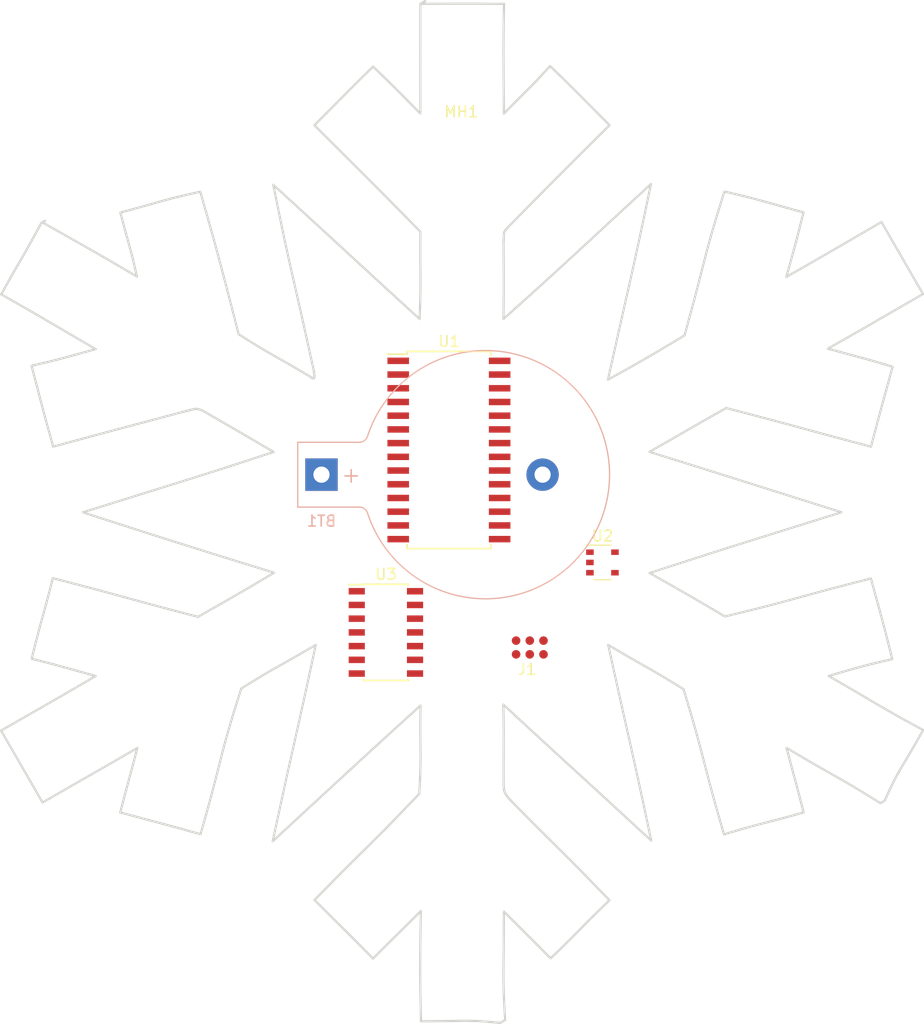
<source format=kicad_pcb>
(kicad_pcb (version 20171130) (host pcbnew 5.1.4)
  (layers (0 F.Cu signal) (31 B.Cu signal) (34 B.Paste user) (35 F.Paste user) (36 B.SilkS user) (37 F.SilkS user) (38 B.Mask user) (39 F.Mask user) (44 Edge.Cuts user))
  (net 0 "")
  (net 1 "Net-(BT1-Pad2)")
  (net 2 "Net-(BT1-Pad1)")
  (net 3 "Net-(J1-Pad1)")
  (net 4 "Net-(J1-Pad3)")
  (net 5 "Net-(J1-Pad5)")
  (net 6 "Net-(J1-Pad6)")
  (net 7 "Net-(J1-Pad4)")
  (net 8 "Net-(J1-Pad2)")
  (net 9 "Net-(U1-Pad1)")
  (net 10 "Net-(U1-Pad2)")
  (net 11 "Net-(U1-Pad3)")
  (net 12 "Net-(U1-Pad4)")
  (net 13 "Net-(U1-Pad5)")
  (net 14 "Net-(U1-Pad6)")
  (net 15 "Net-(U1-Pad7)")
  (net 16 "Net-(U1-Pad8)")
  (net 17 "Net-(U1-Pad9)")
  (net 18 "Net-(U1-Pad10)")
  (net 19 "Net-(U1-Pad11)")
  (net 20 "Net-(U1-Pad12)")
  (net 21 "Net-(U1-Pad13)")
  (net 22 "Net-(U1-Pad14)")
  (net 23 "Net-(U1-Pad15)")
  (net 24 "Net-(U1-Pad16)")
  (net 25 "Net-(U1-Pad17)")
  (net 26 "Net-(U1-Pad18)")
  (net 27 "Net-(U1-Pad19)")
  (net 28 "Net-(U1-Pad20)")
  (net 29 "Net-(U1-Pad21)")
  (net 30 "Net-(U1-Pad22)")
  (net 31 "Net-(U1-Pad23)")
  (net 32 "Net-(U1-Pad24)")
  (net 33 "Net-(U1-Pad25)")
  (net 34 "Net-(U1-Pad26)")
  (net 35 "Net-(U1-Pad27)")
  (net 36 "Net-(U1-Pad28)")
  (net 37 "Net-(U2-Pad1)")
  (net 38 "Net-(U2-Pad2)")
  (net 39 "Net-(U2-Pad3)")
  (net 40 "Net-(U2-Pad4)")
  (net 41 "Net-(U2-Pad5)")
  (net 42 "Net-(U3-Pad1)")
  (net 43 "Net-(U3-Pad2)")
  (net 44 "Net-(U3-Pad3)")
  (net 45 "Net-(U3-Pad4)")
  (net 46 "Net-(U3-Pad5)")
  (net 47 "Net-(U3-Pad6)")
  (net 48 "Net-(U3-Pad7)")
  (net 49 "Net-(U3-Pad8)")
  (net 50 "Net-(U3-Pad9)")
  (net 51 "Net-(U3-Pad10)")
  (net 52 "Net-(U3-Pad11)")
  (net 53 "Net-(U3-Pad12)")
  (net 54 "Net-(U3-Pad13)")
  (net 55 "Net-(U3-Pad14)")
  (module MountingHole:MountingHole_2.5mm (layer F.Cu) (at 154.686 46.101)
    (fp_text reference MH1 (at 0 -3.5) (layer F.SilkS))
    (fp_text value MountingHole)
    (pad 1 np_thru_hole circle (at 0 0) (size 2.5 2.5) (drill 2.5) (layers *.Cu *.Mask))
  )
  (module Battery:BatteryHolder_Keystone_103_1x20mm (layer B.Cu) (at 141.732 76.2)
    (fp_text reference BT1 (at 0 4.3) (layer B.SilkS) (effects (justify mirror)))
    (fp_text value Battery_Cell)
    (fp_text user + (at 2.75 0) (layer B.SilkS) (effects (font (size 1.5 1.5)) (justify mirror)))
    (pad 2 thru_hole circle (at 20.49 0) (size 3 3) (drill 1.5) (layers *.Cu *.Mask) (net 1 "Net-(BT1-Pad2)"))
    (pad 1 thru_hole rect (at 0 0) (size 3 3) (drill 1.5) (layers *.Cu *.Mask) (net 2 "Net-(BT1-Pad1)"))
  )
  (module "toolbox_connector:Tag Connect" (layer F.Cu) (at 158.496 92.202)
    (fp_text reference J1 (at 2.286 2.032) (layer F.SilkS))
    (fp_text value Conn_01x06)
    (pad "" np_thru_hole circle (at 0 0) (size 1 1) (drill 1) (layers *.Cu *.Mask))
    (pad "" np_thru_hole circle (at 5.08 -1.016) (size 1 1) (drill 1) (layers *.Cu *.Mask))
    (pad "" np_thru_hole circle (at 5.08 1.016) (size 1 1) (drill 1) (layers *.Cu *.Mask))
    (pad 1 smd circle (at 1.27 0.635) (size 0.8 0.8) (layers F.Cu F.Paste F.Mask) (net 3 "Net-(J1-Pad1)"))
    (pad 3 smd circle (at 2.54 0.635) (size 0.8 0.8) (layers F.Cu F.Paste F.Mask) (net 4 "Net-(J1-Pad3)"))
    (pad 5 smd circle (at 3.81 0.635) (size 0.8 0.8) (layers F.Cu F.Paste F.Mask) (net 5 "Net-(J1-Pad5)"))
    (pad 6 smd circle (at 3.81 -0.635) (size 0.8 0.8) (layers F.Cu F.Paste F.Mask) (net 6 "Net-(J1-Pad6)"))
    (pad 4 smd circle (at 2.54 -0.635) (size 0.8 0.8) (layers F.Cu F.Paste F.Mask) (net 7 "Net-(J1-Pad4)"))
    (pad 2 smd circle (at 1.27 -0.635) (size 0.8 0.8) (layers F.Cu F.Paste F.Mask) (net 8 "Net-(J1-Pad2)"))
  )
  (module Package_SO:SOIC-28W_7.5x17.9mm_P1.27mm (layer F.Cu) (at 153.543 73.914)
    (fp_text reference U1 (at 0 -10.05) (layer F.SilkS))
    (fp_text value TLC59116F)
    (pad 1 smd rect (at -4.7 -8.255) (size 2 0.6) (layers F.Cu F.Paste F.Mask) (net 9 "Net-(U1-Pad1)"))
    (pad 2 smd rect (at -4.7 -6.985) (size 2 0.6) (layers F.Cu F.Paste F.Mask) (net 10 "Net-(U1-Pad2)"))
    (pad 3 smd rect (at -4.7 -5.715) (size 2 0.6) (layers F.Cu F.Paste F.Mask) (net 11 "Net-(U1-Pad3)"))
    (pad 4 smd rect (at -4.7 -4.445) (size 2 0.6) (layers F.Cu F.Paste F.Mask) (net 12 "Net-(U1-Pad4)"))
    (pad 5 smd rect (at -4.7 -3.175) (size 2 0.6) (layers F.Cu F.Paste F.Mask) (net 13 "Net-(U1-Pad5)"))
    (pad 6 smd rect (at -4.7 -1.905) (size 2 0.6) (layers F.Cu F.Paste F.Mask) (net 14 "Net-(U1-Pad6)"))
    (pad 7 smd rect (at -4.7 -0.635) (size 2 0.6) (layers F.Cu F.Paste F.Mask) (net 15 "Net-(U1-Pad7)"))
    (pad 8 smd rect (at -4.7 0.635) (size 2 0.6) (layers F.Cu F.Paste F.Mask) (net 16 "Net-(U1-Pad8)"))
    (pad 9 smd rect (at -4.7 1.905) (size 2 0.6) (layers F.Cu F.Paste F.Mask) (net 17 "Net-(U1-Pad9)"))
    (pad 10 smd rect (at -4.7 3.175) (size 2 0.6) (layers F.Cu F.Paste F.Mask) (net 18 "Net-(U1-Pad10)"))
    (pad 11 smd rect (at -4.7 4.445) (size 2 0.6) (layers F.Cu F.Paste F.Mask) (net 19 "Net-(U1-Pad11)"))
    (pad 12 smd rect (at -4.7 5.715) (size 2 0.6) (layers F.Cu F.Paste F.Mask) (net 20 "Net-(U1-Pad12)"))
    (pad 13 smd rect (at -4.7 6.985) (size 2 0.6) (layers F.Cu F.Paste F.Mask) (net 21 "Net-(U1-Pad13)"))
    (pad 14 smd rect (at -4.7 8.255) (size 2 0.6) (layers F.Cu F.Paste F.Mask) (net 22 "Net-(U1-Pad14)"))
    (pad 15 smd rect (at 4.7 8.255) (size 2 0.6) (layers F.Cu F.Paste F.Mask) (net 23 "Net-(U1-Pad15)"))
    (pad 16 smd rect (at 4.7 6.985) (size 2 0.6) (layers F.Cu F.Paste F.Mask) (net 24 "Net-(U1-Pad16)"))
    (pad 17 smd rect (at 4.7 5.715) (size 2 0.6) (layers F.Cu F.Paste F.Mask) (net 25 "Net-(U1-Pad17)"))
    (pad 18 smd rect (at 4.7 4.445) (size 2 0.6) (layers F.Cu F.Paste F.Mask) (net 26 "Net-(U1-Pad18)"))
    (pad 19 smd rect (at 4.7 3.175) (size 2 0.6) (layers F.Cu F.Paste F.Mask) (net 27 "Net-(U1-Pad19)"))
    (pad 20 smd rect (at 4.7 1.905) (size 2 0.6) (layers F.Cu F.Paste F.Mask) (net 28 "Net-(U1-Pad20)"))
    (pad 21 smd rect (at 4.7 0.635) (size 2 0.6) (layers F.Cu F.Paste F.Mask) (net 29 "Net-(U1-Pad21)"))
    (pad 22 smd rect (at 4.7 -0.635) (size 2 0.6) (layers F.Cu F.Paste F.Mask) (net 30 "Net-(U1-Pad22)"))
    (pad 23 smd rect (at 4.7 -1.905) (size 2 0.6) (layers F.Cu F.Paste F.Mask) (net 31 "Net-(U1-Pad23)"))
    (pad 24 smd rect (at 4.7 -3.175) (size 2 0.6) (layers F.Cu F.Paste F.Mask) (net 32 "Net-(U1-Pad24)"))
    (pad 25 smd rect (at 4.7 -4.445) (size 2 0.6) (layers F.Cu F.Paste F.Mask) (net 33 "Net-(U1-Pad25)"))
    (pad 26 smd rect (at 4.7 -5.715) (size 2 0.6) (layers F.Cu F.Paste F.Mask) (net 34 "Net-(U1-Pad26)"))
    (pad 27 smd rect (at 4.7 -6.985) (size 2 0.6) (layers F.Cu F.Paste F.Mask) (net 35 "Net-(U1-Pad27)"))
    (pad 28 smd rect (at 4.7 -8.255) (size 2 0.6) (layers F.Cu F.Paste F.Mask) (net 36 "Net-(U1-Pad28)"))
  )
  (module Package_SO:TSOP-5_1.65x3.05mm_P0.95mm (layer F.Cu) (at 167.767 84.328)
    (fp_text reference U2 (at 0 -2.45) (layer F.SilkS))
    (fp_text value XC9142)
    (pad 1 smd rect (at -1.16 -0.95) (size 0.7 0.51) (layers F.Cu F.Paste F.Mask) (net 37 "Net-(U2-Pad1)"))
    (pad 2 smd rect (at -1.16 0) (size 0.7 0.51) (layers F.Cu F.Paste F.Mask) (net 38 "Net-(U2-Pad2)"))
    (pad 3 smd rect (at -1.16 0.95) (size 0.7 0.51) (layers F.Cu F.Paste F.Mask) (net 39 "Net-(U2-Pad3)"))
    (pad 4 smd rect (at 1.16 0.95) (size 0.7 0.51) (layers F.Cu F.Paste F.Mask) (net 40 "Net-(U2-Pad4)"))
    (pad 5 smd rect (at 1.16 -0.95) (size 0.7 0.51) (layers F.Cu F.Paste F.Mask) (net 41 "Net-(U2-Pad5)"))
  )
  (module Package_SO:SOIC-14_3.9x8.7mm_P1.27mm (layer F.Cu) (at 147.701 90.805)
    (fp_text reference U3 (at 0 -5.375) (layer F.SilkS))
    (fp_text value PIC16F15325)
    (pad 1 smd rect (at -2.7 -3.81) (size 1.5 0.6) (layers F.Cu F.Paste F.Mask) (net 42 "Net-(U3-Pad1)"))
    (pad 2 smd rect (at -2.7 -2.54) (size 1.5 0.6) (layers F.Cu F.Paste F.Mask) (net 43 "Net-(U3-Pad2)"))
    (pad 3 smd rect (at -2.7 -1.27) (size 1.5 0.6) (layers F.Cu F.Paste F.Mask) (net 44 "Net-(U3-Pad3)"))
    (pad 4 smd rect (at -2.7 0) (size 1.5 0.6) (layers F.Cu F.Paste F.Mask) (net 45 "Net-(U3-Pad4)"))
    (pad 5 smd rect (at -2.7 1.27) (size 1.5 0.6) (layers F.Cu F.Paste F.Mask) (net 46 "Net-(U3-Pad5)"))
    (pad 6 smd rect (at -2.7 2.54) (size 1.5 0.6) (layers F.Cu F.Paste F.Mask) (net 47 "Net-(U3-Pad6)"))
    (pad 7 smd rect (at -2.7 3.81) (size 1.5 0.6) (layers F.Cu F.Paste F.Mask) (net 48 "Net-(U3-Pad7)"))
    (pad 8 smd rect (at 2.7 3.81) (size 1.5 0.6) (layers F.Cu F.Paste F.Mask) (net 49 "Net-(U3-Pad8)"))
    (pad 9 smd rect (at 2.7 2.54) (size 1.5 0.6) (layers F.Cu F.Paste F.Mask) (net 50 "Net-(U3-Pad9)"))
    (pad 10 smd rect (at 2.7 1.27) (size 1.5 0.6) (layers F.Cu F.Paste F.Mask) (net 51 "Net-(U3-Pad10)"))
    (pad 11 smd rect (at 2.7 0) (size 1.5 0.6) (layers F.Cu F.Paste F.Mask) (net 52 "Net-(U3-Pad11)"))
    (pad 12 smd rect (at 2.7 -1.27) (size 1.5 0.6) (layers F.Cu F.Paste F.Mask) (net 53 "Net-(U3-Pad12)"))
    (pad 13 smd rect (at 2.7 -2.54) (size 1.5 0.6) (layers F.Cu F.Paste F.Mask) (net 54 "Net-(U3-Pad13)"))
    (pad 14 smd rect (at 2.7 -3.81) (size 1.5 0.6) (layers F.Cu F.Paste F.Mask) (net 55 "Net-(U3-Pad14)"))
  )
  (gr_line (start 121.101006 55.799349) (end 121.287428 55.906331) (layer Edge.Cuts) (width 0.2))
  (gr_line (start 130.981275 51.679455) (end 131.061235 51.959072) (layer Edge.Cuts) (width 0.2))
  (gr_line (start 130.901163 51.39988) (end 130.981275 51.679455) (layer Edge.Cuts) (width 0.2))
  (gr_line (start 130.820923 51.120341) (end 130.901163 51.39988) (layer Edge.Cuts) (width 0.2))
  (gr_line (start 130.740581 50.84083) (end 130.820923 51.120341) (layer Edge.Cuts) (width 0.2))
  (gr_line (start 130.660163 50.56134) (end 130.740581 50.84083) (layer Edge.Cuts) (width 0.2))
  (gr_line (start 131.37904 53.078104) (end 131.457855 53.358039) (layer Edge.Cuts) (width 0.2))
  (gr_line (start 131.299945 52.798247) (end 131.37904 53.078104) (layer Edge.Cuts) (width 0.2))
  (gr_line (start 131.220596 52.518461) (end 131.299945 52.798247) (layer Edge.Cuts) (width 0.2))
  (gr_line (start 131.141017 52.238738) (end 131.220596 52.518461) (layer Edge.Cuts) (width 0.2))
  (gr_line (start 131.061235 51.959072) (end 131.141017 52.238738) (layer Edge.Cuts) (width 0.2))
  (gr_line (start 124.039115 51.67562) (end 124.196049 51.632356) (layer Edge.Cuts) (width 0.2))
  (gr_line (start 123.88217 51.718838) (end 124.039115 51.67562) (layer Edge.Cuts) (width 0.2))
  (gr_line (start 123.725215 51.762018) (end 123.88217 51.718838) (layer Edge.Cuts) (width 0.2))
  (gr_line (start 117.922865 53.996265) (end 118.11 54.102) (layer Edge.Cuts) (width 0.2))
  (gr_line (start 116.051317 52.939291) (end 116.238481 53.044971) (layer Edge.Cuts) (width 0.2))
  (gr_line (start 118.484254 54.3135) (end 118.671373 54.419267) (layer Edge.Cuts) (width 0.2))
  (gr_line (start 118.29713 54.207744) (end 118.484254 54.3135) (layer Edge.Cuts) (width 0.2))
  (gr_line (start 120.54119 55.479356) (end 120.72788 55.585874) (layer Edge.Cuts) (width 0.2))
  (gr_line (start 118.671373 54.419267) (end 118.858484 54.525047) (layer Edge.Cuts) (width 0.2))
  (gr_line (start 121.287428 55.906331) (end 121.473746 56.013494) (layer Edge.Cuts) (width 0.2))
  (gr_line (start 122.217877 56.444112) (end 122.403641 56.552232) (layer Edge.Cuts) (width 0.2))
  (gr_line (start 120.354425 55.372969) (end 120.54119 55.479356) (layer Edge.Cuts) (width 0.2))
  (gr_line (start 121.659952 56.120849) (end 121.84604 56.228408) (layer Edge.Cuts) (width 0.2))
  (gr_line (start 119.9807 55.160534) (end 120.167593 55.266699) (layer Edge.Cuts) (width 0.2))
  (gr_line (start 122.403641 56.552232) (end 122.589313 56.660512) (layer Edge.Cuts) (width 0.2))
  (gr_line (start 115.886039 106.556922) (end 112.042223 99.899278) (layer Edge.Cuts) (width 0.2))
  (gr_line (start 115.699199 53.022362) (end 115.775739 52.880048) (layer Edge.Cuts) (width 0.2))
  (gr_line (start 115.622635 53.164661) (end 115.699199 53.022362) (layer Edge.Cuts) (width 0.2))
  (gr_line (start 115.546025 53.306935) (end 115.622635 53.164661) (layer Edge.Cuts) (width 0.2))
  (gr_line (start 115.469345 53.449169) (end 115.546025 53.306935) (layer Edge.Cuts) (width 0.2))
  (gr_line (start 115.392571 53.59135) (end 115.469345 53.449169) (layer Edge.Cuts) (width 0.2))
  (gr_line (start 115.31568 53.733466) (end 115.392571 53.59135) (layer Edge.Cuts) (width 0.2))
  (gr_line (start 115.238648 53.875502) (end 115.31568 53.733466) (layer Edge.Cuts) (width 0.2))
  (gr_line (start 115.161453 54.017447) (end 115.238648 53.875502) (layer Edge.Cuts) (width 0.2))
  (gr_line (start 115.08407 54.159286) (end 115.161453 54.017447) (layer Edge.Cuts) (width 0.2))
  (gr_line (start 115.006477 54.301007) (end 115.08407 54.159286) (layer Edge.Cuts) (width 0.2))
  (gr_line (start 114.92865 54.442596) (end 115.006477 54.301007) (layer Edge.Cuts) (width 0.2))
  (gr_line (start 114.850565 54.58404) (end 114.92865 54.442596) (layer Edge.Cuts) (width 0.2))
  (gr_line (start 114.7722 54.725327) (end 114.850565 54.58404) (layer Edge.Cuts) (width 0.2))
  (gr_line (start 114.69353 54.866442) (end 114.7722 54.725327) (layer Edge.Cuts) (width 0.2))
  (gr_line (start 114.614533 55.007374) (end 114.69353 54.866442) (layer Edge.Cuts) (width 0.2))
  (gr_line (start 114.535184 55.148108) (end 114.614533 55.007374) (layer Edge.Cuts) (width 0.2))
  (gr_line (start 114.455486 55.288645) (end 114.535184 55.148108) (layer Edge.Cuts) (width 0.2))
  (gr_line (start 114.375473 55.429005) (end 114.455486 55.288645) (layer Edge.Cuts) (width 0.2))
  (gr_line (start 114.295185 55.569211) (end 114.375473 55.429005) (layer Edge.Cuts) (width 0.2))
  (gr_line (start 114.21466 55.709284) (end 114.295185 55.569211) (layer Edge.Cuts) (width 0.2))
  (gr_line (start 114.133937 55.849246) (end 114.21466 55.709284) (layer Edge.Cuts) (width 0.2))
  (gr_line (start 114.053056 55.989119) (end 114.133937 55.849246) (layer Edge.Cuts) (width 0.2))
  (gr_line (start 113.972055 56.128926) (end 114.053056 55.989119) (layer Edge.Cuts) (width 0.2))
  (gr_line (start 113.890973 56.268687) (end 113.972055 56.128926) (layer Edge.Cuts) (width 0.2))
  (gr_line (start 113.809849 56.408425) (end 113.890973 56.268687) (layer Edge.Cuts) (width 0.2))
  (gr_line (start 113.728722 56.548163) (end 113.809849 56.408425) (layer Edge.Cuts) (width 0.2))
  (gr_line (start 113.647631 56.687921) (end 113.728722 56.548163) (layer Edge.Cuts) (width 0.2))
  (gr_line (start 113.566615 56.827722) (end 113.647631 56.687921) (layer Edge.Cuts) (width 0.2))
  (gr_line (start 113.485714 56.967588) (end 113.566615 56.827722) (layer Edge.Cuts) (width 0.2))
  (gr_line (start 113.404964 57.10754) (end 113.485714 56.967588) (layer Edge.Cuts) (width 0.2))
  (gr_line (start 113.324407 57.247602) (end 113.404964 57.10754) (layer Edge.Cuts) (width 0.2))
  (gr_line (start 113.244077 57.387792) (end 113.324407 57.247602) (layer Edge.Cuts) (width 0.2))
  (gr_line (start 113.163981 57.528115) (end 113.244077 57.387792) (layer Edge.Cuts) (width 0.2))
  (gr_line (start 113.084102 57.66856) (end 113.163981 57.528115) (layer Edge.Cuts) (width 0.2))
  (gr_line (start 113.004424 57.80912) (end 113.084102 57.66856) (layer Edge.Cuts) (width 0.2))
  (gr_line (start 112.924934 57.949786) (end 113.004424 57.80912) (layer Edge.Cuts) (width 0.2))
  (gr_line (start 112.845614 58.090548) (end 112.924934 57.949786) (layer Edge.Cuts) (width 0.2))
  (gr_line (start 112.76645 58.231399) (end 112.845614 58.090548) (layer Edge.Cuts) (width 0.2))
  (gr_line (start 112.687425 58.372328) (end 112.76645 58.231399) (layer Edge.Cuts) (width 0.2))
  (gr_line (start 112.608525 58.513329) (end 112.687425 58.372328) (layer Edge.Cuts) (width 0.2))
  (gr_line (start 112.529734 58.65439) (end 112.608525 58.513329) (layer Edge.Cuts) (width 0.2))
  (gr_line (start 112.451036 58.795505) (end 112.529734 58.65439) (layer Edge.Cuts) (width 0.2))
  (gr_line (start 112.372416 58.936663) (end 112.451036 58.795505) (layer Edge.Cuts) (width 0.2))
  (gr_line (start 112.293858 59.077857) (end 112.372416 58.936663) (layer Edge.Cuts) (width 0.2))
  (gr_line (start 112.215346 59.219077) (end 112.293858 59.077857) (layer Edge.Cuts) (width 0.2))
  (gr_line (start 112.136865 59.360315) (end 112.215346 59.219077) (layer Edge.Cuts) (width 0.2))
  (gr_line (start 112.058401 59.501561) (end 112.136865 59.360315) (layer Edge.Cuts) (width 0.2))
  (gr_line (start 112.245437 59.608033) (end 112.058401 59.501561) (layer Edge.Cuts) (width 0.2))
  (gr_line (start 112.432468 59.714515) (end 112.245437 59.608033) (layer Edge.Cuts) (width 0.2))
  (gr_line (start 112.619488 59.821016) (end 112.432468 59.714515) (layer Edge.Cuts) (width 0.2))
  (gr_line (start 112.806491 59.927547) (end 112.619488 59.821016) (layer Edge.Cuts) (width 0.2))
  (gr_line (start 112.993471 60.034116) (end 112.806491 59.927547) (layer Edge.Cuts) (width 0.2))
  (gr_line (start 113.180423 60.140734) (end 112.993471 60.034116) (layer Edge.Cuts) (width 0.2))
  (gr_line (start 113.367342 60.247411) (end 113.180423 60.140734) (layer Edge.Cuts) (width 0.2))
  (gr_line (start 113.554221 60.354156) (end 113.367342 60.247411) (layer Edge.Cuts) (width 0.2))
  (gr_line (start 113.741055 60.460979) (end 113.554221 60.354156) (layer Edge.Cuts) (width 0.2))
  (gr_line (start 113.927838 60.567889) (end 113.741055 60.460979) (layer Edge.Cuts) (width 0.2))
  (gr_line (start 114.114566 60.674897) (end 113.927838 60.567889) (layer Edge.Cuts) (width 0.2))
  (gr_line (start 114.301231 60.782013) (end 114.114566 60.674897) (layer Edge.Cuts) (width 0.2))
  (gr_line (start 114.487828 60.889245) (end 114.301231 60.782013) (layer Edge.Cuts) (width 0.2))
  (gr_line (start 114.674353 60.996604) (end 114.487828 60.889245) (layer Edge.Cuts) (width 0.2))
  (gr_line (start 114.860799 61.104099) (end 114.674353 60.996604) (layer Edge.Cuts) (width 0.2))
  (gr_line (start 115.04716 61.21174) (end 114.860799 61.104099) (layer Edge.Cuts) (width 0.2))
  (gr_line (start 115.233436 61.31953) (end 115.04716 61.21174) (layer Edge.Cuts) (width 0.2))
  (gr_line (start 115.419633 61.427457) (end 115.233436 61.31953) (layer Edge.Cuts) (width 0.2))
  (gr_line (start 115.605756 61.53551) (end 115.419633 61.427457) (layer Edge.Cuts) (width 0.2))
  (gr_line (start 115.791812 61.64368) (end 115.605756 61.53551) (layer Edge.Cuts) (width 0.2))
  (gr_line (start 115.977808 61.751954) (end 115.791812 61.64368) (layer Edge.Cuts) (width 0.2))
  (gr_line (start 116.16375 61.860321) (end 115.977808 61.751954) (layer Edge.Cuts) (width 0.2))
  (gr_line (start 116.349645 61.968771) (end 116.16375 61.860321) (layer Edge.Cuts) (width 0.2))
  (gr_line (start 116.535498 62.077292) (end 116.349645 61.968771) (layer Edge.Cuts) (width 0.2))
  (gr_line (start 116.721317 62.185873) (end 116.535498 62.077292) (layer Edge.Cuts) (width 0.2))
  (gr_line (start 116.907107 62.294503) (end 116.721317 62.185873) (layer Edge.Cuts) (width 0.2))
  (gr_line (start 117.092875 62.403171) (end 116.907107 62.294503) (layer Edge.Cuts) (width 0.2))
  (gr_line (start 117.278628 62.511866) (end 117.092875 62.403171) (layer Edge.Cuts) (width 0.2))
  (gr_line (start 117.464371 62.620577) (end 117.278628 62.511866) (layer Edge.Cuts) (width 0.2))
  (gr_line (start 117.650112 62.729292) (end 117.464371 62.620577) (layer Edge.Cuts) (width 0.2))
  (gr_line (start 117.835856 62.838) (end 117.650112 62.729292) (layer Edge.Cuts) (width 0.2))
  (gr_line (start 118.02161 62.946692) (end 117.835856 62.838) (layer Edge.Cuts) (width 0.2))
  (gr_line (start 118.207376 63.055363) (end 118.02161 62.946692) (layer Edge.Cuts) (width 0.2))
  (gr_line (start 118.393153 63.164015) (end 118.207376 63.055363) (layer Edge.Cuts) (width 0.2))
  (gr_line (start 118.578939 63.27265) (end 118.393153 63.164015) (layer Edge.Cuts) (width 0.2))
  (gr_line (start 118.764735 63.381268) (end 118.578939 63.27265) (layer Edge.Cuts) (width 0.2))
  (gr_line (start 118.95054 63.489872) (end 118.764735 63.381268) (layer Edge.Cuts) (width 0.2))
  (gr_line (start 119.136352 63.598462) (end 118.95054 63.489872) (layer Edge.Cuts) (width 0.2))
  (gr_line (start 119.322172 63.707039) (end 119.136352 63.598462) (layer Edge.Cuts) (width 0.2))
  (gr_line (start 119.507997 63.815606) (end 119.322172 63.707039) (layer Edge.Cuts) (width 0.2))
  (gr_line (start 119.693828 63.924163) (end 119.507997 63.815606) (layer Edge.Cuts) (width 0.2))
  (gr_line (start 119.879664 64.032712) (end 119.693828 63.924163) (layer Edge.Cuts) (width 0.2))
  (gr_line (start 120.065504 64.141254) (end 119.879664 64.032712) (layer Edge.Cuts) (width 0.2))
  (gr_line (start 120.251346 64.249791) (end 120.065504 64.141254) (layer Edge.Cuts) (width 0.2))
  (gr_line (start 120.437191 64.358324) (end 120.251346 64.249791) (layer Edge.Cuts) (width 0.2))
  (gr_line (start 120.623038 64.466854) (end 120.437191 64.358324) (layer Edge.Cuts) (width 0.2))
  (gr_line (start 120.808886 64.575382) (end 120.623038 64.466854) (layer Edge.Cuts) (width 0.2))
  (gr_line (start 120.682873 64.610085) (end 120.808886 64.575382) (layer Edge.Cuts) (width 0.2))
  (gr_line (start 120.55686 64.644787) (end 120.682873 64.610085) (layer Edge.Cuts) (width 0.2))
  (gr_line (start 120.430846 64.679488) (end 120.55686 64.644787) (layer Edge.Cuts) (width 0.2))
  (gr_line (start 120.304832 64.714187) (end 120.430846 64.679488) (layer Edge.Cuts) (width 0.2))
  (gr_line (start 120.178817 64.748884) (end 120.304832 64.714187) (layer Edge.Cuts) (width 0.2))
  (gr_line (start 120.0528 64.783579) (end 120.178817 64.748884) (layer Edge.Cuts) (width 0.2))
  (gr_line (start 119.926782 64.818271) (end 120.0528 64.783579) (layer Edge.Cuts) (width 0.2))
  (gr_line (start 119.800762 64.852959) (end 119.926782 64.818271) (layer Edge.Cuts) (width 0.2))
  (gr_line (start 119.67474 64.887643) (end 119.800762 64.852959) (layer Edge.Cuts) (width 0.2))
  (gr_line (start 119.548715 64.922323) (end 119.67474 64.887643) (layer Edge.Cuts) (width 0.2))
  (gr_line (start 119.422688 64.956998) (end 119.548715 64.922323) (layer Edge.Cuts) (width 0.2))
  (gr_line (start 119.296658 64.991667) (end 119.422688 64.956998) (layer Edge.Cuts) (width 0.2))
  (gr_line (start 119.170625 65.026329) (end 119.296658 64.991667) (layer Edge.Cuts) (width 0.2))
  (gr_line (start 119.044588 65.060986) (end 119.170625 65.026329) (layer Edge.Cuts) (width 0.2))
  (gr_line (start 118.918548 65.095635) (end 119.044588 65.060986) (layer Edge.Cuts) (width 0.2))
  (gr_line (start 118.792504 65.130276) (end 118.918548 65.095635) (layer Edge.Cuts) (width 0.2))
  (gr_line (start 118.666454 65.164901) (end 118.792504 65.130276) (layer Edge.Cuts) (width 0.2))
  (gr_line (start 118.540392 65.199489) (end 118.666454 65.164901) (layer Edge.Cuts) (width 0.2))
  (gr_line (start 118.414313 65.234016) (end 118.540392 65.199489) (layer Edge.Cuts) (width 0.2))
  (gr_line (start 118.288213 65.26846) (end 118.414313 65.234016) (layer Edge.Cuts) (width 0.2))
  (gr_line (start 118.162084 65.302799) (end 118.288213 65.26846) (layer Edge.Cuts) (width 0.2))
  (gr_line (start 118.035923 65.337011) (end 118.162084 65.302799) (layer Edge.Cuts) (width 0.2))
  (gr_line (start 117.909722 65.371073) (end 118.035923 65.337011) (layer Edge.Cuts) (width 0.2))
  (gr_line (start 117.783478 65.404962) (end 117.909722 65.371073) (layer Edge.Cuts) (width 0.2))
  (gr_line (start 117.657184 65.438657) (end 117.783478 65.404962) (layer Edge.Cuts) (width 0.2))
  (gr_line (start 117.530836 65.472135) (end 117.657184 65.438657) (layer Edge.Cuts) (width 0.2))
  (gr_line (start 117.404426 65.505373) (end 117.530836 65.472135) (layer Edge.Cuts) (width 0.2))
  (gr_line (start 117.277951 65.538349) (end 117.404426 65.505373) (layer Edge.Cuts) (width 0.2))
  (gr_line (start 117.151405 65.571041) (end 117.277951 65.538349) (layer Edge.Cuts) (width 0.2))
  (gr_line (start 117.024782 65.603426) (end 117.151405 65.571041) (layer Edge.Cuts) (width 0.2))
  (gr_line (start 116.898076 65.635481) (end 117.024782 65.603426) (layer Edge.Cuts) (width 0.2))
  (gr_line (start 116.771284 65.667188) (end 116.898076 65.635481) (layer Edge.Cuts) (width 0.2))
  (gr_line (start 116.644406 65.69855) (end 116.771284 65.667188) (layer Edge.Cuts) (width 0.2))
  (gr_line (start 116.517448 65.729592) (end 116.644406 65.69855) (layer Edge.Cuts) (width 0.2))
  (gr_line (start 116.390415 65.760335) (end 116.517448 65.729592) (layer Edge.Cuts) (width 0.2))
  (gr_line (start 116.263314 65.790804) (end 116.390415 65.760335) (layer Edge.Cuts) (width 0.2))
  (gr_line (start 116.13615 65.82102) (end 116.263314 65.790804) (layer Edge.Cuts) (width 0.2))
  (gr_line (start 116.008929 65.851007) (end 116.13615 65.82102) (layer Edge.Cuts) (width 0.2))
  (gr_line (start 115.881657 65.880787) (end 116.008929 65.851007) (layer Edge.Cuts) (width 0.2))
  (gr_line (start 115.754339 65.910384) (end 115.881657 65.880787) (layer Edge.Cuts) (width 0.2))
  (gr_line (start 115.626981 65.939821) (end 115.754339 65.910384) (layer Edge.Cuts) (width 0.2))
  (gr_line (start 115.499588 65.96912) (end 115.626981 65.939821) (layer Edge.Cuts) (width 0.2))
  (gr_line (start 115.372167 65.998304) (end 115.499588 65.96912) (layer Edge.Cuts) (width 0.2))
  (gr_line (start 115.244724 66.027397) (end 115.372167 65.998304) (layer Edge.Cuts) (width 0.2))
  (gr_line (start 115.117263 66.05642) (end 115.244724 66.027397) (layer Edge.Cuts) (width 0.2))
  (gr_line (start 114.989791 66.085398) (end 115.117263 66.05642) (layer Edge.Cuts) (width 0.2))
  (gr_line (start 114.862313 66.114353) (end 114.989791 66.085398) (layer Edge.Cuts) (width 0.2))
  (gr_line (start 114.904483 66.273968) (end 114.862313 66.114353) (layer Edge.Cuts) (width 0.2))
  (gr_line (start 114.946651 66.433583) (end 114.904483 66.273968) (layer Edge.Cuts) (width 0.2))
  (gr_line (start 114.988813 66.5932) (end 114.946651 66.433583) (layer Edge.Cuts) (width 0.2))
  (gr_line (start 115.030967 66.752819) (end 114.988813 66.5932) (layer Edge.Cuts) (width 0.2))
  (gr_line (start 115.07311 66.912441) (end 115.030967 66.752819) (layer Edge.Cuts) (width 0.2))
  (gr_line (start 115.11524 67.072067) (end 115.07311 66.912441) (layer Edge.Cuts) (width 0.2))
  (gr_line (start 115.157354 67.231697) (end 115.11524 67.072067) (layer Edge.Cuts) (width 0.2))
  (gr_line (start 115.199448 67.391333) (end 115.157354 67.231697) (layer Edge.Cuts) (width 0.2))
  (gr_line (start 115.241521 67.550974) (end 115.199448 67.391333) (layer Edge.Cuts) (width 0.2))
  (gr_line (start 115.28357 67.710622) (end 115.241521 67.550974) (layer Edge.Cuts) (width 0.2))
  (gr_line (start 115.325592 67.870277) (end 115.28357 67.710622) (layer Edge.Cuts) (width 0.2))
  (gr_line (start 115.367584 68.02994) (end 115.325592 67.870277) (layer Edge.Cuts) (width 0.2))
  (gr_line (start 115.409543 68.189613) (end 115.367584 68.02994) (layer Edge.Cuts) (width 0.2))
  (gr_line (start 115.451468 68.349294) (end 115.409543 68.189613) (layer Edge.Cuts) (width 0.2))
  (gr_line (start 115.493354 68.508987) (end 115.451468 68.349294) (layer Edge.Cuts) (width 0.2))
  (gr_line (start 115.535201 68.66869) (end 115.493354 68.508987) (layer Edge.Cuts) (width 0.2))
  (gr_line (start 115.577011 68.828403) (end 115.535201 68.66869) (layer Edge.Cuts) (width 0.2))
  (gr_line (start 115.6188 68.988121) (end 115.577011 68.828403) (layer Edge.Cuts) (width 0.2))
  (gr_line (start 115.660584 69.147842) (end 115.6188 68.988121) (layer Edge.Cuts) (width 0.2))
  (gr_line (start 115.70238 69.307559) (end 115.660584 69.147842) (layer Edge.Cuts) (width 0.2))
  (gr_line (start 115.744203 69.467269) (end 115.70238 69.307559) (layer Edge.Cuts) (width 0.2))
  (gr_line (start 115.786069 69.626967) (end 115.744203 69.467269) (layer Edge.Cuts) (width 0.2))
  (gr_line (start 115.827995 69.786649) (end 115.786069 69.626967) (layer Edge.Cuts) (width 0.2))
  (gr_line (start 115.869997 69.94631) (end 115.827995 69.786649) (layer Edge.Cuts) (width 0.2))
  (gr_line (start 115.91209 70.105947) (end 115.869997 69.94631) (layer Edge.Cuts) (width 0.2))
  (gr_line (start 115.954291 70.265554) (end 115.91209 70.105947) (layer Edge.Cuts) (width 0.2))
  (gr_line (start 115.996616 70.425128) (end 115.954291 70.265554) (layer Edge.Cuts) (width 0.2))
  (gr_line (start 116.039082 70.584664) (end 115.996616 70.425128) (layer Edge.Cuts) (width 0.2))
  (gr_line (start 116.081703 70.744157) (end 116.039082 70.584664) (layer Edge.Cuts) (width 0.2))
  (gr_line (start 116.124496 70.903604) (end 116.081703 70.744157) (layer Edge.Cuts) (width 0.2))
  (gr_line (start 116.167478 71.063) (end 116.124496 70.903604) (layer Edge.Cuts) (width 0.2))
  (gr_line (start 116.210662 71.22234) (end 116.167478 71.063) (layer Edge.Cuts) (width 0.2))
  (gr_line (start 116.254048 71.381627) (end 116.210662 71.22234) (layer Edge.Cuts) (width 0.2))
  (gr_line (start 116.29762 71.540862) (end 116.254048 71.381627) (layer Edge.Cuts) (width 0.2))
  (gr_line (start 116.341367 71.70005) (end 116.29762 71.540862) (layer Edge.Cuts) (width 0.2))
  (gr_line (start 116.385275 71.859195) (end 116.341367 71.70005) (layer Edge.Cuts) (width 0.2))
  (gr_line (start 116.42933 72.018299) (end 116.385275 71.859195) (layer Edge.Cuts) (width 0.2))
  (gr_line (start 116.473519 72.177367) (end 116.42933 72.018299) (layer Edge.Cuts) (width 0.2))
  (gr_line (start 116.517829 72.336403) (end 116.473519 72.177367) (layer Edge.Cuts) (width 0.2))
  (gr_line (start 116.562246 72.495409) (end 116.517829 72.336403) (layer Edge.Cuts) (width 0.2))
  (gr_line (start 116.606756 72.654391) (end 116.562246 72.495409) (layer Edge.Cuts) (width 0.2))
  (gr_line (start 116.651347 72.81335) (end 116.606756 72.654391) (layer Edge.Cuts) (width 0.2))
  (gr_line (start 116.696005 72.972291) (end 116.651347 72.81335) (layer Edge.Cuts) (width 0.2))
  (gr_line (start 116.740716 73.131217) (end 116.696005 72.972291) (layer Edge.Cuts) (width 0.2))
  (gr_line (start 116.785468 73.290133) (end 116.740716 73.131217) (layer Edge.Cuts) (width 0.2))
  (gr_line (start 116.830247 73.449042) (end 116.785468 73.290133) (layer Edge.Cuts) (width 0.2))
  (gr_line (start 116.875039 73.607946) (end 116.830247 73.449042) (layer Edge.Cuts) (width 0.2))
  (gr_line (start 117.133307 73.537511) (end 116.875039 73.607946) (layer Edge.Cuts) (width 0.2))
  (gr_line (start 117.391578 73.467083) (end 117.133307 73.537511) (layer Edge.Cuts) (width 0.2))
  (gr_line (start 117.649852 73.396669) (end 117.391578 73.467083) (layer Edge.Cuts) (width 0.2))
  (gr_line (start 117.908133 73.326278) (end 117.649852 73.396669) (layer Edge.Cuts) (width 0.2))
  (gr_line (start 118.166421 73.255916) (end 117.908133 73.326278) (layer Edge.Cuts) (width 0.2))
  (gr_line (start 118.42472 73.185591) (end 118.166421 73.255916) (layer Edge.Cuts) (width 0.2))
  (gr_line (start 118.68303 73.11531) (end 118.42472 73.185591) (layer Edge.Cuts) (width 0.2))
  (gr_line (start 118.941354 73.04508) (end 118.68303 73.11531) (layer Edge.Cuts) (width 0.2))
  (gr_line (start 119.199694 72.97491) (end 118.941354 73.04508) (layer Edge.Cuts) (width 0.2))
  (gr_line (start 119.458051 72.904805) (end 119.199694 72.97491) (layer Edge.Cuts) (width 0.2))
  (gr_line (start 119.716429 72.834774) (end 119.458051 72.904805) (layer Edge.Cuts) (width 0.2))
  (gr_line (start 119.974828 72.764824) (end 119.716429 72.834774) (layer Edge.Cuts) (width 0.2))
  (gr_line (start 120.233251 72.694962) (end 119.974828 72.764824) (layer Edge.Cuts) (width 0.2))
  (gr_line (start 120.4917 72.625196) (end 120.233251 72.694962) (layer Edge.Cuts) (width 0.2))
  (gr_line (start 120.750176 72.555532) (end 120.4917 72.625196) (layer Edge.Cuts) (width 0.2))
  (gr_line (start 121.008682 72.485979) (end 120.750176 72.555532) (layer Edge.Cuts) (width 0.2))
  (gr_line (start 121.267218 72.416537) (end 121.008682 72.485979) (layer Edge.Cuts) (width 0.2))
  (gr_line (start 121.525782 72.347199) (end 121.267218 72.416537) (layer Edge.Cuts) (width 0.2))
  (gr_line (start 121.784372 72.277955) (end 121.525782 72.347199) (layer Edge.Cuts) (width 0.2))
  (gr_line (start 122.042984 72.208797) (end 121.784372 72.277955) (layer Edge.Cuts) (width 0.2))
  (gr_line (start 122.301617 72.139715) (end 122.042984 72.208797) (layer Edge.Cuts) (width 0.2))
  (gr_line (start 122.560268 72.070702) (end 122.301617 72.139715) (layer Edge.Cuts) (width 0.2))
  (gr_line (start 122.818935 72.001747) (end 122.560268 72.070702) (layer Edge.Cuts) (width 0.2))
  (gr_line (start 123.077616 71.932843) (end 122.818935 72.001747) (layer Edge.Cuts) (width 0.2))
  (gr_line (start 123.336308 71.86398) (end 123.077616 71.932843) (layer Edge.Cuts) (width 0.2))
  (gr_line (start 123.595008 71.795149) (end 123.336308 71.86398) (layer Edge.Cuts) (width 0.2))
  (gr_line (start 123.853715 71.726342) (end 123.595008 71.795149) (layer Edge.Cuts) (width 0.2))
  (gr_line (start 124.112426 71.657549) (end 123.853715 71.726342) (layer Edge.Cuts) (width 0.2))
  (gr_line (start 124.371138 71.588763) (end 124.112426 71.657549) (layer Edge.Cuts) (width 0.2))
  (gr_line (start 124.62985 71.519973) (end 124.371138 71.588763) (layer Edge.Cuts) (width 0.2))
  (gr_line (start 124.888558 71.451172) (end 124.62985 71.519973) (layer Edge.Cuts) (width 0.2))
  (gr_line (start 125.147261 71.38235) (end 124.888558 71.451172) (layer Edge.Cuts) (width 0.2))
  (gr_line (start 125.405957 71.313505) (end 125.147261 71.38235) (layer Edge.Cuts) (width 0.2))
  (gr_line (start 125.664648 71.24464) (end 125.405957 71.313505) (layer Edge.Cuts) (width 0.2))
  (gr_line (start 125.923334 71.175754) (end 125.664648 71.24464) (layer Edge.Cuts) (width 0.2))
  (gr_line (start 126.182015 71.106851) (end 125.923334 71.175754) (layer Edge.Cuts) (width 0.2))
  (gr_line (start 126.440691 71.03793) (end 126.182015 71.106851) (layer Edge.Cuts) (width 0.2))
  (gr_line (start 126.699363 70.968995) (end 126.440691 71.03793) (layer Edge.Cuts) (width 0.2))
  (gr_line (start 126.958032 70.900046) (end 126.699363 70.968995) (layer Edge.Cuts) (width 0.2))
  (gr_line (start 127.216697 70.831085) (end 126.958032 70.900046) (layer Edge.Cuts) (width 0.2))
  (gr_line (start 127.475359 70.762113) (end 127.216697 70.831085) (layer Edge.Cuts) (width 0.2))
  (gr_line (start 127.734019 70.693132) (end 127.475359 70.762113) (layer Edge.Cuts) (width 0.2))
  (gr_line (start 127.992677 70.624144) (end 127.734019 70.693132) (layer Edge.Cuts) (width 0.2))
  (gr_line (start 128.251333 70.555149) (end 127.992677 70.624144) (layer Edge.Cuts) (width 0.2))
  (gr_line (start 128.509988 70.48615) (end 128.251333 70.555149) (layer Edge.Cuts) (width 0.2))
  (gr_line (start 128.768643 70.417148) (end 128.509988 70.48615) (layer Edge.Cuts) (width 0.2))
  (gr_line (start 129.027297 70.348144) (end 128.768643 70.417148) (layer Edge.Cuts) (width 0.2))
  (gr_line (start 129.062488 70.340296) (end 129.027297 70.348144) (layer Edge.Cuts) (width 0.2))
  (gr_line (start 129.097683 70.332435) (end 129.062488 70.340296) (layer Edge.Cuts) (width 0.2))
  (gr_line (start 129.132885 70.324548) (end 129.097683 70.332435) (layer Edge.Cuts) (width 0.2))
  (gr_line (start 129.168098 70.316622) (end 129.132885 70.324548) (layer Edge.Cuts) (width 0.2))
  (gr_line (start 129.203325 70.308644) (end 129.168098 70.316622) (layer Edge.Cuts) (width 0.2))
  (gr_line (start 129.238569 70.3006) (end 129.203325 70.308644) (layer Edge.Cuts) (width 0.2))
  (gr_line (start 129.273835 70.292478) (end 129.238569 70.3006) (layer Edge.Cuts) (width 0.2))
  (gr_line (start 129.309125 70.284265) (end 129.273835 70.292478) (layer Edge.Cuts) (width 0.2))
  (gr_line (start 129.344443 70.275947) (end 129.309125 70.284265) (layer Edge.Cuts) (width 0.2))
  (gr_line (start 129.379792 70.267513) (end 129.344443 70.275947) (layer Edge.Cuts) (width 0.2))
  (gr_line (start 129.415177 70.258947) (end 129.379792 70.267513) (layer Edge.Cuts) (width 0.2))
  (gr_line (start 129.450601 70.250239) (end 129.415177 70.258947) (layer Edge.Cuts) (width 0.2))
  (gr_line (start 129.486066 70.241374) (end 129.450601 70.250239) (layer Edge.Cuts) (width 0.2))
  (gr_line (start 129.521578 70.232339) (end 129.486066 70.241374) (layer Edge.Cuts) (width 0.2))
  (gr_line (start 129.557138 70.223122) (end 129.521578 70.232339) (layer Edge.Cuts) (width 0.2))
  (gr_line (start 129.592751 70.21371) (end 129.557138 70.223122) (layer Edge.Cuts) (width 0.2))
  (gr_line (start 129.628416 70.204132) (end 129.592751 70.21371) (layer Edge.Cuts) (width 0.2))
  (gr_line (start 129.664126 70.194492) (end 129.628416 70.204132) (layer Edge.Cuts) (width 0.2))
  (gr_line (start 129.699874 70.184898) (end 129.664126 70.194492) (layer Edge.Cuts) (width 0.2))
  (gr_line (start 129.735651 70.175463) (end 129.699874 70.184898) (layer Edge.Cuts) (width 0.2))
  (gr_line (start 129.77145 70.166294) (end 129.735651 70.175463) (layer Edge.Cuts) (width 0.2))
  (gr_line (start 129.807263 70.157503) (end 129.77145 70.166294) (layer Edge.Cuts) (width 0.2))
  (gr_line (start 129.843083 70.149198) (end 129.807263 70.157503) (layer Edge.Cuts) (width 0.2))
  (gr_line (start 129.8789 70.141492) (end 129.843083 70.149198) (layer Edge.Cuts) (width 0.2))
  (gr_line (start 129.914709 70.134492) (end 129.8789 70.141492) (layer Edge.Cuts) (width 0.2))
  (gr_line (start 129.9505 70.12831) (end 129.914709 70.134492) (layer Edge.Cuts) (width 0.2))
  (gr_line (start 129.986266 70.123055) (end 129.9505 70.12831) (layer Edge.Cuts) (width 0.2))
  (gr_line (start 130.022 70.118837) (end 129.986266 70.123055) (layer Edge.Cuts) (width 0.2))
  (gr_line (start 130.057693 70.115767) (end 130.022 70.118837) (layer Edge.Cuts) (width 0.2))
  (gr_line (start 130.093338 70.113954) (end 130.057693 70.115767) (layer Edge.Cuts) (width 0.2))
  (gr_line (start 130.128926 70.113508) (end 130.093338 70.113954) (layer Edge.Cuts) (width 0.2))
  (gr_line (start 130.164452 70.114537) (end 130.128926 70.113508) (layer Edge.Cuts) (width 0.2))
  (gr_line (start 130.199911 70.117056) (end 130.164452 70.114537) (layer Edge.Cuts) (width 0.2))
  (gr_line (start 130.235308 70.120971) (end 130.199911 70.117056) (layer Edge.Cuts) (width 0.2))
  (gr_line (start 130.270648 70.126184) (end 130.235308 70.120971) (layer Edge.Cuts) (width 0.2))
  (gr_line (start 130.305935 70.132595) (end 130.270648 70.126184) (layer Edge.Cuts) (width 0.2))
  (gr_line (start 130.341173 70.140103) (end 130.305935 70.132595) (layer Edge.Cuts) (width 0.2))
  (gr_line (start 130.376367 70.148608) (end 130.341173 70.140103) (layer Edge.Cuts) (width 0.2))
  (gr_line (start 130.411522 70.158012) (end 130.376367 70.148608) (layer Edge.Cuts) (width 0.2))
  (gr_line (start 130.446641 70.168214) (end 130.411522 70.158012) (layer Edge.Cuts) (width 0.2))
  (gr_line (start 130.481729 70.179114) (end 130.446641 70.168214) (layer Edge.Cuts) (width 0.2))
  (gr_line (start 130.51679 70.190613) (end 130.481729 70.179114) (layer Edge.Cuts) (width 0.2))
  (gr_line (start 130.551829 70.202611) (end 130.51679 70.190613) (layer Edge.Cuts) (width 0.2))
  (gr_line (start 130.586851 70.215008) (end 130.551829 70.202611) (layer Edge.Cuts) (width 0.2))
  (gr_line (start 130.62186 70.227705) (end 130.586851 70.215008) (layer Edge.Cuts) (width 0.2))
  (gr_line (start 130.656859 70.240601) (end 130.62186 70.227705) (layer Edge.Cuts) (width 0.2))
  (gr_line (start 130.691855 70.253596) (end 130.656859 70.240601) (layer Edge.Cuts) (width 0.2))
  (gr_line (start 130.832694 70.335063) (end 130.691855 70.253596) (layer Edge.Cuts) (width 0.2))
  (gr_line (start 130.973532 70.41653) (end 130.832694 70.335063) (layer Edge.Cuts) (width 0.2))
  (gr_line (start 131.11437 70.497999) (end 130.973532 70.41653) (layer Edge.Cuts) (width 0.2))
  (gr_line (start 131.255205 70.579472) (end 131.11437 70.497999) (layer Edge.Cuts) (width 0.2))
  (gr_line (start 131.396038 70.660949) (end 131.255205 70.579472) (layer Edge.Cuts) (width 0.2))
  (gr_line (start 131.536867 70.742432) (end 131.396038 70.660949) (layer Edge.Cuts) (width 0.2))
  (gr_line (start 131.677693 70.823922) (end 131.536867 70.742432) (layer Edge.Cuts) (width 0.2))
  (gr_line (start 131.818514 70.90542) (end 131.677693 70.823922) (layer Edge.Cuts) (width 0.2))
  (gr_line (start 131.95933 70.986926) (end 131.818514 70.90542) (layer Edge.Cuts) (width 0.2))
  (gr_line (start 132.10014 71.068443) (end 131.95933 70.986926) (layer Edge.Cuts) (width 0.2))
  (gr_line (start 132.240943 71.14997) (end 132.10014 71.068443) (layer Edge.Cuts) (width 0.2))
  (gr_line (start 132.38174 71.23151) (end 132.240943 71.14997) (layer Edge.Cuts) (width 0.2))
  (gr_line (start 132.522528 71.313064) (end 132.38174 71.23151) (layer Edge.Cuts) (width 0.2))
  (gr_line (start 132.663308 71.394632) (end 132.522528 71.313064) (layer Edge.Cuts) (width 0.2))
  (gr_line (start 132.80408 71.476216) (end 132.663308 71.394632) (layer Edge.Cuts) (width 0.2))
  (gr_line (start 132.944841 71.557816) (end 132.80408 71.476216) (layer Edge.Cuts) (width 0.2))
  (gr_line (start 133.085592 71.639435) (end 132.944841 71.557816) (layer Edge.Cuts) (width 0.2))
  (gr_line (start 133.226333 71.721071) (end 133.085592 71.639435) (layer Edge.Cuts) (width 0.2))
  (gr_line (start 133.367063 71.802725) (end 133.226333 71.721071) (layer Edge.Cuts) (width 0.2))
  (gr_line (start 133.507782 71.884398) (end 133.367063 71.802725) (layer Edge.Cuts) (width 0.2))
  (gr_line (start 133.648491 71.966091) (end 133.507782 71.884398) (layer Edge.Cuts) (width 0.2))
  (gr_line (start 133.789188 72.047802) (end 133.648491 71.966091) (layer Edge.Cuts) (width 0.2))
  (gr_line (start 133.929873 72.129534) (end 133.789188 72.047802) (layer Edge.Cuts) (width 0.2))
  (gr_line (start 134.070547 72.211285) (end 133.929873 72.129534) (layer Edge.Cuts) (width 0.2))
  (gr_line (start 134.211209 72.293057) (end 134.070547 72.211285) (layer Edge.Cuts) (width 0.2))
  (gr_line (start 134.351859 72.374849) (end 134.211209 72.293057) (layer Edge.Cuts) (width 0.2))
  (gr_line (start 134.492497 72.456663) (end 134.351859 72.374849) (layer Edge.Cuts) (width 0.2))
  (gr_line (start 134.633122 72.538498) (end 134.492497 72.456663) (layer Edge.Cuts) (width 0.2))
  (gr_line (start 134.773735 72.620355) (end 134.633122 72.538498) (layer Edge.Cuts) (width 0.2))
  (gr_line (start 134.914334 72.702234) (end 134.773735 72.620355) (layer Edge.Cuts) (width 0.2))
  (gr_line (start 135.054921 72.784135) (end 134.914334 72.702234) (layer Edge.Cuts) (width 0.2))
  (gr_line (start 135.195494 72.866059) (end 135.054921 72.784135) (layer Edge.Cuts) (width 0.2))
  (gr_line (start 135.336054 72.948005) (end 135.195494 72.866059) (layer Edge.Cuts) (width 0.2))
  (gr_line (start 135.476603 73.029972) (end 135.336054 72.948005) (layer Edge.Cuts) (width 0.2))
  (gr_line (start 135.61714 73.111957) (end 135.476603 73.029972) (layer Edge.Cuts) (width 0.2))
  (gr_line (start 135.757668 73.19396) (end 135.61714 73.111957) (layer Edge.Cuts) (width 0.2))
  (gr_line (start 135.898186 73.27598) (end 135.757668 73.19396) (layer Edge.Cuts) (width 0.2))
  (gr_line (start 136.038695 73.358013) (end 135.898186 73.27598) (layer Edge.Cuts) (width 0.2))
  (gr_line (start 136.179196 73.44006) (end 136.038695 73.358013) (layer Edge.Cuts) (width 0.2))
  (gr_line (start 136.319691 73.522119) (end 136.179196 73.44006) (layer Edge.Cuts) (width 0.2))
  (gr_line (start 136.46018 73.604188) (end 136.319691 73.522119) (layer Edge.Cuts) (width 0.2))
  (gr_line (start 136.600664 73.686266) (end 136.46018 73.604188) (layer Edge.Cuts) (width 0.2))
  (gr_line (start 136.741143 73.768351) (end 136.600664 73.686266) (layer Edge.Cuts) (width 0.2))
  (gr_line (start 136.881619 73.850441) (end 136.741143 73.768351) (layer Edge.Cuts) (width 0.2))
  (gr_line (start 137.022093 73.932537) (end 136.881619 73.850441) (layer Edge.Cuts) (width 0.2))
  (gr_line (start 137.162565 74.014635) (end 137.022093 73.932537) (layer Edge.Cuts) (width 0.2))
  (gr_line (start 137.303036 74.096734) (end 137.162565 74.014635) (layer Edge.Cuts) (width 0.2))
  (gr_line (start 136.927975 74.219372) (end 137.303036 74.096734) (layer Edge.Cuts) (width 0.2))
  (gr_line (start 136.552907 74.341986) (end 136.927975 74.219372) (layer Edge.Cuts) (width 0.2))
  (gr_line (start 136.177823 74.464551) (end 136.552907 74.341986) (layer Edge.Cuts) (width 0.2))
  (gr_line (start 135.802717 74.587045) (end 136.177823 74.464551) (layer Edge.Cuts) (width 0.2))
  (gr_line (start 135.42758 74.709444) (end 135.802717 74.587045) (layer Edge.Cuts) (width 0.2))
  (gr_line (start 135.052405 74.831723) (end 135.42758 74.709444) (layer Edge.Cuts) (width 0.2))
  (gr_line (start 134.677184 74.953858) (end 135.052405 74.831723) (layer Edge.Cuts) (width 0.2))
  (gr_line (start 134.30191 75.075827) (end 134.677184 74.953858) (layer Edge.Cuts) (width 0.2))
  (gr_line (start 133.926575 75.197604) (end 134.30191 75.075827) (layer Edge.Cuts) (width 0.2))
  (gr_line (start 133.551172 75.319166) (end 133.926575 75.197604) (layer Edge.Cuts) (width 0.2))
  (gr_line (start 133.175692 75.440489) (end 133.551172 75.319166) (layer Edge.Cuts) (width 0.2))
  (gr_line (start 132.800129 75.561549) (end 133.175692 75.440489) (layer Edge.Cuts) (width 0.2))
  (gr_line (start 132.424474 75.682322) (end 132.800129 75.561549) (layer Edge.Cuts) (width 0.2))
  (gr_line (start 132.04872 75.802784) (end 132.424474 75.682322) (layer Edge.Cuts) (width 0.2))
  (gr_line (start 131.672859 75.922912) (end 132.04872 75.802784) (layer Edge.Cuts) (width 0.2))
  (gr_line (start 131.296884 76.042682) (end 131.672859 75.922912) (layer Edge.Cuts) (width 0.2))
  (gr_line (start 130.920793 76.162089) (end 131.296884 76.042682) (layer Edge.Cuts) (width 0.2))
  (gr_line (start 130.544595 76.281156) (end 130.920793 76.162089) (layer Edge.Cuts) (width 0.2))
  (gr_line (start 130.168297 76.399912) (end 130.544595 76.281156) (layer Edge.Cuts) (width 0.2))
  (gr_line (start 129.791908 76.518382) (end 130.168297 76.399912) (layer Edge.Cuts) (width 0.2))
  (gr_line (start 129.415436 76.636593) (end 129.791908 76.518382) (layer Edge.Cuts) (width 0.2))
  (gr_line (start 129.038891 76.754572) (end 129.415436 76.636593) (layer Edge.Cuts) (width 0.2))
  (gr_line (start 128.66228 76.872345) (end 129.038891 76.754572) (layer Edge.Cuts) (width 0.2))
  (gr_line (start 128.285613 76.98994) (end 128.66228 76.872345) (layer Edge.Cuts) (width 0.2))
  (gr_line (start 127.908897 77.107383) (end 128.285613 76.98994) (layer Edge.Cuts) (width 0.2))
  (gr_line (start 127.532141 77.2247) (end 127.908897 77.107383) (layer Edge.Cuts) (width 0.2))
  (gr_line (start 127.155354 77.341919) (end 127.532141 77.2247) (layer Edge.Cuts) (width 0.2))
  (gr_line (start 126.778545 77.459065) (end 127.155354 77.341919) (layer Edge.Cuts) (width 0.2))
  (gr_line (start 126.401721 77.576166) (end 126.778545 77.459065) (layer Edge.Cuts) (width 0.2))
  (gr_line (start 126.024892 77.693249) (end 126.401721 77.576166) (layer Edge.Cuts) (width 0.2))
  (gr_line (start 125.648065 77.810339) (end 126.024892 77.693249) (layer Edge.Cuts) (width 0.2))
  (gr_line (start 125.271249 77.927463) (end 125.648065 77.810339) (layer Edge.Cuts) (width 0.2))
  (gr_line (start 124.894447 78.044628) (end 125.271249 77.927463) (layer Edge.Cuts) (width 0.2))
  (gr_line (start 124.517658 78.161833) (end 124.894447 78.044628) (layer Edge.Cuts) (width 0.2))
  (gr_line (start 124.14088 78.279073) (end 124.517658 78.161833) (layer Edge.Cuts) (width 0.2))
  (gr_line (start 123.764113 78.396348) (end 124.14088 78.279073) (layer Edge.Cuts) (width 0.2))
  (gr_line (start 123.387357 78.513652) (end 123.764113 78.396348) (layer Edge.Cuts) (width 0.2))
  (gr_line (start 123.010609 78.630985) (end 123.387357 78.513652) (layer Edge.Cuts) (width 0.2))
  (gr_line (start 122.63387 78.748342) (end 123.010609 78.630985) (layer Edge.Cuts) (width 0.2))
  (gr_line (start 122.257138 78.865722) (end 122.63387 78.748342) (layer Edge.Cuts) (width 0.2))
  (gr_line (start 121.880412 78.983122) (end 122.257138 78.865722) (layer Edge.Cuts) (width 0.2))
  (gr_line (start 121.503691 79.100538) (end 121.880412 78.983122) (layer Edge.Cuts) (width 0.2))
  (gr_line (start 121.126976 79.217968) (end 121.503691 79.100538) (layer Edge.Cuts) (width 0.2))
  (gr_line (start 120.750263 79.335409) (end 121.126976 79.217968) (layer Edge.Cuts) (width 0.2))
  (gr_line (start 120.373554 79.452859) (end 120.750263 79.335409) (layer Edge.Cuts) (width 0.2))
  (gr_line (start 119.996846 79.570314) (end 120.373554 79.452859) (layer Edge.Cuts) (width 0.2))
  (gr_line (start 119.62014 79.687771) (end 119.996846 79.570314) (layer Edge.Cuts) (width 0.2))
  (gr_line (start 119.996494 79.809004) (end 119.62014 79.687771) (layer Edge.Cuts) (width 0.2))
  (gr_line (start 120.372852 79.930229) (end 119.996494 79.809004) (layer Edge.Cuts) (width 0.2))
  (gr_line (start 120.749214 80.051436) (end 120.372852 79.930229) (layer Edge.Cuts) (width 0.2))
  (gr_line (start 121.125585 80.172619) (end 120.749214 80.051436) (layer Edge.Cuts) (width 0.2))
  (gr_line (start 121.501967 80.293768) (end 121.125585 80.172619) (layer Edge.Cuts) (width 0.2))
  (gr_line (start 121.878362 80.414875) (end 121.501967 80.293768) (layer Edge.Cuts) (width 0.2))
  (gr_line (start 122.254774 80.535931) (end 121.878362 80.414875) (layer Edge.Cuts) (width 0.2))
  (gr_line (start 122.631204 80.656929) (end 122.254774 80.535931) (layer Edge.Cuts) (width 0.2))
  (gr_line (start 123.007655 80.77786) (end 122.631204 80.656929) (layer Edge.Cuts) (width 0.2))
  (gr_line (start 123.384131 80.898715) (end 123.007655 80.77786) (layer Edge.Cuts) (width 0.2))
  (gr_line (start 123.760634 81.019486) (end 123.384131 80.898715) (layer Edge.Cuts) (width 0.2))
  (gr_line (start 124.137167 81.140165) (end 123.760634 81.019486) (layer Edge.Cuts) (width 0.2))
  (gr_line (start 124.513732 81.260743) (end 124.137167 81.140165) (layer Edge.Cuts) (width 0.2))
  (gr_line (start 124.890332 81.381212) (end 124.513732 81.260743) (layer Edge.Cuts) (width 0.2))
  (gr_line (start 125.266969 81.501563) (end 124.890332 81.381212) (layer Edge.Cuts) (width 0.2))
  (gr_line (start 125.643647 81.621788) (end 125.266969 81.501563) (layer Edge.Cuts) (width 0.2))
  (gr_line (start 126.020368 81.741882) (end 125.643647 81.621788) (layer Edge.Cuts) (width 0.2))
  (gr_line (start 126.397131 81.861839) (end 126.020368 81.741882) (layer Edge.Cuts) (width 0.2))
  (gr_line (start 126.773939 81.981659) (end 126.397131 81.861839) (layer Edge.Cuts) (width 0.2))
  (gr_line (start 127.150792 82.101338) (end 126.773939 81.981659) (layer Edge.Cuts) (width 0.2))
  (gr_line (start 127.52769 82.220873) (end 127.150792 82.101338) (layer Edge.Cuts) (width 0.2))
  (gr_line (start 127.904635 82.340262) (end 127.52769 82.220873) (layer Edge.Cuts) (width 0.2))
  (gr_line (start 128.281626 82.459501) (end 127.904635 82.340262) (layer Edge.Cuts) (width 0.2))
  (gr_line (start 128.658666 82.578588) (end 128.281626 82.459501) (layer Edge.Cuts) (width 0.2))
  (gr_line (start 129.035755 82.697521) (end 128.658666 82.578588) (layer Edge.Cuts) (width 0.2))
  (gr_line (start 129.412893 82.816295) (end 129.035755 82.697521) (layer Edge.Cuts) (width 0.2))
  (gr_line (start 129.790082 82.934909) (end 129.412893 82.816295) (layer Edge.Cuts) (width 0.2))
  (gr_line (start 130.167322 83.053359) (end 129.790082 82.934909) (layer Edge.Cuts) (width 0.2))
  (gr_line (start 130.544614 83.171643) (end 130.167322 83.053359) (layer Edge.Cuts) (width 0.2))
  (gr_line (start 130.921959 83.289758) (end 130.544614 83.171643) (layer Edge.Cuts) (width 0.2))
  (gr_line (start 131.299357 83.407701) (end 130.921959 83.289758) (layer Edge.Cuts) (width 0.2))
  (gr_line (start 131.67681 83.52547) (end 131.299357 83.407701) (layer Edge.Cuts) (width 0.2))
  (gr_line (start 132.054314 83.643071) (end 131.67681 83.52547) (layer Edge.Cuts) (width 0.2))
  (gr_line (start 132.431868 83.760515) (end 132.054314 83.643071) (layer Edge.Cuts) (width 0.2))
  (gr_line (start 132.809467 83.877813) (end 132.431868 83.760515) (layer Edge.Cuts) (width 0.2))
  (gr_line (start 133.187107 83.994977) (end 132.809467 83.877813) (layer Edge.Cuts) (width 0.2))
  (gr_line (start 133.564787 84.112017) (end 133.187107 83.994977) (layer Edge.Cuts) (width 0.2))
  (gr_line (start 133.9425 84.228945) (end 133.564787 84.112017) (layer Edge.Cuts) (width 0.2))
  (gr_line (start 134.320246 84.345773) (end 133.9425 84.228945) (layer Edge.Cuts) (width 0.2))
  (gr_line (start 134.698019 84.46251) (end 134.320246 84.345773) (layer Edge.Cuts) (width 0.2))
  (gr_line (start 135.075817 84.579169) (end 134.698019 84.46251) (layer Edge.Cuts) (width 0.2))
  (gr_line (start 135.453635 84.695761) (end 135.075817 84.579169) (layer Edge.Cuts) (width 0.2))
  (gr_line (start 135.831471 84.812297) (end 135.453635 84.695761) (layer Edge.Cuts) (width 0.2))
  (gr_line (start 136.209321 84.928788) (end 135.831471 84.812297) (layer Edge.Cuts) (width 0.2))
  (gr_line (start 136.587181 85.045245) (end 136.209321 84.928788) (layer Edge.Cuts) (width 0.2))
  (gr_line (start 136.965049 85.16168) (end 136.587181 85.045245) (layer Edge.Cuts) (width 0.2))
  (gr_line (start 137.34292 85.278103) (end 136.965049 85.16168) (layer Edge.Cuts) (width 0.2))
  (gr_line (start 137.193804 85.366815) (end 137.34292 85.278103) (layer Edge.Cuts) (width 0.2))
  (gr_line (start 137.044682 85.455517) (end 137.193804 85.366815) (layer Edge.Cuts) (width 0.2))
  (gr_line (start 136.895551 85.544201) (end 137.044682 85.455517) (layer Edge.Cuts) (width 0.2))
  (gr_line (start 136.746403 85.632858) (end 136.895551 85.544201) (layer Edge.Cuts) (width 0.2))
  (gr_line (start 136.597234 85.721479) (end 136.746403 85.632858) (layer Edge.Cuts) (width 0.2))
  (gr_line (start 136.448038 85.810054) (end 136.597234 85.721479) (layer Edge.Cuts) (width 0.2))
  (gr_line (start 136.298811 85.898575) (end 136.448038 85.810054) (layer Edge.Cuts) (width 0.2))
  (gr_line (start 136.149546 85.987033) (end 136.298811 85.898575) (layer Edge.Cuts) (width 0.2))
  (gr_line (start 136.000239 86.075417) (end 136.149546 85.987033) (layer Edge.Cuts) (width 0.2))
  (gr_line (start 135.850883 86.163721) (end 136.000239 86.075417) (layer Edge.Cuts) (width 0.2))
  (gr_line (start 135.701475 86.251933) (end 135.850883 86.163721) (layer Edge.Cuts) (width 0.2))
  (gr_line (start 135.552008 86.340046) (end 135.701475 86.251933) (layer Edge.Cuts) (width 0.2))
  (gr_line (start 135.402478 86.428049) (end 135.552008 86.340046) (layer Edge.Cuts) (width 0.2))
  (gr_line (start 135.252878 86.515935) (end 135.402478 86.428049) (layer Edge.Cuts) (width 0.2))
  (gr_line (start 135.103204 86.603694) (end 135.252878 86.515935) (layer Edge.Cuts) (width 0.2))
  (gr_line (start 134.95345 86.691316) (end 135.103204 86.603694) (layer Edge.Cuts) (width 0.2))
  (gr_line (start 134.803614 86.7788) (end 134.95345 86.691316) (layer Edge.Cuts) (width 0.2))
  (gr_line (start 134.6537 86.866149) (end 134.803614 86.7788) (layer Edge.Cuts) (width 0.2))
  (gr_line (start 134.50371 86.953369) (end 134.6537 86.866149) (layer Edge.Cuts) (width 0.2))
  (gr_line (start 134.35365 87.040468) (end 134.50371 86.953369) (layer Edge.Cuts) (width 0.2))
  (gr_line (start 134.203521 87.12745) (end 134.35365 87.040468) (layer Edge.Cuts) (width 0.2))
  (gr_line (start 134.053328 87.214321) (end 134.203521 87.12745) (layer Edge.Cuts) (width 0.2))
  (gr_line (start 133.903074 87.301088) (end 134.053328 87.214321) (layer Edge.Cuts) (width 0.2))
  (gr_line (start 133.752763 87.387756) (end 133.903074 87.301088) (layer Edge.Cuts) (width 0.2))
  (gr_line (start 133.602398 87.474331) (end 133.752763 87.387756) (layer Edge.Cuts) (width 0.2))
  (gr_line (start 133.451982 87.56082) (end 133.602398 87.474331) (layer Edge.Cuts) (width 0.2))
  (gr_line (start 133.301521 87.647228) (end 133.451982 87.56082) (layer Edge.Cuts) (width 0.2))
  (gr_line (start 133.151016 87.733562) (end 133.301521 87.647228) (layer Edge.Cuts) (width 0.2))
  (gr_line (start 133.000471 87.819826) (end 133.151016 87.733562) (layer Edge.Cuts) (width 0.2))
  (gr_line (start 132.849891 87.906027) (end 133.000471 87.819826) (layer Edge.Cuts) (width 0.2))
  (gr_line (start 132.699278 87.992171) (end 132.849891 87.906027) (layer Edge.Cuts) (width 0.2))
  (gr_line (start 132.548636 88.078264) (end 132.699278 87.992171) (layer Edge.Cuts) (width 0.2))
  (gr_line (start 132.397968 88.16431) (end 132.548636 88.078264) (layer Edge.Cuts) (width 0.2))
  (gr_line (start 132.247275 88.250312) (end 132.397968 88.16431) (layer Edge.Cuts) (width 0.2))
  (gr_line (start 132.096559 88.336274) (end 132.247275 88.250312) (layer Edge.Cuts) (width 0.2))
  (gr_line (start 131.945822 88.422197) (end 132.096559 88.336274) (layer Edge.Cuts) (width 0.2))
  (gr_line (start 131.795065 88.508087) (end 131.945822 88.422197) (layer Edge.Cuts) (width 0.2))
  (gr_line (start 131.644291 88.593945) (end 131.795065 88.508087) (layer Edge.Cuts) (width 0.2))
  (gr_line (start 131.4935 88.679774) (end 131.644291 88.593945) (layer Edge.Cuts) (width 0.2))
  (gr_line (start 131.342696 88.765579) (end 131.4935 88.679774) (layer Edge.Cuts) (width 0.2))
  (gr_line (start 131.191879 88.851361) (end 131.342696 88.765579) (layer Edge.Cuts) (width 0.2))
  (gr_line (start 131.041052 88.937125) (end 131.191879 88.851361) (layer Edge.Cuts) (width 0.2))
  (gr_line (start 130.890215 89.022873) (end 131.041052 88.937125) (layer Edge.Cuts) (width 0.2))
  (gr_line (start 130.739372 89.108609) (end 130.890215 89.022873) (layer Edge.Cuts) (width 0.2))
  (gr_line (start 130.588524 89.194335) (end 130.739372 89.108609) (layer Edge.Cuts) (width 0.2))
  (gr_line (start 130.437671 89.280055) (end 130.588524 89.194335) (layer Edge.Cuts) (width 0.2))
  (gr_line (start 130.286818 89.365771) (end 130.437671 89.280055) (layer Edge.Cuts) (width 0.2))
  (gr_line (start 130.000361 89.290746) (end 130.286818 89.365771) (layer Edge.Cuts) (width 0.2))
  (gr_line (start 129.71391 89.215703) (end 130.000361 89.290746) (layer Edge.Cuts) (width 0.2))
  (gr_line (start 129.427468 89.140625) (end 129.71391 89.215703) (layer Edge.Cuts) (width 0.2))
  (gr_line (start 129.14104 89.065493) (end 129.427468 89.140625) (layer Edge.Cuts) (width 0.2))
  (gr_line (start 128.854631 88.990292) (end 129.14104 89.065493) (layer Edge.Cuts) (width 0.2))
  (gr_line (start 128.568246 88.915002) (end 128.854631 88.990292) (layer Edge.Cuts) (width 0.2))
  (gr_line (start 128.281889 88.839606) (end 128.568246 88.915002) (layer Edge.Cuts) (width 0.2))
  (gr_line (start 127.995565 88.764086) (end 128.281889 88.839606) (layer Edge.Cuts) (width 0.2))
  (gr_line (start 127.709279 88.688426) (end 127.995565 88.764086) (layer Edge.Cuts) (width 0.2))
  (gr_line (start 127.423035 88.612607) (end 127.709279 88.688426) (layer Edge.Cuts) (width 0.2))
  (gr_line (start 127.136839 88.536611) (end 127.423035 88.612607) (layer Edge.Cuts) (width 0.2))
  (gr_line (start 126.850695 88.460422) (end 127.136839 88.536611) (layer Edge.Cuts) (width 0.2))
  (gr_line (start 126.564608 88.38402) (end 126.850695 88.460422) (layer Edge.Cuts) (width 0.2))
  (gr_line (start 126.278582 88.30739) (end 126.564608 88.38402) (layer Edge.Cuts) (width 0.2))
  (gr_line (start 125.992622 88.230512) (end 126.278582 88.30739) (layer Edge.Cuts) (width 0.2))
  (gr_line (start 125.706733 88.153371) (end 125.992622 88.230512) (layer Edge.Cuts) (width 0.2))
  (gr_line (start 125.420914 88.075968) (end 125.706733 88.153371) (layer Edge.Cuts) (width 0.2))
  (gr_line (start 125.135156 87.99834) (end 125.420914 88.075968) (layer Edge.Cuts) (width 0.2))
  (gr_line (start 124.849448 87.920524) (end 125.135156 87.99834) (layer Edge.Cuts) (width 0.2))
  (gr_line (start 124.56378 87.842559) (end 124.849448 87.920524) (layer Edge.Cuts) (width 0.2))
  (gr_line (start 124.278142 87.764482) (end 124.56378 87.842559) (layer Edge.Cuts) (width 0.2))
  (gr_line (start 123.992524 87.686333) (end 124.278142 87.764482) (layer Edge.Cuts) (width 0.2))
  (gr_line (start 123.706915 87.608148) (end 123.992524 87.686333) (layer Edge.Cuts) (width 0.2))
  (gr_line (start 123.421306 87.529967) (end 123.706915 87.608148) (layer Edge.Cuts) (width 0.2))
  (gr_line (start 123.135685 87.451826) (end 123.421306 87.529967) (layer Edge.Cuts) (width 0.2))
  (gr_line (start 122.850043 87.373766) (end 123.135685 87.451826) (layer Edge.Cuts) (width 0.2))
  (gr_line (start 122.56437 87.295822) (end 122.850043 87.373766) (layer Edge.Cuts) (width 0.2))
  (gr_line (start 122.278656 87.218034) (end 122.56437 87.295822) (layer Edge.Cuts) (width 0.2))
  (gr_line (start 121.992889 87.14044) (end 122.278656 87.218034) (layer Edge.Cuts) (width 0.2))
  (gr_line (start 121.707061 87.063078) (end 121.992889 87.14044) (layer Edge.Cuts) (width 0.2))
  (gr_line (start 121.42116 86.985986) (end 121.707061 87.063078) (layer Edge.Cuts) (width 0.2))
  (gr_line (start 121.135178 86.909199) (end 121.42116 86.985986) (layer Edge.Cuts) (width 0.2))
  (gr_line (start 120.849114 86.832719) (end 121.135178 86.909199) (layer Edge.Cuts) (width 0.2))
  (gr_line (start 120.562972 86.756526) (end 120.849114 86.832719) (layer Edge.Cuts) (width 0.2))
  (gr_line (start 120.27676 86.6806) (end 120.562972 86.756526) (layer Edge.Cuts) (width 0.2))
  (gr_line (start 119.990482 86.604919) (end 120.27676 86.6806) (layer Edge.Cuts) (width 0.2))
  (gr_line (start 119.704143 86.529463) (end 119.990482 86.604919) (layer Edge.Cuts) (width 0.2))
  (gr_line (start 119.41775 86.454213) (end 119.704143 86.529463) (layer Edge.Cuts) (width 0.2))
  (gr_line (start 119.131307 86.379147) (end 119.41775 86.454213) (layer Edge.Cuts) (width 0.2))
  (gr_line (start 118.844821 86.304245) (end 119.131307 86.379147) (layer Edge.Cuts) (width 0.2))
  (gr_line (start 118.558296 86.229486) (end 118.844821 86.304245) (layer Edge.Cuts) (width 0.2))
  (gr_line (start 118.271738 86.15485) (end 118.558296 86.229486) (layer Edge.Cuts) (width 0.2))
  (gr_line (start 117.985153 86.080317) (end 118.271738 86.15485) (layer Edge.Cuts) (width 0.2))
  (gr_line (start 117.698546 86.005866) (end 117.985153 86.080317) (layer Edge.Cuts) (width 0.2))
  (gr_line (start 117.411922 85.931476) (end 117.698546 86.005866) (layer Edge.Cuts) (width 0.2))
  (gr_line (start 117.125288 85.857127) (end 117.411922 85.931476) (layer Edge.Cuts) (width 0.2))
  (gr_line (start 116.838648 85.782798) (end 117.125288 85.857127) (layer Edge.Cuts) (width 0.2))
  (gr_line (start 116.797668 85.941853) (end 116.838648 85.782798) (layer Edge.Cuts) (width 0.2))
  (gr_line (start 116.756675 86.100905) (end 116.797668 85.941853) (layer Edge.Cuts) (width 0.2))
  (gr_line (start 116.715652 86.259948) (end 116.756675 86.100905) (layer Edge.Cuts) (width 0.2))
  (gr_line (start 116.674585 86.41898) (end 116.715652 86.259948) (layer Edge.Cuts) (width 0.2))
  (gr_line (start 116.63346 86.577996) (end 116.674585 86.41898) (layer Edge.Cuts) (width 0.2))
  (gr_line (start 116.592261 86.736993) (end 116.63346 86.577996) (layer Edge.Cuts) (width 0.2))
  (gr_line (start 116.550975 86.895966) (end 116.592261 86.736993) (layer Edge.Cuts) (width 0.2))
  (gr_line (start 116.509587 87.054912) (end 116.550975 86.895966) (layer Edge.Cuts) (width 0.2))
  (gr_line (start 116.468082 87.213827) (end 116.509587 87.054912) (layer Edge.Cuts) (width 0.2))
  (gr_line (start 116.426445 87.372708) (end 116.468082 87.213827) (layer Edge.Cuts) (width 0.2))
  (gr_line (start 116.384662 87.531549) (end 116.426445 87.372708) (layer Edge.Cuts) (width 0.2))
  (gr_line (start 116.342718 87.690347) (end 116.384662 87.531549) (layer Edge.Cuts) (width 0.2))
  (gr_line (start 116.300598 87.849099) (end 116.342718 87.690347) (layer Edge.Cuts) (width 0.2))
  (gr_line (start 116.258289 88.0078) (end 116.300598 87.849099) (layer Edge.Cuts) (width 0.2))
  (gr_line (start 116.215775 88.166447) (end 116.258289 88.0078) (layer Edge.Cuts) (width 0.2))
  (gr_line (start 116.173042 88.325036) (end 116.215775 88.166447) (layer Edge.Cuts) (width 0.2))
  (gr_line (start 116.130093 88.483567) (end 116.173042 88.325036) (layer Edge.Cuts) (width 0.2))
  (gr_line (start 116.086961 88.64205) (end 116.130093 88.483567) (layer Edge.Cuts) (width 0.2))
  (gr_line (start 116.04368 88.800492) (end 116.086961 88.64205) (layer Edge.Cuts) (width 0.2))
  (gr_line (start 116.000284 88.958905) (end 116.04368 88.800492) (layer Edge.Cuts) (width 0.2))
  (gr_line (start 115.956808 89.117295) (end 116.000284 88.958905) (layer Edge.Cuts) (width 0.2))
  (gr_line (start 115.913286 89.275673) (end 115.956808 89.117295) (layer Edge.Cuts) (width 0.2))
  (gr_line (start 115.869753 89.434048) (end 115.913286 89.275673) (layer Edge.Cuts) (width 0.2))
  (gr_line (start 115.826242 89.592428) (end 115.869753 89.434048) (layer Edge.Cuts) (width 0.2))
  (gr_line (start 115.782788 89.750824) (end 115.826242 89.592428) (layer Edge.Cuts) (width 0.2))
  (gr_line (start 115.739426 89.909243) (end 115.782788 89.750824) (layer Edge.Cuts) (width 0.2))
  (gr_line (start 115.69619 90.067696) (end 115.739426 89.909243) (layer Edge.Cuts) (width 0.2))
  (gr_line (start 115.653114 90.22619) (end 115.69619 90.067696) (layer Edge.Cuts) (width 0.2))
  (gr_line (start 115.610233 90.384736) (end 115.653114 90.22619) (layer Edge.Cuts) (width 0.2))
  (gr_line (start 115.567581 90.543343) (end 115.610233 90.384736) (layer Edge.Cuts) (width 0.2))
  (gr_line (start 115.525192 90.702018) (end 115.567581 90.543343) (layer Edge.Cuts) (width 0.2))
  (gr_line (start 115.483098 90.860772) (end 115.525192 90.702018) (layer Edge.Cuts) (width 0.2))
  (gr_line (start 115.441301 91.019604) (end 115.483098 90.860772) (layer Edge.Cuts) (width 0.2))
  (gr_line (start 115.39978 91.178509) (end 115.441301 91.019604) (layer Edge.Cuts) (width 0.2))
  (gr_line (start 115.358516 91.337481) (end 115.39978 91.178509) (layer Edge.Cuts) (width 0.2))
  (gr_line (start 115.317489 91.496517) (end 115.358516 91.337481) (layer Edge.Cuts) (width 0.2))
  (gr_line (start 115.276679 91.655609) (end 115.317489 91.496517) (layer Edge.Cuts) (width 0.2))
  (gr_line (start 115.236067 91.814754) (end 115.276679 91.655609) (layer Edge.Cuts) (width 0.2))
  (gr_line (start 115.195633 91.973946) (end 115.236067 91.814754) (layer Edge.Cuts) (width 0.2))
  (gr_line (start 115.155357 92.133179) (end 115.195633 91.973946) (layer Edge.Cuts) (width 0.2))
  (gr_line (start 115.115219 92.292449) (end 115.155357 92.133179) (layer Edge.Cuts) (width 0.2))
  (gr_line (start 115.0752 92.45175) (end 115.115219 92.292449) (layer Edge.Cuts) (width 0.2))
  (gr_line (start 115.03528 92.611077) (end 115.0752 92.45175) (layer Edge.Cuts) (width 0.2))
  (gr_line (start 114.995439 92.770425) (end 115.03528 92.611077) (layer Edge.Cuts) (width 0.2))
  (gr_line (start 114.955657 92.929789) (end 114.995439 92.770425) (layer Edge.Cuts) (width 0.2))
  (gr_line (start 114.915914 93.089163) (end 114.955657 92.929789) (layer Edge.Cuts) (width 0.2))
  (gr_line (start 114.876192 93.248542) (end 114.915914 93.089163) (layer Edge.Cuts) (width 0.2))
  (gr_line (start 115.00304 93.279984) (end 114.876192 93.248542) (layer Edge.Cuts) (width 0.2))
  (gr_line (start 115.129885 93.311442) (end 115.00304 93.279984) (layer Edge.Cuts) (width 0.2))
  (gr_line (start 115.25672 93.342934) (end 115.129885 93.311442) (layer Edge.Cuts) (width 0.2))
  (gr_line (start 115.383542 93.374476) (end 115.25672 93.342934) (layer Edge.Cuts) (width 0.2))
  (gr_line (start 115.510346 93.406087) (end 115.383542 93.374476) (layer Edge.Cuts) (width 0.2))
  (gr_line (start 115.637128 93.437782) (end 115.510346 93.406087) (layer Edge.Cuts) (width 0.2))
  (gr_line (start 115.763883 93.469578) (end 115.637128 93.437782) (layer Edge.Cuts) (width 0.2))
  (gr_line (start 115.890606 93.501492) (end 115.763883 93.469578) (layer Edge.Cuts) (width 0.2))
  (gr_line (start 116.017294 93.533542) (end 115.890606 93.501492) (layer Edge.Cuts) (width 0.2))
  (gr_line (start 116.143942 93.565744) (end 116.017294 93.533542) (layer Edge.Cuts) (width 0.2))
  (gr_line (start 116.270545 93.598115) (end 116.143942 93.565744) (layer Edge.Cuts) (width 0.2))
  (gr_line (start 116.397098 93.630672) (end 116.270545 93.598115) (layer Edge.Cuts) (width 0.2))
  (gr_line (start 116.523598 93.663432) (end 116.397098 93.630672) (layer Edge.Cuts) (width 0.2))
  (gr_line (start 116.65004 93.696412) (end 116.523598 93.663432) (layer Edge.Cuts) (width 0.2))
  (gr_line (start 116.776419 93.729628) (end 116.65004 93.696412) (layer Edge.Cuts) (width 0.2))
  (gr_line (start 116.902731 93.763098) (end 116.776419 93.729628) (layer Edge.Cuts) (width 0.2))
  (gr_line (start 117.028975 93.796824) (end 116.902731 93.763098) (layer Edge.Cuts) (width 0.2))
  (gr_line (start 117.155157 93.830788) (end 117.028975 93.796824) (layer Edge.Cuts) (width 0.2))
  (gr_line (start 117.28128 93.86497) (end 117.155157 93.830788) (layer Edge.Cuts) (width 0.2))
  (gr_line (start 117.407352 93.899349) (end 117.28128 93.86497) (layer Edge.Cuts) (width 0.2))
  (gr_line (start 117.533376 93.933906) (end 117.407352 93.899349) (layer Edge.Cuts) (width 0.2))
  (gr_line (start 117.659358 93.96862) (end 117.533376 93.933906) (layer Edge.Cuts) (width 0.2))
  (gr_line (start 117.785305 94.003471) (end 117.659358 93.96862) (layer Edge.Cuts) (width 0.2))
  (gr_line (start 117.91122 94.038439) (end 117.785305 94.003471) (layer Edge.Cuts) (width 0.2))
  (gr_line (start 118.03711 94.073504) (end 117.91122 94.038439) (layer Edge.Cuts) (width 0.2))
  (gr_line (start 118.162979 94.108645) (end 118.03711 94.073504) (layer Edge.Cuts) (width 0.2))
  (gr_line (start 118.288833 94.143842) (end 118.162979 94.108645) (layer Edge.Cuts) (width 0.2))
  (gr_line (start 118.414678 94.179075) (end 118.288833 94.143842) (layer Edge.Cuts) (width 0.2))
  (gr_line (start 118.540518 94.214324) (end 118.414678 94.179075) (layer Edge.Cuts) (width 0.2))
  (gr_line (start 118.66636 94.249568) (end 118.540518 94.214324) (layer Edge.Cuts) (width 0.2))
  (gr_line (start 118.792207 94.284788) (end 118.66636 94.249568) (layer Edge.Cuts) (width 0.2))
  (gr_line (start 118.918067 94.319964) (end 118.792207 94.284788) (layer Edge.Cuts) (width 0.2))
  (gr_line (start 119.043939 94.355091) (end 118.918067 94.319964) (layer Edge.Cuts) (width 0.2))
  (gr_line (start 119.169823 94.390172) (end 119.043939 94.355091) (layer Edge.Cuts) (width 0.2))
  (gr_line (start 119.295718 94.425211) (end 119.169823 94.390172) (layer Edge.Cuts) (width 0.2))
  (gr_line (start 119.421623 94.460209) (end 119.295718 94.425211) (layer Edge.Cuts) (width 0.2))
  (gr_line (start 119.547538 94.495172) (end 119.421623 94.460209) (layer Edge.Cuts) (width 0.2))
  (gr_line (start 119.673462 94.530102) (end 119.547538 94.495172) (layer Edge.Cuts) (width 0.2))
  (gr_line (start 119.799393 94.565002) (end 119.673462 94.530102) (layer Edge.Cuts) (width 0.2))
  (gr_line (start 119.925331 94.599876) (end 119.799393 94.565002) (layer Edge.Cuts) (width 0.2))
  (gr_line (start 120.051275 94.634727) (end 119.925331 94.599876) (layer Edge.Cuts) (width 0.2))
  (gr_line (start 120.177225 94.669558) (end 120.051275 94.634727) (layer Edge.Cuts) (width 0.2))
  (gr_line (start 120.303178 94.704372) (end 120.177225 94.669558) (layer Edge.Cuts) (width 0.2))
  (gr_line (start 120.429135 94.739174) (end 120.303178 94.704372) (layer Edge.Cuts) (width 0.2))
  (gr_line (start 120.555095 94.773966) (end 120.429135 94.739174) (layer Edge.Cuts) (width 0.2))
  (gr_line (start 120.681056 94.808751) (end 120.555095 94.773966) (layer Edge.Cuts) (width 0.2))
  (gr_line (start 120.807019 94.843533) (end 120.681056 94.808751) (layer Edge.Cuts) (width 0.2))
  (gr_line (start 120.621209 94.95227) (end 120.807019 94.843533) (layer Edge.Cuts) (width 0.2))
  (gr_line (start 120.435395 95.061) (end 120.621209 94.95227) (layer Edge.Cuts) (width 0.2))
  (gr_line (start 120.249572 95.169714) (end 120.435395 95.061) (layer Edge.Cuts) (width 0.2))
  (gr_line (start 120.063736 95.278404) (end 120.249572 95.169714) (layer Edge.Cuts) (width 0.2))
  (gr_line (start 119.877882 95.387063) (end 120.063736 95.278404) (layer Edge.Cuts) (width 0.2))
  (gr_line (start 119.692004 95.495683) (end 119.877882 95.387063) (layer Edge.Cuts) (width 0.2))
  (gr_line (start 119.5061 95.604256) (end 119.692004 95.495683) (layer Edge.Cuts) (width 0.2))
  (gr_line (start 119.320164 95.712775) (end 119.5061 95.604256) (layer Edge.Cuts) (width 0.2))
  (gr_line (start 119.134192 95.82123) (end 119.320164 95.712775) (layer Edge.Cuts) (width 0.2))
  (gr_line (start 118.948179 95.929616) (end 119.134192 95.82123) (layer Edge.Cuts) (width 0.2))
  (gr_line (start 118.762121 96.037923) (end 118.948179 95.929616) (layer Edge.Cuts) (width 0.2))
  (gr_line (start 118.576013 96.146143) (end 118.762121 96.037923) (layer Edge.Cuts) (width 0.2))
  (gr_line (start 118.38985 96.25427) (end 118.576013 96.146143) (layer Edge.Cuts) (width 0.2))
  (gr_line (start 118.203629 96.362296) (end 118.38985 96.25427) (layer Edge.Cuts) (width 0.2))
  (gr_line (start 118.017344 96.470211) (end 118.203629 96.362296) (layer Edge.Cuts) (width 0.2))
  (gr_line (start 117.830992 96.57801) (end 118.017344 96.470211) (layer Edge.Cuts) (width 0.2))
  (gr_line (start 117.644571 96.685689) (end 117.830992 96.57801) (layer Edge.Cuts) (width 0.2))
  (gr_line (start 117.458086 96.793259) (end 117.644571 96.685689) (layer Edge.Cuts) (width 0.2))
  (gr_line (start 117.271542 96.900727) (end 117.458086 96.793259) (layer Edge.Cuts) (width 0.2))
  (gr_line (start 117.084945 97.008103) (end 117.271542 96.900727) (layer Edge.Cuts) (width 0.2))
  (gr_line (start 116.8983 97.115396) (end 117.084945 97.008103) (layer Edge.Cuts) (width 0.2))
  (gr_line (start 116.711613 97.222616) (end 116.8983 97.115396) (layer Edge.Cuts) (width 0.2))
  (gr_line (start 116.524888 97.329771) (end 116.711613 97.222616) (layer Edge.Cuts) (width 0.2))
  (gr_line (start 116.338132 97.436871) (end 116.524888 97.329771) (layer Edge.Cuts) (width 0.2))
  (gr_line (start 116.151348 97.543925) (end 116.338132 97.436871) (layer Edge.Cuts) (width 0.2))
  (gr_line (start 115.964544 97.650942) (end 116.151348 97.543925) (layer Edge.Cuts) (width 0.2))
  (gr_line (start 115.777723 97.757931) (end 115.964544 97.650942) (layer Edge.Cuts) (width 0.2))
  (gr_line (start 115.590892 97.864901) (end 115.777723 97.757931) (layer Edge.Cuts) (width 0.2))
  (gr_line (start 115.404055 97.971863) (end 115.590892 97.864901) (layer Edge.Cuts) (width 0.2))
  (gr_line (start 115.217218 98.078824) (end 115.404055 97.971863) (layer Edge.Cuts) (width 0.2))
  (gr_line (start 115.030387 98.185794) (end 115.217218 98.078824) (layer Edge.Cuts) (width 0.2))
  (gr_line (start 114.843565 98.292782) (end 115.030387 98.185794) (layer Edge.Cuts) (width 0.2))
  (gr_line (start 114.656756 98.39979) (end 114.843565 98.292782) (layer Edge.Cuts) (width 0.2))
  (gr_line (start 114.469957 98.506817) (end 114.656756 98.39979) (layer Edge.Cuts) (width 0.2))
  (gr_line (start 114.283169 98.613861) (end 114.469957 98.506817) (layer Edge.Cuts) (width 0.2))
  (gr_line (start 114.09639 98.720922) (end 114.283169 98.613861) (layer Edge.Cuts) (width 0.2))
  (gr_line (start 113.90962 98.827998) (end 114.09639 98.720922) (layer Edge.Cuts) (width 0.2))
  (gr_line (start 113.722858 98.935087) (end 113.90962 98.827998) (layer Edge.Cuts) (width 0.2))
  (gr_line (start 113.536103 99.042189) (end 113.722858 98.935087) (layer Edge.Cuts) (width 0.2))
  (gr_line (start 113.349354 99.149301) (end 113.536103 99.042189) (layer Edge.Cuts) (width 0.2))
  (gr_line (start 113.162611 99.256423) (end 113.349354 99.149301) (layer Edge.Cuts) (width 0.2))
  (gr_line (start 112.975872 99.363553) (end 113.162611 99.256423) (layer Edge.Cuts) (width 0.2))
  (gr_line (start 112.789138 99.47069) (end 112.975872 99.363553) (layer Edge.Cuts) (width 0.2))
  (gr_line (start 112.602406 99.577833) (end 112.789138 99.47069) (layer Edge.Cuts) (width 0.2))
  (gr_line (start 112.415677 99.684979) (end 112.602406 99.577833) (layer Edge.Cuts) (width 0.2))
  (gr_line (start 112.228949 99.792128) (end 112.415677 99.684979) (layer Edge.Cuts) (width 0.2))
  (gr_line (start 112.042223 99.899278) (end 112.228949 99.792128) (layer Edge.Cuts) (width 0.2))
  (gr_line (start 116.072848 106.449576) (end 115.886039 106.556922) (layer Edge.Cuts) (width 0.2))
  (gr_line (start 116.259659 106.34223) (end 116.072848 106.449576) (layer Edge.Cuts) (width 0.2))
  (gr_line (start 116.44647 106.234887) (end 116.259659 106.34223) (layer Edge.Cuts) (width 0.2))
  (gr_line (start 116.633285 106.127548) (end 116.44647 106.234887) (layer Edge.Cuts) (width 0.2))
  (gr_line (start 116.820102 106.020214) (end 116.633285 106.127548) (layer Edge.Cuts) (width 0.2))
  (gr_line (start 117.006922 105.912887) (end 116.820102 106.020214) (layer Edge.Cuts) (width 0.2))
  (gr_line (start 117.193747 105.805567) (end 117.006922 105.912887) (layer Edge.Cuts) (width 0.2))
  (gr_line (start 117.380578 105.698256) (end 117.193747 105.805567) (layer Edge.Cuts) (width 0.2))
  (gr_line (start 117.567414 105.590956) (end 117.380578 105.698256) (layer Edge.Cuts) (width 0.2))
  (gr_line (start 117.754257 105.483667) (end 117.567414 105.590956) (layer Edge.Cuts) (width 0.2))
  (gr_line (start 117.941107 105.37639) (end 117.754257 105.483667) (layer Edge.Cuts) (width 0.2))
  (gr_line (start 118.127965 105.269128) (end 117.941107 105.37639) (layer Edge.Cuts) (width 0.2))
  (gr_line (start 118.314832 105.161881) (end 118.127965 105.269128) (layer Edge.Cuts) (width 0.2))
  (gr_line (start 118.501709 105.054651) (end 118.314832 105.161881) (layer Edge.Cuts) (width 0.2))
  (gr_line (start 118.688595 104.947439) (end 118.501709 105.054651) (layer Edge.Cuts) (width 0.2))
  (gr_line (start 118.875493 104.840246) (end 118.688595 104.947439) (layer Edge.Cuts) (width 0.2))
  (gr_line (start 119.062402 104.733071) (end 118.875493 104.840246) (layer Edge.Cuts) (width 0.2))
  (gr_line (start 119.249319 104.625912) (end 119.062402 104.733071) (layer Edge.Cuts) (width 0.2))
  (gr_line (start 119.436242 104.518762) (end 119.249319 104.625912) (layer Edge.Cuts) (width 0.2))
  (gr_line (start 119.623169 104.41162) (end 119.436242 104.518762) (layer Edge.Cuts) (width 0.2))
  (gr_line (start 119.810098 104.30448) (end 119.623169 104.41162) (layer Edge.Cuts) (width 0.2))
  (gr_line (start 119.997025 104.19734) (end 119.810098 104.30448) (layer Edge.Cuts) (width 0.2))
  (gr_line (start 120.18395 104.090193) (end 119.997025 104.19734) (layer Edge.Cuts) (width 0.2))
  (gr_line (start 120.37087 103.983038) (end 120.18395 104.090193) (layer Edge.Cuts) (width 0.2))
  (gr_line (start 120.557782 103.875869) (end 120.37087 103.983038) (layer Edge.Cuts) (width 0.2))
  (gr_line (start 120.744684 103.768683) (end 120.557782 103.875869) (layer Edge.Cuts) (width 0.2))
  (gr_line (start 120.931573 103.661476) (end 120.744684 103.768683) (layer Edge.Cuts) (width 0.2))
  (gr_line (start 121.118448 103.554243) (end 120.931573 103.661476) (layer Edge.Cuts) (width 0.2))
  (gr_line (start 121.305307 103.446982) (end 121.118448 103.554243) (layer Edge.Cuts) (width 0.2))
  (gr_line (start 121.492146 103.339686) (end 121.305307 103.446982) (layer Edge.Cuts) (width 0.2))
  (gr_line (start 121.678964 103.232354) (end 121.492146 103.339686) (layer Edge.Cuts) (width 0.2))
  (gr_line (start 121.865758 103.124981) (end 121.678964 103.232354) (layer Edge.Cuts) (width 0.2))
  (gr_line (start 122.052528 103.017567) (end 121.865758 103.124981) (layer Edge.Cuts) (width 0.2))
  (gr_line (start 122.239277 102.910114) (end 122.052528 103.017567) (layer Edge.Cuts) (width 0.2))
  (gr_line (start 122.426006 102.802627) (end 122.239277 102.910114) (layer Edge.Cuts) (width 0.2))
  (gr_line (start 122.612716 102.695107) (end 122.426006 102.802627) (layer Edge.Cuts) (width 0.2))
  (gr_line (start 122.799408 102.587556) (end 122.612716 102.695107) (layer Edge.Cuts) (width 0.2))
  (gr_line (start 122.986085 102.479979) (end 122.799408 102.587556) (layer Edge.Cuts) (width 0.2))
  (gr_line (start 123.172748 102.372377) (end 122.986085 102.479979) (layer Edge.Cuts) (width 0.2))
  (gr_line (start 123.359398 102.264754) (end 123.172748 102.372377) (layer Edge.Cuts) (width 0.2))
  (gr_line (start 123.546038 102.157111) (end 123.359398 102.264754) (layer Edge.Cuts) (width 0.2))
  (gr_line (start 123.732668 102.049452) (end 123.546038 102.157111) (layer Edge.Cuts) (width 0.2))
  (gr_line (start 123.91929 101.94178) (end 123.732668 102.049452) (layer Edge.Cuts) (width 0.2))
  (gr_line (start 124.105906 101.834096) (end 123.91929 101.94178) (layer Edge.Cuts) (width 0.2))
  (gr_line (start 124.292517 101.726404) (end 124.105906 101.834096) (layer Edge.Cuts) (width 0.2))
  (gr_line (start 124.479125 101.618707) (end 124.292517 101.726404) (layer Edge.Cuts) (width 0.2))
  (gr_line (start 124.665732 101.511007) (end 124.479125 101.618707) (layer Edge.Cuts) (width 0.2))
  (gr_line (start 158.750816 126.700268) (end 158.291073 126.965702) (layer Edge.Cuts) (width 0.2))
  (gr_line (start 124.632536 101.638015) (end 124.665732 101.511007) (layer Edge.Cuts) (width 0.2))
  (gr_line (start 124.599336 101.765021) (end 124.632536 101.638015) (layer Edge.Cuts) (width 0.2))
  (gr_line (start 124.566123 101.892024) (end 124.599336 101.765021) (layer Edge.Cuts) (width 0.2))
  (gr_line (start 124.532893 102.019022) (end 124.566123 101.892024) (layer Edge.Cuts) (width 0.2))
  (gr_line (start 124.499639 102.146014) (end 124.532893 102.019022) (layer Edge.Cuts) (width 0.2))
  (gr_line (start 124.466356 102.272998) (end 124.499639 102.146014) (layer Edge.Cuts) (width 0.2))
  (gr_line (start 124.433038 102.399973) (end 124.466356 102.272998) (layer Edge.Cuts) (width 0.2))
  (gr_line (start 124.399678 102.526936) (end 124.433038 102.399973) (layer Edge.Cuts) (width 0.2))
  (gr_line (start 124.366272 102.653888) (end 124.399678 102.526936) (layer Edge.Cuts) (width 0.2))
  (gr_line (start 124.332813 102.780825) (end 124.366272 102.653888) (layer Edge.Cuts) (width 0.2))
  (gr_line (start 124.299295 102.907747) (end 124.332813 102.780825) (layer Edge.Cuts) (width 0.2))
  (gr_line (start 124.265712 103.034651) (end 124.299295 102.907747) (layer Edge.Cuts) (width 0.2))
  (gr_line (start 124.23206 103.161537) (end 124.265712 103.034651) (layer Edge.Cuts) (width 0.2))
  (gr_line (start 124.198331 103.288402) (end 124.23206 103.161537) (layer Edge.Cuts) (width 0.2))
  (gr_line (start 124.164519 103.415245) (end 124.198331 103.288402) (layer Edge.Cuts) (width 0.2))
  (gr_line (start 124.13062 103.542065) (end 124.164519 103.415245) (layer Edge.Cuts) (width 0.2))
  (gr_line (start 124.096634 103.668862) (end 124.13062 103.542065) (layer Edge.Cuts) (width 0.2))
  (gr_line (start 124.062573 103.795639) (end 124.096634 103.668862) (layer Edge.Cuts) (width 0.2))
  (gr_line (start 124.028448 103.922399) (end 124.062573 103.795639) (layer Edge.Cuts) (width 0.2))
  (gr_line (start 123.994273 104.049146) (end 124.028448 103.922399) (layer Edge.Cuts) (width 0.2))
  (gr_line (start 123.960059 104.175882) (end 123.994273 104.049146) (layer Edge.Cuts) (width 0.2))
  (gr_line (start 123.925819 104.302611) (end 123.960059 104.175882) (layer Edge.Cuts) (width 0.2))
  (gr_line (start 123.891565 104.429337) (end 123.925819 104.302611) (layer Edge.Cuts) (width 0.2))
  (gr_line (start 123.857309 104.556062) (end 123.891565 104.429337) (layer Edge.Cuts) (width 0.2))
  (gr_line (start 123.823064 104.68279) (end 123.857309 104.556062) (layer Edge.Cuts) (width 0.2))
  (gr_line (start 123.788842 104.809524) (end 123.823064 104.68279) (layer Edge.Cuts) (width 0.2))
  (gr_line (start 123.754655 104.936267) (end 123.788842 104.809524) (layer Edge.Cuts) (width 0.2))
  (gr_line (start 123.720515 105.063023) (end 123.754655 104.936267) (layer Edge.Cuts) (width 0.2))
  (gr_line (start 123.686436 105.189795) (end 123.720515 105.063023) (layer Edge.Cuts) (width 0.2))
  (gr_line (start 123.652428 105.316586) (end 123.686436 105.189795) (layer Edge.Cuts) (width 0.2))
  (gr_line (start 123.618505 105.4434) (end 123.652428 105.316586) (layer Edge.Cuts) (width 0.2))
  (gr_line (start 123.584678 105.570239) (end 123.618505 105.4434) (layer Edge.Cuts) (width 0.2))
  (gr_line (start 123.550947 105.697103) (end 123.584678 105.570239) (layer Edge.Cuts) (width 0.2))
  (gr_line (start 123.517306 105.823992) (end 123.550947 105.697103) (layer Edge.Cuts) (width 0.2))
  (gr_line (start 123.483748 105.950902) (end 123.517306 105.823992) (layer Edge.Cuts) (width 0.2))
  (gr_line (start 123.450268 106.077834) (end 123.483748 105.950902) (layer Edge.Cuts) (width 0.2))
  (gr_line (start 123.416858 106.204784) (end 123.450268 106.077834) (layer Edge.Cuts) (width 0.2))
  (gr_line (start 123.383512 106.331751) (end 123.416858 106.204784) (layer Edge.Cuts) (width 0.2))
  (gr_line (start 123.350225 106.458733) (end 123.383512 106.331751) (layer Edge.Cuts) (width 0.2))
  (gr_line (start 123.316989 106.585729) (end 123.350225 106.458733) (layer Edge.Cuts) (width 0.2))
  (gr_line (start 123.283797 106.712737) (end 123.316989 106.585729) (layer Edge.Cuts) (width 0.2))
  (gr_line (start 123.250645 106.839756) (end 123.283797 106.712737) (layer Edge.Cuts) (width 0.2))
  (gr_line (start 123.217524 106.966783) (end 123.250645 106.839756) (layer Edge.Cuts) (width 0.2))
  (gr_line (start 123.184429 107.093816) (end 123.217524 106.966783) (layer Edge.Cuts) (width 0.2))
  (gr_line (start 123.151354 107.220855) (end 123.184429 107.093816) (layer Edge.Cuts) (width 0.2))
  (gr_line (start 123.118291 107.347898) (end 123.151354 107.220855) (layer Edge.Cuts) (width 0.2))
  (gr_line (start 123.085235 107.474941) (end 123.118291 107.347898) (layer Edge.Cuts) (width 0.2))
  (gr_line (start 123.243616 107.517739) (end 123.085235 107.474941) (layer Edge.Cuts) (width 0.2))
  (gr_line (start 123.401998 107.560532) (end 123.243616 107.517739) (layer Edge.Cuts) (width 0.2))
  (gr_line (start 123.560383 107.603317) (end 123.401998 107.560532) (layer Edge.Cuts) (width 0.2))
  (gr_line (start 123.71877 107.64609) (end 123.560383 107.603317) (layer Edge.Cuts) (width 0.2))
  (gr_line (start 123.877163 107.688847) (end 123.71877 107.64609) (layer Edge.Cuts) (width 0.2))
  (gr_line (start 124.03556 107.731583) (end 123.877163 107.688847) (layer Edge.Cuts) (width 0.2))
  (gr_line (start 124.193965 107.774294) (end 124.03556 107.731583) (layer Edge.Cuts) (width 0.2))
  (gr_line (start 124.352377 107.816977) (end 124.193965 107.774294) (layer Edge.Cuts) (width 0.2))
  (gr_line (start 124.510798 107.859627) (end 124.352377 107.816977) (layer Edge.Cuts) (width 0.2))
  (gr_line (start 124.669229 107.90224) (end 124.510798 107.859627) (layer Edge.Cuts) (width 0.2))
  (gr_line (start 124.827671 107.944812) (end 124.669229 107.90224) (layer Edge.Cuts) (width 0.2))
  (gr_line (start 124.986125 107.987339) (end 124.827671 107.944812) (layer Edge.Cuts) (width 0.2))
  (gr_line (start 125.144593 108.029817) (end 124.986125 107.987339) (layer Edge.Cuts) (width 0.2))
  (gr_line (start 125.303074 108.072242) (end 125.144593 108.029817) (layer Edge.Cuts) (width 0.2))
  (gr_line (start 125.461572 108.114609) (end 125.303074 108.072242) (layer Edge.Cuts) (width 0.2))
  (gr_line (start 125.620086 108.156915) (end 125.461572 108.114609) (layer Edge.Cuts) (width 0.2))
  (gr_line (start 125.778616 108.199162) (end 125.620086 108.156915) (layer Edge.Cuts) (width 0.2))
  (gr_line (start 125.937158 108.241364) (end 125.778616 108.199162) (layer Edge.Cuts) (width 0.2))
  (gr_line (start 126.095709 108.283534) (end 125.937158 108.241364) (layer Edge.Cuts) (width 0.2))
  (gr_line (start 126.254264 108.325686) (end 126.095709 108.283534) (layer Edge.Cuts) (width 0.2))
  (gr_line (start 126.412821 108.367833) (end 126.254264 108.325686) (layer Edge.Cuts) (width 0.2))
  (gr_line (start 126.571375 108.40999) (end 126.412821 108.367833) (layer Edge.Cuts) (width 0.2))
  (gr_line (start 126.729922 108.452171) (end 126.571375 108.40999) (layer Edge.Cuts) (width 0.2))
  (gr_line (start 126.88846 108.494389) (end 126.729922 108.452171) (layer Edge.Cuts) (width 0.2))
  (gr_line (start 127.046983 108.536659) (end 126.88846 108.494389) (layer Edge.Cuts) (width 0.2))
  (gr_line (start 127.205489 108.578994) (end 127.046983 108.536659) (layer Edge.Cuts) (width 0.2))
  (gr_line (start 127.363973 108.621407) (end 127.205489 108.578994) (layer Edge.Cuts) (width 0.2))
  (gr_line (start 127.522431 108.663914) (end 127.363973 108.621407) (layer Edge.Cuts) (width 0.2))
  (gr_line (start 127.680861 108.706527) (end 127.522431 108.663914) (layer Edge.Cuts) (width 0.2))
  (gr_line (start 127.839258 108.74926) (end 127.680861 108.706527) (layer Edge.Cuts) (width 0.2))
  (gr_line (start 127.997619 108.792128) (end 127.839258 108.74926) (layer Edge.Cuts) (width 0.2))
  (gr_line (start 128.155939 108.835144) (end 127.997619 108.792128) (layer Edge.Cuts) (width 0.2))
  (gr_line (start 128.31422 108.878305) (end 128.155939 108.835144) (layer Edge.Cuts) (width 0.2))
  (gr_line (start 128.472463 108.921603) (end 128.31422 108.878305) (layer Edge.Cuts) (width 0.2))
  (gr_line (start 128.630672 108.965027) (end 128.472463 108.921603) (layer Edge.Cuts) (width 0.2))
  (gr_line (start 128.788849 109.008569) (end 128.630672 108.965027) (layer Edge.Cuts) (width 0.2))
  (gr_line (start 128.946997 109.052218) (end 128.788849 109.008569) (layer Edge.Cuts) (width 0.2))
  (gr_line (start 129.105119 109.095965) (end 128.946997 109.052218) (layer Edge.Cuts) (width 0.2))
  (gr_line (start 129.263217 109.139799) (end 129.105119 109.095965) (layer Edge.Cuts) (width 0.2))
  (gr_line (start 129.421293 109.183711) (end 129.263217 109.139799) (layer Edge.Cuts) (width 0.2))
  (gr_line (start 129.579351 109.227692) (end 129.421293 109.183711) (layer Edge.Cuts) (width 0.2))
  (gr_line (start 129.737393 109.271731) (end 129.579351 109.227692) (layer Edge.Cuts) (width 0.2))
  (gr_line (start 129.895421 109.315819) (end 129.737393 109.271731) (layer Edge.Cuts) (width 0.2))
  (gr_line (start 130.053439 109.359946) (end 129.895421 109.315819) (layer Edge.Cuts) (width 0.2))
  (gr_line (start 130.21145 109.404102) (end 130.053439 109.359946) (layer Edge.Cuts) (width 0.2))
  (gr_line (start 130.369454 109.448278) (end 130.21145 109.404102) (layer Edge.Cuts) (width 0.2))
  (gr_line (start 130.527457 109.492463) (end 130.369454 109.448278) (layer Edge.Cuts) (width 0.2))
  (gr_line (start 130.608379 109.205491) (end 130.527457 109.492463) (layer Edge.Cuts) (width 0.2))
  (gr_line (start 130.689255 108.918506) (end 130.608379 109.205491) (layer Edge.Cuts) (width 0.2))
  (gr_line (start 130.77004 108.631496) (end 130.689255 108.918506) (layer Edge.Cuts) (width 0.2))
  (gr_line (start 130.850688 108.344448) (end 130.77004 108.631496) (layer Edge.Cuts) (width 0.2))
  (gr_line (start 130.931154 108.057351) (end 130.850688 108.344448) (layer Edge.Cuts) (width 0.2))
  (gr_line (start 131.011391 107.770191) (end 130.931154 108.057351) (layer Edge.Cuts) (width 0.2))
  (gr_line (start 131.091354 107.482956) (end 131.011391 107.770191) (layer Edge.Cuts) (width 0.2))
  (gr_line (start 131.170998 107.195634) (end 131.091354 107.482956) (layer Edge.Cuts) (width 0.2))
  (gr_line (start 131.250277 106.908212) (end 131.170998 107.195634) (layer Edge.Cuts) (width 0.2))
  (gr_line (start 131.329144 106.620677) (end 131.250277 106.908212) (layer Edge.Cuts) (width 0.2))
  (gr_line (start 131.407555 106.333018) (end 131.329144 106.620677) (layer Edge.Cuts) (width 0.2))
  (gr_line (start 131.485464 106.045221) (end 131.407555 106.333018) (layer Edge.Cuts) (width 0.2))
  (gr_line (start 131.562825 105.757274) (end 131.485464 106.045221) (layer Edge.Cuts) (width 0.2))
  (gr_line (start 131.639592 105.469165) (end 131.562825 105.757274) (layer Edge.Cuts) (width 0.2))
  (gr_line (start 131.715721 105.18088) (end 131.639592 105.469165) (layer Edge.Cuts) (width 0.2))
  (gr_line (start 131.791165 104.892409) (end 131.715721 105.18088) (layer Edge.Cuts) (width 0.2))
  (gr_line (start 131.865945 104.603756) (end 131.791165 104.892409) (layer Edge.Cuts) (width 0.2))
  (gr_line (start 131.94018 104.314956) (end 131.865945 104.603756) (layer Edge.Cuts) (width 0.2))
  (gr_line (start 132.014 104.026042) (end 131.94018 104.314956) (layer Edge.Cuts) (width 0.2))
  (gr_line (start 132.087533 103.737053) (end 132.014 104.026042) (layer Edge.Cuts) (width 0.2))
  (gr_line (start 132.16091 103.448023) (end 132.087533 103.737053) (layer Edge.Cuts) (width 0.2))
  (gr_line (start 132.234258 103.158989) (end 132.16091 103.448023) (layer Edge.Cuts) (width 0.2))
  (gr_line (start 132.307707 102.869986) (end 132.234258 103.158989) (layer Edge.Cuts) (width 0.2))
  (gr_line (start 132.381387 102.58105) (end 132.307707 102.869986) (layer Edge.Cuts) (width 0.2))
  (gr_line (start 132.455426 102.292218) (end 132.381387 102.58105) (layer Edge.Cuts) (width 0.2))
  (gr_line (start 132.529953 102.003526) (end 132.455426 102.292218) (layer Edge.Cuts) (width 0.2))
  (gr_line (start 132.605098 101.715008) (end 132.529953 102.003526) (layer Edge.Cuts) (width 0.2))
  (gr_line (start 132.68099 101.426702) (end 132.605098 101.715008) (layer Edge.Cuts) (width 0.2))
  (gr_line (start 132.757757 101.138643) (end 132.68099 101.426702) (layer Edge.Cuts) (width 0.2))
  (gr_line (start 132.83553 100.850866) (end 132.757757 101.138643) (layer Edge.Cuts) (width 0.2))
  (gr_line (start 132.914437 100.563409) (end 132.83553 100.850866) (layer Edge.Cuts) (width 0.2))
  (gr_line (start 132.994597 100.276304) (end 132.914437 100.563409) (layer Edge.Cuts) (width 0.2))
  (gr_line (start 133.076013 99.989552) (end 132.994597 100.276304) (layer Edge.Cuts) (width 0.2))
  (gr_line (start 133.1586 99.703128) (end 133.076013 99.989552) (layer Edge.Cuts) (width 0.2))
  (gr_line (start 133.242277 99.417011) (end 133.1586 99.703128) (layer Edge.Cuts) (width 0.2))
  (gr_line (start 133.326959 99.131176) (end 133.242277 99.417011) (layer Edge.Cuts) (width 0.2))
  (gr_line (start 133.412562 98.845599) (end 133.326959 99.131176) (layer Edge.Cuts) (width 0.2))
  (gr_line (start 133.499002 98.560258) (end 133.412562 98.845599) (layer Edge.Cuts) (width 0.2))
  (gr_line (start 133.586196 98.275128) (end 133.499002 98.560258) (layer Edge.Cuts) (width 0.2))
  (gr_line (start 133.67406 97.990187) (end 133.586196 98.275128) (layer Edge.Cuts) (width 0.2))
  (gr_line (start 133.762511 97.70541) (end 133.67406 97.990187) (layer Edge.Cuts) (width 0.2))
  (gr_line (start 133.851464 97.420774) (end 133.762511 97.70541) (layer Edge.Cuts) (width 0.2))
  (gr_line (start 133.940836 97.136256) (end 133.851464 97.420774) (layer Edge.Cuts) (width 0.2))
  (gr_line (start 134.030542 96.851832) (end 133.940836 97.136256) (layer Edge.Cuts) (width 0.2))
  (gr_line (start 134.120501 96.567479) (end 134.030542 96.851832) (layer Edge.Cuts) (width 0.2))
  (gr_line (start 134.210626 96.283172) (end 134.120501 96.567479) (layer Edge.Cuts) (width 0.2))
  (gr_line (start 134.300836 95.998889) (end 134.210626 96.283172) (layer Edge.Cuts) (width 0.2))
  (gr_line (start 134.445472 95.909274) (end 134.300836 95.998889) (layer Edge.Cuts) (width 0.2))
  (gr_line (start 134.590125 95.819687) (end 134.445472 95.909274) (layer Edge.Cuts) (width 0.2))
  (gr_line (start 134.734814 95.73016) (end 134.590125 95.819687) (layer Edge.Cuts) (width 0.2))
  (gr_line (start 134.879554 95.640721) (end 134.734814 95.73016) (layer Edge.Cuts) (width 0.2))
  (gr_line (start 135.024364 95.5514) (end 134.879554 95.640721) (layer Edge.Cuts) (width 0.2))
  (gr_line (start 135.16926 95.462227) (end 135.024364 95.5514) (layer Edge.Cuts) (width 0.2))
  (gr_line (start 135.31426 95.373231) (end 135.16926 95.462227) (layer Edge.Cuts) (width 0.2))
  (gr_line (start 135.459382 95.284441) (end 135.31426 95.373231) (layer Edge.Cuts) (width 0.2))
  (gr_line (start 135.604643 95.195888) (end 135.459382 95.284441) (layer Edge.Cuts) (width 0.2))
  (gr_line (start 135.75006 95.1076) (end 135.604643 95.195888) (layer Edge.Cuts) (width 0.2))
  (gr_line (start 135.89565 95.019607) (end 135.75006 95.1076) (layer Edge.Cuts) (width 0.2))
  (gr_line (start 136.041431 94.931939) (end 135.89565 95.019607) (layer Edge.Cuts) (width 0.2))
  (gr_line (start 136.187419 94.844625) (end 136.041431 94.931939) (layer Edge.Cuts) (width 0.2))
  (gr_line (start 136.333634 94.757694) (end 136.187419 94.844625) (layer Edge.Cuts) (width 0.2))
  (gr_line (start 136.480091 94.671177) (end 136.333634 94.757694) (layer Edge.Cuts) (width 0.2))
  (gr_line (start 136.626808 94.585102) (end 136.480091 94.671177) (layer Edge.Cuts) (width 0.2))
  (gr_line (start 136.773786 94.499471) (end 136.626808 94.585102) (layer Edge.Cuts) (width 0.2))
  (gr_line (start 136.921003 94.414246) (end 136.773786 94.499471) (layer Edge.Cuts) (width 0.2))
  (gr_line (start 137.068433 94.329384) (end 136.921003 94.414246) (layer Edge.Cuts) (width 0.2))
  (gr_line (start 137.216052 94.244842) (end 137.068433 94.329384) (layer Edge.Cuts) (width 0.2))
  (gr_line (start 137.363834 94.160578) (end 137.216052 94.244842) (layer Edge.Cuts) (width 0.2))
  (gr_line (start 137.511755 94.076549) (end 137.363834 94.160578) (layer Edge.Cuts) (width 0.2))
  (gr_line (start 137.659789 93.992713) (end 137.511755 94.076549) (layer Edge.Cuts) (width 0.2))
  (gr_line (start 137.807913 93.909026) (end 137.659789 93.992713) (layer Edge.Cuts) (width 0.2))
  (gr_line (start 137.9561 93.825447) (end 137.807913 93.909026) (layer Edge.Cuts) (width 0.2))
  (gr_line (start 138.104326 93.741934) (end 137.9561 93.825447) (layer Edge.Cuts) (width 0.2))
  (gr_line (start 138.252566 93.658442) (end 138.104326 93.741934) (layer Edge.Cuts) (width 0.2))
  (gr_line (start 138.400795 93.57493) (end 138.252566 93.658442) (layer Edge.Cuts) (width 0.2))
  (gr_line (start 138.548988 93.491355) (end 138.400795 93.57493) (layer Edge.Cuts) (width 0.2))
  (gr_line (start 138.69712 93.407675) (end 138.548988 93.491355) (layer Edge.Cuts) (width 0.2))
  (gr_line (start 138.845167 93.323847) (end 138.69712 93.407675) (layer Edge.Cuts) (width 0.2))
  (gr_line (start 138.993104 93.239831) (end 138.845167 93.323847) (layer Edge.Cuts) (width 0.2))
  (gr_line (start 139.140928 93.155619) (end 138.993104 93.239831) (layer Edge.Cuts) (width 0.2))
  (gr_line (start 139.288645 93.071224) (end 139.140928 93.155619) (layer Edge.Cuts) (width 0.2))
  (gr_line (start 139.436263 92.986658) (end 139.288645 93.071224) (layer Edge.Cuts) (width 0.2))
  (gr_line (start 139.58379 92.901936) (end 139.436263 92.986658) (layer Edge.Cuts) (width 0.2))
  (gr_line (start 139.731233 92.817069) (end 139.58379 92.901936) (layer Edge.Cuts) (width 0.2))
  (gr_line (start 139.8786 92.732072) (end 139.731233 92.817069) (layer Edge.Cuts) (width 0.2))
  (gr_line (start 140.025899 92.646957) (end 139.8786 92.732072) (layer Edge.Cuts) (width 0.2))
  (gr_line (start 140.173137 92.561737) (end 140.025899 92.646957) (layer Edge.Cuts) (width 0.2))
  (gr_line (start 140.320321 92.476426) (end 140.173137 92.561737) (layer Edge.Cuts) (width 0.2))
  (gr_line (start 140.46746 92.391036) (end 140.320321 92.476426) (layer Edge.Cuts) (width 0.2))
  (gr_line (start 140.614561 92.30558) (end 140.46746 92.391036) (layer Edge.Cuts) (width 0.2))
  (gr_line (start 140.761631 92.220073) (end 140.614561 92.30558) (layer Edge.Cuts) (width 0.2))
  (gr_line (start 140.908679 92.134526) (end 140.761631 92.220073) (layer Edge.Cuts) (width 0.2))
  (gr_line (start 141.055711 92.048953) (end 140.908679 92.134526) (layer Edge.Cuts) (width 0.2))
  (gr_line (start 141.202736 91.963366) (end 141.055711 92.048953) (layer Edge.Cuts) (width 0.2))
  (gr_line (start 141.119334 92.350522) (end 141.202736 91.963366) (layer Edge.Cuts) (width 0.2))
  (gr_line (start 141.035914 92.737674) (end 141.119334 92.350522) (layer Edge.Cuts) (width 0.2))
  (gr_line (start 140.952456 93.124817) (end 141.035914 92.737674) (layer Edge.Cuts) (width 0.2))
  (gr_line (start 140.868943 93.511948) (end 140.952456 93.124817) (layer Edge.Cuts) (width 0.2))
  (gr_line (start 140.785355 93.899062) (end 140.868943 93.511948) (layer Edge.Cuts) (width 0.2))
  (gr_line (start 140.701673 94.286157) (end 140.785355 93.899062) (layer Edge.Cuts) (width 0.2))
  (gr_line (start 140.61788 94.673226) (end 140.701673 94.286157) (layer Edge.Cuts) (width 0.2))
  (gr_line (start 140.533956 95.060266) (end 140.61788 94.673226) (layer Edge.Cuts) (width 0.2))
  (gr_line (start 140.449883 95.447274) (end 140.533956 95.060266) (layer Edge.Cuts) (width 0.2))
  (gr_line (start 140.365642 95.834245) (end 140.449883 95.447274) (layer Edge.Cuts) (width 0.2))
  (gr_line (start 140.281215 96.221174) (end 140.365642 95.834245) (layer Edge.Cuts) (width 0.2))
  (gr_line (start 140.196582 96.608059) (end 140.281215 96.221174) (layer Edge.Cuts) (width 0.2))
  (gr_line (start 140.111725 96.994894) (end 140.196582 96.608059) (layer Edge.Cuts) (width 0.2))
  (gr_line (start 140.026626 97.381675) (end 140.111725 96.994894) (layer Edge.Cuts) (width 0.2))
  (gr_line (start 139.941266 97.768399) (end 140.026626 97.381675) (layer Edge.Cuts) (width 0.2))
  (gr_line (start 139.855627 98.155061) (end 139.941266 97.768399) (layer Edge.Cuts) (width 0.2))
  (gr_line (start 139.76971 98.541662) (end 139.855627 98.155061) (layer Edge.Cuts) (width 0.2))
  (gr_line (start 139.683552 98.92821) (end 139.76971 98.541662) (layer Edge.Cuts) (width 0.2))
  (gr_line (start 139.59719 99.314713) (end 139.683552 98.92821) (layer Edge.Cuts) (width 0.2))
  (gr_line (start 139.510662 99.701179) (end 139.59719 99.314713) (layer Edge.Cuts) (width 0.2))
  (gr_line (start 139.424006 100.087617) (end 139.510662 99.701179) (layer Edge.Cuts) (width 0.2))
  (gr_line (start 139.337259 100.474036) (end 139.424006 100.087617) (layer Edge.Cuts) (width 0.2))
  (gr_line (start 139.250461 100.860442) (end 139.337259 100.474036) (layer Edge.Cuts) (width 0.2))
  (gr_line (start 139.163648 101.246846) (end 139.250461 100.860442) (layer Edge.Cuts) (width 0.2))
  (gr_line (start 139.076858 101.633254) (end 139.163648 101.246846) (layer Edge.Cuts) (width 0.2))
  (gr_line (start 138.990131 102.019676) (end 139.076858 101.633254) (layer Edge.Cuts) (width 0.2))
  (gr_line (start 138.903502 102.406121) (end 138.990131 102.019676) (layer Edge.Cuts) (width 0.2))
  (gr_line (start 138.817011 102.792595) (end 138.903502 102.406121) (layer Edge.Cuts) (width 0.2))
  (gr_line (start 138.730696 103.179108) (end 138.817011 102.792595) (layer Edge.Cuts) (width 0.2))
  (gr_line (start 138.644593 103.565668) (end 138.730696 103.179108) (layer Edge.Cuts) (width 0.2))
  (gr_line (start 138.558742 103.952283) (end 138.644593 103.565668) (layer Edge.Cuts) (width 0.2))
  (gr_line (start 138.473176 104.338962) (end 138.558742 103.952283) (layer Edge.Cuts) (width 0.2))
  (gr_line (start 138.3879 104.725704) (end 138.473176 104.338962) (layer Edge.Cuts) (width 0.2))
  (gr_line (start 138.302893 105.112505) (end 138.3879 104.725704) (layer Edge.Cuts) (width 0.2))
  (gr_line (start 138.218136 105.499362) (end 138.302893 105.112505) (layer Edge.Cuts) (width 0.2))
  (gr_line (start 138.133611 105.886269) (end 138.218136 105.499362) (layer Edge.Cuts) (width 0.2))
  (gr_line (start 138.049297 106.273224) (end 138.133611 105.886269) (layer Edge.Cuts) (width 0.2))
  (gr_line (start 137.965176 106.66022) (end 138.049297 106.273224) (layer Edge.Cuts) (width 0.2))
  (gr_line (start 137.881228 107.047255) (end 137.965176 106.66022) (layer Edge.Cuts) (width 0.2))
  (gr_line (start 137.797435 107.434324) (end 137.881228 107.047255) (layer Edge.Cuts) (width 0.2))
  (gr_line (start 137.713776 107.821423) (end 137.797435 107.434324) (layer Edge.Cuts) (width 0.2))
  (gr_line (start 137.630233 108.208547) (end 137.713776 107.821423) (layer Edge.Cuts) (width 0.2))
  (gr_line (start 137.546786 108.595692) (end 137.630233 108.208547) (layer Edge.Cuts) (width 0.2))
  (gr_line (start 137.463416 108.982854) (end 137.546786 108.595692) (layer Edge.Cuts) (width 0.2))
  (gr_line (start 137.380104 109.370029) (end 137.463416 108.982854) (layer Edge.Cuts) (width 0.2))
  (gr_line (start 137.296831 109.757213) (end 137.380104 109.370029) (layer Edge.Cuts) (width 0.2))
  (gr_line (start 137.213577 110.1444) (end 137.296831 109.757213) (layer Edge.Cuts) (width 0.2))
  (gr_line (start 137.504232 109.876154) (end 137.213577 110.1444) (layer Edge.Cuts) (width 0.2))
  (gr_line (start 137.794889 109.607908) (end 137.504232 109.876154) (layer Edge.Cuts) (width 0.2))
  (gr_line (start 138.085547 109.339663) (end 137.794889 109.607908) (layer Edge.Cuts) (width 0.2))
  (gr_line (start 138.376207 109.071421) (end 138.085547 109.339663) (layer Edge.Cuts) (width 0.2))
  (gr_line (start 138.66687 108.803183) (end 138.376207 109.071421) (layer Edge.Cuts) (width 0.2))
  (gr_line (start 138.957537 108.534948) (end 138.66687 108.803183) (layer Edge.Cuts) (width 0.2))
  (gr_line (start 139.248209 108.266718) (end 138.957537 108.534948) (layer Edge.Cuts) (width 0.2))
  (gr_line (start 139.538886 107.998493) (end 139.248209 108.266718) (layer Edge.Cuts) (width 0.2))
  (gr_line (start 139.829568 107.730275) (end 139.538886 107.998493) (layer Edge.Cuts) (width 0.2))
  (gr_line (start 140.120258 107.462064) (end 139.829568 107.730275) (layer Edge.Cuts) (width 0.2))
  (gr_line (start 140.410955 107.193861) (end 140.120258 107.462064) (layer Edge.Cuts) (width 0.2))
  (gr_line (start 140.70166 106.925667) (end 140.410955 107.193861) (layer Edge.Cuts) (width 0.2))
  (gr_line (start 140.992374 106.657482) (end 140.70166 106.925667) (layer Edge.Cuts) (width 0.2))
  (gr_line (start 141.283097 106.389308) (end 140.992374 106.657482) (layer Edge.Cuts) (width 0.2))
  (gr_line (start 141.573831 106.121145) (end 141.283097 106.389308) (layer Edge.Cuts) (width 0.2))
  (gr_line (start 141.864577 105.852993) (end 141.573831 106.121145) (layer Edge.Cuts) (width 0.2))
  (gr_line (start 142.155336 105.584857) (end 141.864577 105.852993) (layer Edge.Cuts) (width 0.2))
  (gr_line (start 142.446116 105.316743) (end 142.155336 105.584857) (layer Edge.Cuts) (width 0.2))
  (gr_line (start 142.736923 105.048659) (end 142.446116 105.316743) (layer Edge.Cuts) (width 0.2))
  (gr_line (start 143.027763 104.78061) (end 142.736923 105.048659) (layer Edge.Cuts) (width 0.2))
  (gr_line (start 143.318644 104.512605) (end 143.027763 104.78061) (layer Edge.Cuts) (width 0.2))
  (gr_line (start 143.609571 104.244651) (end 143.318644 104.512605) (layer Edge.Cuts) (width 0.2))
  (gr_line (start 143.900551 103.976755) (end 143.609571 104.244651) (layer Edge.Cuts) (width 0.2))
  (gr_line (start 144.19159 103.708923) (end 143.900551 103.976755) (layer Edge.Cuts) (width 0.2))
  (gr_line (start 144.482696 103.441164) (end 144.19159 103.708923) (layer Edge.Cuts) (width 0.2))
  (gr_line (start 144.773875 103.173484) (end 144.482696 103.441164) (layer Edge.Cuts) (width 0.2))
  (gr_line (start 145.065133 102.905891) (end 144.773875 103.173484) (layer Edge.Cuts) (width 0.2))
  (gr_line (start 145.356477 102.638392) (end 145.065133 102.905891) (layer Edge.Cuts) (width 0.2))
  (gr_line (start 145.647913 102.370994) (end 145.356477 102.638392) (layer Edge.Cuts) (width 0.2))
  (gr_line (start 145.939448 102.103703) (end 145.647913 102.370994) (layer Edge.Cuts) (width 0.2))
  (gr_line (start 146.231089 101.836528) (end 145.939448 102.103703) (layer Edge.Cuts) (width 0.2))
  (gr_line (start 146.522841 101.569475) (end 146.231089 101.836528) (layer Edge.Cuts) (width 0.2))
  (gr_line (start 146.814702 101.302541) (end 146.522841 101.569475) (layer Edge.Cuts) (width 0.2))
  (gr_line (start 147.106666 101.035719) (end 146.814702 101.302541) (layer Edge.Cuts) (width 0.2))
  (gr_line (start 147.398724 100.769) (end 147.106666 101.035719) (layer Edge.Cuts) (width 0.2))
  (gr_line (start 147.69087 100.502377) (end 147.398724 100.769) (layer Edge.Cuts) (width 0.2))
  (gr_line (start 147.983095 100.235841) (end 147.69087 100.502377) (layer Edge.Cuts) (width 0.2))
  (gr_line (start 148.275394 99.969385) (end 147.983095 100.235841) (layer Edge.Cuts) (width 0.2))
  (gr_line (start 148.567758 99.703001) (end 148.275394 99.969385) (layer Edge.Cuts) (width 0.2))
  (gr_line (start 148.860181 99.436681) (end 148.567758 99.703001) (layer Edge.Cuts) (width 0.2))
  (gr_line (start 149.152655 99.170416) (end 148.860181 99.436681) (layer Edge.Cuts) (width 0.2))
  (gr_line (start 149.445172 98.904199) (end 149.152655 99.170416) (layer Edge.Cuts) (width 0.2))
  (gr_line (start 149.737726 98.638022) (end 149.445172 98.904199) (layer Edge.Cuts) (width 0.2))
  (gr_line (start 150.030309 98.371877) (end 149.737726 98.638022) (layer Edge.Cuts) (width 0.2))
  (gr_line (start 150.322914 98.105755) (end 150.030309 98.371877) (layer Edge.Cuts) (width 0.2))
  (gr_line (start 150.615534 97.83965) (end 150.322914 98.105755) (layer Edge.Cuts) (width 0.2))
  (gr_line (start 150.908161 97.573552) (end 150.615534 97.83965) (layer Edge.Cuts) (width 0.2))
  (gr_line (start 150.906414 97.747506) (end 150.908161 97.573552) (layer Edge.Cuts) (width 0.2))
  (gr_line (start 150.90469 97.921459) (end 150.906414 97.747506) (layer Edge.Cuts) (width 0.2))
  (gr_line (start 150.903013 98.095413) (end 150.90469 97.921459) (layer Edge.Cuts) (width 0.2))
  (gr_line (start 150.901405 98.269367) (end 150.903013 98.095413) (layer Edge.Cuts) (width 0.2))
  (gr_line (start 150.899889 98.443323) (end 150.901405 98.269367) (layer Edge.Cuts) (width 0.2))
  (gr_line (start 150.898489 98.61728) (end 150.899889 98.443323) (layer Edge.Cuts) (width 0.2))
  (gr_line (start 150.897226 98.791238) (end 150.898489 98.61728) (layer Edge.Cuts) (width 0.2))
  (gr_line (start 150.896126 98.965198) (end 150.897226 98.791238) (layer Edge.Cuts) (width 0.2))
  (gr_line (start 150.89521 99.13916) (end 150.896126 98.965198) (layer Edge.Cuts) (width 0.2))
  (gr_line (start 150.894501 99.313125) (end 150.89521 99.13916) (layer Edge.Cuts) (width 0.2))
  (gr_line (start 150.894023 99.487092) (end 150.894501 99.313125) (layer Edge.Cuts) (width 0.2))
  (gr_line (start 150.893799 99.661061) (end 150.894023 99.487092) (layer Edge.Cuts) (width 0.2))
  (gr_line (start 150.893852 99.835034) (end 150.893799 99.661061) (layer Edge.Cuts) (width 0.2))
  (gr_line (start 150.894204 100.00901) (end 150.893852 99.835034) (layer Edge.Cuts) (width 0.2))
  (gr_line (start 150.89488 100.182989) (end 150.894204 100.00901) (layer Edge.Cuts) (width 0.2))
  (gr_line (start 150.895901 100.356972) (end 150.89488 100.182989) (layer Edge.Cuts) (width 0.2))
  (gr_line (start 150.897252 100.530959) (end 150.895901 100.356972) (layer Edge.Cuts) (width 0.2))
  (gr_line (start 150.898862 100.704948) (end 150.897252 100.530959) (layer Edge.Cuts) (width 0.2))
  (gr_line (start 150.900651 100.878938) (end 150.898862 100.704948) (layer Edge.Cuts) (width 0.2))
  (gr_line (start 150.902542 101.052927) (end 150.900651 100.878938) (layer Edge.Cuts) (width 0.2))
  (gr_line (start 150.904457 101.226916) (end 150.902542 101.052927) (layer Edge.Cuts) (width 0.2))
  (gr_line (start 150.906319 101.400901) (end 150.904457 101.226916) (layer Edge.Cuts) (width 0.2))
  (gr_line (start 150.90805 101.574883) (end 150.906319 101.400901) (layer Edge.Cuts) (width 0.2))
  (gr_line (start 150.909571 101.748859) (end 150.90805 101.574883) (layer Edge.Cuts) (width 0.2))
  (gr_line (start 150.910805 101.922829) (end 150.909571 101.748859) (layer Edge.Cuts) (width 0.2))
  (gr_line (start 150.911675 102.096792) (end 150.910805 101.922829) (layer Edge.Cuts) (width 0.2))
  (gr_line (start 150.912101 102.270745) (end 150.911675 102.096792) (layer Edge.Cuts) (width 0.2))
  (gr_line (start 150.912007 102.444688) (end 150.912101 102.270745) (layer Edge.Cuts) (width 0.2))
  (gr_line (start 150.911314 102.61862) (end 150.912007 102.444688) (layer Edge.Cuts) (width 0.2))
  (gr_line (start 150.909946 102.79254) (end 150.911314 102.61862) (layer Edge.Cuts) (width 0.2))
  (gr_line (start 150.907823 102.966445) (end 150.909946 102.79254) (layer Edge.Cuts) (width 0.2))
  (gr_line (start 150.904874 103.140336) (end 150.907823 102.966445) (layer Edge.Cuts) (width 0.2))
  (gr_line (start 150.901102 103.314211) (end 150.904874 103.140336) (layer Edge.Cuts) (width 0.2))
  (gr_line (start 150.896562 103.488073) (end 150.901102 103.314211) (layer Edge.Cuts) (width 0.2))
  (gr_line (start 150.891307 103.661922) (end 150.896562 103.488073) (layer Edge.Cuts) (width 0.2))
  (gr_line (start 150.885394 103.835759) (end 150.891307 103.661922) (layer Edge.Cuts) (width 0.2))
  (gr_line (start 150.878877 104.009585) (end 150.885394 103.835759) (layer Edge.Cuts) (width 0.2))
  (gr_line (start 150.87181 104.183401) (end 150.878877 104.009585) (layer Edge.Cuts) (width 0.2))
  (gr_line (start 150.86425 104.357208) (end 150.87181 104.183401) (layer Edge.Cuts) (width 0.2))
  (gr_line (start 150.85625 104.531007) (end 150.86425 104.357208) (layer Edge.Cuts) (width 0.2))
  (gr_line (start 150.847865 104.7048) (end 150.85625 104.531007) (layer Edge.Cuts) (width 0.2))
  (gr_line (start 150.839151 104.878586) (end 150.847865 104.7048) (layer Edge.Cuts) (width 0.2))
  (gr_line (start 150.830163 105.052367) (end 150.839151 104.878586) (layer Edge.Cuts) (width 0.2))
  (gr_line (start 150.820955 105.226145) (end 150.830163 105.052367) (layer Edge.Cuts) (width 0.2))
  (gr_line (start 150.811582 105.399919) (end 150.820955 105.226145) (layer Edge.Cuts) (width 0.2))
  (gr_line (start 150.802099 105.573691) (end 150.811582 105.399919) (layer Edge.Cuts) (width 0.2))
  (gr_line (start 150.792562 105.747462) (end 150.802099 105.573691) (layer Edge.Cuts) (width 0.2))
  (gr_line (start 150.589499 105.960091) (end 150.792562 105.747462) (layer Edge.Cuts) (width 0.2))
  (gr_line (start 150.386405 106.17269) (end 150.589499 105.960091) (layer Edge.Cuts) (width 0.2))
  (gr_line (start 150.183252 106.385229) (end 150.386405 106.17269) (layer Edge.Cuts) (width 0.2))
  (gr_line (start 149.980007 106.597679) (end 150.183252 106.385229) (layer Edge.Cuts) (width 0.2))
  (gr_line (start 149.776641 106.810008) (end 149.980007 106.597679) (layer Edge.Cuts) (width 0.2))
  (gr_line (start 149.573124 107.022188) (end 149.776641 106.810008) (layer Edge.Cuts) (width 0.2))
  (gr_line (start 149.369424 107.234189) (end 149.573124 107.022188) (layer Edge.Cuts) (width 0.2))
  (gr_line (start 149.165513 107.44598) (end 149.369424 107.234189) (layer Edge.Cuts) (width 0.2))
  (gr_line (start 148.961359 107.657532) (end 149.165513 107.44598) (layer Edge.Cuts) (width 0.2))
  (gr_line (start 148.756932 107.868815) (end 148.961359 107.657532) (layer Edge.Cuts) (width 0.2))
  (gr_line (start 148.552203 108.079798) (end 148.756932 107.868815) (layer Edge.Cuts) (width 0.2))
  (gr_line (start 148.34714 108.290453) (end 148.552203 108.079798) (layer Edge.Cuts) (width 0.2))
  (gr_line (start 148.141713 108.500748) (end 148.34714 108.290453) (layer Edge.Cuts) (width 0.2))
  (gr_line (start 147.935893 108.710655) (end 148.141713 108.500748) (layer Edge.Cuts) (width 0.2))
  (gr_line (start 147.729648 108.920143) (end 147.935893 108.710655) (layer Edge.Cuts) (width 0.2))
  (gr_line (start 147.522949 109.129182) (end 147.729648 108.920143) (layer Edge.Cuts) (width 0.2))
  (gr_line (start 147.315796 109.337773) (end 147.522949 109.129182) (layer Edge.Cuts) (width 0.2))
  (gr_line (start 147.108232 109.54596) (end 147.315796 109.337773) (layer Edge.Cuts) (width 0.2))
  (gr_line (start 146.900307 109.753789) (end 147.108232 109.54596) (layer Edge.Cuts) (width 0.2))
  (gr_line (start 146.692067 109.961309) (end 146.900307 109.753789) (layer Edge.Cuts) (width 0.2))
  (gr_line (start 146.483562 110.168566) (end 146.692067 109.961309) (layer Edge.Cuts) (width 0.2))
  (gr_line (start 146.274838 110.375609) (end 146.483562 110.168566) (layer Edge.Cuts) (width 0.2))
  (gr_line (start 146.065944 110.582484) (end 146.274838 110.375609) (layer Edge.Cuts) (width 0.2))
  (gr_line (start 145.856928 110.78924) (end 146.065944 110.582484) (layer Edge.Cuts) (width 0.2))
  (gr_line (start 145.647838 110.995923) (end 145.856928 110.78924) (layer Edge.Cuts) (width 0.2))
  (gr_line (start 145.438722 111.202582) (end 145.647838 110.995923) (layer Edge.Cuts) (width 0.2))
  (gr_line (start 145.229628 111.409264) (end 145.438722 111.202582) (layer Edge.Cuts) (width 0.2))
  (gr_line (start 145.020603 111.616016) (end 145.229628 111.409264) (layer Edge.Cuts) (width 0.2))
  (gr_line (start 144.811697 111.822885) (end 145.020603 111.616016) (layer Edge.Cuts) (width 0.2))
  (gr_line (start 144.602956 112.02992) (end 144.811697 111.822885) (layer Edge.Cuts) (width 0.2))
  (gr_line (start 144.39443 112.237168) (end 144.602956 112.02992) (layer Edge.Cuts) (width 0.2))
  (gr_line (start 144.186162 112.444672) (end 144.39443 112.237168) (layer Edge.Cuts) (width 0.2))
  (gr_line (start 143.978159 112.65244) (end 144.186162 112.444672) (layer Edge.Cuts) (width 0.2))
  (gr_line (start 143.770404 112.860455) (end 143.978159 112.65244) (layer Edge.Cuts) (width 0.2))
  (gr_line (start 143.56288 113.068699) (end 143.770404 112.860455) (layer Edge.Cuts) (width 0.2))
  (gr_line (start 143.355569 113.277154) (end 143.56288 113.068699) (layer Edge.Cuts) (width 0.2))
  (gr_line (start 143.148452 113.485802) (end 143.355569 113.277154) (layer Edge.Cuts) (width 0.2))
  (gr_line (start 142.941513 113.694627) (end 143.148452 113.485802) (layer Edge.Cuts) (width 0.2))
  (gr_line (start 142.734733 113.90361) (end 142.941513 113.694627) (layer Edge.Cuts) (width 0.2))
  (gr_line (start 142.528095 114.112734) (end 142.734733 113.90361) (layer Edge.Cuts) (width 0.2))
  (gr_line (start 142.321581 114.321981) (end 142.528095 114.112734) (layer Edge.Cuts) (width 0.2))
  (gr_line (start 142.115174 114.531334) (end 142.321581 114.321981) (layer Edge.Cuts) (width 0.2))
  (gr_line (start 141.908855 114.740774) (end 142.115174 114.531334) (layer Edge.Cuts) (width 0.2))
  (gr_line (start 141.702607 114.950286) (end 141.908855 114.740774) (layer Edge.Cuts) (width 0.2))
  (gr_line (start 141.496412 115.15985) (end 141.702607 114.950286) (layer Edge.Cuts) (width 0.2))
  (gr_line (start 141.290252 115.369449) (end 141.496412 115.15985) (layer Edge.Cuts) (width 0.2))
  (gr_line (start 141.084111 115.579065) (end 141.290252 115.369449) (layer Edge.Cuts) (width 0.2))
  (gr_line (start 141.199539 115.694489) (end 141.084111 115.579065) (layer Edge.Cuts) (width 0.2))
  (gr_line (start 141.314971 115.809908) (end 141.199539 115.694489) (layer Edge.Cuts) (width 0.2))
  (gr_line (start 141.430412 115.925319) (end 141.314971 115.809908) (layer Edge.Cuts) (width 0.2))
  (gr_line (start 141.545866 116.040716) (end 141.430412 115.925319) (layer Edge.Cuts) (width 0.2))
  (gr_line (start 141.661337 116.156097) (end 141.545866 116.040716) (layer Edge.Cuts) (width 0.2))
  (gr_line (start 141.776829 116.271456) (end 141.661337 116.156097) (layer Edge.Cuts) (width 0.2))
  (gr_line (start 141.892347 116.38679) (end 141.776829 116.271456) (layer Edge.Cuts) (width 0.2))
  (gr_line (start 142.007894 116.502094) (end 141.892347 116.38679) (layer Edge.Cuts) (width 0.2))
  (gr_line (start 142.123476 116.617364) (end 142.007894 116.502094) (layer Edge.Cuts) (width 0.2))
  (gr_line (start 142.239096 116.732595) (end 142.123476 116.617364) (layer Edge.Cuts) (width 0.2))
  (gr_line (start 142.354759 116.847784) (end 142.239096 116.732595) (layer Edge.Cuts) (width 0.2))
  (gr_line (start 142.470468 116.962926) (end 142.354759 116.847784) (layer Edge.Cuts) (width 0.2))
  (gr_line (start 142.586229 117.078017) (end 142.470468 116.962926) (layer Edge.Cuts) (width 0.2))
  (gr_line (start 142.702045 117.193052) (end 142.586229 117.078017) (layer Edge.Cuts) (width 0.2))
  (gr_line (start 142.817921 117.308028) (end 142.702045 117.193052) (layer Edge.Cuts) (width 0.2))
  (gr_line (start 142.93386 117.42294) (end 142.817921 117.308028) (layer Edge.Cuts) (width 0.2))
  (gr_line (start 143.049861 117.537791) (end 142.93386 117.42294) (layer Edge.Cuts) (width 0.2))
  (gr_line (start 143.16591 117.652593) (end 143.049861 117.537791) (layer Edge.Cuts) (width 0.2))
  (gr_line (start 143.281993 117.767361) (end 143.16591 117.652593) (layer Edge.Cuts) (width 0.2))
  (gr_line (start 143.398097 117.882108) (end 143.281993 117.767361) (layer Edge.Cuts) (width 0.2))
  (gr_line (start 143.514206 117.996849) (end 143.398097 117.882108) (layer Edge.Cuts) (width 0.2))
  (gr_line (start 143.630309 118.111597) (end 143.514206 117.996849) (layer Edge.Cuts) (width 0.2))
  (gr_line (start 143.74639 118.226367) (end 143.630309 118.111597) (layer Edge.Cuts) (width 0.2))
  (gr_line (start 143.862435 118.341172) (end 143.74639 118.226367) (layer Edge.Cuts) (width 0.2))
  (gr_line (start 143.978431 118.456026) (end 143.862435 118.341172) (layer Edge.Cuts) (width 0.2))
  (gr_line (start 144.094363 118.570943) (end 143.978431 118.456026) (layer Edge.Cuts) (width 0.2))
  (gr_line (start 144.210218 118.685937) (end 144.094363 118.570943) (layer Edge.Cuts) (width 0.2))
  (gr_line (start 144.325982 118.801022) (end 144.210218 118.685937) (layer Edge.Cuts) (width 0.2))
  (gr_line (start 144.441641 118.916212) (end 144.325982 118.801022) (layer Edge.Cuts) (width 0.2))
  (gr_line (start 144.55718 119.03152) (end 144.441641 118.916212) (layer Edge.Cuts) (width 0.2))
  (gr_line (start 144.672586 119.146962) (end 144.55718 119.03152) (layer Edge.Cuts) (width 0.2))
  (gr_line (start 144.787846 119.262548) (end 144.672586 119.146962) (layer Edge.Cuts) (width 0.2))
  (gr_line (start 144.902962 119.37828) (end 144.787846 119.262548) (layer Edge.Cuts) (width 0.2))
  (gr_line (start 145.017941 119.494147) (end 144.902962 119.37828) (layer Edge.Cuts) (width 0.2))
  (gr_line (start 145.132794 119.610139) (end 145.017941 119.494147) (layer Edge.Cuts) (width 0.2))
  (gr_line (start 145.247531 119.726247) (end 145.132794 119.610139) (layer Edge.Cuts) (width 0.2))
  (gr_line (start 145.362162 119.842461) (end 145.247531 119.726247) (layer Edge.Cuts) (width 0.2))
  (gr_line (start 145.476696 119.958772) (end 145.362162 119.842461) (layer Edge.Cuts) (width 0.2))
  (gr_line (start 145.591142 120.07517) (end 145.476696 119.958772) (layer Edge.Cuts) (width 0.2))
  (gr_line (start 145.705511 120.191645) (end 145.591142 120.07517) (layer Edge.Cuts) (width 0.2))
  (gr_line (start 145.819812 120.308188) (end 145.705511 120.191645) (layer Edge.Cuts) (width 0.2))
  (gr_line (start 145.934055 120.424788) (end 145.819812 120.308188) (layer Edge.Cuts) (width 0.2))
  (gr_line (start 146.048249 120.541437) (end 145.934055 120.424788) (layer Edge.Cuts) (width 0.2))
  (gr_line (start 146.162405 120.658125) (end 146.048249 120.541437) (layer Edge.Cuts) (width 0.2))
  (gr_line (start 146.276532 120.774841) (end 146.162405 120.658125) (layer Edge.Cuts) (width 0.2))
  (gr_line (start 146.390639 120.891577) (end 146.276532 120.774841) (layer Edge.Cuts) (width 0.2))
  (gr_line (start 146.504737 121.008322) (end 146.390639 120.891577) (layer Edge.Cuts) (width 0.2))
  (gr_line (start 146.598915 120.914426) (end 146.504737 121.008322) (layer Edge.Cuts) (width 0.2))
  (gr_line (start 146.693095 120.820532) (end 146.598915 120.914426) (layer Edge.Cuts) (width 0.2))
  (gr_line (start 146.787282 120.726644) (end 146.693095 120.820532) (layer Edge.Cuts) (width 0.2))
  (gr_line (start 146.881477 120.632765) (end 146.787282 120.726644) (layer Edge.Cuts) (width 0.2))
  (gr_line (start 146.975684 120.538897) (end 146.881477 120.632765) (layer Edge.Cuts) (width 0.2))
  (gr_line (start 147.069905 120.445043) (end 146.975684 120.538897) (layer Edge.Cuts) (width 0.2))
  (gr_line (start 147.164144 120.351207) (end 147.069905 120.445043) (layer Edge.Cuts) (width 0.2))
  (gr_line (start 147.258402 120.257392) (end 147.164144 120.351207) (layer Edge.Cuts) (width 0.2))
  (gr_line (start 147.352683 120.163599) (end 147.258402 120.257392) (layer Edge.Cuts) (width 0.2))
  (gr_line (start 147.44699 120.069832) (end 147.352683 120.163599) (layer Edge.Cuts) (width 0.2))
  (gr_line (start 147.541326 119.976095) (end 147.44699 120.069832) (layer Edge.Cuts) (width 0.2))
  (gr_line (start 147.635694 119.882389) (end 147.541326 119.976095) (layer Edge.Cuts) (width 0.2))
  (gr_line (start 147.730095 119.788717) (end 147.635694 119.882389) (layer Edge.Cuts) (width 0.2))
  (gr_line (start 147.824534 119.695084) (end 147.730095 119.788717) (layer Edge.Cuts) (width 0.2))
  (gr_line (start 147.919014 119.601491) (end 147.824534 119.695084) (layer Edge.Cuts) (width 0.2))
  (gr_line (start 148.013536 119.507941) (end 147.919014 119.601491) (layer Edge.Cuts) (width 0.2))
  (gr_line (start 148.1081 119.414434) (end 148.013536 119.507941) (layer Edge.Cuts) (width 0.2))
  (gr_line (start 148.202701 119.320963) (end 148.1081 119.414434) (layer Edge.Cuts) (width 0.2))
  (gr_line (start 148.297332 119.227523) (end 148.202701 119.320963) (layer Edge.Cuts) (width 0.2))
  (gr_line (start 148.391987 119.134108) (end 148.297332 119.227523) (layer Edge.Cuts) (width 0.2))
  (gr_line (start 148.48666 119.04071) (end 148.391987 119.134108) (layer Edge.Cuts) (width 0.2))
  (gr_line (start 148.581344 118.947323) (end 148.48666 119.04071) (layer Edge.Cuts) (width 0.2))
  (gr_line (start 148.676033 118.853941) (end 148.581344 118.947323) (layer Edge.Cuts) (width 0.2))
  (gr_line (start 148.77072 118.760559) (end 148.676033 118.853941) (layer Edge.Cuts) (width 0.2))
  (gr_line (start 148.8654 118.667168) (end 148.77072 118.760559) (layer Edge.Cuts) (width 0.2))
  (gr_line (start 148.960066 118.573764) (end 148.8654 118.667168) (layer Edge.Cuts) (width 0.2))
  (gr_line (start 149.054712 118.480339) (end 148.960066 118.573764) (layer Edge.Cuts) (width 0.2))
  (gr_line (start 149.149331 118.386887) (end 149.054712 118.480339) (layer Edge.Cuts) (width 0.2))
  (gr_line (start 149.243918 118.293402) (end 149.149331 118.386887) (layer Edge.Cuts) (width 0.2))
  (gr_line (start 149.338465 118.199878) (end 149.243918 118.293402) (layer Edge.Cuts) (width 0.2))
  (gr_line (start 149.432967 118.106308) (end 149.338465 118.199878) (layer Edge.Cuts) (width 0.2))
  (gr_line (start 149.527418 118.012687) (end 149.432967 118.106308) (layer Edge.Cuts) (width 0.2))
  (gr_line (start 149.621817 117.919013) (end 149.527418 118.012687) (layer Edge.Cuts) (width 0.2))
  (gr_line (start 149.716168 117.825291) (end 149.621817 117.919013) (layer Edge.Cuts) (width 0.2))
  (gr_line (start 149.810474 117.731524) (end 149.716168 117.825291) (layer Edge.Cuts) (width 0.2))
  (gr_line (start 149.90474 117.637716) (end 149.810474 117.731524) (layer Edge.Cuts) (width 0.2))
  (gr_line (start 149.998967 117.54387) (end 149.90474 117.637716) (layer Edge.Cuts) (width 0.2))
  (gr_line (start 150.09316 117.449988) (end 149.998967 117.54387) (layer Edge.Cuts) (width 0.2))
  (gr_line (start 150.187323 117.356076) (end 150.09316 117.449988) (layer Edge.Cuts) (width 0.2))
  (gr_line (start 150.281457 117.262136) (end 150.187323 117.356076) (layer Edge.Cuts) (width 0.2))
  (gr_line (start 150.375568 117.168172) (end 150.281457 117.262136) (layer Edge.Cuts) (width 0.2))
  (gr_line (start 150.469658 117.074187) (end 150.375568 117.168172) (layer Edge.Cuts) (width 0.2))
  (gr_line (start 150.563731 116.980185) (end 150.469658 117.074187) (layer Edge.Cuts) (width 0.2))
  (gr_line (start 150.657791 116.886169) (end 150.563731 116.980185) (layer Edge.Cuts) (width 0.2))
  (gr_line (start 150.75184 116.792142) (end 150.657791 116.886169) (layer Edge.Cuts) (width 0.2))
  (gr_line (start 150.845882 116.698109) (end 150.75184 116.792142) (layer Edge.Cuts) (width 0.2))
  (gr_line (start 150.939921 116.604071) (end 150.845882 116.698109) (layer Edge.Cuts) (width 0.2))
  (gr_line (start 150.936166 116.821371) (end 150.939921 116.604071) (layer Edge.Cuts) (width 0.2))
  (gr_line (start 150.932424 117.038671) (end 150.936166 116.821371) (layer Edge.Cuts) (width 0.2))
  (gr_line (start 150.928708 117.255972) (end 150.932424 117.038671) (layer Edge.Cuts) (width 0.2))
  (gr_line (start 150.92503 117.473273) (end 150.928708 117.255972) (layer Edge.Cuts) (width 0.2))
  (gr_line (start 150.921404 117.690575) (end 150.92503 117.473273) (layer Edge.Cuts) (width 0.2))
  (gr_line (start 150.917842 117.907878) (end 150.921404 117.690575) (layer Edge.Cuts) (width 0.2))
  (gr_line (start 150.914357 118.125183) (end 150.917842 117.907878) (layer Edge.Cuts) (width 0.2))
  (gr_line (start 150.910961 118.342489) (end 150.914357 118.125183) (layer Edge.Cuts) (width 0.2))
  (gr_line (start 150.907669 118.559797) (end 150.910961 118.342489) (layer Edge.Cuts) (width 0.2))
  (gr_line (start 150.904492 118.777107) (end 150.907669 118.559797) (layer Edge.Cuts) (width 0.2))
  (gr_line (start 150.901443 118.994419) (end 150.904492 118.777107) (layer Edge.Cuts) (width 0.2))
  (gr_line (start 150.898536 119.211734) (end 150.901443 118.994419) (layer Edge.Cuts) (width 0.2))
  (gr_line (start 150.895782 119.429052) (end 150.898536 119.211734) (layer Edge.Cuts) (width 0.2))
  (gr_line (start 150.893196 119.646372) (end 150.895782 119.429052) (layer Edge.Cuts) (width 0.2))
  (gr_line (start 150.890789 119.863696) (end 150.893196 119.646372) (layer Edge.Cuts) (width 0.2))
  (gr_line (start 150.888575 120.081023) (end 150.890789 119.863696) (layer Edge.Cuts) (width 0.2))
  (gr_line (start 150.886565 120.298353) (end 150.888575 120.081023) (layer Edge.Cuts) (width 0.2))
  (gr_line (start 150.884772 120.515687) (end 150.886565 120.298353) (layer Edge.Cuts) (width 0.2))
  (gr_line (start 150.883207 120.733022) (end 150.884772 120.515687) (layer Edge.Cuts) (width 0.2))
  (gr_line (start 150.881882 120.950359) (end 150.883207 120.733022) (layer Edge.Cuts) (width 0.2))
  (gr_line (start 150.880807 121.167698) (end 150.881882 120.950359) (layer Edge.Cuts) (width 0.2))
  (gr_line (start 150.879995 121.385037) (end 150.880807 121.167698) (layer Edge.Cuts) (width 0.2))
  (gr_line (start 150.879457 121.602376) (end 150.879995 121.385037) (layer Edge.Cuts) (width 0.2))
  (gr_line (start 150.879205 121.819715) (end 150.879457 121.602376) (layer Edge.Cuts) (width 0.2))
  (gr_line (start 150.879249 122.037052) (end 150.879205 121.819715) (layer Edge.Cuts) (width 0.2))
  (gr_line (start 150.879602 122.254388) (end 150.879249 122.037052) (layer Edge.Cuts) (width 0.2))
  (gr_line (start 150.880275 122.471722) (end 150.879602 122.254388) (layer Edge.Cuts) (width 0.2))
  (gr_line (start 150.88128 122.689053) (end 150.880275 122.471722) (layer Edge.Cuts) (width 0.2))
  (gr_line (start 150.882627 122.906381) (end 150.88128 122.689053) (layer Edge.Cuts) (width 0.2))
  (gr_line (start 150.884329 123.123705) (end 150.882627 122.906381) (layer Edge.Cuts) (width 0.2))
  (gr_line (start 150.886397 123.341025) (end 150.884329 123.123705) (layer Edge.Cuts) (width 0.2))
  (gr_line (start 150.888841 123.55834) (end 150.886397 123.341025) (layer Edge.Cuts) (width 0.2))
  (gr_line (start 150.89165 123.77565) (end 150.888841 123.55834) (layer Edge.Cuts) (width 0.2))
  (gr_line (start 150.8948 123.992955) (end 150.89165 123.77565) (layer Edge.Cuts) (width 0.2))
  (gr_line (start 150.898266 124.210257) (end 150.8948 123.992955) (layer Edge.Cuts) (width 0.2))
  (gr_line (start 150.902025 124.427554) (end 150.898266 124.210257) (layer Edge.Cuts) (width 0.2))
  (gr_line (start 150.906051 124.644848) (end 150.902025 124.427554) (layer Edge.Cuts) (width 0.2))
  (gr_line (start 150.910321 124.862138) (end 150.906051 124.644848) (layer Edge.Cuts) (width 0.2))
  (gr_line (start 150.91481 125.079425) (end 150.910321 124.862138) (layer Edge.Cuts) (width 0.2))
  (gr_line (start 150.919494 125.29671) (end 150.91481 125.079425) (layer Edge.Cuts) (width 0.2))
  (gr_line (start 150.924348 125.513993) (end 150.919494 125.29671) (layer Edge.Cuts) (width 0.2))
  (gr_line (start 150.929348 125.731274) (end 150.924348 125.513993) (layer Edge.Cuts) (width 0.2))
  (gr_line (start 150.934471 125.948553) (end 150.929348 125.731274) (layer Edge.Cuts) (width 0.2))
  (gr_line (start 150.93969 126.16583) (end 150.934471 125.948553) (layer Edge.Cuts) (width 0.2))
  (gr_line (start 150.944983 126.383107) (end 150.93969 126.16583) (layer Edge.Cuts) (width 0.2))
  (gr_line (start 150.950324 126.600383) (end 150.944983 126.383107) (layer Edge.Cuts) (width 0.2))
  (gr_line (start 150.95569 126.817658) (end 150.950324 126.600383) (layer Edge.Cuts) (width 0.2))
  (gr_line (start 151.111875 126.816974) (end 150.95569 126.817658) (layer Edge.Cuts) (width 0.2))
  (gr_line (start 151.268062 126.816273) (end 151.111875 126.816974) (layer Edge.Cuts) (width 0.2))
  (gr_line (start 151.42425 126.815537) (end 151.268062 126.816273) (layer Edge.Cuts) (width 0.2))
  (gr_line (start 151.58044 126.814748) (end 151.42425 126.815537) (layer Edge.Cuts) (width 0.2))
  (gr_line (start 151.736634 126.813891) (end 151.58044 126.814748) (layer Edge.Cuts) (width 0.2))
  (gr_line (start 151.892831 126.812946) (end 151.736634 126.813891) (layer Edge.Cuts) (width 0.2))
  (gr_line (start 152.049032 126.811897) (end 151.892831 126.812946) (layer Edge.Cuts) (width 0.2))
  (gr_line (start 152.205239 126.810727) (end 152.049032 126.811897) (layer Edge.Cuts) (width 0.2))
  (gr_line (start 152.361451 126.809417) (end 152.205239 126.810727) (layer Edge.Cuts) (width 0.2))
  (gr_line (start 152.51767 126.807952) (end 152.361451 126.809417) (layer Edge.Cuts) (width 0.2))
  (gr_line (start 152.673897 126.806312) (end 152.51767 126.807952) (layer Edge.Cuts) (width 0.2))
  (gr_line (start 152.830132 126.804482) (end 152.673897 126.806312) (layer Edge.Cuts) (width 0.2))
  (gr_line (start 152.986375 126.802443) (end 152.830132 126.804482) (layer Edge.Cuts) (width 0.2))
  (gr_line (start 153.142629 126.800178) (end 152.986375 126.802443) (layer Edge.Cuts) (width 0.2))
  (gr_line (start 153.298892 126.797671) (end 153.142629 126.800178) (layer Edge.Cuts) (width 0.2))
  (gr_line (start 153.455167 126.794903) (end 153.298892 126.797671) (layer Edge.Cuts) (width 0.2))
  (gr_line (start 153.611452 126.791902) (end 153.455167 126.794903) (layer Edge.Cuts) (width 0.2))
  (gr_line (start 153.767744 126.78876) (end 153.611452 126.791902) (layer Edge.Cuts) (width 0.2))
  (gr_line (start 153.924038 126.785576) (end 153.767744 126.78876) (layer Edge.Cuts) (width 0.2))
  (gr_line (start 154.080333 126.78245) (end 153.924038 126.785576) (layer Edge.Cuts) (width 0.2))
  (gr_line (start 154.236623 126.77948) (end 154.080333 126.78245) (layer Edge.Cuts) (width 0.2))
  (gr_line (start 154.392906 126.776765) (end 154.236623 126.77948) (layer Edge.Cuts) (width 0.2))
  (gr_line (start 154.549178 126.774404) (end 154.392906 126.776765) (layer Edge.Cuts) (width 0.2))
  (gr_line (start 154.705434 126.772496) (end 154.549178 126.774404) (layer Edge.Cuts) (width 0.2))
  (gr_line (start 154.861673 126.771139) (end 154.705434 126.772496) (layer Edge.Cuts) (width 0.2))
  (gr_line (start 155.017889 126.770433) (end 154.861673 126.771139) (layer Edge.Cuts) (width 0.2))
  (gr_line (start 155.174079 126.770476) (end 155.017889 126.770433) (layer Edge.Cuts) (width 0.2))
  (gr_line (start 155.33024 126.771368) (end 155.174079 126.770476) (layer Edge.Cuts) (width 0.2))
  (gr_line (start 155.486369 126.773207) (end 155.33024 126.771368) (layer Edge.Cuts) (width 0.2))
  (gr_line (start 155.64246 126.776092) (end 155.486369 126.773207) (layer Edge.Cuts) (width 0.2))
  (gr_line (start 155.798512 126.780122) (end 155.64246 126.776092) (layer Edge.Cuts) (width 0.2))
  (gr_line (start 155.95452 126.785388) (end 155.798512 126.780122) (layer Edge.Cuts) (width 0.2))
  (gr_line (start 156.110485 126.791878) (end 155.95452 126.785388) (layer Edge.Cuts) (width 0.2))
  (gr_line (start 156.266409 126.799513) (end 156.110485 126.791878) (layer Edge.Cuts) (width 0.2))
  (gr_line (start 156.422297 126.80821) (end 156.266409 126.799513) (layer Edge.Cuts) (width 0.2))
  (gr_line (start 156.578149 126.817888) (end 156.422297 126.80821) (layer Edge.Cuts) (width 0.2))
  (gr_line (start 156.73397 126.828465) (end 156.578149 126.817888) (layer Edge.Cuts) (width 0.2))
  (gr_line (start 156.889763 126.839859) (end 156.73397 126.828465) (layer Edge.Cuts) (width 0.2))
  (gr_line (start 157.045529 126.851989) (end 156.889763 126.839859) (layer Edge.Cuts) (width 0.2))
  (gr_line (start 157.201272 126.864773) (end 157.045529 126.851989) (layer Edge.Cuts) (width 0.2))
  (gr_line (start 157.356995 126.878129) (end 157.201272 126.864773) (layer Edge.Cuts) (width 0.2))
  (gr_line (start 157.512701 126.891975) (end 157.356995 126.878129) (layer Edge.Cuts) (width 0.2))
  (gr_line (start 157.668393 126.90623) (end 157.512701 126.891975) (layer Edge.Cuts) (width 0.2))
  (gr_line (start 157.824073 126.920812) (end 157.668393 126.90623) (layer Edge.Cuts) (width 0.2))
  (gr_line (start 157.979744 126.93564) (end 157.824073 126.920812) (layer Edge.Cuts) (width 0.2))
  (gr_line (start 158.13541 126.95063) (end 157.979744 126.93564) (layer Edge.Cuts) (width 0.2))
  (gr_line (start 158.291073 126.965702) (end 158.13541 126.95063) (layer Edge.Cuts) (width 0.2))
  (gr_line (start 158.73867 126.486782) (end 158.750816 126.700268) (layer Edge.Cuts) (width 0.2))
  (gr_line (start 158.726593 126.273295) (end 158.73867 126.486782) (layer Edge.Cuts) (width 0.2))
  (gr_line (start 158.714651 126.059805) (end 158.726593 126.273295) (layer Edge.Cuts) (width 0.2))
  (gr_line (start 158.702912 125.846311) (end 158.714651 126.059805) (layer Edge.Cuts) (width 0.2))
  (gr_line (start 158.691443 125.632811) (end 158.702912 125.846311) (layer Edge.Cuts) (width 0.2))
  (gr_line (start 158.680313 125.419305) (end 158.691443 125.632811) (layer Edge.Cuts) (width 0.2))
  (gr_line (start 158.669589 125.205791) (end 158.680313 125.419305) (layer Edge.Cuts) (width 0.2))
  (gr_line (start 158.659338 124.992268) (end 158.669589 125.205791) (layer Edge.Cuts) (width 0.2))
  (gr_line (start 158.649629 124.778734) (end 158.659338 124.992268) (layer Edge.Cuts) (width 0.2))
  (gr_line (start 158.640529 124.565187) (end 158.649629 124.778734) (layer Edge.Cuts) (width 0.2))
  (gr_line (start 158.632105 124.351628) (end 158.640529 124.565187) (layer Edge.Cuts) (width 0.2))
  (gr_line (start 158.624425 124.138054) (end 158.632105 124.351628) (layer Edge.Cuts) (width 0.2))
  (gr_line (start 158.617557 123.924464) (end 158.624425 124.138054) (layer Edge.Cuts) (width 0.2))
  (gr_line (start 158.611569 123.710857) (end 158.617557 123.924464) (layer Edge.Cuts) (width 0.2))
  (gr_line (start 158.606528 123.497231) (end 158.611569 123.710857) (layer Edge.Cuts) (width 0.2))
  (gr_line (start 158.602501 123.283585) (end 158.606528 123.497231) (layer Edge.Cuts) (width 0.2))
  (gr_line (start 158.599497 123.069919) (end 158.602501 123.283585) (layer Edge.Cuts) (width 0.2))
  (gr_line (start 158.597438 122.856234) (end 158.599497 123.069919) (layer Edge.Cuts) (width 0.2))
  (gr_line (start 158.596238 122.642532) (end 158.597438 122.856234) (layer Edge.Cuts) (width 0.2))
  (gr_line (start 158.595812 122.428815) (end 158.596238 122.642532) (layer Edge.Cuts) (width 0.2))
  (gr_line (start 158.596074 122.215085) (end 158.595812 122.428815) (layer Edge.Cuts) (width 0.2))
  (gr_line (start 158.596939 122.001342) (end 158.596074 122.215085) (layer Edge.Cuts) (width 0.2))
  (gr_line (start 158.598322 121.787589) (end 158.596939 122.001342) (layer Edge.Cuts) (width 0.2))
  (gr_line (start 158.600137 121.573827) (end 158.598322 121.787589) (layer Edge.Cuts) (width 0.2))
  (gr_line (start 158.602299 121.360059) (end 158.600137 121.573827) (layer Edge.Cuts) (width 0.2))
  (gr_line (start 158.604722 121.146285) (end 158.602299 121.360059) (layer Edge.Cuts) (width 0.2))
  (gr_line (start 158.60732 120.932507) (end 158.604722 121.146285) (layer Edge.Cuts) (width 0.2))
  (gr_line (start 158.610009 120.718727) (end 158.60732 120.932507) (layer Edge.Cuts) (width 0.2))
  (gr_line (start 158.612702 120.504947) (end 158.610009 120.718727) (layer Edge.Cuts) (width 0.2))
  (gr_line (start 158.615315 120.291168) (end 158.612702 120.504947) (layer Edge.Cuts) (width 0.2))
  (gr_line (start 158.617762 120.077392) (end 158.615315 120.291168) (layer Edge.Cuts) (width 0.2))
  (gr_line (start 158.619962 119.863621) (end 158.617762 120.077392) (layer Edge.Cuts) (width 0.2))
  (gr_line (start 158.621895 119.649854) (end 158.619962 119.863621) (layer Edge.Cuts) (width 0.2))
  (gr_line (start 158.623578 119.436093) (end 158.621895 119.649854) (layer Edge.Cuts) (width 0.2))
  (gr_line (start 158.62503 119.222335) (end 158.623578 119.436093) (layer Edge.Cuts) (width 0.2))
  (gr_line (start 158.626267 119.008581) (end 158.62503 119.222335) (layer Edge.Cuts) (width 0.2))
  (gr_line (start 158.627308 118.794831) (end 158.626267 119.008581) (layer Edge.Cuts) (width 0.2))
  (gr_line (start 158.62817 118.581085) (end 158.627308 118.794831) (layer Edge.Cuts) (width 0.2))
  (gr_line (start 158.628872 118.367341) (end 158.62817 118.581085) (layer Edge.Cuts) (width 0.2))
  (gr_line (start 158.629431 118.1536) (end 158.628872 118.367341) (layer Edge.Cuts) (width 0.2))
  (gr_line (start 158.629865 117.939861) (end 158.629431 118.1536) (layer Edge.Cuts) (width 0.2))
  (gr_line (start 158.630192 117.726124) (end 158.629865 117.939861) (layer Edge.Cuts) (width 0.2))
  (gr_line (start 158.63043 117.512389) (end 158.630192 117.726124) (layer Edge.Cuts) (width 0.2))
  (gr_line (start 158.630597 117.298655) (end 158.63043 117.512389) (layer Edge.Cuts) (width 0.2))
  (gr_line (start 158.63071 117.084922) (end 158.630597 117.298655) (layer Edge.Cuts) (width 0.2))
  (gr_line (start 158.630787 116.87119) (end 158.63071 117.084922) (layer Edge.Cuts) (width 0.2))
  (gr_line (start 158.630847 116.657457) (end 158.630787 116.87119) (layer Edge.Cuts) (width 0.2))
  (gr_line (start 193.912636 106.399597) (end 193.528944 106.621127) (layer Edge.Cuts) (width 0.2))
  (gr_line (start 158.723207 116.74948) (end 158.630847 116.657457) (layer Edge.Cuts) (width 0.2))
  (gr_line (start 158.815568 116.841503) (end 158.723207 116.74948) (layer Edge.Cuts) (width 0.2))
  (gr_line (start 158.907929 116.933526) (end 158.815568 116.841503) (layer Edge.Cuts) (width 0.2))
  (gr_line (start 159.00029 117.025548) (end 158.907929 116.933526) (layer Edge.Cuts) (width 0.2))
  (gr_line (start 159.092652 117.11757) (end 159.00029 117.025548) (layer Edge.Cuts) (width 0.2))
  (gr_line (start 159.185014 117.209592) (end 159.092652 117.11757) (layer Edge.Cuts) (width 0.2))
  (gr_line (start 159.277377 117.301613) (end 159.185014 117.209592) (layer Edge.Cuts) (width 0.2))
  (gr_line (start 159.36974 117.393633) (end 159.277377 117.301613) (layer Edge.Cuts) (width 0.2))
  (gr_line (start 159.462104 117.485653) (end 159.36974 117.393633) (layer Edge.Cuts) (width 0.2))
  (gr_line (start 159.554469 117.577672) (end 159.462104 117.485653) (layer Edge.Cuts) (width 0.2))
  (gr_line (start 159.646834 117.66969) (end 159.554469 117.577672) (layer Edge.Cuts) (width 0.2))
  (gr_line (start 159.739201 117.761707) (end 159.646834 117.66969) (layer Edge.Cuts) (width 0.2))
  (gr_line (start 159.831569 117.853722) (end 159.739201 117.761707) (layer Edge.Cuts) (width 0.2))
  (gr_line (start 159.923938 117.945737) (end 159.831569 117.853722) (layer Edge.Cuts) (width 0.2))
  (gr_line (start 160.016308 118.037751) (end 159.923938 117.945737) (layer Edge.Cuts) (width 0.2))
  (gr_line (start 160.10868 118.129763) (end 160.016308 118.037751) (layer Edge.Cuts) (width 0.2))
  (gr_line (start 160.201052 118.221774) (end 160.10868 118.129763) (layer Edge.Cuts) (width 0.2))
  (gr_line (start 160.293423 118.313788) (end 160.201052 118.221774) (layer Edge.Cuts) (width 0.2))
  (gr_line (start 160.385788 118.405807) (end 160.293423 118.313788) (layer Edge.Cuts) (width 0.2))
  (gr_line (start 160.478147 118.497832) (end 160.385788 118.405807) (layer Edge.Cuts) (width 0.2))
  (gr_line (start 160.570495 118.589868) (end 160.478147 118.497832) (layer Edge.Cuts) (width 0.2))
  (gr_line (start 160.662831 118.681916) (end 160.570495 118.589868) (layer Edge.Cuts) (width 0.2))
  (gr_line (start 160.755152 118.773979) (end 160.662831 118.681916) (layer Edge.Cuts) (width 0.2))
  (gr_line (start 160.847455 118.866059) (end 160.755152 118.773979) (layer Edge.Cuts) (width 0.2))
  (gr_line (start 160.939738 118.95816) (end 160.847455 118.866059) (layer Edge.Cuts) (width 0.2))
  (gr_line (start 161.031999 119.050284) (end 160.939738 118.95816) (layer Edge.Cuts) (width 0.2))
  (gr_line (start 161.124233 119.142433) (end 161.031999 119.050284) (layer Edge.Cuts) (width 0.2))
  (gr_line (start 161.21644 119.23461) (end 161.124233 119.142433) (layer Edge.Cuts) (width 0.2))
  (gr_line (start 161.308616 119.326818) (end 161.21644 119.23461) (layer Edge.Cuts) (width 0.2))
  (gr_line (start 161.400758 119.419059) (end 161.308616 119.326818) (layer Edge.Cuts) (width 0.2))
  (gr_line (start 161.492865 119.511336) (end 161.400758 119.419059) (layer Edge.Cuts) (width 0.2))
  (gr_line (start 161.584933 119.603651) (end 161.492865 119.511336) (layer Edge.Cuts) (width 0.2))
  (gr_line (start 161.676964 119.696004) (end 161.584933 119.603651) (layer Edge.Cuts) (width 0.2))
  (gr_line (start 161.768959 119.788392) (end 161.676964 119.696004) (layer Edge.Cuts) (width 0.2))
  (gr_line (start 161.860922 119.880812) (end 161.768959 119.788392) (layer Edge.Cuts) (width 0.2))
  (gr_line (start 161.952854 119.973263) (end 161.860922 119.880812) (layer Edge.Cuts) (width 0.2))
  (gr_line (start 162.044759 120.065741) (end 161.952854 119.973263) (layer Edge.Cuts) (width 0.2))
  (gr_line (start 162.136638 120.158244) (end 162.044759 120.065741) (layer Edge.Cuts) (width 0.2))
  (gr_line (start 162.228495 120.25077) (end 162.136638 120.158244) (layer Edge.Cuts) (width 0.2))
  (gr_line (start 162.320332 120.343316) (end 162.228495 120.25077) (layer Edge.Cuts) (width 0.2))
  (gr_line (start 162.412151 120.435879) (end 162.320332 120.343316) (layer Edge.Cuts) (width 0.2))
  (gr_line (start 162.503956 120.528458) (end 162.412151 120.435879) (layer Edge.Cuts) (width 0.2))
  (gr_line (start 162.595747 120.621049) (end 162.503956 120.528458) (layer Edge.Cuts) (width 0.2))
  (gr_line (start 162.687529 120.71365) (end 162.595747 120.621049) (layer Edge.Cuts) (width 0.2))
  (gr_line (start 162.779302 120.806259) (end 162.687529 120.71365) (layer Edge.Cuts) (width 0.2))
  (gr_line (start 162.871071 120.898872) (end 162.779302 120.806259) (layer Edge.Cuts) (width 0.2))
  (gr_line (start 162.962838 120.991488) (end 162.871071 120.898872) (layer Edge.Cuts) (width 0.2))
  (gr_line (start 163.080291 120.878388) (end 162.962838 120.991488) (layer Edge.Cuts) (width 0.2))
  (gr_line (start 163.197727 120.765271) (end 163.080291 120.878388) (layer Edge.Cuts) (width 0.2))
  (gr_line (start 163.315128 120.652117) (end 163.197727 120.765271) (layer Edge.Cuts) (width 0.2))
  (gr_line (start 163.432475 120.53891) (end 163.315128 120.652117) (layer Edge.Cuts) (width 0.2))
  (gr_line (start 163.549752 120.425631) (end 163.432475 120.53891) (layer Edge.Cuts) (width 0.2))
  (gr_line (start 163.666939 120.312263) (end 163.549752 120.425631) (layer Edge.Cuts) (width 0.2))
  (gr_line (start 163.784021 120.198787) (end 163.666939 120.312263) (layer Edge.Cuts) (width 0.2))
  (gr_line (start 163.900978 120.085187) (end 163.784021 120.198787) (layer Edge.Cuts) (width 0.2))
  (gr_line (start 164.017792 119.971443) (end 163.900978 120.085187) (layer Edge.Cuts) (width 0.2))
  (gr_line (start 164.134448 119.857539) (end 164.017792 119.971443) (layer Edge.Cuts) (width 0.2))
  (gr_line (start 164.250926 119.743456) (end 164.134448 119.857539) (layer Edge.Cuts) (width 0.2))
  (gr_line (start 164.367208 119.629176) (end 164.250926 119.743456) (layer Edge.Cuts) (width 0.2))
  (gr_line (start 164.483278 119.514681) (end 164.367208 119.629176) (layer Edge.Cuts) (width 0.2))
  (gr_line (start 164.599117 119.399955) (end 164.483278 119.514681) (layer Edge.Cuts) (width 0.2))
  (gr_line (start 164.714707 119.284977) (end 164.599117 119.399955) (layer Edge.Cuts) (width 0.2))
  (gr_line (start 164.830032 119.169733) (end 164.714707 119.284977) (layer Edge.Cuts) (width 0.2))
  (gr_line (start 164.945094 119.054223) (end 164.830032 119.169733) (layer Edge.Cuts) (width 0.2))
  (gr_line (start 165.059927 118.938482) (end 164.945094 119.054223) (layer Edge.Cuts) (width 0.2))
  (gr_line (start 165.174568 118.822549) (end 165.059927 118.938482) (layer Edge.Cuts) (width 0.2))
  (gr_line (start 165.289055 118.70646) (end 165.174568 118.822549) (layer Edge.Cuts) (width 0.2))
  (gr_line (start 165.403425 118.590254) (end 165.289055 118.70646) (layer Edge.Cuts) (width 0.2))
  (gr_line (start 165.517715 118.473967) (end 165.403425 118.590254) (layer Edge.Cuts) (width 0.2))
  (gr_line (start 165.631962 118.357637) (end 165.517715 118.473967) (layer Edge.Cuts) (width 0.2))
  (gr_line (start 165.746204 118.241302) (end 165.631962 118.357637) (layer Edge.Cuts) (width 0.2))
  (gr_line (start 165.860477 118.124999) (end 165.746204 118.241302) (layer Edge.Cuts) (width 0.2))
  (gr_line (start 165.974819 118.008766) (end 165.860477 118.124999) (layer Edge.Cuts) (width 0.2))
  (gr_line (start 166.089267 117.89264) (end 165.974819 118.008766) (layer Edge.Cuts) (width 0.2))
  (gr_line (start 166.203858 117.776658) (end 166.089267 117.89264) (layer Edge.Cuts) (width 0.2))
  (gr_line (start 166.318629 117.660859) (end 166.203858 117.776658) (layer Edge.Cuts) (width 0.2))
  (gr_line (start 166.433618 117.545279) (end 166.318629 117.660859) (layer Edge.Cuts) (width 0.2))
  (gr_line (start 166.548862 117.429956) (end 166.433618 117.545279) (layer Edge.Cuts) (width 0.2))
  (gr_line (start 166.664394 117.314925) (end 166.548862 117.429956) (layer Edge.Cuts) (width 0.2))
  (gr_line (start 166.780218 117.200188) (end 166.664394 117.314925) (layer Edge.Cuts) (width 0.2))
  (gr_line (start 166.896314 117.085726) (end 166.780218 117.200188) (layer Edge.Cuts) (width 0.2))
  (gr_line (start 167.012663 116.971519) (end 166.896314 117.085726) (layer Edge.Cuts) (width 0.2))
  (gr_line (start 167.129246 116.857548) (end 167.012663 116.971519) (layer Edge.Cuts) (width 0.2))
  (gr_line (start 167.246042 116.743792) (end 167.129246 116.857548) (layer Edge.Cuts) (width 0.2))
  (gr_line (start 167.363033 116.630233) (end 167.246042 116.743792) (layer Edge.Cuts) (width 0.2))
  (gr_line (start 167.480199 116.51685) (end 167.363033 116.630233) (layer Edge.Cuts) (width 0.2))
  (gr_line (start 167.59752 116.403624) (end 167.480199 116.51685) (layer Edge.Cuts) (width 0.2))
  (gr_line (start 167.714977 116.290536) (end 167.59752 116.403624) (layer Edge.Cuts) (width 0.2))
  (gr_line (start 167.832551 116.177566) (end 167.714977 116.290536) (layer Edge.Cuts) (width 0.2))
  (gr_line (start 167.950223 116.064693) (end 167.832551 116.177566) (layer Edge.Cuts) (width 0.2))
  (gr_line (start 168.067972 115.951899) (end 167.950223 116.064693) (layer Edge.Cuts) (width 0.2))
  (gr_line (start 168.185779 115.839164) (end 168.067972 115.951899) (layer Edge.Cuts) (width 0.2))
  (gr_line (start 168.303626 115.726469) (end 168.185779 115.839164) (layer Edge.Cuts) (width 0.2))
  (gr_line (start 168.421492 115.613792) (end 168.303626 115.726469) (layer Edge.Cuts) (width 0.2))
  (gr_line (start 168.231746 115.416974) (end 168.421492 115.613792) (layer Edge.Cuts) (width 0.2))
  (gr_line (start 168.041979 115.220177) (end 168.231746 115.416974) (layer Edge.Cuts) (width 0.2))
  (gr_line (start 167.852168 115.023422) (end 168.041979 115.220177) (layer Edge.Cuts) (width 0.2))
  (gr_line (start 167.662293 114.826733) (end 167.852168 115.023422) (layer Edge.Cuts) (width 0.2))
  (gr_line (start 167.47233 114.630129) (end 167.662293 114.826733) (layer Edge.Cuts) (width 0.2))
  (gr_line (start 167.282259 114.433632) (end 167.47233 114.630129) (layer Edge.Cuts) (width 0.2))
  (gr_line (start 167.092058 114.237264) (end 167.282259 114.433632) (layer Edge.Cuts) (width 0.2))
  (gr_line (start 166.901705 114.041046) (end 167.092058 114.237264) (layer Edge.Cuts) (width 0.2))
  (gr_line (start 166.711179 113.845) (end 166.901705 114.041046) (layer Edge.Cuts) (width 0.2))
  (gr_line (start 166.520457 113.649147) (end 166.711179 113.845) (layer Edge.Cuts) (width 0.2))
  (gr_line (start 166.329518 113.453509) (end 166.520457 113.649147) (layer Edge.Cuts) (width 0.2))
  (gr_line (start 166.138341 113.258107) (end 166.329518 113.453509) (layer Edge.Cuts) (width 0.2))
  (gr_line (start 165.946903 113.062962) (end 166.138341 113.258107) (layer Edge.Cuts) (width 0.2))
  (gr_line (start 165.755184 112.868097) (end 165.946903 113.062962) (layer Edge.Cuts) (width 0.2))
  (gr_line (start 165.56316 112.673531) (end 165.755184 112.868097) (layer Edge.Cuts) (width 0.2))
  (gr_line (start 165.370812 112.479288) (end 165.56316 112.673531) (layer Edge.Cuts) (width 0.2))
  (gr_line (start 165.178137 112.285367) (end 165.370812 112.479288) (layer Edge.Cuts) (width 0.2))
  (gr_line (start 164.985165 112.09174) (end 165.178137 112.285367) (layer Edge.Cuts) (width 0.2))
  (gr_line (start 164.791929 111.898375) (end 164.985165 112.09174) (layer Edge.Cuts) (width 0.2))
  (gr_line (start 164.598461 111.705238) (end 164.791929 111.898375) (layer Edge.Cuts) (width 0.2))
  (gr_line (start 164.404793 111.5123) (end 164.598461 111.705238) (layer Edge.Cuts) (width 0.2))
  (gr_line (start 164.210958 111.319526) (end 164.404793 111.5123) (layer Edge.Cuts) (width 0.2))
  (gr_line (start 164.016987 111.126886) (end 164.210958 111.319526) (layer Edge.Cuts) (width 0.2))
  (gr_line (start 163.822914 110.934347) (end 164.016987 111.126886) (layer Edge.Cuts) (width 0.2))
  (gr_line (start 163.62877 110.741878) (end 163.822914 110.934347) (layer Edge.Cuts) (width 0.2))
  (gr_line (start 163.434588 110.549446) (end 163.62877 110.741878) (layer Edge.Cuts) (width 0.2))
  (gr_line (start 163.2404 110.357018) (end 163.434588 110.549446) (layer Edge.Cuts) (width 0.2))
  (gr_line (start 163.046239 110.164564) (end 163.2404 110.357018) (layer Edge.Cuts) (width 0.2))
  (gr_line (start 162.852137 109.972051) (end 163.046239 110.164564) (layer Edge.Cuts) (width 0.2))
  (gr_line (start 162.658126 109.779447) (end 162.852137 109.972051) (layer Edge.Cuts) (width 0.2))
  (gr_line (start 162.464238 109.586721) (end 162.658126 109.779447) (layer Edge.Cuts) (width 0.2))
  (gr_line (start 162.270504 109.393841) (end 162.464238 109.586721) (layer Edge.Cuts) (width 0.2))
  (gr_line (start 162.076929 109.200802) (end 162.270504 109.393841) (layer Edge.Cuts) (width 0.2))
  (gr_line (start 161.883504 109.007616) (end 162.076929 109.200802) (layer Edge.Cuts) (width 0.2))
  (gr_line (start 161.690217 108.814291) (end 161.883504 109.007616) (layer Edge.Cuts) (width 0.2))
  (gr_line (start 161.497057 108.62084) (end 161.690217 108.814291) (layer Edge.Cuts) (width 0.2))
  (gr_line (start 161.304015 108.427272) (end 161.497057 108.62084) (layer Edge.Cuts) (width 0.2))
  (gr_line (start 161.111079 108.233599) (end 161.304015 108.427272) (layer Edge.Cuts) (width 0.2))
  (gr_line (start 160.918239 108.03983) (end 161.111079 108.233599) (layer Edge.Cuts) (width 0.2))
  (gr_line (start 160.725484 107.845977) (end 160.918239 108.03983) (layer Edge.Cuts) (width 0.2))
  (gr_line (start 160.532803 107.652049) (end 160.725484 107.845977) (layer Edge.Cuts) (width 0.2))
  (gr_line (start 160.340186 107.458058) (end 160.532803 107.652049) (layer Edge.Cuts) (width 0.2))
  (gr_line (start 160.147623 107.264014) (end 160.340186 107.458058) (layer Edge.Cuts) (width 0.2))
  (gr_line (start 159.955102 107.069928) (end 160.147623 107.264014) (layer Edge.Cuts) (width 0.2))
  (gr_line (start 159.762613 106.87581) (end 159.955102 107.069928) (layer Edge.Cuts) (width 0.2))
  (gr_line (start 159.570145 106.68167) (end 159.762613 106.87581) (layer Edge.Cuts) (width 0.2))
  (gr_line (start 159.377688 106.48752) (end 159.570145 106.68167) (layer Edge.Cuts) (width 0.2))
  (gr_line (start 159.351202 106.459285) (end 159.377688 106.48752) (layer Edge.Cuts) (width 0.2))
  (gr_line (start 159.324737 106.431027) (end 159.351202 106.459285) (layer Edge.Cuts) (width 0.2))
  (gr_line (start 159.298312 106.402722) (end 159.324737 106.431027) (layer Edge.Cuts) (width 0.2))
  (gr_line (start 159.27195 106.374347) (end 159.298312 106.402722) (layer Edge.Cuts) (width 0.2))
  (gr_line (start 159.245669 106.345879) (end 159.27195 106.374347) (layer Edge.Cuts) (width 0.2))
  (gr_line (start 159.219491 106.317294) (end 159.245669 106.345879) (layer Edge.Cuts) (width 0.2))
  (gr_line (start 159.193436 106.28857) (end 159.219491 106.317294) (layer Edge.Cuts) (width 0.2))
  (gr_line (start 159.167525 106.259682) (end 159.193436 106.28857) (layer Edge.Cuts) (width 0.2))
  (gr_line (start 159.141778 106.230607) (end 159.167525 106.259682) (layer Edge.Cuts) (width 0.2))
  (gr_line (start 159.116216 106.201323) (end 159.141778 106.230607) (layer Edge.Cuts) (width 0.2))
  (gr_line (start 159.090858 106.171806) (end 159.116216 106.201323) (layer Edge.Cuts) (width 0.2))
  (gr_line (start 159.065727 106.142032) (end 159.090858 106.171806) (layer Edge.Cuts) (width 0.2))
  (gr_line (start 159.040842 106.111978) (end 159.065727 106.142032) (layer Edge.Cuts) (width 0.2))
  (gr_line (start 159.016223 106.081621) (end 159.040842 106.111978) (layer Edge.Cuts) (width 0.2))
  (gr_line (start 158.991892 106.050937) (end 159.016223 106.081621) (layer Edge.Cuts) (width 0.2))
  (gr_line (start 158.967868 106.019904) (end 158.991892 106.050937) (layer Edge.Cuts) (width 0.2))
  (gr_line (start 158.944185 105.988504) (end 158.967868 106.019904) (layer Edge.Cuts) (width 0.2))
  (gr_line (start 158.9209 105.956737) (end 158.944185 105.988504) (layer Edge.Cuts) (width 0.2))
  (gr_line (start 158.898078 105.924602) (end 158.9209 105.956737) (layer Edge.Cuts) (width 0.2))
  (gr_line (start 158.875782 105.892103) (end 158.898078 105.924602) (layer Edge.Cuts) (width 0.2))
  (gr_line (start 158.854074 105.859238) (end 158.875782 105.892103) (layer Edge.Cuts) (width 0.2))
  (gr_line (start 158.833017 105.826009) (end 158.854074 105.859238) (layer Edge.Cuts) (width 0.2))
  (gr_line (start 158.812676 105.792418) (end 158.833017 105.826009) (layer Edge.Cuts) (width 0.2))
  (gr_line (start 158.793112 105.758465) (end 158.812676 105.792418) (layer Edge.Cuts) (width 0.2))
  (gr_line (start 158.77439 105.724152) (end 158.793112 105.758465) (layer Edge.Cuts) (width 0.2))
  (gr_line (start 158.756573 105.689479) (end 158.77439 105.724152) (layer Edge.Cuts) (width 0.2))
  (gr_line (start 158.739723 105.654447) (end 158.756573 105.689479) (layer Edge.Cuts) (width 0.2))
  (gr_line (start 158.723903 105.619057) (end 158.739723 105.654447) (layer Edge.Cuts) (width 0.2))
  (gr_line (start 158.709178 105.583311) (end 158.723903 105.619057) (layer Edge.Cuts) (width 0.2))
  (gr_line (start 158.695609 105.547209) (end 158.709178 105.583311) (layer Edge.Cuts) (width 0.2))
  (gr_line (start 158.683261 105.510752) (end 158.695609 105.547209) (layer Edge.Cuts) (width 0.2))
  (gr_line (start 158.672189 105.473942) (end 158.683261 105.510752) (layer Edge.Cuts) (width 0.2))
  (gr_line (start 158.662369 105.436794) (end 158.672189 105.473942) (layer Edge.Cuts) (width 0.2))
  (gr_line (start 158.653718 105.39933) (end 158.662369 105.436794) (layer Edge.Cuts) (width 0.2))
  (gr_line (start 158.646153 105.361572) (end 158.653718 105.39933) (layer Edge.Cuts) (width 0.2))
  (gr_line (start 158.639589 105.323542) (end 158.646153 105.361572) (layer Edge.Cuts) (width 0.2))
  (gr_line (start 158.633944 105.285265) (end 158.639589 105.323542) (layer Edge.Cuts) (width 0.2))
  (gr_line (start 158.629135 105.246761) (end 158.633944 105.285265) (layer Edge.Cuts) (width 0.2))
  (gr_line (start 158.625076 105.208054) (end 158.629135 105.246761) (layer Edge.Cuts) (width 0.2))
  (gr_line (start 158.621686 105.169166) (end 158.625076 105.208054) (layer Edge.Cuts) (width 0.2))
  (gr_line (start 158.61888 105.130121) (end 158.621686 105.169166) (layer Edge.Cuts) (width 0.2))
  (gr_line (start 158.616575 105.090939) (end 158.61888 105.130121) (layer Edge.Cuts) (width 0.2))
  (gr_line (start 158.614688 105.051645) (end 158.616575 105.090939) (layer Edge.Cuts) (width 0.2))
  (gr_line (start 158.613135 105.01226) (end 158.614688 105.051645) (layer Edge.Cuts) (width 0.2))
  (gr_line (start 158.611832 104.972808) (end 158.613135 105.01226) (layer Edge.Cuts) (width 0.2))
  (gr_line (start 158.610697 104.933311) (end 158.611832 104.972808) (layer Edge.Cuts) (width 0.2))
  (gr_line (start 158.609645 104.89379) (end 158.610697 104.933311) (layer Edge.Cuts) (width 0.2))
  (gr_line (start 158.609317 104.736299) (end 158.609645 104.89379) (layer Edge.Cuts) (width 0.2))
  (gr_line (start 158.608996 104.578807) (end 158.609317 104.736299) (layer Edge.Cuts) (width 0.2))
  (gr_line (start 158.60869 104.421315) (end 158.608996 104.578807) (layer Edge.Cuts) (width 0.2))
  (gr_line (start 158.608404 104.263823) (end 158.60869 104.421315) (layer Edge.Cuts) (width 0.2))
  (gr_line (start 158.608147 104.106331) (end 158.608404 104.263823) (layer Edge.Cuts) (width 0.2))
  (gr_line (start 158.607925 103.948839) (end 158.608147 104.106331) (layer Edge.Cuts) (width 0.2))
  (gr_line (start 158.607745 103.791347) (end 158.607925 103.948839) (layer Edge.Cuts) (width 0.2))
  (gr_line (start 158.607614 103.633855) (end 158.607745 103.791347) (layer Edge.Cuts) (width 0.2))
  (gr_line (start 158.60754 103.476363) (end 158.607614 103.633855) (layer Edge.Cuts) (width 0.2))
  (gr_line (start 158.607529 103.318871) (end 158.60754 103.476363) (layer Edge.Cuts) (width 0.2))
  (gr_line (start 158.607588 103.161378) (end 158.607529 103.318871) (layer Edge.Cuts) (width 0.2))
  (gr_line (start 158.607725 103.003885) (end 158.607588 103.161378) (layer Edge.Cuts) (width 0.2))
  (gr_line (start 158.607946 102.846393) (end 158.607725 103.003885) (layer Edge.Cuts) (width 0.2))
  (gr_line (start 158.608259 102.6889) (end 158.607946 102.846393) (layer Edge.Cuts) (width 0.2))
  (gr_line (start 158.60867 102.531406) (end 158.608259 102.6889) (layer Edge.Cuts) (width 0.2))
  (gr_line (start 158.609187 102.373913) (end 158.60867 102.531406) (layer Edge.Cuts) (width 0.2))
  (gr_line (start 158.609805 102.216419) (end 158.609187 102.373913) (layer Edge.Cuts) (width 0.2))
  (gr_line (start 158.610502 102.058926) (end 158.609805 102.216419) (layer Edge.Cuts) (width 0.2))
  (gr_line (start 158.611255 101.901432) (end 158.610502 102.058926) (layer Edge.Cuts) (width 0.2))
  (gr_line (start 158.61204 101.743938) (end 158.611255 101.901432) (layer Edge.Cuts) (width 0.2))
  (gr_line (start 158.612835 101.586445) (end 158.61204 101.743938) (layer Edge.Cuts) (width 0.2))
  (gr_line (start 158.613616 101.428951) (end 158.612835 101.586445) (layer Edge.Cuts) (width 0.2))
  (gr_line (start 158.614359 101.271458) (end 158.613616 101.428951) (layer Edge.Cuts) (width 0.2))
  (gr_line (start 158.615041 101.113966) (end 158.614359 101.271458) (layer Edge.Cuts) (width 0.2))
  (gr_line (start 158.615639 100.956474) (end 158.615041 101.113966) (layer Edge.Cuts) (width 0.2))
  (gr_line (start 158.61613 100.798982) (end 158.615639 100.956474) (layer Edge.Cuts) (width 0.2))
  (gr_line (start 158.61649 100.641492) (end 158.61613 100.798982) (layer Edge.Cuts) (width 0.2))
  (gr_line (start 158.616695 100.484001) (end 158.61649 100.641492) (layer Edge.Cuts) (width 0.2))
  (gr_line (start 158.616723 100.326512) (end 158.616695 100.484001) (layer Edge.Cuts) (width 0.2))
  (gr_line (start 158.616549 100.169024) (end 158.616723 100.326512) (layer Edge.Cuts) (width 0.2))
  (gr_line (start 158.616151 100.011537) (end 158.616549 100.169024) (layer Edge.Cuts) (width 0.2))
  (gr_line (start 158.615508 99.854051) (end 158.616151 100.011537) (layer Edge.Cuts) (width 0.2))
  (gr_line (start 158.61462 99.696566) (end 158.615508 99.854051) (layer Edge.Cuts) (width 0.2))
  (gr_line (start 158.613503 99.539082) (end 158.61462 99.696566) (layer Edge.Cuts) (width 0.2))
  (gr_line (start 158.612175 99.381599) (end 158.613503 99.539082) (layer Edge.Cuts) (width 0.2))
  (gr_line (start 158.61065 99.224116) (end 158.612175 99.381599) (layer Edge.Cuts) (width 0.2))
  (gr_line (start 158.608946 99.066635) (end 158.61065 99.224116) (layer Edge.Cuts) (width 0.2))
  (gr_line (start 158.607078 98.909154) (end 158.608946 99.066635) (layer Edge.Cuts) (width 0.2))
  (gr_line (start 158.605064 98.751674) (end 158.607078 98.909154) (layer Edge.Cuts) (width 0.2))
  (gr_line (start 158.602919 98.594195) (end 158.605064 98.751674) (layer Edge.Cuts) (width 0.2))
  (gr_line (start 158.60066 98.436716) (end 158.602919 98.594195) (layer Edge.Cuts) (width 0.2))
  (gr_line (start 158.598303 98.279238) (end 158.60066 98.436716) (layer Edge.Cuts) (width 0.2))
  (gr_line (start 158.595865 98.12176) (end 158.598303 98.279238) (layer Edge.Cuts) (width 0.2))
  (gr_line (start 158.593361 97.964282) (end 158.595865 98.12176) (layer Edge.Cuts) (width 0.2))
  (gr_line (start 158.590808 97.806804) (end 158.593361 97.964282) (layer Edge.Cuts) (width 0.2))
  (gr_line (start 158.588222 97.649327) (end 158.590808 97.806804) (layer Edge.Cuts) (width 0.2))
  (gr_line (start 158.585621 97.491849) (end 158.588222 97.649327) (layer Edge.Cuts) (width 0.2))
  (gr_line (start 158.876565 97.760567) (end 158.585621 97.491849) (layer Edge.Cuts) (width 0.2))
  (gr_line (start 159.167517 98.029276) (end 158.876565 97.760567) (layer Edge.Cuts) (width 0.2))
  (gr_line (start 159.458485 98.297968) (end 159.167517 98.029276) (layer Edge.Cuts) (width 0.2))
  (gr_line (start 159.749476 98.566635) (end 159.458485 98.297968) (layer Edge.Cuts) (width 0.2))
  (gr_line (start 160.040497 98.835268) (end 159.749476 98.566635) (layer Edge.Cuts) (width 0.2))
  (gr_line (start 160.331557 99.10386) (end 160.040497 98.835268) (layer Edge.Cuts) (width 0.2))
  (gr_line (start 160.622662 99.372402) (end 160.331557 99.10386) (layer Edge.Cuts) (width 0.2))
  (gr_line (start 160.913822 99.640885) (end 160.622662 99.372402) (layer Edge.Cuts) (width 0.2))
  (gr_line (start 161.205042 99.909302) (end 160.913822 99.640885) (layer Edge.Cuts) (width 0.2))
  (gr_line (start 161.496332 100.177643) (end 161.205042 99.909302) (layer Edge.Cuts) (width 0.2))
  (gr_line (start 161.787699 100.445901) (end 161.496332 100.177643) (layer Edge.Cuts) (width 0.2))
  (gr_line (start 162.079149 100.714067) (end 161.787699 100.445901) (layer Edge.Cuts) (width 0.2))
  (gr_line (start 162.370692 100.982132) (end 162.079149 100.714067) (layer Edge.Cuts) (width 0.2))
  (gr_line (start 162.662335 101.250089) (end 162.370692 100.982132) (layer Edge.Cuts) (width 0.2))
  (gr_line (start 162.954085 101.517929) (end 162.662335 101.250089) (layer Edge.Cuts) (width 0.2))
  (gr_line (start 163.24595 101.785644) (end 162.954085 101.517929) (layer Edge.Cuts) (width 0.2))
  (gr_line (start 163.537929 102.053235) (end 163.24595 101.785644) (layer Edge.Cuts) (width 0.2))
  (gr_line (start 163.830007 102.320718) (end 163.537929 102.053235) (layer Edge.Cuts) (width 0.2))
  (gr_line (start 164.122169 102.588109) (end 163.830007 102.320718) (layer Edge.Cuts) (width 0.2))
  (gr_line (start 164.4144 102.855426) (end 164.122169 102.588109) (layer Edge.Cuts) (width 0.2))
  (gr_line (start 164.706683 103.122685) (end 164.4144 102.855426) (layer Edge.Cuts) (width 0.2))
  (gr_line (start 164.999004 103.389904) (end 164.706683 103.122685) (layer Edge.Cuts) (width 0.2))
  (gr_line (start 165.291346 103.657099) (end 164.999004 103.389904) (layer Edge.Cuts) (width 0.2))
  (gr_line (start 165.583696 103.924286) (end 165.291346 103.657099) (layer Edge.Cuts) (width 0.2))
  (gr_line (start 165.876035 104.191484) (end 165.583696 103.924286) (layer Edge.Cuts) (width 0.2))
  (gr_line (start 166.168351 104.458708) (end 165.876035 104.191484) (layer Edge.Cuts) (width 0.2))
  (gr_line (start 166.460626 104.725976) (end 166.168351 104.458708) (layer Edge.Cuts) (width 0.2))
  (gr_line (start 166.752846 104.993305) (end 166.460626 104.725976) (layer Edge.Cuts) (width 0.2))
  (gr_line (start 167.044994 105.260711) (end 166.752846 104.993305) (layer Edge.Cuts) (width 0.2))
  (gr_line (start 167.337056 105.528211) (end 167.044994 105.260711) (layer Edge.Cuts) (width 0.2))
  (gr_line (start 167.629016 105.795823) (end 167.337056 105.528211) (layer Edge.Cuts) (width 0.2))
  (gr_line (start 167.920859 106.063561) (end 167.629016 105.795823) (layer Edge.Cuts) (width 0.2))
  (gr_line (start 168.212585 106.331428) (end 167.920859 106.063561) (layer Edge.Cuts) (width 0.2))
  (gr_line (start 168.504202 106.599413) (end 168.212585 106.331428) (layer Edge.Cuts) (width 0.2))
  (gr_line (start 168.795716 106.86751) (end 168.504202 106.599413) (layer Edge.Cuts) (width 0.2))
  (gr_line (start 169.087136 107.135709) (end 168.795716 106.86751) (layer Edge.Cuts) (width 0.2))
  (gr_line (start 169.378471 107.404002) (end 169.087136 107.135709) (layer Edge.Cuts) (width 0.2))
  (gr_line (start 169.669727 107.67238) (end 169.378471 107.404002) (layer Edge.Cuts) (width 0.2))
  (gr_line (start 169.960912 107.940835) (end 169.669727 107.67238) (layer Edge.Cuts) (width 0.2))
  (gr_line (start 170.252035 108.209358) (end 169.960912 107.940835) (layer Edge.Cuts) (width 0.2))
  (gr_line (start 170.543103 108.47794) (end 170.252035 108.209358) (layer Edge.Cuts) (width 0.2))
  (gr_line (start 170.834124 108.746574) (end 170.543103 108.47794) (layer Edge.Cuts) (width 0.2))
  (gr_line (start 171.125105 109.015251) (end 170.834124 108.746574) (layer Edge.Cuts) (width 0.2))
  (gr_line (start 171.416056 109.283962) (end 171.125105 109.015251) (layer Edge.Cuts) (width 0.2))
  (gr_line (start 171.706983 109.552698) (end 171.416056 109.283962) (layer Edge.Cuts) (width 0.2))
  (gr_line (start 171.997894 109.821452) (end 171.706983 109.552698) (layer Edge.Cuts) (width 0.2))
  (gr_line (start 172.288798 110.090213) (end 171.997894 109.821452) (layer Edge.Cuts) (width 0.2))
  (gr_line (start 172.207073 109.703797) (end 172.288798 110.090213) (layer Edge.Cuts) (width 0.2))
  (gr_line (start 172.125324 109.317385) (end 172.207073 109.703797) (layer Edge.Cuts) (width 0.2))
  (gr_line (start 172.043526 108.930985) (end 172.125324 109.317385) (layer Edge.Cuts) (width 0.2))
  (gr_line (start 171.961655 108.5446) (end 172.043526 108.930985) (layer Edge.Cuts) (width 0.2))
  (gr_line (start 171.879686 108.158237) (end 171.961655 108.5446) (layer Edge.Cuts) (width 0.2))
  (gr_line (start 171.797596 107.7719) (end 171.879686 108.158237) (layer Edge.Cuts) (width 0.2))
  (gr_line (start 171.715359 107.385596) (end 171.797596 107.7719) (layer Edge.Cuts) (width 0.2))
  (gr_line (start 171.632951 106.999329) (end 171.715359 107.385596) (layer Edge.Cuts) (width 0.2))
  (gr_line (start 171.550348 106.613105) (end 171.632951 106.999329) (layer Edge.Cuts) (width 0.2))
  (gr_line (start 171.467526 106.226928) (end 171.550348 106.613105) (layer Edge.Cuts) (width 0.2))
  (gr_line (start 171.38446 105.840806) (end 171.467526 106.226928) (layer Edge.Cuts) (width 0.2))
  (gr_line (start 171.301125 105.454742) (end 171.38446 105.840806) (layer Edge.Cuts) (width 0.2))
  (gr_line (start 171.217498 105.068742) (end 171.301125 105.454742) (layer Edge.Cuts) (width 0.2))
  (gr_line (start 171.133554 104.682812) (end 171.217498 105.068742) (layer Edge.Cuts) (width 0.2))
  (gr_line (start 171.049268 104.296957) (end 171.133554 104.682812) (layer Edge.Cuts) (width 0.2))
  (gr_line (start 170.964616 103.911181) (end 171.049268 104.296957) (layer Edge.Cuts) (width 0.2))
  (gr_line (start 170.879597 103.525487) (end 170.964616 103.911181) (layer Edge.Cuts) (width 0.2))
  (gr_line (start 170.794243 103.139865) (end 170.879597 103.525487) (layer Edge.Cuts) (width 0.2))
  (gr_line (start 170.708588 102.75431) (end 170.794243 103.139865) (layer Edge.Cuts) (width 0.2))
  (gr_line (start 170.622669 102.368813) (end 170.708588 102.75431) (layer Edge.Cuts) (width 0.2))
  (gr_line (start 170.53652 101.983365) (end 170.622669 102.368813) (layer Edge.Cuts) (width 0.2))
  (gr_line (start 170.450177 101.597961) (end 170.53652 101.983365) (layer Edge.Cuts) (width 0.2))
  (gr_line (start 170.363674 101.212591) (end 170.450177 101.597961) (layer Edge.Cuts) (width 0.2))
  (gr_line (start 170.277047 100.827248) (end 170.363674 101.212591) (layer Edge.Cuts) (width 0.2))
  (gr_line (start 170.190331 100.441925) (end 170.277047 100.827248) (layer Edge.Cuts) (width 0.2))
  (gr_line (start 170.103562 100.056613) (end 170.190331 100.441925) (layer Edge.Cuts) (width 0.2))
  (gr_line (start 170.016774 99.671305) (end 170.103562 100.056613) (layer Edge.Cuts) (width 0.2))
  (gr_line (start 169.930002 99.285994) (end 170.016774 99.671305) (layer Edge.Cuts) (width 0.2))
  (gr_line (start 169.843282 98.90067) (end 169.930002 99.285994) (layer Edge.Cuts) (width 0.2))
  (gr_line (start 169.756649 98.515328) (end 169.843282 98.90067) (layer Edge.Cuts) (width 0.2))
  (gr_line (start 169.670139 98.129958) (end 169.756649 98.515328) (layer Edge.Cuts) (width 0.2))
  (gr_line (start 169.583783 97.744555) (end 169.670139 98.129958) (layer Edge.Cuts) (width 0.2))
  (gr_line (start 169.497589 97.359115) (end 169.583783 97.744555) (layer Edge.Cuts) (width 0.2))
  (gr_line (start 169.411546 96.973642) (end 169.497589 97.359115) (layer Edge.Cuts) (width 0.2))
  (gr_line (start 169.325644 96.588138) (end 169.411546 96.973642) (layer Edge.Cuts) (width 0.2))
  (gr_line (start 169.239871 96.202606) (end 169.325644 96.588138) (layer Edge.Cuts) (width 0.2))
  (gr_line (start 169.154216 95.817047) (end 169.239871 96.202606) (layer Edge.Cuts) (width 0.2))
  (gr_line (start 169.06867 95.431465) (end 169.154216 95.817047) (layer Edge.Cuts) (width 0.2))
  (gr_line (start 168.983221 95.045861) (end 169.06867 95.431465) (layer Edge.Cuts) (width 0.2))
  (gr_line (start 168.897858 94.660238) (end 168.983221 95.045861) (layer Edge.Cuts) (width 0.2))
  (gr_line (start 168.812571 94.274598) (end 168.897858 94.660238) (layer Edge.Cuts) (width 0.2))
  (gr_line (start 168.727348 93.888944) (end 168.812571 94.274598) (layer Edge.Cuts) (width 0.2))
  (gr_line (start 168.64218 93.503279) (end 168.727348 93.888944) (layer Edge.Cuts) (width 0.2))
  (gr_line (start 168.557054 93.117603) (end 168.64218 93.503279) (layer Edge.Cuts) (width 0.2))
  (gr_line (start 168.471962 92.731921) (end 168.557054 93.117603) (layer Edge.Cuts) (width 0.2))
  (gr_line (start 168.38689 92.346233) (end 168.471962 92.731921) (layer Edge.Cuts) (width 0.2))
  (gr_line (start 168.30183 91.960543) (end 168.38689 92.346233) (layer Edge.Cuts) (width 0.2))
  (gr_line (start 168.450145 92.048373) (end 168.30183 91.960543) (layer Edge.Cuts) (width 0.2))
  (gr_line (start 168.598471 92.136185) (end 168.450145 92.048373) (layer Edge.Cuts) (width 0.2))
  (gr_line (start 168.746819 92.22396) (end 168.598471 92.136185) (layer Edge.Cuts) (width 0.2))
  (gr_line (start 168.895198 92.311679) (end 168.746819 92.22396) (layer Edge.Cuts) (width 0.2))
  (gr_line (start 169.043621 92.399326) (end 168.895198 92.311679) (layer Edge.Cuts) (width 0.2))
  (gr_line (start 169.192097 92.48688) (end 169.043621 92.399326) (layer Edge.Cuts) (width 0.2))
  (gr_line (start 169.340637 92.574324) (end 169.192097 92.48688) (layer Edge.Cuts) (width 0.2))
  (gr_line (start 169.489252 92.66164) (end 169.340637 92.574324) (layer Edge.Cuts) (width 0.2))
  (gr_line (start 169.637952 92.748809) (end 169.489252 92.66164) (layer Edge.Cuts) (width 0.2))
  (gr_line (start 169.786749 92.835812) (end 169.637952 92.748809) (layer Edge.Cuts) (width 0.2))
  (gr_line (start 169.935653 92.922632) (end 169.786749 92.835812) (layer Edge.Cuts) (width 0.2))
  (gr_line (start 170.084674 93.00925) (end 169.935653 92.922632) (layer Edge.Cuts) (width 0.2))
  (gr_line (start 170.233824 93.095647) (end 170.084674 93.00925) (layer Edge.Cuts) (width 0.2))
  (gr_line (start 170.383113 93.181806) (end 170.233824 93.095647) (layer Edge.Cuts) (width 0.2))
  (gr_line (start 170.532552 93.267708) (end 170.383113 93.181806) (layer Edge.Cuts) (width 0.2))
  (gr_line (start 170.682151 93.353335) (end 170.532552 93.267708) (layer Edge.Cuts) (width 0.2))
  (gr_line (start 170.831906 93.438694) (end 170.682151 93.353335) (layer Edge.Cuts) (width 0.2))
  (gr_line (start 170.981789 93.523831) (end 170.831906 93.438694) (layer Edge.Cuts) (width 0.2))
  (gr_line (start 171.131772 93.608798) (end 170.981789 93.523831) (layer Edge.Cuts) (width 0.2))
  (gr_line (start 171.281825 93.693643) (end 171.131772 93.608798) (layer Edge.Cuts) (width 0.2))
  (gr_line (start 171.431918 93.778418) (end 171.281825 93.693643) (layer Edge.Cuts) (width 0.2))
  (gr_line (start 171.582022 93.863172) (end 171.431918 93.778418) (layer Edge.Cuts) (width 0.2))
  (gr_line (start 171.732108 93.947954) (end 171.582022 93.863172) (layer Edge.Cuts) (width 0.2))
  (gr_line (start 171.882146 94.032816) (end 171.732108 93.947954) (layer Edge.Cuts) (width 0.2))
  (gr_line (start 172.032108 94.117808) (end 171.882146 94.032816) (layer Edge.Cuts) (width 0.2))
  (gr_line (start 172.181963 94.202978) (end 172.032108 94.117808) (layer Edge.Cuts) (width 0.2))
  (gr_line (start 172.331682 94.288379) (end 172.181963 94.202978) (layer Edge.Cuts) (width 0.2))
  (gr_line (start 172.481236 94.374058) (end 172.331682 94.288379) (layer Edge.Cuts) (width 0.2))
  (gr_line (start 172.630595 94.460067) (end 172.481236 94.374058) (layer Edge.Cuts) (width 0.2))
  (gr_line (start 172.779731 94.546456) (end 172.630595 94.460067) (layer Edge.Cuts) (width 0.2))
  (gr_line (start 172.928613 94.633275) (end 172.779731 94.546456) (layer Edge.Cuts) (width 0.2))
  (gr_line (start 173.077214 94.720569) (end 172.928613 94.633275) (layer Edge.Cuts) (width 0.2))
  (gr_line (start 173.225536 94.80834) (end 173.077214 94.720569) (layer Edge.Cuts) (width 0.2))
  (gr_line (start 173.373595 94.896555) (end 173.225536 94.80834) (layer Edge.Cuts) (width 0.2))
  (gr_line (start 173.521411 94.985184) (end 173.373595 94.896555) (layer Edge.Cuts) (width 0.2))
  (gr_line (start 173.669003 95.074194) (end 173.521411 94.985184) (layer Edge.Cuts) (width 0.2))
  (gr_line (start 173.816388 95.163553) (end 173.669003 95.074194) (layer Edge.Cuts) (width 0.2))
  (gr_line (start 173.963586 95.25323) (end 173.816388 95.163553) (layer Edge.Cuts) (width 0.2))
  (gr_line (start 174.110616 95.343193) (end 173.963586 95.25323) (layer Edge.Cuts) (width 0.2))
  (gr_line (start 174.257496 95.43341) (end 174.110616 95.343193) (layer Edge.Cuts) (width 0.2))
  (gr_line (start 174.404246 95.52385) (end 174.257496 95.43341) (layer Edge.Cuts) (width 0.2))
  (gr_line (start 174.550882 95.61448) (end 174.404246 95.52385) (layer Edge.Cuts) (width 0.2))
  (gr_line (start 174.697426 95.705269) (end 174.550882 95.61448) (layer Edge.Cuts) (width 0.2))
  (gr_line (start 174.843894 95.796185) (end 174.697426 95.705269) (layer Edge.Cuts) (width 0.2))
  (gr_line (start 174.990306 95.887197) (end 174.843894 95.796185) (layer Edge.Cuts) (width 0.2))
  (gr_line (start 175.136681 95.978272) (end 174.990306 95.887197) (layer Edge.Cuts) (width 0.2))
  (gr_line (start 175.283038 96.069378) (end 175.136681 95.978272) (layer Edge.Cuts) (width 0.2))
  (gr_line (start 175.368738 96.353706) (end 175.283038 96.069378) (layer Edge.Cuts) (width 0.2))
  (gr_line (start 175.454378 96.638051) (end 175.368738 96.353706) (layer Edge.Cuts) (width 0.2))
  (gr_line (start 175.5399 96.922428) (end 175.454378 96.638051) (layer Edge.Cuts) (width 0.2))
  (gr_line (start 175.625242 97.206855) (end 175.5399 96.922428) (layer Edge.Cuts) (width 0.2))
  (gr_line (start 175.710346 97.491348) (end 175.625242 97.206855) (layer Edge.Cuts) (width 0.2))
  (gr_line (start 175.795152 97.775923) (end 175.710346 97.491348) (layer Edge.Cuts) (width 0.2))
  (gr_line (start 175.8796 98.060597) (end 175.795152 97.775923) (layer Edge.Cuts) (width 0.2))
  (gr_line (start 175.963632 98.345387) (end 175.8796 98.060597) (layer Edge.Cuts) (width 0.2))
  (gr_line (start 176.047186 98.630309) (end 175.963632 98.345387) (layer Edge.Cuts) (width 0.2))
  (gr_line (start 176.130203 98.915379) (end 176.047186 98.630309) (layer Edge.Cuts) (width 0.2))
  (gr_line (start 176.212625 99.200614) (end 176.130203 98.915379) (layer Edge.Cuts) (width 0.2))
  (gr_line (start 176.29439 99.48603) (end 176.212625 99.200614) (layer Edge.Cuts) (width 0.2))
  (gr_line (start 176.375441 99.771645) (end 176.29439 99.48603) (layer Edge.Cuts) (width 0.2))
  (gr_line (start 176.455716 100.057474) (end 176.375441 99.771645) (layer Edge.Cuts) (width 0.2))
  (gr_line (start 176.535157 100.343534) (end 176.455716 100.057474) (layer Edge.Cuts) (width 0.2))
  (gr_line (start 176.613704 100.629841) (end 176.535157 100.343534) (layer Edge.Cuts) (width 0.2))
  (gr_line (start 176.691363 100.916394) (end 176.613704 100.629841) (layer Edge.Cuts) (width 0.2))
  (gr_line (start 176.768233 101.203165) (end 176.691363 100.916394) (layer Edge.Cuts) (width 0.2))
  (gr_line (start 176.844418 101.490127) (end 176.768233 101.203165) (layer Edge.Cuts) (width 0.2))
  (gr_line (start 176.920026 101.777248) (end 176.844418 101.490127) (layer Edge.Cuts) (width 0.2))
  (gr_line (start 176.995163 102.0645) (end 176.920026 101.777248) (layer Edge.Cuts) (width 0.2))
  (gr_line (start 177.069934 102.351855) (end 176.995163 102.0645) (layer Edge.Cuts) (width 0.2))
  (gr_line (start 177.144447 102.639281) (end 177.069934 102.351855) (layer Edge.Cuts) (width 0.2))
  (gr_line (start 177.218808 102.926751) (end 177.144447 102.639281) (layer Edge.Cuts) (width 0.2))
  (gr_line (start 177.293122 103.214235) (end 177.218808 102.926751) (layer Edge.Cuts) (width 0.2))
  (gr_line (start 177.367496 103.501703) (end 177.293122 103.214235) (layer Edge.Cuts) (width 0.2))
  (gr_line (start 177.442036 103.789127) (end 177.367496 103.501703) (layer Edge.Cuts) (width 0.2))
  (gr_line (start 177.516849 104.076476) (end 177.442036 103.789127) (layer Edge.Cuts) (width 0.2))
  (gr_line (start 177.592041 104.363723) (end 177.516849 104.076476) (layer Edge.Cuts) (width 0.2))
  (gr_line (start 177.667718 104.650837) (end 177.592041 104.363723) (layer Edge.Cuts) (width 0.2))
  (gr_line (start 177.743986 104.93779) (end 177.667718 104.650837) (layer Edge.Cuts) (width 0.2))
  (gr_line (start 177.820944 105.224554) (end 177.743986 104.93779) (layer Edge.Cuts) (width 0.2))
  (gr_line (start 177.898602 105.511126) (end 177.820944 105.224554) (layer Edge.Cuts) (width 0.2))
  (gr_line (start 177.976914 105.797519) (end 177.898602 105.511126) (layer Edge.Cuts) (width 0.2))
  (gr_line (start 178.055835 106.083745) (end 177.976914 105.797519) (layer Edge.Cuts) (width 0.2))
  (gr_line (start 178.135316 106.369818) (end 178.055835 106.083745) (layer Edge.Cuts) (width 0.2))
  (gr_line (start 178.215312 106.65575) (end 178.135316 106.369818) (layer Edge.Cuts) (width 0.2))
  (gr_line (start 178.295775 106.941554) (end 178.215312 106.65575) (layer Edge.Cuts) (width 0.2))
  (gr_line (start 178.376659 107.227243) (end 178.295775 106.941554) (layer Edge.Cuts) (width 0.2))
  (gr_line (start 178.457917 107.512829) (end 178.376659 107.227243) (layer Edge.Cuts) (width 0.2))
  (gr_line (start 178.539502 107.798326) (end 178.457917 107.512829) (layer Edge.Cuts) (width 0.2))
  (gr_line (start 178.621367 108.083746) (end 178.539502 107.798326) (layer Edge.Cuts) (width 0.2))
  (gr_line (start 178.703467 108.369102) (end 178.621367 108.083746) (layer Edge.Cuts) (width 0.2))
  (gr_line (start 178.785753 108.654406) (end 178.703467 108.369102) (layer Edge.Cuts) (width 0.2))
  (gr_line (start 178.86818 108.939673) (end 178.785753 108.654406) (layer Edge.Cuts) (width 0.2))
  (gr_line (start 178.9507 109.224914) (end 178.86818 108.939673) (layer Edge.Cuts) (width 0.2))
  (gr_line (start 179.033267 109.510141) (end 178.9507 109.224914) (layer Edge.Cuts) (width 0.2))
  (gr_line (start 179.18909 109.463182) (end 179.033267 109.510141) (layer Edge.Cuts) (width 0.2))
  (gr_line (start 179.344922 109.416255) (end 179.18909 109.463182) (layer Edge.Cuts) (width 0.2))
  (gr_line (start 179.500772 109.369394) (end 179.344922 109.416255) (layer Edge.Cuts) (width 0.2))
  (gr_line (start 179.65665 109.322631) (end 179.500772 109.369394) (layer Edge.Cuts) (width 0.2))
  (gr_line (start 179.812564 109.276) (end 179.65665 109.322631) (layer Edge.Cuts) (width 0.2))
  (gr_line (start 179.968523 109.229532) (end 179.812564 109.276) (layer Edge.Cuts) (width 0.2))
  (gr_line (start 180.124536 109.183262) (end 179.968523 109.229532) (layer Edge.Cuts) (width 0.2))
  (gr_line (start 180.280612 109.137221) (end 180.124536 109.183262) (layer Edge.Cuts) (width 0.2))
  (gr_line (start 180.436761 109.091443) (end 180.280612 109.137221) (layer Edge.Cuts) (width 0.2))
  (gr_line (start 180.592991 109.04596) (end 180.436761 109.091443) (layer Edge.Cuts) (width 0.2))
  (gr_line (start 180.749312 109.000806) (end 180.592991 109.04596) (layer Edge.Cuts) (width 0.2))
  (gr_line (start 180.905732 108.956012) (end 180.749312 109.000806) (layer Edge.Cuts) (width 0.2))
  (gr_line (start 181.06226 108.911612) (end 180.905732 108.956012) (layer Edge.Cuts) (width 0.2))
  (gr_line (start 181.218906 108.867639) (end 181.06226 108.911612) (layer Edge.Cuts) (width 0.2))
  (gr_line (start 181.375679 108.824125) (end 181.218906 108.867639) (layer Edge.Cuts) (width 0.2))
  (gr_line (start 181.532587 108.781103) (end 181.375679 108.824125) (layer Edge.Cuts) (width 0.2))
  (gr_line (start 181.68963 108.738573) (end 181.532587 108.781103) (layer Edge.Cuts) (width 0.2))
  (gr_line (start 181.846797 108.696488) (end 181.68963 108.738573) (layer Edge.Cuts) (width 0.2))
  (gr_line (start 182.004071 108.654794) (end 181.846797 108.696488) (layer Edge.Cuts) (width 0.2))
  (gr_line (start 182.161439 108.613439) (end 182.004071 108.654794) (layer Edge.Cuts) (width 0.2))
  (gr_line (start 182.318887 108.572371) (end 182.161439 108.613439) (layer Edge.Cuts) (width 0.2))
  (gr_line (start 182.4764 108.531538) (end 182.318887 108.572371) (layer Edge.Cuts) (width 0.2))
  (gr_line (start 182.633963 108.490886) (end 182.4764 108.531538) (layer Edge.Cuts) (width 0.2))
  (gr_line (start 182.791563 108.450364) (end 182.633963 108.490886) (layer Edge.Cuts) (width 0.2))
  (gr_line (start 182.949185 108.409919) (end 182.791563 108.450364) (layer Edge.Cuts) (width 0.2))
  (gr_line (start 183.106814 108.369498) (end 182.949185 108.409919) (layer Edge.Cuts) (width 0.2))
  (gr_line (start 183.264437 108.32905) (end 183.106814 108.369498) (layer Edge.Cuts) (width 0.2))
  (gr_line (start 183.422038 108.288521) (end 183.264437 108.32905) (layer Edge.Cuts) (width 0.2))
  (gr_line (start 183.579605 108.247859) (end 183.422038 108.288521) (layer Edge.Cuts) (width 0.2))
  (gr_line (start 183.737121 108.207012) (end 183.579605 108.247859) (layer Edge.Cuts) (width 0.2))
  (gr_line (start 183.894573 108.165927) (end 183.737121 108.207012) (layer Edge.Cuts) (width 0.2))
  (gr_line (start 184.051948 108.124556) (end 183.894573 108.165927) (layer Edge.Cuts) (width 0.2))
  (gr_line (start 184.209243 108.08289) (end 184.051948 108.124556) (layer Edge.Cuts) (width 0.2))
  (gr_line (start 184.366464 108.04095) (end 184.209243 108.08289) (layer Edge.Cuts) (width 0.2))
  (gr_line (start 184.523616 107.998754) (end 184.366464 108.04095) (layer Edge.Cuts) (width 0.2))
  (gr_line (start 184.680704 107.956323) (end 184.523616 107.998754) (layer Edge.Cuts) (width 0.2))
  (gr_line (start 184.837733 107.913675) (end 184.680704 107.956323) (layer Edge.Cuts) (width 0.2))
  (gr_line (start 184.99471 107.870831) (end 184.837733 107.913675) (layer Edge.Cuts) (width 0.2))
  (gr_line (start 185.151638 107.827811) (end 184.99471 107.870831) (layer Edge.Cuts) (width 0.2))
  (gr_line (start 185.308525 107.784633) (end 185.151638 107.827811) (layer Edge.Cuts) (width 0.2))
  (gr_line (start 185.465373 107.741318) (end 185.308525 107.784633) (layer Edge.Cuts) (width 0.2))
  (gr_line (start 185.62219 107.697885) (end 185.465373 107.741318) (layer Edge.Cuts) (width 0.2))
  (gr_line (start 185.778981 107.654354) (end 185.62219 107.697885) (layer Edge.Cuts) (width 0.2))
  (gr_line (start 185.93575 107.610744) (end 185.778981 107.654354) (layer Edge.Cuts) (width 0.2))
  (gr_line (start 186.092503 107.567076) (end 185.93575 107.610744) (layer Edge.Cuts) (width 0.2))
  (gr_line (start 186.249246 107.523368) (end 186.092503 107.567076) (layer Edge.Cuts) (width 0.2))
  (gr_line (start 186.405984 107.47964) (end 186.249246 107.523368) (layer Edge.Cuts) (width 0.2))
  (gr_line (start 186.373731 107.35198) (end 186.405984 107.47964) (layer Edge.Cuts) (width 0.2))
  (gr_line (start 186.341467 107.224323) (end 186.373731 107.35198) (layer Edge.Cuts) (width 0.2))
  (gr_line (start 186.309181 107.096671) (end 186.341467 107.224323) (layer Edge.Cuts) (width 0.2))
  (gr_line (start 186.27686 106.969029) (end 186.309181 107.096671) (layer Edge.Cuts) (width 0.2))
  (gr_line (start 186.244495 106.841398) (end 186.27686 106.969029) (layer Edge.Cuts) (width 0.2))
  (gr_line (start 186.212073 106.713782) (end 186.244495 106.841398) (layer Edge.Cuts) (width 0.2))
  (gr_line (start 186.179583 106.586184) (end 186.212073 106.713782) (layer Edge.Cuts) (width 0.2))
  (gr_line (start 186.147014 106.458607) (end 186.179583 106.586184) (layer Edge.Cuts) (width 0.2))
  (gr_line (start 186.114354 106.331054) (end 186.147014 106.458607) (layer Edge.Cuts) (width 0.2))
  (gr_line (start 186.081593 106.203527) (end 186.114354 106.331054) (layer Edge.Cuts) (width 0.2))
  (gr_line (start 186.048719 106.076031) (end 186.081593 106.203527) (layer Edge.Cuts) (width 0.2))
  (gr_line (start 186.01572 105.948567) (end 186.048719 106.076031) (layer Edge.Cuts) (width 0.2))
  (gr_line (start 185.982586 105.821139) (end 186.01572 105.948567) (layer Edge.Cuts) (width 0.2))
  (gr_line (start 185.949305 105.693749) (end 185.982586 105.821139) (layer Edge.Cuts) (width 0.2))
  (gr_line (start 185.915866 105.566401) (end 185.949305 105.693749) (layer Edge.Cuts) (width 0.2))
  (gr_line (start 185.882257 105.439098) (end 185.915866 105.566401) (layer Edge.Cuts) (width 0.2))
  (gr_line (start 185.848478 105.31184) (end 185.882257 105.439098) (layer Edge.Cuts) (width 0.2))
  (gr_line (start 185.814546 105.184622) (end 185.848478 105.31184) (layer Edge.Cuts) (width 0.2))
  (gr_line (start 185.780478 105.05744) (end 185.814546 105.184622) (layer Edge.Cuts) (width 0.2))
  (gr_line (start 185.746291 104.930289) (end 185.780478 105.05744) (layer Edge.Cuts) (width 0.2))
  (gr_line (start 185.712003 104.803165) (end 185.746291 104.930289) (layer Edge.Cuts) (width 0.2))
  (gr_line (start 185.677631 104.676063) (end 185.712003 104.803165) (layer Edge.Cuts) (width 0.2))
  (gr_line (start 185.643194 104.548978) (end 185.677631 104.676063) (layer Edge.Cuts) (width 0.2))
  (gr_line (start 185.608708 104.421906) (end 185.643194 104.548978) (layer Edge.Cuts) (width 0.2))
  (gr_line (start 185.574191 104.294841) (end 185.608708 104.421906) (layer Edge.Cuts) (width 0.2))
  (gr_line (start 185.539661 104.16778) (end 185.574191 104.294841) (layer Edge.Cuts) (width 0.2))
  (gr_line (start 185.505135 104.040718) (end 185.539661 104.16778) (layer Edge.Cuts) (width 0.2))
  (gr_line (start 185.47063 103.91365) (end 185.505135 104.040718) (layer Edge.Cuts) (width 0.2))
  (gr_line (start 185.436165 103.786572) (end 185.47063 103.91365) (layer Edge.Cuts) (width 0.2))
  (gr_line (start 185.401756 103.659479) (end 185.436165 103.786572) (layer Edge.Cuts) (width 0.2))
  (gr_line (start 185.367422 103.532365) (end 185.401756 103.659479) (layer Edge.Cuts) (width 0.2))
  (gr_line (start 185.333178 103.405228) (end 185.367422 103.532365) (layer Edge.Cuts) (width 0.2))
  (gr_line (start 185.299027 103.278066) (end 185.333178 103.405228) (layer Edge.Cuts) (width 0.2))
  (gr_line (start 185.264964 103.15088) (end 185.299027 103.278066) (layer Edge.Cuts) (width 0.2))
  (gr_line (start 185.230981 103.023674) (end 185.264964 103.15088) (layer Edge.Cuts) (width 0.2))
  (gr_line (start 185.197073 102.896447) (end 185.230981 103.023674) (layer Edge.Cuts) (width 0.2))
  (gr_line (start 185.163234 102.769202) (end 185.197073 102.896447) (layer Edge.Cuts) (width 0.2))
  (gr_line (start 185.129457 102.641941) (end 185.163234 102.769202) (layer Edge.Cuts) (width 0.2))
  (gr_line (start 185.095735 102.514664) (end 185.129457 102.641941) (layer Edge.Cuts) (width 0.2))
  (gr_line (start 185.062064 102.387375) (end 185.095735 102.514664) (layer Edge.Cuts) (width 0.2))
  (gr_line (start 185.028436 102.260074) (end 185.062064 102.387375) (layer Edge.Cuts) (width 0.2))
  (gr_line (start 184.994846 102.132763) (end 185.028436 102.260074) (layer Edge.Cuts) (width 0.2))
  (gr_line (start 184.961286 102.005443) (end 184.994846 102.132763) (layer Edge.Cuts) (width 0.2))
  (gr_line (start 184.927752 101.878117) (end 184.961286 102.005443) (layer Edge.Cuts) (width 0.2))
  (gr_line (start 184.894236 101.750787) (end 184.927752 101.878117) (layer Edge.Cuts) (width 0.2))
  (gr_line (start 184.860733 101.623452) (end 184.894236 101.750787) (layer Edge.Cuts) (width 0.2))
  (gr_line (start 184.827236 101.496116) (end 184.860733 101.623452) (layer Edge.Cuts) (width 0.2))
  (gr_line (start 185.011949 101.60593) (end 184.827236 101.496116) (layer Edge.Cuts) (width 0.2))
  (gr_line (start 185.196677 101.715719) (end 185.011949 101.60593) (layer Edge.Cuts) (width 0.2))
  (gr_line (start 185.381434 101.825458) (end 185.196677 101.715719) (layer Edge.Cuts) (width 0.2))
  (gr_line (start 185.566235 101.935123) (end 185.381434 101.825458) (layer Edge.Cuts) (width 0.2))
  (gr_line (start 185.751093 102.044689) (end 185.566235 101.935123) (layer Edge.Cuts) (width 0.2))
  (gr_line (start 185.936023 102.154131) (end 185.751093 102.044689) (layer Edge.Cuts) (width 0.2))
  (gr_line (start 186.121039 102.263424) (end 185.936023 102.154131) (layer Edge.Cuts) (width 0.2))
  (gr_line (start 186.306157 102.372545) (end 186.121039 102.263424) (layer Edge.Cuts) (width 0.2))
  (gr_line (start 186.49139 102.481467) (end 186.306157 102.372545) (layer Edge.Cuts) (width 0.2))
  (gr_line (start 186.676753 102.590166) (end 186.49139 102.481467) (layer Edge.Cuts) (width 0.2))
  (gr_line (start 186.86226 102.698618) (end 186.676753 102.590166) (layer Edge.Cuts) (width 0.2))
  (gr_line (start 187.047926 102.806798) (end 186.86226 102.698618) (layer Edge.Cuts) (width 0.2))
  (gr_line (start 187.233764 102.91468) (end 187.047926 102.806798) (layer Edge.Cuts) (width 0.2))
  (gr_line (start 187.419791 103.022241) (end 187.233764 102.91468) (layer Edge.Cuts) (width 0.2))
  (gr_line (start 187.606019 103.129455) (end 187.419791 103.022241) (layer Edge.Cuts) (width 0.2))
  (gr_line (start 187.792463 103.236298) (end 187.606019 103.129455) (layer Edge.Cuts) (width 0.2))
  (gr_line (start 187.979118 103.34278) (end 187.792463 103.236298) (layer Edge.Cuts) (width 0.2))
  (gr_line (start 188.165949 103.448959) (end 187.979118 103.34278) (layer Edge.Cuts) (width 0.2))
  (gr_line (start 188.352916 103.554903) (end 188.165949 103.448959) (layer Edge.Cuts) (width 0.2))
  (gr_line (start 188.539983 103.660674) (end 188.352916 103.554903) (layer Edge.Cuts) (width 0.2))
  (gr_line (start 188.727112 103.766338) (end 188.539983 103.660674) (layer Edge.Cuts) (width 0.2))
  (gr_line (start 188.914264 103.871959) (end 188.727112 103.766338) (layer Edge.Cuts) (width 0.2))
  (gr_line (start 189.101401 103.977603) (end 188.914264 103.871959) (layer Edge.Cuts) (width 0.2))
  (gr_line (start 189.288486 104.083335) (end 189.101401 103.977603) (layer Edge.Cuts) (width 0.2))
  (gr_line (start 189.47548 104.189218) (end 189.288486 104.083335) (layer Edge.Cuts) (width 0.2))
  (gr_line (start 189.662345 104.295318) (end 189.47548 104.189218) (layer Edge.Cuts) (width 0.2))
  (gr_line (start 189.849044 104.4017) (end 189.662345 104.295318) (layer Edge.Cuts) (width 0.2))
  (gr_line (start 190.035538 104.508429) (end 189.849044 104.4017) (layer Edge.Cuts) (width 0.2))
  (gr_line (start 190.221789 104.615568) (end 190.035538 104.508429) (layer Edge.Cuts) (width 0.2))
  (gr_line (start 190.40776 104.723184) (end 190.221789 104.615568) (layer Edge.Cuts) (width 0.2))
  (gr_line (start 190.593413 104.83134) (end 190.40776 104.723184) (layer Edge.Cuts) (width 0.2))
  (gr_line (start 190.778711 104.940097) (end 190.593413 104.83134) (layer Edge.Cuts) (width 0.2))
  (gr_line (start 190.963656 105.049454) (end 190.778711 104.940097) (layer Edge.Cuts) (width 0.2))
  (gr_line (start 191.148271 105.159373) (end 190.963656 105.049454) (layer Edge.Cuts) (width 0.2))
  (gr_line (start 191.33258 105.269812) (end 191.148271 105.159373) (layer Edge.Cuts) (width 0.2))
  (gr_line (start 191.516605 105.380732) (end 191.33258 105.269812) (layer Edge.Cuts) (width 0.2))
  (gr_line (start 191.70037 105.492093) (end 191.516605 105.380732) (layer Edge.Cuts) (width 0.2))
  (gr_line (start 191.8839 105.603854) (end 191.70037 105.492093) (layer Edge.Cuts) (width 0.2))
  (gr_line (start 192.067217 105.715976) (end 191.8839 105.603854) (layer Edge.Cuts) (width 0.2))
  (gr_line (start 192.250346 105.828419) (end 192.067217 105.715976) (layer Edge.Cuts) (width 0.2))
  (gr_line (start 192.43331 105.941142) (end 192.250346 105.828419) (layer Edge.Cuts) (width 0.2))
  (gr_line (start 192.616132 106.054106) (end 192.43331 105.941142) (layer Edge.Cuts) (width 0.2))
  (gr_line (start 192.798836 106.16727) (end 192.616132 106.054106) (layer Edge.Cuts) (width 0.2))
  (gr_line (start 192.981445 106.280594) (end 192.798836 106.16727) (layer Edge.Cuts) (width 0.2))
  (gr_line (start 193.163984 106.394038) (end 192.981445 106.280594) (layer Edge.Cuts) (width 0.2))
  (gr_line (start 193.346476 106.507563) (end 193.163984 106.394038) (layer Edge.Cuts) (width 0.2))
  (gr_line (start 193.528944 106.621127) (end 193.346476 106.507563) (layer Edge.Cuts) (width 0.2))
  (gr_line (start 193.978561 106.254789) (end 193.912636 106.399597) (layer Edge.Cuts) (width 0.2))
  (gr_line (start 194.044562 106.110021) (end 193.978561 106.254789) (layer Edge.Cuts) (width 0.2))
  (gr_line (start 194.110712 105.965332) (end 194.044562 106.110021) (layer Edge.Cuts) (width 0.2))
  (gr_line (start 194.177087 105.820763) (end 194.110712 105.965332) (layer Edge.Cuts) (width 0.2))
  (gr_line (start 194.24376 105.676353) (end 194.177087 105.820763) (layer Edge.Cuts) (width 0.2))
  (gr_line (start 194.310808 105.532143) (end 194.24376 105.676353) (layer Edge.Cuts) (width 0.2))
  (gr_line (start 194.378304 105.388172) (end 194.310808 105.532143) (layer Edge.Cuts) (width 0.2))
  (gr_line (start 194.446324 105.244479) (end 194.378304 105.388172) (layer Edge.Cuts) (width 0.2))
  (gr_line (start 194.514942 105.101106) (end 194.446324 105.244479) (layer Edge.Cuts) (width 0.2))
  (gr_line (start 194.584234 104.958091) (end 194.514942 105.101106) (layer Edge.Cuts) (width 0.2))
  (gr_line (start 194.654273 104.815475) (end 194.584234 104.958091) (layer Edge.Cuts) (width 0.2))
  (gr_line (start 194.725135 104.673297) (end 194.654273 104.815475) (layer Edge.Cuts) (width 0.2))
  (gr_line (start 194.796895 104.531597) (end 194.725135 104.673297) (layer Edge.Cuts) (width 0.2))
  (gr_line (start 194.869627 104.390415) (end 194.796895 104.531597) (layer Edge.Cuts) (width 0.2))
  (gr_line (start 194.943406 104.249791) (end 194.869627 104.390415) (layer Edge.Cuts) (width 0.2))
  (gr_line (start 195.018305 104.109764) (end 194.943406 104.249791) (layer Edge.Cuts) (width 0.2))
  (gr_line (start 195.094332 103.970338) (end 195.018305 104.109764) (layer Edge.Cuts) (width 0.2))
  (gr_line (start 195.171393 103.831462) (end 195.094332 103.970338) (layer Edge.Cuts) (width 0.2))
  (gr_line (start 195.249387 103.693083) (end 195.171393 103.831462) (layer Edge.Cuts) (width 0.2))
  (gr_line (start 195.328213 103.555146) (end 195.249387 103.693083) (layer Edge.Cuts) (width 0.2))
  (gr_line (start 195.407771 103.417597) (end 195.328213 103.555146) (layer Edge.Cuts) (width 0.2))
  (gr_line (start 195.487958 103.280382) (end 195.407771 103.417597) (layer Edge.Cuts) (width 0.2))
  (gr_line (start 195.568675 103.143447) (end 195.487958 103.280382) (layer Edge.Cuts) (width 0.2))
  (gr_line (start 195.64982 103.006737) (end 195.568675 103.143447) (layer Edge.Cuts) (width 0.2))
  (gr_line (start 195.731293 102.870199) (end 195.64982 103.006737) (layer Edge.Cuts) (width 0.2))
  (gr_line (start 195.812992 102.733779) (end 195.731293 102.870199) (layer Edge.Cuts) (width 0.2))
  (gr_line (start 195.894816 102.597421) (end 195.812992 102.733779) (layer Edge.Cuts) (width 0.2))
  (gr_line (start 195.976664 102.461073) (end 195.894816 102.597421) (layer Edge.Cuts) (width 0.2))
  (gr_line (start 196.058435 102.324679) (end 195.976664 102.461073) (layer Edge.Cuts) (width 0.2))
  (gr_line (start 196.140029 102.188186) (end 196.058435 102.324679) (layer Edge.Cuts) (width 0.2))
  (gr_line (start 196.221344 102.05154) (end 196.140029 102.188186) (layer Edge.Cuts) (width 0.2))
  (gr_line (start 196.302286 101.914689) (end 196.221344 102.05154) (layer Edge.Cuts) (width 0.2))
  (gr_line (start 196.382833 101.777623) (end 196.302286 101.914689) (layer Edge.Cuts) (width 0.2))
  (gr_line (start 196.463011 101.640356) (end 196.382833 101.777623) (layer Edge.Cuts) (width 0.2))
  (gr_line (start 196.542846 101.502901) (end 196.463011 101.640356) (layer Edge.Cuts) (width 0.2))
  (gr_line (start 196.622364 101.365274) (end 196.542846 101.502901) (layer Edge.Cuts) (width 0.2))
  (gr_line (start 196.701593 101.227488) (end 196.622364 101.365274) (layer Edge.Cuts) (width 0.2))
  (gr_line (start 196.780558 101.089559) (end 196.701593 101.227488) (layer Edge.Cuts) (width 0.2))
  (gr_line (start 196.859285 100.9515) (end 196.780558 101.089559) (layer Edge.Cuts) (width 0.2))
  (gr_line (start 196.937801 100.813325) (end 196.859285 100.9515) (layer Edge.Cuts) (width 0.2))
  (gr_line (start 197.016133 100.67505) (end 196.937801 100.813325) (layer Edge.Cuts) (width 0.2))
  (gr_line (start 197.094307 100.536689) (end 197.016133 100.67505) (layer Edge.Cuts) (width 0.2))
  (gr_line (start 197.172348 100.398256) (end 197.094307 100.536689) (layer Edge.Cuts) (width 0.2))
  (gr_line (start 197.250284 100.259765) (end 197.172348 100.398256) (layer Edge.Cuts) (width 0.2))
  (gr_line (start 197.328141 100.121231) (end 197.250284 100.259765) (layer Edge.Cuts) (width 0.2))
  (gr_line (start 197.405946 99.982668) (end 197.328141 100.121231) (layer Edge.Cuts) (width 0.2))
  (gr_line (start 197.483724 99.84409) (end 197.405946 99.982668) (layer Edge.Cuts) (width 0.2))
  (gr_line (start 193.623009 52.803226) (end 197.472799 59.471246) (layer Edge.Cuts) (width 0.2))
  (gr_line (start 197.295193 99.742109) (end 197.483724 99.84409) (layer Edge.Cuts) (width 0.2))
  (gr_line (start 197.106681 99.640095) (end 197.295193 99.742109) (layer Edge.Cuts) (width 0.2))
  (gr_line (start 196.918206 99.538015) (end 197.106681 99.640095) (layer Edge.Cuts) (width 0.2))
  (gr_line (start 196.729786 99.435838) (end 196.918206 99.538015) (layer Edge.Cuts) (width 0.2))
  (gr_line (start 196.54144 99.333531) (end 196.729786 99.435838) (layer Edge.Cuts) (width 0.2))
  (gr_line (start 196.353187 99.231062) (end 196.54144 99.333531) (layer Edge.Cuts) (width 0.2))
  (gr_line (start 196.165044 99.128396) (end 196.353187 99.231062) (layer Edge.Cuts) (width 0.2))
  (gr_line (start 195.977031 99.025503) (end 196.165044 99.128396) (layer Edge.Cuts) (width 0.2))
  (gr_line (start 195.789165 98.92235) (end 195.977031 99.025503) (layer Edge.Cuts) (width 0.2))
  (gr_line (start 195.601466 98.818903) (end 195.789165 98.92235) (layer Edge.Cuts) (width 0.2))
  (gr_line (start 195.413952 98.715132) (end 195.601466 98.818903) (layer Edge.Cuts) (width 0.2))
  (gr_line (start 195.226641 98.611002) (end 195.413952 98.715132) (layer Edge.Cuts) (width 0.2))
  (gr_line (start 195.039552 98.506481) (end 195.226641 98.611002) (layer Edge.Cuts) (width 0.2))
  (gr_line (start 194.852703 98.401537) (end 195.039552 98.506481) (layer Edge.Cuts) (width 0.2))
  (gr_line (start 194.666113 98.296137) (end 194.852703 98.401537) (layer Edge.Cuts) (width 0.2))
  (gr_line (start 194.479799 98.19025) (end 194.666113 98.296137) (layer Edge.Cuts) (width 0.2))
  (gr_line (start 194.293765 98.083871) (end 194.479799 98.19025) (layer Edge.Cuts) (width 0.2))
  (gr_line (start 194.107987 97.977041) (end 194.293765 98.083871) (layer Edge.Cuts) (width 0.2))
  (gr_line (start 193.922439 97.869804) (end 194.107987 97.977041) (layer Edge.Cuts) (width 0.2))
  (gr_line (start 193.737098 97.762203) (end 193.922439 97.869804) (layer Edge.Cuts) (width 0.2))
  (gr_line (start 193.551938 97.654284) (end 193.737098 97.762203) (layer Edge.Cuts) (width 0.2))
  (gr_line (start 193.366933 97.546089) (end 193.551938 97.654284) (layer Edge.Cuts) (width 0.2))
  (gr_line (start 193.18206 97.437663) (end 193.366933 97.546089) (layer Edge.Cuts) (width 0.2))
  (gr_line (start 192.997292 97.329051) (end 193.18206 97.437663) (layer Edge.Cuts) (width 0.2))
  (gr_line (start 192.812605 97.220295) (end 192.997292 97.329051) (layer Edge.Cuts) (width 0.2))
  (gr_line (start 192.627974 97.11144) (end 192.812605 97.220295) (layer Edge.Cuts) (width 0.2))
  (gr_line (start 192.443373 97.00253) (end 192.627974 97.11144) (layer Edge.Cuts) (width 0.2))
  (gr_line (start 192.258778 96.893609) (end 192.443373 97.00253) (layer Edge.Cuts) (width 0.2))
  (gr_line (start 192.074164 96.784721) (end 192.258778 96.893609) (layer Edge.Cuts) (width 0.2))
  (gr_line (start 191.889506 96.675911) (end 192.074164 96.784721) (layer Edge.Cuts) (width 0.2))
  (gr_line (start 191.704777 96.567221) (end 191.889506 96.675911) (layer Edge.Cuts) (width 0.2))
  (gr_line (start 191.519956 96.458694) (end 191.704777 96.567221) (layer Edge.Cuts) (width 0.2))
  (gr_line (start 191.335037 96.350339) (end 191.519956 96.458694) (layer Edge.Cuts) (width 0.2))
  (gr_line (start 191.150026 96.242144) (end 191.335037 96.350339) (layer Edge.Cuts) (width 0.2))
  (gr_line (start 190.964929 96.134098) (end 191.150026 96.242144) (layer Edge.Cuts) (width 0.2))
  (gr_line (start 190.779754 96.02619) (end 190.964929 96.134098) (layer Edge.Cuts) (width 0.2))
  (gr_line (start 190.594507 95.918409) (end 190.779754 96.02619) (layer Edge.Cuts) (width 0.2))
  (gr_line (start 190.409194 95.810741) (end 190.594507 95.918409) (layer Edge.Cuts) (width 0.2))
  (gr_line (start 190.223821 95.703178) (end 190.409194 95.810741) (layer Edge.Cuts) (width 0.2))
  (gr_line (start 190.038397 95.595706) (end 190.223821 95.703178) (layer Edge.Cuts) (width 0.2))
  (gr_line (start 189.852926 95.488314) (end 190.038397 95.595706) (layer Edge.Cuts) (width 0.2))
  (gr_line (start 189.667416 95.380991) (end 189.852926 95.488314) (layer Edge.Cuts) (width 0.2))
  (gr_line (start 189.481874 95.273725) (end 189.667416 95.380991) (layer Edge.Cuts) (width 0.2))
  (gr_line (start 189.296305 95.166505) (end 189.481874 95.273725) (layer Edge.Cuts) (width 0.2))
  (gr_line (start 189.110716 95.05932) (end 189.296305 95.166505) (layer Edge.Cuts) (width 0.2))
  (gr_line (start 188.925114 94.952158) (end 189.110716 95.05932) (layer Edge.Cuts) (width 0.2))
  (gr_line (start 188.739506 94.845006) (end 188.925114 94.952158) (layer Edge.Cuts) (width 0.2))
  (gr_line (start 188.863646 94.807816) (end 188.739506 94.845006) (layer Edge.Cuts) (width 0.2))
  (gr_line (start 188.987791 94.77064) (end 188.863646 94.807816) (layer Edge.Cuts) (width 0.2))
  (gr_line (start 189.111944 94.733494) (end 188.987791 94.77064) (layer Edge.Cuts) (width 0.2))
  (gr_line (start 189.23611 94.69639) (end 189.111944 94.733494) (layer Edge.Cuts) (width 0.2))
  (gr_line (start 189.360293 94.659344) (end 189.23611 94.69639) (layer Edge.Cuts) (width 0.2))
  (gr_line (start 189.484497 94.622371) (end 189.360293 94.659344) (layer Edge.Cuts) (width 0.2))
  (gr_line (start 189.608727 94.585485) (end 189.484497 94.622371) (layer Edge.Cuts) (width 0.2))
  (gr_line (start 189.732986 94.548699) (end 189.608727 94.585485) (layer Edge.Cuts) (width 0.2))
  (gr_line (start 189.857279 94.51203) (end 189.732986 94.548699) (layer Edge.Cuts) (width 0.2))
  (gr_line (start 189.98161 94.47549) (end 189.857279 94.51203) (layer Edge.Cuts) (width 0.2))
  (gr_line (start 190.105983 94.439096) (end 189.98161 94.47549) (layer Edge.Cuts) (width 0.2))
  (gr_line (start 190.230402 94.40286) (end 190.105983 94.439096) (layer Edge.Cuts) (width 0.2))
  (gr_line (start 190.354873 94.366798) (end 190.230402 94.40286) (layer Edge.Cuts) (width 0.2))
  (gr_line (start 190.479398 94.330924) (end 190.354873 94.366798) (layer Edge.Cuts) (width 0.2))
  (gr_line (start 190.603983 94.295252) (end 190.479398 94.330924) (layer Edge.Cuts) (width 0.2))
  (gr_line (start 190.728631 94.259798) (end 190.603983 94.295252) (layer Edge.Cuts) (width 0.2))
  (gr_line (start 190.853345 94.224571) (end 190.728631 94.259798) (layer Edge.Cuts) (width 0.2))
  (gr_line (start 190.978125 94.189575) (end 190.853345 94.224571) (layer Edge.Cuts) (width 0.2))
  (gr_line (start 191.102973 94.154814) (end 190.978125 94.189575) (layer Edge.Cuts) (width 0.2))
  (gr_line (start 191.227887 94.120292) (end 191.102973 94.154814) (layer Edge.Cuts) (width 0.2))
  (gr_line (start 191.352868 94.086012) (end 191.227887 94.120292) (layer Edge.Cuts) (width 0.2))
  (gr_line (start 191.477917 94.051978) (end 191.352868 94.086012) (layer Edge.Cuts) (width 0.2))
  (gr_line (start 191.603032 94.018193) (end 191.477917 94.051978) (layer Edge.Cuts) (width 0.2))
  (gr_line (start 191.728216 93.984661) (end 191.603032 94.018193) (layer Edge.Cuts) (width 0.2))
  (gr_line (start 191.853467 93.951386) (end 191.728216 93.984661) (layer Edge.Cuts) (width 0.2))
  (gr_line (start 191.978786 93.918371) (end 191.853467 93.951386) (layer Edge.Cuts) (width 0.2))
  (gr_line (start 192.104174 93.885619) (end 191.978786 93.918371) (layer Edge.Cuts) (width 0.2))
  (gr_line (start 192.22963 93.853134) (end 192.104174 93.885619) (layer Edge.Cuts) (width 0.2))
  (gr_line (start 192.355154 93.82092) (end 192.22963 93.853134) (layer Edge.Cuts) (width 0.2))
  (gr_line (start 192.480747 93.788981) (end 192.355154 93.82092) (layer Edge.Cuts) (width 0.2))
  (gr_line (start 192.606408 93.757319) (end 192.480747 93.788981) (layer Edge.Cuts) (width 0.2))
  (gr_line (start 192.732139 93.725938) (end 192.606408 93.757319) (layer Edge.Cuts) (width 0.2))
  (gr_line (start 192.857936 93.694828) (end 192.732139 93.725938) (layer Edge.Cuts) (width 0.2))
  (gr_line (start 192.983794 93.66397) (end 192.857936 93.694828) (layer Edge.Cuts) (width 0.2))
  (gr_line (start 193.10971 93.633347) (end 192.983794 93.66397) (layer Edge.Cuts) (width 0.2))
  (gr_line (start 193.235679 93.60294) (end 193.10971 93.633347) (layer Edge.Cuts) (width 0.2))
  (gr_line (start 193.361697 93.572732) (end 193.235679 93.60294) (layer Edge.Cuts) (width 0.2))
  (gr_line (start 193.487758 93.542705) (end 193.361697 93.572732) (layer Edge.Cuts) (width 0.2))
  (gr_line (start 193.61386 93.51284) (end 193.487758 93.542705) (layer Edge.Cuts) (width 0.2))
  (gr_line (start 193.739996 93.483119) (end 193.61386 93.51284) (layer Edge.Cuts) (width 0.2))
  (gr_line (start 193.866164 93.453525) (end 193.739996 93.483119) (layer Edge.Cuts) (width 0.2))
  (gr_line (start 193.992358 93.424039) (end 193.866164 93.453525) (layer Edge.Cuts) (width 0.2))
  (gr_line (start 194.118574 93.394643) (end 193.992358 93.424039) (layer Edge.Cuts) (width 0.2))
  (gr_line (start 194.244808 93.365319) (end 194.118574 93.394643) (layer Edge.Cuts) (width 0.2))
  (gr_line (start 194.371055 93.336049) (end 194.244808 93.365319) (layer Edge.Cuts) (width 0.2))
  (gr_line (start 194.49731 93.306816) (end 194.371055 93.336049) (layer Edge.Cuts) (width 0.2))
  (gr_line (start 194.623571 93.2776) (end 194.49731 93.306816) (layer Edge.Cuts) (width 0.2))
  (gr_line (start 194.583839 93.118108) (end 194.623571 93.2776) (layer Edge.Cuts) (width 0.2))
  (gr_line (start 194.544094 92.958618) (end 194.583839 93.118108) (layer Edge.Cuts) (width 0.2))
  (gr_line (start 194.504322 92.799135) (end 194.544094 92.958618) (layer Edge.Cuts) (width 0.2))
  (gr_line (start 194.464511 92.639663) (end 194.504322 92.799135) (layer Edge.Cuts) (width 0.2))
  (gr_line (start 194.424646 92.480204) (end 194.464511 92.639663) (layer Edge.Cuts) (width 0.2))
  (gr_line (start 194.384716 92.320763) (end 194.424646 92.480204) (layer Edge.Cuts) (width 0.2))
  (gr_line (start 194.344706 92.161342) (end 194.384716 92.320763) (layer Edge.Cuts) (width 0.2))
  (gr_line (start 194.304603 92.001945) (end 194.344706 92.161342) (layer Edge.Cuts) (width 0.2))
  (gr_line (start 194.264393 91.842575) (end 194.304603 92.001945) (layer Edge.Cuts) (width 0.2))
  (gr_line (start 194.224065 91.683237) (end 194.264393 91.842575) (layer Edge.Cuts) (width 0.2))
  (gr_line (start 194.183604 91.523933) (end 194.224065 91.683237) (layer Edge.Cuts) (width 0.2))
  (gr_line (start 194.142997 91.364666) (end 194.183604 91.523933) (layer Edge.Cuts) (width 0.2))
  (gr_line (start 194.102231 91.205441) (end 194.142997 91.364666) (layer Edge.Cuts) (width 0.2))
  (gr_line (start 194.061293 91.046261) (end 194.102231 91.205441) (layer Edge.Cuts) (width 0.2))
  (gr_line (start 194.020169 90.887128) (end 194.061293 91.046261) (layer Edge.Cuts) (width 0.2))
  (gr_line (start 193.978846 90.728047) (end 194.020169 90.887128) (layer Edge.Cuts) (width 0.2))
  (gr_line (start 193.93732 90.569019) (end 193.978846 90.728047) (layer Edge.Cuts) (width 0.2))
  (gr_line (start 193.895601 90.410041) (end 193.93732 90.569019) (layer Edge.Cuts) (width 0.2))
  (gr_line (start 193.853699 90.25111) (end 193.895601 90.410041) (layer Edge.Cuts) (width 0.2))
  (gr_line (start 193.811626 90.092224) (end 193.853699 90.25111) (layer Edge.Cuts) (width 0.2))
  (gr_line (start 193.769391 89.933381) (end 193.811626 90.092224) (layer Edge.Cuts) (width 0.2))
  (gr_line (start 193.727005 89.774576) (end 193.769391 89.933381) (layer Edge.Cuts) (width 0.2))
  (gr_line (start 193.68448 89.615808) (end 193.727005 89.774576) (layer Edge.Cuts) (width 0.2))
  (gr_line (start 193.641826 89.457074) (end 193.68448 89.615808) (layer Edge.Cuts) (width 0.2))
  (gr_line (start 193.599054 89.298372) (end 193.641826 89.457074) (layer Edge.Cuts) (width 0.2))
  (gr_line (start 193.556174 89.139698) (end 193.599054 89.298372) (layer Edge.Cuts) (width 0.2))
  (gr_line (start 193.513197 88.981049) (end 193.556174 89.139698) (layer Edge.Cuts) (width 0.2))
  (gr_line (start 193.470135 88.822424) (end 193.513197 88.981049) (layer Edge.Cuts) (width 0.2))
  (gr_line (start 193.426997 88.663819) (end 193.470135 88.822424) (layer Edge.Cuts) (width 0.2))
  (gr_line (start 193.383794 88.505232) (end 193.426997 88.663819) (layer Edge.Cuts) (width 0.2))
  (gr_line (start 193.340538 88.34666) (end 193.383794 88.505232) (layer Edge.Cuts) (width 0.2))
  (gr_line (start 193.297239 88.1881) (end 193.340538 88.34666) (layer Edge.Cuts) (width 0.2))
  (gr_line (start 193.253902 88.029551) (end 193.297239 88.1881) (layer Edge.Cuts) (width 0.2))
  (gr_line (start 193.210529 87.871012) (end 193.253902 88.029551) (layer Edge.Cuts) (width 0.2))
  (gr_line (start 193.167124 87.712482) (end 193.210529 87.871012) (layer Edge.Cuts) (width 0.2))
  (gr_line (start 193.123688 87.553961) (end 193.167124 87.712482) (layer Edge.Cuts) (width 0.2))
  (gr_line (start 193.080225 87.395448) (end 193.123688 87.553961) (layer Edge.Cuts) (width 0.2))
  (gr_line (start 193.036737 87.236943) (end 193.080225 87.395448) (layer Edge.Cuts) (width 0.2))
  (gr_line (start 192.993226 87.078443) (end 193.036737 87.236943) (layer Edge.Cuts) (width 0.2))
  (gr_line (start 192.949695 86.91995) (end 192.993226 87.078443) (layer Edge.Cuts) (width 0.2))
  (gr_line (start 192.906146 86.761462) (end 192.949695 86.91995) (layer Edge.Cuts) (width 0.2))
  (gr_line (start 192.862582 86.602978) (end 192.906146 86.761462) (layer Edge.Cuts) (width 0.2))
  (gr_line (start 192.819006 86.444497) (end 192.862582 86.602978) (layer Edge.Cuts) (width 0.2))
  (gr_line (start 192.77542 86.28602) (end 192.819006 86.444497) (layer Edge.Cuts) (width 0.2))
  (gr_line (start 192.731826 86.127545) (end 192.77542 86.28602) (layer Edge.Cuts) (width 0.2))
  (gr_line (start 192.688227 85.969071) (end 192.731826 86.127545) (layer Edge.Cuts) (width 0.2))
  (gr_line (start 192.644626 85.810597) (end 192.688227 85.969071) (layer Edge.Cuts) (width 0.2))
  (gr_line (start 192.356608 85.884396) (end 192.644626 85.810597) (layer Edge.Cuts) (width 0.2))
  (gr_line (start 192.068598 85.958223) (end 192.356608 85.884396) (layer Edge.Cuts) (width 0.2))
  (gr_line (start 191.780603 86.032108) (end 192.068598 85.958223) (layer Edge.Cuts) (width 0.2))
  (gr_line (start 191.49263 86.106079) (end 191.780603 86.032108) (layer Edge.Cuts) (width 0.2))
  (gr_line (start 191.204689 86.180164) (end 191.49263 86.106079) (layer Edge.Cuts) (width 0.2))
  (gr_line (start 190.916785 86.254394) (end 191.204689 86.180164) (layer Edge.Cuts) (width 0.2))
  (gr_line (start 190.628926 86.328795) (end 190.916785 86.254394) (layer Edge.Cuts) (width 0.2))
  (gr_line (start 190.341121 86.403397) (end 190.628926 86.328795) (layer Edge.Cuts) (width 0.2))
  (gr_line (start 190.053376 86.478229) (end 190.341121 86.403397) (layer Edge.Cuts) (width 0.2))
  (gr_line (start 189.765699 86.55332) (end 190.053376 86.478229) (layer Edge.Cuts) (width 0.2))
  (gr_line (start 189.478098 86.628697) (end 189.765699 86.55332) (layer Edge.Cuts) (width 0.2))
  (gr_line (start 189.190581 86.704391) (end 189.478098 86.628697) (layer Edge.Cuts) (width 0.2))
  (gr_line (start 188.903154 86.780428) (end 189.190581 86.704391) (layer Edge.Cuts) (width 0.2))
  (gr_line (start 188.615827 86.856839) (end 188.903154 86.780428) (layer Edge.Cuts) (width 0.2))
  (gr_line (start 188.328605 86.933652) (end 188.615827 86.856839) (layer Edge.Cuts) (width 0.2))
  (gr_line (start 188.041496 87.010895) (end 188.328605 86.933652) (layer Edge.Cuts) (width 0.2))
  (gr_line (start 187.754499 87.088558) (end 188.041496 87.010895) (layer Edge.Cuts) (width 0.2))
  (gr_line (start 187.467595 87.166575) (end 187.754499 87.088558) (layer Edge.Cuts) (width 0.2))
  (gr_line (start 187.180766 87.244872) (end 187.467595 87.166575) (layer Edge.Cuts) (width 0.2))
  (gr_line (start 186.893992 87.323377) (end 187.180766 87.244872) (layer Edge.Cuts) (width 0.2))
  (gr_line (start 186.607255 87.402018) (end 186.893992 87.323377) (layer Edge.Cuts) (width 0.2))
  (gr_line (start 186.320535 87.480722) (end 186.607255 87.402018) (layer Edge.Cuts) (width 0.2))
  (gr_line (start 186.033813 87.559417) (end 186.320535 87.480722) (layer Edge.Cuts) (width 0.2))
  (gr_line (start 185.747071 87.638031) (end 186.033813 87.559417) (layer Edge.Cuts) (width 0.2))
  (gr_line (start 185.460289 87.71649) (end 185.747071 87.638031) (layer Edge.Cuts) (width 0.2))
  (gr_line (start 185.173449 87.794723) (end 185.460289 87.71649) (layer Edge.Cuts) (width 0.2))
  (gr_line (start 184.886532 87.872658) (end 185.173449 87.794723) (layer Edge.Cuts) (width 0.2))
  (gr_line (start 184.599518 87.950221) (end 184.886532 87.872658) (layer Edge.Cuts) (width 0.2))
  (gr_line (start 184.312388 88.02734) (end 184.599518 87.950221) (layer Edge.Cuts) (width 0.2))
  (gr_line (start 184.025124 88.103943) (end 184.312388 88.02734) (layer Edge.Cuts) (width 0.2))
  (gr_line (start 183.737707 88.179957) (end 184.025124 88.103943) (layer Edge.Cuts) (width 0.2))
  (gr_line (start 183.450118 88.255316) (end 183.737707 88.179957) (layer Edge.Cuts) (width 0.2))
  (gr_line (start 183.162359 88.33002) (end 183.450118 88.255316) (layer Edge.Cuts) (width 0.2))
  (gr_line (start 182.87444 88.404111) (end 183.162359 88.33002) (layer Edge.Cuts) (width 0.2))
  (gr_line (start 182.586372 88.477634) (end 182.87444 88.404111) (layer Edge.Cuts) (width 0.2))
  (gr_line (start 182.298168 88.550632) (end 182.586372 88.477634) (layer Edge.Cuts) (width 0.2))
  (gr_line (start 182.009838 88.623148) (end 182.298168 88.550632) (layer Edge.Cuts) (width 0.2))
  (gr_line (start 181.721394 88.695228) (end 182.009838 88.623148) (layer Edge.Cuts) (width 0.2))
  (gr_line (start 181.432847 88.766913) (end 181.721394 88.695228) (layer Edge.Cuts) (width 0.2))
  (gr_line (start 181.144209 88.838249) (end 181.432847 88.766913) (layer Edge.Cuts) (width 0.2))
  (gr_line (start 180.855491 88.909278) (end 181.144209 88.838249) (layer Edge.Cuts) (width 0.2))
  (gr_line (start 180.566704 88.980045) (end 180.855491 88.909278) (layer Edge.Cuts) (width 0.2))
  (gr_line (start 180.277861 89.050594) (end 180.566704 88.980045) (layer Edge.Cuts) (width 0.2))
  (gr_line (start 179.988972 89.120967) (end 180.277861 89.050594) (layer Edge.Cuts) (width 0.2))
  (gr_line (start 179.700048 89.191209) (end 179.988972 89.120967) (layer Edge.Cuts) (width 0.2))
  (gr_line (start 179.411102 89.261364) (end 179.700048 89.191209) (layer Edge.Cuts) (width 0.2))
  (gr_line (start 179.122145 89.331474) (end 179.411102 89.261364) (layer Edge.Cuts) (width 0.2))
  (gr_line (start 178.974561 89.244438) (end 179.122145 89.331474) (layer Edge.Cuts) (width 0.2))
  (gr_line (start 178.826974 89.157409) (end 178.974561 89.244438) (layer Edge.Cuts) (width 0.2))
  (gr_line (start 178.679379 89.070394) (end 178.826974 89.157409) (layer Edge.Cuts) (width 0.2))
  (gr_line (start 178.531771 88.9834) (end 178.679379 89.070394) (layer Edge.Cuts) (width 0.2))
  (gr_line (start 178.384147 88.896434) (end 178.531771 88.9834) (layer Edge.Cuts) (width 0.2))
  (gr_line (start 178.236502 88.809504) (end 178.384147 88.896434) (layer Edge.Cuts) (width 0.2))
  (gr_line (start 178.088832 88.722616) (end 178.236502 88.809504) (layer Edge.Cuts) (width 0.2))
  (gr_line (start 177.941134 88.635777) (end 178.088832 88.722616) (layer Edge.Cuts) (width 0.2))
  (gr_line (start 177.793403 88.548995) (end 177.941134 88.635777) (layer Edge.Cuts) (width 0.2))
  (gr_line (start 177.645634 88.462276) (end 177.793403 88.548995) (layer Edge.Cuts) (width 0.2))
  (gr_line (start 177.497825 88.375628) (end 177.645634 88.462276) (layer Edge.Cuts) (width 0.2))
  (gr_line (start 177.34997 88.289058) (end 177.497825 88.375628) (layer Edge.Cuts) (width 0.2))
  (gr_line (start 177.202066 88.202572) (end 177.34997 88.289058) (layer Edge.Cuts) (width 0.2))
  (gr_line (start 177.054108 88.116179) (end 177.202066 88.202572) (layer Edge.Cuts) (width 0.2))
  (gr_line (start 176.906093 88.029884) (end 177.054108 88.116179) (layer Edge.Cuts) (width 0.2))
  (gr_line (start 176.758016 87.943695) (end 176.906093 88.029884) (layer Edge.Cuts) (width 0.2))
  (gr_line (start 176.609875 87.857614) (end 176.758016 87.943695) (layer Edge.Cuts) (width 0.2))
  (gr_line (start 176.461674 87.771639) (end 176.609875 87.857614) (layer Edge.Cuts) (width 0.2))
  (gr_line (start 176.313413 87.685765) (end 176.461674 87.771639) (layer Edge.Cuts) (width 0.2))
  (gr_line (start 176.165096 87.599988) (end 176.313413 87.685765) (layer Edge.Cuts) (width 0.2))
  (gr_line (start 176.016726 87.514303) (end 176.165096 87.599988) (layer Edge.Cuts) (width 0.2))
  (gr_line (start 175.868304 87.428707) (end 176.016726 87.514303) (layer Edge.Cuts) (width 0.2))
  (gr_line (start 175.719833 87.343196) (end 175.868304 87.428707) (layer Edge.Cuts) (width 0.2))
  (gr_line (start 175.571316 87.257765) (end 175.719833 87.343196) (layer Edge.Cuts) (width 0.2))
  (gr_line (start 175.422754 87.17241) (end 175.571316 87.257765) (layer Edge.Cuts) (width 0.2))
  (gr_line (start 175.274151 87.087127) (end 175.422754 87.17241) (layer Edge.Cuts) (width 0.2))
  (gr_line (start 175.125509 87.001912) (end 175.274151 87.087127) (layer Edge.Cuts) (width 0.2))
  (gr_line (start 174.976831 86.91676) (end 175.125509 87.001912) (layer Edge.Cuts) (width 0.2))
  (gr_line (start 174.828118 86.831669) (end 174.976831 86.91676) (layer Edge.Cuts) (width 0.2))
  (gr_line (start 174.679374 86.746633) (end 174.828118 86.831669) (layer Edge.Cuts) (width 0.2))
  (gr_line (start 174.5306 86.661648) (end 174.679374 86.746633) (layer Edge.Cuts) (width 0.2))
  (gr_line (start 174.3818 86.57671) (end 174.5306 86.661648) (layer Edge.Cuts) (width 0.2))
  (gr_line (start 174.232975 86.491817) (end 174.3818 86.57671) (layer Edge.Cuts) (width 0.2))
  (gr_line (start 174.084127 86.406964) (end 174.232975 86.491817) (layer Edge.Cuts) (width 0.2))
  (gr_line (start 173.935257 86.32215) (end 174.084127 86.406964) (layer Edge.Cuts) (width 0.2))
  (gr_line (start 173.786367 86.23737) (end 173.935257 86.32215) (layer Edge.Cuts) (width 0.2))
  (gr_line (start 173.637459 86.152623) (end 173.786367 86.23737) (layer Edge.Cuts) (width 0.2))
  (gr_line (start 173.488535 86.067905) (end 173.637459 86.152623) (layer Edge.Cuts) (width 0.2))
  (gr_line (start 173.339595 85.983213) (end 173.488535 86.067905) (layer Edge.Cuts) (width 0.2))
  (gr_line (start 173.190643 85.898545) (end 173.339595 85.983213) (layer Edge.Cuts) (width 0.2))
  (gr_line (start 173.041678 85.813897) (end 173.190643 85.898545) (layer Edge.Cuts) (width 0.2))
  (gr_line (start 172.892704 85.729267) (end 173.041678 85.813897) (layer Edge.Cuts) (width 0.2))
  (gr_line (start 172.743722 85.644651) (end 172.892704 85.729267) (layer Edge.Cuts) (width 0.2))
  (gr_line (start 172.594733 85.560047) (end 172.743722 85.644651) (layer Edge.Cuts) (width 0.2))
  (gr_line (start 172.445739 85.475452) (end 172.594733 85.560047) (layer Edge.Cuts) (width 0.2))
  (gr_line (start 172.296741 85.390863) (end 172.445739 85.475452) (layer Edge.Cuts) (width 0.2))
  (gr_line (start 172.147743 85.306276) (end 172.296741 85.390863) (layer Edge.Cuts) (width 0.2))
  (gr_line (start 172.525026 85.183816) (end 172.147743 85.306276) (layer Edge.Cuts) (width 0.2))
  (gr_line (start 172.902314 85.061372) (end 172.525026 85.183816) (layer Edge.Cuts) (width 0.2))
  (gr_line (start 173.279613 84.93896) (end 172.902314 85.061372) (layer Edge.Cuts) (width 0.2))
  (gr_line (start 173.656927 84.816596) (end 173.279613 84.93896) (layer Edge.Cuts) (width 0.2))
  (gr_line (start 174.034261 84.694297) (end 173.656927 84.816596) (layer Edge.Cuts) (width 0.2))
  (gr_line (start 174.411622 84.572078) (end 174.034261 84.694297) (layer Edge.Cuts) (width 0.2))
  (gr_line (start 174.789013 84.449956) (end 174.411622 84.572078) (layer Edge.Cuts) (width 0.2))
  (gr_line (start 175.16644 84.327947) (end 174.789013 84.449956) (layer Edge.Cuts) (width 0.2))
  (gr_line (start 175.543909 84.206067) (end 175.16644 84.327947) (layer Edge.Cuts) (width 0.2))
  (gr_line (start 175.921424 84.084332) (end 175.543909 84.206067) (layer Edge.Cuts) (width 0.2))
  (gr_line (start 176.29899 83.962758) (end 175.921424 84.084332) (layer Edge.Cuts) (width 0.2))
  (gr_line (start 176.676613 83.841361) (end 176.29899 83.962758) (layer Edge.Cuts) (width 0.2))
  (gr_line (start 177.054297 83.720158) (end 176.676613 83.841361) (layer Edge.Cuts) (width 0.2))
  (gr_line (start 177.432049 83.599165) (end 177.054297 83.720158) (layer Edge.Cuts) (width 0.2))
  (gr_line (start 177.809872 83.478397) (end 177.432049 83.599165) (layer Edge.Cuts) (width 0.2))
  (gr_line (start 178.187773 83.35787) (end 177.809872 83.478397) (layer Edge.Cuts) (width 0.2))
  (gr_line (start 178.565752 83.23759) (end 178.187773 83.35787) (layer Edge.Cuts) (width 0.2))
  (gr_line (start 178.943806 83.117544) (end 178.565752 83.23759) (layer Edge.Cuts) (width 0.2))
  (gr_line (start 179.32193 82.997716) (end 178.943806 83.117544) (layer Edge.Cuts) (width 0.2))
  (gr_line (start 179.700118 82.878093) (end 179.32193 82.997716) (layer Edge.Cuts) (width 0.2))
  (gr_line (start 180.078368 82.758661) (end 179.700118 82.878093) (layer Edge.Cuts) (width 0.2))
  (gr_line (start 180.456673 82.639404) (end 180.078368 82.758661) (layer Edge.Cuts) (width 0.2))
  (gr_line (start 180.83503 82.520308) (end 180.456673 82.639404) (layer Edge.Cuts) (width 0.2))
  (gr_line (start 181.213433 82.40136) (end 180.83503 82.520308) (layer Edge.Cuts) (width 0.2))
  (gr_line (start 181.591878 82.282544) (end 181.213433 82.40136) (layer Edge.Cuts) (width 0.2))
  (gr_line (start 181.970361 82.163847) (end 181.591878 82.282544) (layer Edge.Cuts) (width 0.2))
  (gr_line (start 182.348877 82.045253) (end 181.970361 82.163847) (layer Edge.Cuts) (width 0.2))
  (gr_line (start 182.727421 81.926749) (end 182.348877 82.045253) (layer Edge.Cuts) (width 0.2))
  (gr_line (start 183.105988 81.80832) (end 182.727421 81.926749) (layer Edge.Cuts) (width 0.2))
  (gr_line (start 183.484575 81.689952) (end 183.105988 81.80832) (layer Edge.Cuts) (width 0.2))
  (gr_line (start 183.863175 81.571631) (end 183.484575 81.689952) (layer Edge.Cuts) (width 0.2))
  (gr_line (start 184.241786 81.453342) (end 183.863175 81.571631) (layer Edge.Cuts) (width 0.2))
  (gr_line (start 184.620404 81.335079) (end 184.241786 81.453342) (layer Edge.Cuts) (width 0.2))
  (gr_line (start 184.99903 81.21684) (end 184.620404 81.335079) (layer Edge.Cuts) (width 0.2))
  (gr_line (start 185.377662 81.098624) (end 184.99903 81.21684) (layer Edge.Cuts) (width 0.2))
  (gr_line (start 185.756301 80.980428) (end 185.377662 81.098624) (layer Edge.Cuts) (width 0.2))
  (gr_line (start 186.134945 80.862252) (end 185.756301 80.980428) (layer Edge.Cuts) (width 0.2))
  (gr_line (start 186.513595 80.744093) (end 186.134945 80.862252) (layer Edge.Cuts) (width 0.2))
  (gr_line (start 186.892249 80.62595) (end 186.513595 80.744093) (layer Edge.Cuts) (width 0.2))
  (gr_line (start 187.270908 80.507821) (end 186.892249 80.62595) (layer Edge.Cuts) (width 0.2))
  (gr_line (start 187.64957 80.389703) (end 187.270908 80.507821) (layer Edge.Cuts) (width 0.2))
  (gr_line (start 188.028235 80.271596) (end 187.64957 80.389703) (layer Edge.Cuts) (width 0.2))
  (gr_line (start 188.406903 80.153498) (end 188.028235 80.271596) (layer Edge.Cuts) (width 0.2))
  (gr_line (start 188.785573 80.035407) (end 188.406903 80.153498) (layer Edge.Cuts) (width 0.2))
  (gr_line (start 189.164244 79.917321) (end 188.785573 80.035407) (layer Edge.Cuts) (width 0.2))
  (gr_line (start 189.542917 79.799238) (end 189.164244 79.917321) (layer Edge.Cuts) (width 0.2))
  (gr_line (start 189.92159 79.681157) (end 189.542917 79.799238) (layer Edge.Cuts) (width 0.2))
  (gr_line (start 189.543103 79.56173) (end 189.92159 79.681157) (layer Edge.Cuts) (width 0.2))
  (gr_line (start 189.164616 79.442304) (end 189.543103 79.56173) (layer Edge.Cuts) (width 0.2))
  (gr_line (start 188.786128 79.32288) (end 189.164616 79.442304) (layer Edge.Cuts) (width 0.2))
  (gr_line (start 188.407638 79.203461) (end 188.786128 79.32288) (layer Edge.Cuts) (width 0.2))
  (gr_line (start 188.029147 79.084047) (end 188.407638 79.203461) (layer Edge.Cuts) (width 0.2))
  (gr_line (start 187.650654 78.964639) (end 188.029147 79.084047) (layer Edge.Cuts) (width 0.2))
  (gr_line (start 187.272158 78.845241) (end 187.650654 78.964639) (layer Edge.Cuts) (width 0.2))
  (gr_line (start 186.893659 78.725851) (end 187.272158 78.845241) (layer Edge.Cuts) (width 0.2))
  (gr_line (start 186.515157 78.606473) (end 186.893659 78.725851) (layer Edge.Cuts) (width 0.2))
  (gr_line (start 186.136651 78.487106) (end 186.515157 78.606473) (layer Edge.Cuts) (width 0.2))
  (gr_line (start 185.75814 78.367754) (end 186.136651 78.487106) (layer Edge.Cuts) (width 0.2))
  (gr_line (start 185.379625 78.248416) (end 185.75814 78.367754) (layer Edge.Cuts) (width 0.2))
  (gr_line (start 185.001104 78.129095) (end 185.379625 78.248416) (layer Edge.Cuts) (width 0.2))
  (gr_line (start 184.622578 78.009792) (end 185.001104 78.129095) (layer Edge.Cuts) (width 0.2))
  (gr_line (start 184.244046 77.890508) (end 184.622578 78.009792) (layer Edge.Cuts) (width 0.2))
  (gr_line (start 183.865508 77.771244) (end 184.244046 77.890508) (layer Edge.Cuts) (width 0.2))
  (gr_line (start 183.486963 77.652002) (end 183.865508 77.771244) (layer Edge.Cuts) (width 0.2))
  (gr_line (start 183.10841 77.532782) (end 183.486963 77.652002) (layer Edge.Cuts) (width 0.2))
  (gr_line (start 182.729851 77.413585) (end 183.10841 77.532782) (layer Edge.Cuts) (width 0.2))
  (gr_line (start 182.351284 77.294411) (end 182.729851 77.413585) (layer Edge.Cuts) (width 0.2))
  (gr_line (start 181.972709 77.175262) (end 182.351284 77.294411) (layer Edge.Cuts) (width 0.2))
  (gr_line (start 181.594127 77.056137) (end 181.972709 77.175262) (layer Edge.Cuts) (width 0.2))
  (gr_line (start 181.215537 76.937038) (end 181.594127 77.056137) (layer Edge.Cuts) (width 0.2))
  (gr_line (start 180.836938 76.817964) (end 181.215537 76.937038) (layer Edge.Cuts) (width 0.2))
  (gr_line (start 180.458332 76.698918) (end 180.836938 76.817964) (layer Edge.Cuts) (width 0.2))
  (gr_line (start 180.079716 76.579898) (end 180.458332 76.698918) (layer Edge.Cuts) (width 0.2))
  (gr_line (start 179.701092 76.460906) (end 180.079716 76.579898) (layer Edge.Cuts) (width 0.2))
  (gr_line (start 179.322459 76.341943) (end 179.701092 76.460906) (layer Edge.Cuts) (width 0.2))
  (gr_line (start 178.943817 76.223009) (end 179.322459 76.341943) (layer Edge.Cuts) (width 0.2))
  (gr_line (start 178.565165 76.104104) (end 178.943817 76.223009) (layer Edge.Cuts) (width 0.2))
  (gr_line (start 178.186504 75.98523) (end 178.565165 76.104104) (layer Edge.Cuts) (width 0.2))
  (gr_line (start 177.807834 75.866387) (end 178.186504 75.98523) (layer Edge.Cuts) (width 0.2))
  (gr_line (start 177.429154 75.747574) (end 177.807834 75.866387) (layer Edge.Cuts) (width 0.2))
  (gr_line (start 177.050465 75.628788) (end 177.429154 75.747574) (layer Edge.Cuts) (width 0.2))
  (gr_line (start 176.671768 75.510028) (end 177.050465 75.628788) (layer Edge.Cuts) (width 0.2))
  (gr_line (start 176.293064 75.391292) (end 176.671768 75.510028) (layer Edge.Cuts) (width 0.2))
  (gr_line (start 175.914352 75.272578) (end 176.293064 75.391292) (layer Edge.Cuts) (width 0.2))
  (gr_line (start 175.535635 75.153884) (end 175.914352 75.272578) (layer Edge.Cuts) (width 0.2))
  (gr_line (start 175.156912 75.035208) (end 175.535635 75.153884) (layer Edge.Cuts) (width 0.2))
  (gr_line (start 174.778184 74.916548) (end 175.156912 75.035208) (layer Edge.Cuts) (width 0.2))
  (gr_line (start 174.399451 74.797902) (end 174.778184 74.916548) (layer Edge.Cuts) (width 0.2))
  (gr_line (start 174.020715 74.679267) (end 174.399451 74.797902) (layer Edge.Cuts) (width 0.2))
  (gr_line (start 173.641976 74.560643) (end 174.020715 74.679267) (layer Edge.Cuts) (width 0.2))
  (gr_line (start 173.263234 74.442027) (end 173.641976 74.560643) (layer Edge.Cuts) (width 0.2))
  (gr_line (start 172.88449 74.323416) (end 173.263234 74.442027) (layer Edge.Cuts) (width 0.2))
  (gr_line (start 172.505745 74.20481) (end 172.88449 74.323416) (layer Edge.Cuts) (width 0.2))
  (gr_line (start 172.127 74.086205) (end 172.505745 74.20481) (layer Edge.Cuts) (width 0.2))
  (gr_line (start 172.278335 74.000134) (end 172.127 74.086205) (layer Edge.Cuts) (width 0.2))
  (gr_line (start 172.429668 73.914058) (end 172.278335 74.000134) (layer Edge.Cuts) (width 0.2))
  (gr_line (start 172.580995 73.827971) (end 172.429668 73.914058) (layer Edge.Cuts) (width 0.2))
  (gr_line (start 172.732313 73.741869) (end 172.580995 73.827971) (layer Edge.Cuts) (width 0.2))
  (gr_line (start 172.883619 73.655746) (end 172.732313 73.741869) (layer Edge.Cuts) (width 0.2))
  (gr_line (start 173.034911 73.569598) (end 172.883619 73.655746) (layer Edge.Cuts) (width 0.2))
  (gr_line (start 173.186185 73.483419) (end 173.034911 73.569598) (layer Edge.Cuts) (width 0.2))
  (gr_line (start 173.337439 73.397204) (end 173.186185 73.483419) (layer Edge.Cuts) (width 0.2))
  (gr_line (start 173.488669 73.310948) (end 173.337439 73.397204) (layer Edge.Cuts) (width 0.2))
  (gr_line (start 173.639872 73.224646) (end 173.488669 73.310948) (layer Edge.Cuts) (width 0.2))
  (gr_line (start 173.791047 73.138293) (end 173.639872 73.224646) (layer Edge.Cuts) (width 0.2))
  (gr_line (start 173.942188 73.051883) (end 173.791047 73.138293) (layer Edge.Cuts) (width 0.2))
  (gr_line (start 174.093295 72.965412) (end 173.942188 73.051883) (layer Edge.Cuts) (width 0.2))
  (gr_line (start 174.244364 72.878874) (end 174.093295 72.965412) (layer Edge.Cuts) (width 0.2))
  (gr_line (start 174.395391 72.792264) (end 174.244364 72.878874) (layer Edge.Cuts) (width 0.2))
  (gr_line (start 174.546375 72.705577) (end 174.395391 72.792264) (layer Edge.Cuts) (width 0.2))
  (gr_line (start 174.697315 72.618815) (end 174.546375 72.705577) (layer Edge.Cuts) (width 0.2))
  (gr_line (start 174.848219 72.531989) (end 174.697315 72.618815) (layer Edge.Cuts) (width 0.2))
  (gr_line (start 174.999094 72.445113) (end 174.848219 72.531989) (layer Edge.Cuts) (width 0.2))
  (gr_line (start 175.149946 72.358197) (end 174.999094 72.445113) (layer Edge.Cuts) (width 0.2))
  (gr_line (start 175.300783 72.271255) (end 175.149946 72.358197) (layer Edge.Cuts) (width 0.2))
  (gr_line (start 175.451612 72.184298) (end 175.300783 72.271255) (layer Edge.Cuts) (width 0.2))
  (gr_line (start 175.60244 72.097341) (end 175.451612 72.184298) (layer Edge.Cuts) (width 0.2))
  (gr_line (start 175.753274 72.010394) (end 175.60244 72.097341) (layer Edge.Cuts) (width 0.2))
  (gr_line (start 175.904122 71.92347) (end 175.753274 72.010394) (layer Edge.Cuts) (width 0.2))
  (gr_line (start 176.05499 71.836582) (end 175.904122 71.92347) (layer Edge.Cuts) (width 0.2))
  (gr_line (start 176.205885 71.749741) (end 176.05499 71.836582) (layer Edge.Cuts) (width 0.2))
  (gr_line (start 176.356814 71.662962) (end 176.205885 71.749741) (layer Edge.Cuts) (width 0.2))
  (gr_line (start 176.507786 71.576255) (end 176.356814 71.662962) (layer Edge.Cuts) (width 0.2))
  (gr_line (start 176.658806 71.489633) (end 176.507786 71.576255) (layer Edge.Cuts) (width 0.2))
  (gr_line (start 176.809882 71.40311) (end 176.658806 71.489633) (layer Edge.Cuts) (width 0.2))
  (gr_line (start 176.96102 71.316695) (end 176.809882 71.40311) (layer Edge.Cuts) (width 0.2))
  (gr_line (start 177.11222 71.230389) (end 176.96102 71.316695) (layer Edge.Cuts) (width 0.2))
  (gr_line (start 177.263479 71.144186) (end 177.11222 71.230389) (layer Edge.Cuts) (width 0.2))
  (gr_line (start 177.414792 71.058077) (end 177.263479 71.144186) (layer Edge.Cuts) (width 0.2))
  (gr_line (start 177.566154 70.972055) (end 177.414792 71.058077) (layer Edge.Cuts) (width 0.2))
  (gr_line (start 177.717563 70.886114) (end 177.566154 70.972055) (layer Edge.Cuts) (width 0.2))
  (gr_line (start 177.869013 70.800245) (end 177.717563 70.886114) (layer Edge.Cuts) (width 0.2))
  (gr_line (start 178.0205 70.714442) (end 177.869013 70.800245) (layer Edge.Cuts) (width 0.2))
  (gr_line (start 178.172021 70.628697) (end 178.0205 70.714442) (layer Edge.Cuts) (width 0.2))
  (gr_line (start 178.323571 70.543003) (end 178.172021 70.628697) (layer Edge.Cuts) (width 0.2))
  (gr_line (start 178.475146 70.457353) (end 178.323571 70.543003) (layer Edge.Cuts) (width 0.2))
  (gr_line (start 178.626741 70.371739) (end 178.475146 70.457353) (layer Edge.Cuts) (width 0.2))
  (gr_line (start 178.778354 70.286154) (end 178.626741 70.371739) (layer Edge.Cuts) (width 0.2))
  (gr_line (start 178.929978 70.200592) (end 178.778354 70.286154) (layer Edge.Cuts) (width 0.2))
  (gr_line (start 179.081611 70.115043) (end 178.929978 70.200592) (layer Edge.Cuts) (width 0.2))
  (gr_line (start 179.233249 70.029502) (end 179.081611 70.115043) (layer Edge.Cuts) (width 0.2))
  (gr_line (start 179.519328 70.10383) (end 179.233249 70.029502) (layer Edge.Cuts) (width 0.2))
  (gr_line (start 179.805403 70.178176) (end 179.519328 70.10383) (layer Edge.Cuts) (width 0.2))
  (gr_line (start 180.091469 70.252555) (end 179.805403 70.178176) (layer Edge.Cuts) (width 0.2))
  (gr_line (start 180.377521 70.326987) (end 180.091469 70.252555) (layer Edge.Cuts) (width 0.2))
  (gr_line (start 180.663554 70.401487) (end 180.377521 70.326987) (layer Edge.Cuts) (width 0.2))
  (gr_line (start 180.949565 70.476073) (end 180.663554 70.401487) (layer Edge.Cuts) (width 0.2))
  (gr_line (start 181.235547 70.550762) (end 180.949565 70.476073) (layer Edge.Cuts) (width 0.2))
  (gr_line (start 181.521498 70.625572) (end 181.235547 70.550762) (layer Edge.Cuts) (width 0.2))
  (gr_line (start 181.807412 70.70052) (end 181.521498 70.625572) (layer Edge.Cuts) (width 0.2))
  (gr_line (start 182.093285 70.775623) (end 181.807412 70.70052) (layer Edge.Cuts) (width 0.2))
  (gr_line (start 182.379111 70.850898) (end 182.093285 70.775623) (layer Edge.Cuts) (width 0.2))
  (gr_line (start 182.664887 70.926362) (end 182.379111 70.850898) (layer Edge.Cuts) (width 0.2))
  (gr_line (start 182.950608 71.002033) (end 182.664887 70.926362) (layer Edge.Cuts) (width 0.2))
  (gr_line (start 183.23627 71.077928) (end 182.950608 71.002033) (layer Edge.Cuts) (width 0.2))
  (gr_line (start 183.521866 71.154063) (end 183.23627 71.077928) (layer Edge.Cuts) (width 0.2))
  (gr_line (start 183.807394 71.230457) (end 183.521866 71.154063) (layer Edge.Cuts) (width 0.2))
  (gr_line (start 184.092853 71.307108) (end 183.807394 71.230457) (layer Edge.Cuts) (width 0.2))
  (gr_line (start 184.378251 71.38399) (end 184.092853 71.307108) (layer Edge.Cuts) (width 0.2))
  (gr_line (start 184.663595 71.461073) (end 184.378251 71.38399) (layer Edge.Cuts) (width 0.2))
  (gr_line (start 184.948893 71.538328) (end 184.663595 71.461073) (layer Edge.Cuts) (width 0.2))
  (gr_line (start 185.234153 71.615725) (end 184.948893 71.538328) (layer Edge.Cuts) (width 0.2))
  (gr_line (start 185.519383 71.693236) (end 185.234153 71.615725) (layer Edge.Cuts) (width 0.2))
  (gr_line (start 185.80459 71.77083) (end 185.519383 71.693236) (layer Edge.Cuts) (width 0.2))
  (gr_line (start 186.089784 71.848479) (end 185.80459 71.77083) (layer Edge.Cuts) (width 0.2))
  (gr_line (start 186.37497 71.926154) (end 186.089784 71.848479) (layer Edge.Cuts) (width 0.2))
  (gr_line (start 186.660158 72.003824) (end 186.37497 71.926154) (layer Edge.Cuts) (width 0.2))
  (gr_line (start 186.945354 72.081461) (end 186.660158 72.003824) (layer Edge.Cuts) (width 0.2))
  (gr_line (start 187.230568 72.159036) (end 186.945354 72.081461) (layer Edge.Cuts) (width 0.2))
  (gr_line (start 187.515806 72.236518) (end 187.230568 72.159036) (layer Edge.Cuts) (width 0.2))
  (gr_line (start 161.755021 50.507226) (end 161.553962 50.710166) (layer Edge.Cuts) (width 0.2))
  (gr_line (start 161.956145 50.304352) (end 161.755021 50.507226) (layer Edge.Cuts) (width 0.2))
  (gr_line (start 162.157341 50.101549) (end 161.956145 50.304352) (layer Edge.Cuts) (width 0.2))
  (gr_line (start 162.35861 49.898819) (end 162.157341 50.101549) (layer Edge.Cuts) (width 0.2))
  (gr_line (start 162.559953 49.696161) (end 162.35861 49.898819) (layer Edge.Cuts) (width 0.2))
  (gr_line (start 162.761368 49.493575) (end 162.559953 49.696161) (layer Edge.Cuts) (width 0.2))
  (gr_line (start 162.962854 49.29106) (end 162.761368 49.493575) (layer Edge.Cuts) (width 0.2))
  (gr_line (start 163.164412 49.088615) (end 162.962854 49.29106) (layer Edge.Cuts) (width 0.2))
  (gr_line (start 163.366039 48.886241) (end 163.164412 49.088615) (layer Edge.Cuts) (width 0.2))
  (gr_line (start 163.567736 48.683935) (end 163.366039 48.886241) (layer Edge.Cuts) (width 0.2))
  (gr_line (start 163.769502 48.481698) (end 163.567736 48.683935) (layer Edge.Cuts) (width 0.2))
  (gr_line (start 163.971335 48.279529) (end 163.769502 48.481698) (layer Edge.Cuts) (width 0.2))
  (gr_line (start 164.173236 48.077426) (end 163.971335 48.279529) (layer Edge.Cuts) (width 0.2))
  (gr_line (start 164.375203 47.87539) (end 164.173236 48.077426) (layer Edge.Cuts) (width 0.2))
  (gr_line (start 164.577235 47.67342) (end 164.375203 47.87539) (layer Edge.Cuts) (width 0.2))
  (gr_line (start 164.779333 47.471514) (end 164.577235 47.67342) (layer Edge.Cuts) (width 0.2))
  (gr_line (start 164.981494 47.269673) (end 164.779333 47.471514) (layer Edge.Cuts) (width 0.2))
  (gr_line (start 165.183719 47.067895) (end 164.981494 47.269673) (layer Edge.Cuts) (width 0.2))
  (gr_line (start 165.386006 46.86618) (end 165.183719 47.067895) (layer Edge.Cuts) (width 0.2))
  (gr_line (start 165.588353 46.664526) (end 165.386006 46.86618) (layer Edge.Cuts) (width 0.2))
  (gr_line (start 165.790756 46.462927) (end 165.588353 46.664526) (layer Edge.Cuts) (width 0.2))
  (gr_line (start 165.99321 46.26138) (end 165.790756 46.462927) (layer Edge.Cuts) (width 0.2))
  (gr_line (start 166.195713 46.059881) (end 165.99321 46.26138) (layer Edge.Cuts) (width 0.2))
  (gr_line (start 166.398258 45.858426) (end 166.195713 46.059881) (layer Edge.Cuts) (width 0.2))
  (gr_line (start 166.600844 45.657011) (end 166.398258 45.858426) (layer Edge.Cuts) (width 0.2))
  (gr_line (start 166.803466 45.455632) (end 166.600844 45.657011) (layer Edge.Cuts) (width 0.2))
  (gr_line (start 167.006119 45.254285) (end 166.803466 45.455632) (layer Edge.Cuts) (width 0.2))
  (gr_line (start 167.2088 45.052966) (end 167.006119 45.254285) (layer Edge.Cuts) (width 0.2))
  (gr_line (start 167.411505 44.851671) (end 167.2088 45.052966) (layer Edge.Cuts) (width 0.2))
  (gr_line (start 167.61423 44.650396) (end 167.411505 44.851671) (layer Edge.Cuts) (width 0.2))
  (gr_line (start 167.816971 44.449137) (end 167.61423 44.650396) (layer Edge.Cuts) (width 0.2))
  (gr_line (start 168.019723 44.24789) (end 167.816971 44.449137) (layer Edge.Cuts) (width 0.2))
  (gr_line (start 168.222484 44.046651) (end 168.019723 44.24789) (layer Edge.Cuts) (width 0.2))
  (gr_line (start 168.425249 43.845415) (end 168.222484 44.046651) (layer Edge.Cuts) (width 0.2))
  (gr_line (start 168.308821 43.727918) (end 168.425249 43.845415) (layer Edge.Cuts) (width 0.2))
  (gr_line (start 168.192395 43.610419) (end 168.308821 43.727918) (layer Edge.Cuts) (width 0.2))
  (gr_line (start 168.075971 43.492918) (end 168.192395 43.610419) (layer Edge.Cuts) (width 0.2))
  (gr_line (start 167.959549 43.375415) (end 168.075971 43.492918) (layer Edge.Cuts) (width 0.2))
  (gr_line (start 167.84313 43.257909) (end 167.959549 43.375415) (layer Edge.Cuts) (width 0.2))
  (gr_line (start 167.726715 43.140397) (end 167.84313 43.257909) (layer Edge.Cuts) (width 0.2))
  (gr_line (start 167.610305 43.022881) (end 167.726715 43.140397) (layer Edge.Cuts) (width 0.2))
  (gr_line (start 167.493901 42.905359) (end 167.610305 43.022881) (layer Edge.Cuts) (width 0.2))
  (gr_line (start 167.377503 42.787829) (end 167.493901 42.905359) (layer Edge.Cuts) (width 0.2))
  (gr_line (start 167.261113 42.670292) (end 167.377503 42.787829) (layer Edge.Cuts) (width 0.2))
  (gr_line (start 167.144731 42.552746) (end 167.261113 42.670292) (layer Edge.Cuts) (width 0.2))
  (gr_line (start 167.028358 42.43519) (end 167.144731 42.552746) (layer Edge.Cuts) (width 0.2))
  (gr_line (start 166.911995 42.317624) (end 167.028358 42.43519) (layer Edge.Cuts) (width 0.2))
  (gr_line (start 166.795643 42.200046) (end 166.911995 42.317624) (layer Edge.Cuts) (width 0.2))
  (gr_line (start 166.679302 42.082456) (end 166.795643 42.200046) (layer Edge.Cuts) (width 0.2))
  (gr_line (start 166.562974 41.964853) (end 166.679302 42.082456) (layer Edge.Cuts) (width 0.2))
  (gr_line (start 166.446653 41.847241) (end 166.562974 41.964853) (layer Edge.Cuts) (width 0.2))
  (gr_line (start 166.330329 41.729632) (end 166.446653 41.847241) (layer Edge.Cuts) (width 0.2))
  (gr_line (start 166.213987 41.61204) (end 166.330329 41.729632) (layer Edge.Cuts) (width 0.2))
  (gr_line (start 166.097617 41.494477) (end 166.213987 41.61204) (layer Edge.Cuts) (width 0.2))
  (gr_line (start 165.981204 41.376956) (end 166.097617 41.494477) (layer Edge.Cuts) (width 0.2))
  (gr_line (start 165.864737 41.259491) (end 165.981204 41.376956) (layer Edge.Cuts) (width 0.2))
  (gr_line (start 165.748201 41.142093) (end 165.864737 41.259491) (layer Edge.Cuts) (width 0.2))
  (gr_line (start 165.631586 41.024777) (end 165.748201 41.142093) (layer Edge.Cuts) (width 0.2))
  (gr_line (start 165.514878 40.907554) (end 165.631586 41.024777) (layer Edge.Cuts) (width 0.2))
  (gr_line (start 165.398064 40.790438) (end 165.514878 40.907554) (layer Edge.Cuts) (width 0.2))
  (gr_line (start 165.281131 40.673443) (end 165.398064 40.790438) (layer Edge.Cuts) (width 0.2))
  (gr_line (start 165.164067 40.55658) (end 165.281131 40.673443) (layer Edge.Cuts) (width 0.2))
  (gr_line (start 165.04686 40.439862) (end 165.164067 40.55658) (layer Edge.Cuts) (width 0.2))
  (gr_line (start 164.929496 40.323303) (end 165.04686 40.439862) (layer Edge.Cuts) (width 0.2))
  (gr_line (start 164.811962 40.206916) (end 164.929496 40.323303) (layer Edge.Cuts) (width 0.2))
  (gr_line (start 164.694248 40.090712) (end 164.811962 40.206916) (layer Edge.Cuts) (width 0.2))
  (gr_line (start 164.576355 39.974689) (end 164.694248 40.090712) (layer Edge.Cuts) (width 0.2))
  (gr_line (start 164.458296 39.858835) (end 164.576355 39.974689) (layer Edge.Cuts) (width 0.2))
  (gr_line (start 164.340082 39.743138) (end 164.458296 39.858835) (layer Edge.Cuts) (width 0.2))
  (gr_line (start 164.221725 39.627586) (end 164.340082 39.743138) (layer Edge.Cuts) (width 0.2))
  (gr_line (start 164.103237 39.512166) (end 164.221725 39.627586) (layer Edge.Cuts) (width 0.2))
  (gr_line (start 163.98463 39.396867) (end 164.103237 39.512166) (layer Edge.Cuts) (width 0.2))
  (gr_line (start 163.865916 39.281676) (end 163.98463 39.396867) (layer Edge.Cuts) (width 0.2))
  (gr_line (start 163.747107 39.166582) (end 163.865916 39.281676) (layer Edge.Cuts) (width 0.2))
  (gr_line (start 163.628215 39.051573) (end 163.747107 39.166582) (layer Edge.Cuts) (width 0.2))
  (gr_line (start 163.509251 38.936636) (end 163.628215 39.051573) (layer Edge.Cuts) (width 0.2))
  (gr_line (start 163.390228 38.821759) (end 163.509251 38.936636) (layer Edge.Cuts) (width 0.2))
  (gr_line (start 163.271157 38.70693) (end 163.390228 38.821759) (layer Edge.Cuts) (width 0.2))
  (gr_line (start 163.15205 38.592138) (end 163.271157 38.70693) (layer Edge.Cuts) (width 0.2))
  (gr_line (start 163.03292 38.47737) (end 163.15205 38.592138) (layer Edge.Cuts) (width 0.2))
  (gr_line (start 162.913778 38.362613) (end 163.03292 38.47737) (layer Edge.Cuts) (width 0.2))
  (gr_line (start 162.825771 38.459276) (end 162.913778 38.362613) (layer Edge.Cuts) (width 0.2))
  (gr_line (start 162.737742 38.555915) (end 162.825771 38.459276) (layer Edge.Cuts) (width 0.2))
  (gr_line (start 162.649665 38.652508) (end 162.737742 38.555915) (layer Edge.Cuts) (width 0.2))
  (gr_line (start 162.561517 38.749034) (end 162.649665 38.652508) (layer Edge.Cuts) (width 0.2))
  (gr_line (start 162.473275 38.845467) (end 162.561517 38.749034) (layer Edge.Cuts) (width 0.2))
  (gr_line (start 162.384914 38.941787) (end 162.473275 38.845467) (layer Edge.Cuts) (width 0.2))
  (gr_line (start 162.296412 39.03797) (end 162.384914 38.941787) (layer Edge.Cuts) (width 0.2))
  (gr_line (start 162.207744 39.133994) (end 162.296412 39.03797) (layer Edge.Cuts) (width 0.2))
  (gr_line (start 162.118888 39.229834) (end 162.207744 39.133994) (layer Edge.Cuts) (width 0.2))
  (gr_line (start 162.029818 39.32547) (end 162.118888 39.229834) (layer Edge.Cuts) (width 0.2))
  (gr_line (start 161.940512 39.420877) (end 162.029818 39.32547) (layer Edge.Cuts) (width 0.2))
  (gr_line (start 161.850947 39.516034) (end 161.940512 39.420877) (layer Edge.Cuts) (width 0.2))
  (gr_line (start 161.761097 39.610916) (end 161.850947 39.516034) (layer Edge.Cuts) (width 0.2))
  (gr_line (start 161.670941 39.705502) (end 161.761097 39.610916) (layer Edge.Cuts) (width 0.2))
  (gr_line (start 161.580453 39.799769) (end 161.670941 39.705502) (layer Edge.Cuts) (width 0.2))
  (gr_line (start 161.489611 39.893694) (end 161.580453 39.799769) (layer Edge.Cuts) (width 0.2))
  (gr_line (start 161.398415 39.987276) (end 161.489611 39.893694) (layer Edge.Cuts) (width 0.2))
  (gr_line (start 161.306894 40.080545) (end 161.398415 39.987276) (layer Edge.Cuts) (width 0.2))
  (gr_line (start 161.215084 40.173536) (end 161.306894 40.080545) (layer Edge.Cuts) (width 0.2))
  (gr_line (start 161.12302 40.266282) (end 161.215084 40.173536) (layer Edge.Cuts) (width 0.2))
  (gr_line (start 161.030736 40.358816) (end 161.12302 40.266282) (layer Edge.Cuts) (width 0.2))
  (gr_line (start 160.938266 40.451171) (end 161.030736 40.358816) (layer Edge.Cuts) (width 0.2))
  (gr_line (start 160.845646 40.543382) (end 160.938266 40.451171) (layer Edge.Cuts) (width 0.2))
  (gr_line (start 160.752909 40.635481) (end 160.845646 40.543382) (layer Edge.Cuts) (width 0.2))
  (gr_line (start 160.66009 40.727502) (end 160.752909 40.635481) (layer Edge.Cuts) (width 0.2))
  (gr_line (start 160.567223 40.819478) (end 160.66009 40.727502) (layer Edge.Cuts) (width 0.2))
  (gr_line (start 160.474344 40.911443) (end 160.567223 40.819478) (layer Edge.Cuts) (width 0.2))
  (gr_line (start 160.381486 41.003431) (end 160.474344 40.911443) (layer Edge.Cuts) (width 0.2))
  (gr_line (start 160.288684 41.095474) (end 160.381486 41.003431) (layer Edge.Cuts) (width 0.2))
  (gr_line (start 160.195973 41.187606) (end 160.288684 41.095474) (layer Edge.Cuts) (width 0.2))
  (gr_line (start 160.103387 41.279861) (end 160.195973 41.187606) (layer Edge.Cuts) (width 0.2))
  (gr_line (start 160.010958 41.37227) (end 160.103387 41.279861) (layer Edge.Cuts) (width 0.2))
  (gr_line (start 159.918692 41.464838) (end 160.010958 41.37227) (layer Edge.Cuts) (width 0.2))
  (gr_line (start 159.826579 41.557555) (end 159.918692 41.464838) (layer Edge.Cuts) (width 0.2))
  (gr_line (start 159.734607 41.65041) (end 159.826579 41.557555) (layer Edge.Cuts) (width 0.2))
  (gr_line (start 159.642767 41.743393) (end 159.734607 41.65041) (layer Edge.Cuts) (width 0.2))
  (gr_line (start 159.551046 41.836494) (end 159.642767 41.743393) (layer Edge.Cuts) (width 0.2))
  (gr_line (start 159.459434 41.9297) (end 159.551046 41.836494) (layer Edge.Cuts) (width 0.2))
  (gr_line (start 159.36792 42.023002) (end 159.459434 41.9297) (layer Edge.Cuts) (width 0.2))
  (gr_line (start 159.276493 42.11639) (end 159.36792 42.023002) (layer Edge.Cuts) (width 0.2))
  (gr_line (start 159.185142 42.209852) (end 159.276493 42.11639) (layer Edge.Cuts) (width 0.2))
  (gr_line (start 159.093857 42.303378) (end 159.185142 42.209852) (layer Edge.Cuts) (width 0.2))
  (gr_line (start 159.002626 42.396957) (end 159.093857 42.303378) (layer Edge.Cuts) (width 0.2))
  (gr_line (start 158.911439 42.490578) (end 159.002626 42.396957) (layer Edge.Cuts) (width 0.2))
  (gr_line (start 158.820284 42.584232) (end 158.911439 42.490578) (layer Edge.Cuts) (width 0.2))
  (gr_line (start 158.729151 42.677907) (end 158.820284 42.584232) (layer Edge.Cuts) (width 0.2))
  (gr_line (start 158.63803 42.771592) (end 158.729151 42.677907) (layer Edge.Cuts) (width 0.2))
  (gr_line (start 158.636181 42.555312) (end 158.63803 42.771592) (layer Edge.Cuts) (width 0.2))
  (gr_line (start 158.634335 42.339032) (end 158.636181 42.555312) (layer Edge.Cuts) (width 0.2))
  (gr_line (start 158.632493 42.122751) (end 158.634335 42.339032) (layer Edge.Cuts) (width 0.2))
  (gr_line (start 158.630657 41.90647) (end 158.632493 42.122751) (layer Edge.Cuts) (width 0.2))
  (gr_line (start 158.628829 41.690189) (end 158.630657 41.90647) (layer Edge.Cuts) (width 0.2))
  (gr_line (start 158.62701 41.473908) (end 158.628829 41.690189) (layer Edge.Cuts) (width 0.2))
  (gr_line (start 158.625203 41.257626) (end 158.62701 41.473908) (layer Edge.Cuts) (width 0.2))
  (gr_line (start 158.62341 41.041344) (end 158.625203 41.257626) (layer Edge.Cuts) (width 0.2))
  (gr_line (start 158.621633 40.825061) (end 158.62341 41.041344) (layer Edge.Cuts) (width 0.2))
  (gr_line (start 158.619874 40.608777) (end 158.621633 40.825061) (layer Edge.Cuts) (width 0.2))
  (gr_line (start 158.618134 40.392492) (end 158.619874 40.608777) (layer Edge.Cuts) (width 0.2))
  (gr_line (start 158.616416 40.176207) (end 158.618134 40.392492) (layer Edge.Cuts) (width 0.2))
  (gr_line (start 158.614721 39.959921) (end 158.616416 40.176207) (layer Edge.Cuts) (width 0.2))
  (gr_line (start 158.613052 39.743633) (end 158.614721 39.959921) (layer Edge.Cuts) (width 0.2))
  (gr_line (start 158.611411 39.527345) (end 158.613052 39.743633) (layer Edge.Cuts) (width 0.2))
  (gr_line (start 158.609799 39.311056) (end 158.611411 39.527345) (layer Edge.Cuts) (width 0.2))
  (gr_line (start 158.608226 39.094765) (end 158.609799 39.311056) (layer Edge.Cuts) (width 0.2))
  (gr_line (start 158.60671 38.878473) (end 158.608226 39.094765) (layer Edge.Cuts) (width 0.2))
  (gr_line (start 158.605271 38.662181) (end 158.60671 38.878473) (layer Edge.Cuts) (width 0.2))
  (gr_line (start 158.603929 38.445888) (end 158.605271 38.662181) (layer Edge.Cuts) (width 0.2))
  (gr_line (start 158.602704 38.229595) (end 158.603929 38.445888) (layer Edge.Cuts) (width 0.2))
  (gr_line (start 158.601616 38.013303) (end 158.602704 38.229595) (layer Edge.Cuts) (width 0.2))
  (gr_line (start 158.600684 37.79701) (end 158.601616 38.013303) (layer Edge.Cuts) (width 0.2))
  (gr_line (start 158.599929 37.580718) (end 158.600684 37.79701) (layer Edge.Cuts) (width 0.2))
  (gr_line (start 158.59937 37.364426) (end 158.599929 37.580718) (layer Edge.Cuts) (width 0.2))
  (gr_line (start 158.599027 37.148135) (end 158.59937 37.364426) (layer Edge.Cuts) (width 0.2))
  (gr_line (start 158.598921 36.931846) (end 158.599027 37.148135) (layer Edge.Cuts) (width 0.2))
  (gr_line (start 158.59907 36.715558) (end 158.598921 36.931846) (layer Edge.Cuts) (width 0.2))
  (gr_line (start 158.599494 36.499271) (end 158.59907 36.715558) (layer Edge.Cuts) (width 0.2))
  (gr_line (start 158.600215 36.282987) (end 158.599494 36.499271) (layer Edge.Cuts) (width 0.2))
  (gr_line (start 158.601251 36.066704) (end 158.600215 36.282987) (layer Edge.Cuts) (width 0.2))
  (gr_line (start 158.60262 35.850424) (end 158.601251 36.066704) (layer Edge.Cuts) (width 0.2))
  (gr_line (start 158.604316 35.634145) (end 158.60262 35.850424) (layer Edge.Cuts) (width 0.2))
  (gr_line (start 158.606317 35.417869) (end 158.604316 35.634145) (layer Edge.Cuts) (width 0.2))
  (gr_line (start 158.608602 35.201595) (end 158.606317 35.417869) (layer Edge.Cuts) (width 0.2))
  (gr_line (start 158.611149 34.985323) (end 158.608602 35.201595) (layer Edge.Cuts) (width 0.2))
  (gr_line (start 158.613935 34.769052) (end 158.611149 34.985323) (layer Edge.Cuts) (width 0.2))
  (gr_line (start 158.61694 34.552783) (end 158.613935 34.769052) (layer Edge.Cuts) (width 0.2))
  (gr_line (start 158.620141 34.336516) (end 158.61694 34.552783) (layer Edge.Cuts) (width 0.2))
  (gr_line (start 158.623517 34.120249) (end 158.620141 34.336516) (layer Edge.Cuts) (width 0.2))
  (gr_line (start 158.627045 33.903984) (end 158.623517 34.120249) (layer Edge.Cuts) (width 0.2))
  (gr_line (start 158.630704 33.687719) (end 158.627045 33.903984) (layer Edge.Cuts) (width 0.2))
  (gr_line (start 150.899267 56.968722) (end 150.897967 56.796724) (layer Edge.Cuts) (width 0.2))
  (gr_line (start 150.900617 57.14072) (end 150.899267 56.968722) (layer Edge.Cuts) (width 0.2))
  (gr_line (start 150.901965 57.312718) (end 150.900617 57.14072) (layer Edge.Cuts) (width 0.2))
  (gr_line (start 150.903259 57.484714) (end 150.901965 57.312718) (layer Edge.Cuts) (width 0.2))
  (gr_line (start 150.904447 57.656708) (end 150.903259 57.484714) (layer Edge.Cuts) (width 0.2))
  (gr_line (start 150.905478 57.828699) (end 150.904447 57.656708) (layer Edge.Cuts) (width 0.2))
  (gr_line (start 150.906298 58.000688) (end 150.905478 57.828699) (layer Edge.Cuts) (width 0.2))
  (gr_line (start 150.906857 58.172672) (end 150.906298 58.000688) (layer Edge.Cuts) (width 0.2))
  (gr_line (start 150.907101 58.344652) (end 150.906857 58.172672) (layer Edge.Cuts) (width 0.2))
  (gr_line (start 150.90698 58.516628) (end 150.907101 58.344652) (layer Edge.Cuts) (width 0.2))
  (gr_line (start 150.906442 58.688597) (end 150.90698 58.516628) (layer Edge.Cuts) (width 0.2))
  (gr_line (start 150.905433 58.86056) (end 150.906442 58.688597) (layer Edge.Cuts) (width 0.2))
  (gr_line (start 150.903903 59.032517) (end 150.905433 58.86056) (layer Edge.Cuts) (width 0.2))
  (gr_line (start 150.901804 59.204466) (end 150.903903 59.032517) (layer Edge.Cuts) (width 0.2))
  (gr_line (start 150.899139 59.376408) (end 150.901804 59.204466) (layer Edge.Cuts) (width 0.2))
  (gr_line (start 150.895945 59.548343) (end 150.899139 59.376408) (layer Edge.Cuts) (width 0.2))
  (gr_line (start 150.892261 59.720272) (end 150.895945 59.548343) (layer Edge.Cuts) (width 0.2))
  (gr_line (start 150.888123 59.892195) (end 150.892261 59.720272) (layer Edge.Cuts) (width 0.2))
  (gr_line (start 150.88357 60.064112) (end 150.888123 59.892195) (layer Edge.Cuts) (width 0.2))
  (gr_line (start 150.87864 60.236025) (end 150.88357 60.064112) (layer Edge.Cuts) (width 0.2))
  (gr_line (start 150.87337 60.407933) (end 150.87864 60.236025) (layer Edge.Cuts) (width 0.2))
  (gr_line (start 150.867798 60.579838) (end 150.87337 60.407933) (layer Edge.Cuts) (width 0.2))
  (gr_line (start 150.861961 60.751739) (end 150.867798 60.579838) (layer Edge.Cuts) (width 0.2))
  (gr_line (start 150.855898 60.923637) (end 150.861961 60.751739) (layer Edge.Cuts) (width 0.2))
  (gr_line (start 150.849647 61.095533) (end 150.855898 60.923637) (layer Edge.Cuts) (width 0.2))
  (gr_line (start 150.843244 61.267426) (end 150.849647 61.095533) (layer Edge.Cuts) (width 0.2))
  (gr_line (start 150.836728 61.439318) (end 150.843244 61.267426) (layer Edge.Cuts) (width 0.2))
  (gr_line (start 150.830137 61.61121) (end 150.836728 61.439318) (layer Edge.Cuts) (width 0.2))
  (gr_line (start 150.823508 61.7831) (end 150.830137 61.61121) (layer Edge.Cuts) (width 0.2))
  (gr_line (start 150.534558 61.519176) (end 150.823508 61.7831) (layer Edge.Cuts) (width 0.2))
  (gr_line (start 150.245613 61.255246) (end 150.534558 61.519176) (layer Edge.Cuts) (width 0.2))
  (gr_line (start 149.956679 60.991305) (end 150.245613 61.255246) (layer Edge.Cuts) (width 0.2))
  (gr_line (start 149.66776 60.727347) (end 149.956679 60.991305) (layer Edge.Cuts) (width 0.2))
  (gr_line (start 149.378862 60.463366) (end 149.66776 60.727347) (layer Edge.Cuts) (width 0.2))
  (gr_line (start 149.089989 60.199358) (end 149.378862 60.463366) (layer Edge.Cuts) (width 0.2))
  (gr_line (start 148.801147 59.935316) (end 149.089989 60.199358) (layer Edge.Cuts) (width 0.2))
  (gr_line (start 148.512342 59.671235) (end 148.801147 59.935316) (layer Edge.Cuts) (width 0.2))
  (gr_line (start 147.154001 49.912057) (end 146.945062 49.70239) (layer Edge.Cuts) (width 0.2))
  (gr_line (start 147.362837 50.121825) (end 147.154001 49.912057) (layer Edge.Cuts) (width 0.2))
  (gr_line (start 147.571564 50.331703) (end 147.362837 50.121825) (layer Edge.Cuts) (width 0.2))
  (gr_line (start 147.780174 50.541696) (end 147.571564 50.331703) (layer Edge.Cuts) (width 0.2))
  (gr_line (start 147.988671 50.751802) (end 147.780174 50.541696) (layer Edge.Cuts) (width 0.2))
  (gr_line (start 148.197061 50.962014) (end 147.988671 50.751802) (layer Edge.Cuts) (width 0.2))
  (gr_line (start 148.405352 51.172325) (end 148.197061 50.962014) (layer Edge.Cuts) (width 0.2))
  (gr_line (start 148.613552 51.382725) (end 148.405352 51.172325) (layer Edge.Cuts) (width 0.2))
  (gr_line (start 148.821669 51.593209) (end 148.613552 51.382725) (layer Edge.Cuts) (width 0.2))
  (gr_line (start 149.029709 51.803768) (end 148.821669 51.593209) (layer Edge.Cuts) (width 0.2))
  (gr_line (start 149.237681 52.014396) (end 149.029709 51.803768) (layer Edge.Cuts) (width 0.2))
  (gr_line (start 149.445592 52.225083) (end 149.237681 52.014396) (layer Edge.Cuts) (width 0.2))
  (gr_line (start 149.65345 52.435824) (end 149.445592 52.225083) (layer Edge.Cuts) (width 0.2))
  (gr_line (start 149.861262 52.646609) (end 149.65345 52.435824) (layer Edge.Cuts) (width 0.2))
  (gr_line (start 150.069037 52.857433) (end 149.861262 52.646609) (layer Edge.Cuts) (width 0.2))
  (gr_line (start 150.27678 53.068287) (end 150.069037 52.857433) (layer Edge.Cuts) (width 0.2))
  (gr_line (start 150.484501 53.279163) (end 150.27678 53.068287) (layer Edge.Cuts) (width 0.2))
  (gr_line (start 150.692207 53.490055) (end 150.484501 53.279163) (layer Edge.Cuts) (width 0.2))
  (gr_line (start 150.899906 53.700953) (end 150.692207 53.490055) (layer Edge.Cuts) (width 0.2))
  (gr_line (start 150.899039 53.872934) (end 150.899906 53.700953) (layer Edge.Cuts) (width 0.2))
  (gr_line (start 150.898187 54.044915) (end 150.899039 53.872934) (layer Edge.Cuts) (width 0.2))
  (gr_line (start 150.897364 54.216897) (end 150.898187 54.044915) (layer Edge.Cuts) (width 0.2))
  (gr_line (start 150.896583 54.388878) (end 150.897364 54.216897) (layer Edge.Cuts) (width 0.2))
  (gr_line (start 150.895859 54.560861) (end 150.896583 54.388878) (layer Edge.Cuts) (width 0.2))
  (gr_line (start 150.895206 54.732843) (end 150.895859 54.560861) (layer Edge.Cuts) (width 0.2))
  (gr_line (start 150.894639 54.904827) (end 150.895206 54.732843) (layer Edge.Cuts) (width 0.2))
  (gr_line (start 150.894171 55.076811) (end 150.894639 54.904827) (layer Edge.Cuts) (width 0.2))
  (gr_line (start 150.893817 55.248796) (end 150.894171 55.076811) (layer Edge.Cuts) (width 0.2))
  (gr_line (start 150.893591 55.420783) (end 150.893817 55.248796) (layer Edge.Cuts) (width 0.2))
  (gr_line (start 150.893508 55.59277) (end 150.893591 55.420783) (layer Edge.Cuts) (width 0.2))
  (gr_line (start 150.893581 55.764759) (end 150.893508 55.59277) (layer Edge.Cuts) (width 0.2))
  (gr_line (start 150.893825 55.936749) (end 150.893581 55.764759) (layer Edge.Cuts) (width 0.2))
  (gr_line (start 150.894255 56.108741) (end 150.893825 55.936749) (layer Edge.Cuts) (width 0.2))
  (gr_line (start 150.894883 56.280734) (end 150.894255 56.108741) (layer Edge.Cuts) (width 0.2))
  (gr_line (start 150.895725 56.452729) (end 150.894883 56.280734) (layer Edge.Cuts) (width 0.2))
  (gr_line (start 150.896769 56.624726) (end 150.895725 56.452729) (layer Edge.Cuts) (width 0.2))
  (gr_line (start 150.897967 56.796724) (end 150.896769 56.624726) (layer Edge.Cuts) (width 0.2))
  (gr_line (start 123.331225 57.094966) (end 123.516549 57.203846) (layer Edge.Cuts) (width 0.2))
  (gr_line (start 187.801077 72.31388) (end 187.515806 72.236518) (layer Edge.Cuts) (width 0.2))
  (gr_line (start 188.086388 72.391091) (end 187.801077 72.31388) (layer Edge.Cuts) (width 0.2))
  (gr_line (start 188.371747 72.468124) (end 188.086388 72.391091) (layer Edge.Cuts) (width 0.2))
  (gr_line (start 188.657154 72.544975) (end 188.371747 72.468124) (layer Edge.Cuts) (width 0.2))
  (gr_line (start 188.942607 72.621658) (end 188.657154 72.544975) (layer Edge.Cuts) (width 0.2))
  (gr_line (start 189.228102 72.698183) (end 188.942607 72.621658) (layer Edge.Cuts) (width 0.2))
  (gr_line (start 189.513636 72.774563) (end 189.228102 72.698183) (layer Edge.Cuts) (width 0.2))
  (gr_line (start 189.799206 72.85081) (end 189.513636 72.774563) (layer Edge.Cuts) (width 0.2))
  (gr_line (start 190.084808 72.926936) (end 189.799206 72.85081) (layer Edge.Cuts) (width 0.2))
  (gr_line (start 190.370439 73.002953) (end 190.084808 72.926936) (layer Edge.Cuts) (width 0.2))
  (gr_line (start 190.656096 73.078874) (end 190.370439 73.002953) (layer Edge.Cuts) (width 0.2))
  (gr_line (start 190.941776 73.15471) (end 190.656096 73.078874) (layer Edge.Cuts) (width 0.2))
  (gr_line (start 191.227475 73.230473) (end 190.941776 73.15471) (layer Edge.Cuts) (width 0.2))
  (gr_line (start 191.513191 73.306175) (end 191.227475 73.230473) (layer Edge.Cuts) (width 0.2))
  (gr_line (start 191.798919 73.38183) (end 191.513191 73.306175) (layer Edge.Cuts) (width 0.2))
  (gr_line (start 192.084658 73.457448) (end 191.798919 73.38183) (layer Edge.Cuts) (width 0.2))
  (gr_line (start 192.370403 73.533042) (end 192.084658 73.457448) (layer Edge.Cuts) (width 0.2))
  (gr_line (start 192.656151 73.608623) (end 192.370403 73.533042) (layer Edge.Cuts) (width 0.2))
  (gr_line (start 192.697706 73.450843) (end 192.656151 73.608623) (layer Edge.Cuts) (width 0.2))
  (gr_line (start 192.739267 73.293064) (end 192.697706 73.450843) (layer Edge.Cuts) (width 0.2))
  (gr_line (start 192.780838 73.135288) (end 192.739267 73.293064) (layer Edge.Cuts) (width 0.2))
  (gr_line (start 192.822423 72.977516) (end 192.780838 73.135288) (layer Edge.Cuts) (width 0.2))
  (gr_line (start 192.864029 72.819749) (end 192.822423 72.977516) (layer Edge.Cuts) (width 0.2))
  (gr_line (start 192.905659 72.661989) (end 192.864029 72.819749) (layer Edge.Cuts) (width 0.2))
  (gr_line (start 192.94732 72.504236) (end 192.905659 72.661989) (layer Edge.Cuts) (width 0.2))
  (gr_line (start 192.989015 72.346493) (end 192.94732 72.504236) (layer Edge.Cuts) (width 0.2))
  (gr_line (start 193.03075 72.188761) (end 192.989015 72.346493) (layer Edge.Cuts) (width 0.2))
  (gr_line (start 193.07253 72.03104) (end 193.03075 72.188761) (layer Edge.Cuts) (width 0.2))
  (gr_line (start 193.11436 71.873333) (end 193.07253 72.03104) (layer Edge.Cuts) (width 0.2))
  (gr_line (start 193.156245 71.715641) (end 193.11436 71.873333) (layer Edge.Cuts) (width 0.2))
  (gr_line (start 193.198189 71.557964) (end 193.156245 71.715641) (layer Edge.Cuts) (width 0.2))
  (gr_line (start 193.240198 71.400305) (end 193.198189 71.557964) (layer Edge.Cuts) (width 0.2))
  (gr_line (start 193.282277 71.242665) (end 193.240198 71.400305) (layer Edge.Cuts) (width 0.2))
  (gr_line (start 193.32443 71.085044) (end 193.282277 71.242665) (layer Edge.Cuts) (width 0.2))
  (gr_line (start 193.366661 70.927444) (end 193.32443 71.085044) (layer Edge.Cuts) (width 0.2))
  (gr_line (start 193.408965 70.769863) (end 193.366661 70.927444) (layer Edge.Cuts) (width 0.2))
  (gr_line (start 193.451339 70.612302) (end 193.408965 70.769863) (layer Edge.Cuts) (width 0.2))
  (gr_line (start 193.493781 70.454758) (end 193.451339 70.612302) (layer Edge.Cuts) (width 0.2))
  (gr_line (start 193.536288 70.297232) (end 193.493781 70.454758) (layer Edge.Cuts) (width 0.2))
  (gr_line (start 193.578856 70.139722) (end 193.536288 70.297232) (layer Edge.Cuts) (width 0.2))
  (gr_line (start 193.621481 69.982228) (end 193.578856 70.139722) (layer Edge.Cuts) (width 0.2))
  (gr_line (start 193.664162 69.824749) (end 193.621481 69.982228) (layer Edge.Cuts) (width 0.2))
  (gr_line (start 193.706894 69.667283) (end 193.664162 69.824749) (layer Edge.Cuts) (width 0.2))
  (gr_line (start 193.749675 69.509831) (end 193.706894 69.667283) (layer Edge.Cuts) (width 0.2))
  (gr_line (start 193.792501 69.352391) (end 193.749675 69.509831) (layer Edge.Cuts) (width 0.2))
  (gr_line (start 193.835369 69.194962) (end 193.792501 69.352391) (layer Edge.Cuts) (width 0.2))
  (gr_line (start 193.878277 69.037544) (end 193.835369 69.194962) (layer Edge.Cuts) (width 0.2))
  (gr_line (start 193.92122 68.880136) (end 193.878277 69.037544) (layer Edge.Cuts) (width 0.2))
  (gr_line (start 193.964196 68.722737) (end 193.92122 68.880136) (layer Edge.Cuts) (width 0.2))
  (gr_line (start 194.007202 68.565346) (end 193.964196 68.722737) (layer Edge.Cuts) (width 0.2))
  (gr_line (start 194.050234 68.407963) (end 194.007202 68.565346) (layer Edge.Cuts) (width 0.2))
  (gr_line (start 194.093293 68.250586) (end 194.050234 68.407963) (layer Edge.Cuts) (width 0.2))
  (gr_line (start 194.136375 68.093216) (end 194.093293 68.250586) (layer Edge.Cuts) (width 0.2))
  (gr_line (start 194.179479 67.935852) (end 194.136375 68.093216) (layer Edge.Cuts) (width 0.2))
  (gr_line (start 194.222602 67.778494) (end 194.179479 67.935852) (layer Edge.Cuts) (width 0.2))
  (gr_line (start 194.265745 67.621141) (end 194.222602 67.778494) (layer Edge.Cuts) (width 0.2))
  (gr_line (start 194.308903 67.463792) (end 194.265745 67.621141) (layer Edge.Cuts) (width 0.2))
  (gr_line (start 194.352076 67.306447) (end 194.308903 67.463792) (layer Edge.Cuts) (width 0.2))
  (gr_line (start 194.395262 67.149106) (end 194.352076 67.306447) (layer Edge.Cuts) (width 0.2))
  (gr_line (start 194.438458 66.991768) (end 194.395262 67.149106) (layer Edge.Cuts) (width 0.2))
  (gr_line (start 194.481664 66.834432) (end 194.438458 66.991768) (layer Edge.Cuts) (width 0.2))
  (gr_line (start 194.524877 66.677098) (end 194.481664 66.834432) (layer Edge.Cuts) (width 0.2))
  (gr_line (start 194.568095 66.519766) (end 194.524877 66.677098) (layer Edge.Cuts) (width 0.2))
  (gr_line (start 194.611318 66.362435) (end 194.568095 66.519766) (layer Edge.Cuts) (width 0.2))
  (gr_line (start 194.654542 66.205104) (end 194.611318 66.362435) (layer Edge.Cuts) (width 0.2))
  (gr_line (start 194.527602 66.167148) (end 194.654542 66.205104) (layer Edge.Cuts) (width 0.2))
  (gr_line (start 194.400658 66.129205) (end 194.527602 66.167148) (layer Edge.Cuts) (width 0.2))
  (gr_line (start 194.273706 66.091292) (end 194.400658 66.129205) (layer Edge.Cuts) (width 0.2))
  (gr_line (start 194.146741 66.053423) (end 194.273706 66.091292) (layer Edge.Cuts) (width 0.2))
  (gr_line (start 194.01976 66.015612) (end 194.146741 66.053423) (layer Edge.Cuts) (width 0.2))
  (gr_line (start 193.892758 65.977874) (end 194.01976 66.015612) (layer Edge.Cuts) (width 0.2))
  (gr_line (start 193.765731 65.940223) (end 193.892758 65.977874) (layer Edge.Cuts) (width 0.2))
  (gr_line (start 193.638675 65.902675) (end 193.765731 65.940223) (layer Edge.Cuts) (width 0.2))
  (gr_line (start 193.511585 65.865244) (end 193.638675 65.902675) (layer Edge.Cuts) (width 0.2))
  (gr_line (start 193.384459 65.827943) (end 193.511585 65.865244) (layer Edge.Cuts) (width 0.2))
  (gr_line (start 193.25729 65.790789) (end 193.384459 65.827943) (layer Edge.Cuts) (width 0.2))
  (gr_line (start 193.130077 65.753796) (end 193.25729 65.790789) (layer Edge.Cuts) (width 0.2))
  (gr_line (start 193.002813 65.716977) (end 193.130077 65.753796) (layer Edge.Cuts) (width 0.2))
  (gr_line (start 192.875495 65.680348) (end 193.002813 65.716977) (layer Edge.Cuts) (width 0.2))
  (gr_line (start 192.748119 65.643924) (end 192.875495 65.680348) (layer Edge.Cuts) (width 0.2))
  (gr_line (start 192.620681 65.607718) (end 192.748119 65.643924) (layer Edge.Cuts) (width 0.2))
  (gr_line (start 192.493179 65.571734) (end 192.620681 65.607718) (layer Edge.Cuts) (width 0.2))
  (gr_line (start 192.365619 65.53596) (end 192.493179 65.571734) (layer Edge.Cuts) (width 0.2))
  (gr_line (start 192.238003 65.50038) (end 192.365619 65.53596) (layer Edge.Cuts) (width 0.2))
  (gr_line (start 192.110335 65.46498) (end 192.238003 65.50038) (layer Edge.Cuts) (width 0.2))
  (gr_line (start 191.982621 65.429745) (end 192.110335 65.46498) (layer Edge.Cuts) (width 0.2))
  (gr_line (start 191.854864 65.394662) (end 191.982621 65.429745) (layer Edge.Cuts) (width 0.2))
  (gr_line (start 191.727069 65.359716) (end 191.854864 65.394662) (layer Edge.Cuts) (width 0.2))
  (gr_line (start 191.599239 65.324892) (end 191.727069 65.359716) (layer Edge.Cuts) (width 0.2))
  (gr_line (start 191.471379 65.290176) (end 191.599239 65.324892) (layer Edge.Cuts) (width 0.2))
  (gr_line (start 191.343492 65.255553) (end 191.471379 65.290176) (layer Edge.Cuts) (width 0.2))
  (gr_line (start 191.215584 65.221009) (end 191.343492 65.255553) (layer Edge.Cuts) (width 0.2))
  (gr_line (start 191.087658 65.18653) (end 191.215584 65.221009) (layer Edge.Cuts) (width 0.2))
  (gr_line (start 190.959718 65.152101) (end 191.087658 65.18653) (layer Edge.Cuts) (width 0.2))
  (gr_line (start 190.831769 65.117708) (end 190.959718 65.152101) (layer Edge.Cuts) (width 0.2))
  (gr_line (start 190.703815 65.083335) (end 190.831769 65.117708) (layer Edge.Cuts) (width 0.2))
  (gr_line (start 190.575859 65.048971) (end 190.703815 65.083335) (layer Edge.Cuts) (width 0.2))
  (gr_line (start 190.447903 65.014608) (end 190.575859 65.048971) (layer Edge.Cuts) (width 0.2))
  (gr_line (start 190.319948 64.980247) (end 190.447903 65.014608) (layer Edge.Cuts) (width 0.2))
  (gr_line (start 190.191993 64.945888) (end 190.319948 64.980247) (layer Edge.Cuts) (width 0.2))
  (gr_line (start 190.064038 64.91153) (end 190.191993 64.945888) (layer Edge.Cuts) (width 0.2))
  (gr_line (start 189.936083 64.877174) (end 190.064038 64.91153) (layer Edge.Cuts) (width 0.2))
  (gr_line (start 189.808128 64.842819) (end 189.936083 64.877174) (layer Edge.Cuts) (width 0.2))
  (gr_line (start 189.680174 64.808466) (end 189.808128 64.842819) (layer Edge.Cuts) (width 0.2))
  (gr_line (start 189.552219 64.774113) (end 189.680174 64.808466) (layer Edge.Cuts) (width 0.2))
  (gr_line (start 189.424265 64.739761) (end 189.552219 64.774113) (layer Edge.Cuts) (width 0.2))
  (gr_line (start 189.29631 64.705411) (end 189.424265 64.739761) (layer Edge.Cuts) (width 0.2))
  (gr_line (start 189.168356 64.67106) (end 189.29631 64.705411) (layer Edge.Cuts) (width 0.2))
  (gr_line (start 189.040402 64.636711) (end 189.168356 64.67106) (layer Edge.Cuts) (width 0.2))
  (gr_line (start 188.912448 64.602361) (end 189.040402 64.636711) (layer Edge.Cuts) (width 0.2))
  (gr_line (start 188.784494 64.568012) (end 188.912448 64.602361) (layer Edge.Cuts) (width 0.2))
  (gr_line (start 188.65654 64.533663) (end 188.784494 64.568012) (layer Edge.Cuts) (width 0.2))
  (gr_line (start 188.844749 64.427052) (end 188.65654 64.533663) (layer Edge.Cuts) (width 0.2))
  (gr_line (start 189.032954 64.320432) (end 188.844749 64.427052) (layer Edge.Cuts) (width 0.2))
  (gr_line (start 189.221151 64.213797) (end 189.032954 64.320432) (layer Edge.Cuts) (width 0.2))
  (gr_line (start 189.409334 64.107139) (end 189.221151 64.213797) (layer Edge.Cuts) (width 0.2))
  (gr_line (start 189.597499 64.000451) (end 189.409334 64.107139) (layer Edge.Cuts) (width 0.2))
  (gr_line (start 189.785643 63.893723) (end 189.597499 64.000451) (layer Edge.Cuts) (width 0.2))
  (gr_line (start 189.97376 63.78695) (end 189.785643 63.893723) (layer Edge.Cuts) (width 0.2))
  (gr_line (start 190.161847 63.680123) (end 189.97376 63.78695) (layer Edge.Cuts) (width 0.2))
  (gr_line (start 190.349898 63.573235) (end 190.161847 63.680123) (layer Edge.Cuts) (width 0.2))
  (gr_line (start 190.537909 63.466277) (end 190.349898 63.573235) (layer Edge.Cuts) (width 0.2))
  (gr_line (start 190.725877 63.359242) (end 190.537909 63.466277) (layer Edge.Cuts) (width 0.2))
  (gr_line (start 190.913796 63.252123) (end 190.725877 63.359242) (layer Edge.Cuts) (width 0.2))
  (gr_line (start 191.101662 63.144912) (end 190.913796 63.252123) (layer Edge.Cuts) (width 0.2))
  (gr_line (start 191.289471 63.037601) (end 191.101662 63.144912) (layer Edge.Cuts) (width 0.2))
  (gr_line (start 191.477218 62.930182) (end 191.289471 63.037601) (layer Edge.Cuts) (width 0.2))
  (gr_line (start 191.6649 62.822648) (end 191.477218 62.930182) (layer Edge.Cuts) (width 0.2))
  (gr_line (start 191.852515 62.714998) (end 191.6649 62.822648) (layer Edge.Cuts) (width 0.2))
  (gr_line (start 192.040068 62.60724) (end 191.852515 62.714998) (layer Edge.Cuts) (width 0.2))
  (gr_line (start 192.227565 62.499384) (end 192.040068 62.60724) (layer Edge.Cuts) (width 0.2))
  (gr_line (start 192.415011 62.391439) (end 192.227565 62.499384) (layer Edge.Cuts) (width 0.2))
  (gr_line (start 192.602412 62.283416) (end 192.415011 62.391439) (layer Edge.Cuts) (width 0.2))
  (gr_line (start 192.789774 62.175324) (end 192.602412 62.283416) (layer Edge.Cuts) (width 0.2))
  (gr_line (start 192.977101 62.067172) (end 192.789774 62.175324) (layer Edge.Cuts) (width 0.2))
  (gr_line (start 193.1644 61.95897) (end 192.977101 62.067172) (layer Edge.Cuts) (width 0.2))
  (gr_line (start 193.351675 61.850728) (end 193.1644 61.95897) (layer Edge.Cuts) (width 0.2))
  (gr_line (start 193.538934 61.742455) (end 193.351675 61.850728) (layer Edge.Cuts) (width 0.2))
  (gr_line (start 193.72618 61.634161) (end 193.538934 61.742455) (layer Edge.Cuts) (width 0.2))
  (gr_line (start 193.913419 61.525855) (end 193.72618 61.634161) (layer Edge.Cuts) (width 0.2))
  (gr_line (start 194.100657 61.417548) (end 193.913419 61.525855) (layer Edge.Cuts) (width 0.2))
  (gr_line (start 194.2879 61.309248) (end 194.100657 61.417548) (layer Edge.Cuts) (width 0.2))
  (gr_line (start 194.475152 61.200965) (end 194.2879 61.309248) (layer Edge.Cuts) (width 0.2))
  (gr_line (start 194.66242 61.092709) (end 194.475152 61.200965) (layer Edge.Cuts) (width 0.2))
  (gr_line (start 194.849704 60.984482) (end 194.66242 61.092709) (layer Edge.Cuts) (width 0.2))
  (gr_line (start 195.037003 60.876281) (end 194.849704 60.984482) (layer Edge.Cuts) (width 0.2))
  (gr_line (start 195.224317 60.768105) (end 195.037003 60.876281) (layer Edge.Cuts) (width 0.2))
  (gr_line (start 195.411644 60.659953) (end 195.224317 60.768105) (layer Edge.Cuts) (width 0.2))
  (gr_line (start 195.598983 60.551821) (end 195.411644 60.659953) (layer Edge.Cuts) (width 0.2))
  (gr_line (start 195.786333 60.443709) (end 195.598983 60.551821) (layer Edge.Cuts) (width 0.2))
  (gr_line (start 195.973694 60.335614) (end 195.786333 60.443709) (layer Edge.Cuts) (width 0.2))
  (gr_line (start 196.161062 60.227535) (end 195.973694 60.335614) (layer Edge.Cuts) (width 0.2))
  (gr_line (start 196.348439 60.119468) (end 196.161062 60.227535) (layer Edge.Cuts) (width 0.2))
  (gr_line (start 196.535822 60.011414) (end 196.348439 60.119468) (layer Edge.Cuts) (width 0.2))
  (gr_line (start 196.723211 59.903369) (end 196.535822 60.011414) (layer Edge.Cuts) (width 0.2))
  (gr_line (start 196.910604 59.795332) (end 196.723211 59.903369) (layer Edge.Cuts) (width 0.2))
  (gr_line (start 197.098 59.6873) (end 196.910604 59.795332) (layer Edge.Cuts) (width 0.2))
  (gr_line (start 197.285399 59.579272) (end 197.098 59.6873) (layer Edge.Cuts) (width 0.2))
  (gr_line (start 197.472799 59.471246) (end 197.285399 59.579272) (layer Edge.Cuts) (width 0.2))
  (gr_line (start 193.43591 52.91211) (end 193.623009 52.803226) (layer Edge.Cuts) (width 0.2))
  (gr_line (start 193.248811 53.020993) (end 193.43591 52.91211) (layer Edge.Cuts) (width 0.2))
  (gr_line (start 193.061711 53.129872) (end 193.248811 53.020993) (layer Edge.Cuts) (width 0.2))
  (gr_line (start 192.874607 53.238747) (end 193.061711 53.129872) (layer Edge.Cuts) (width 0.2))
  (gr_line (start 192.687501 53.347617) (end 192.874607 53.238747) (layer Edge.Cuts) (width 0.2))
  (gr_line (start 192.50039 53.456479) (end 192.687501 53.347617) (layer Edge.Cuts) (width 0.2))
  (gr_line (start 192.313274 53.565333) (end 192.50039 53.456479) (layer Edge.Cuts) (width 0.2))
  (gr_line (start 192.126153 53.674176) (end 192.313274 53.565333) (layer Edge.Cuts) (width 0.2))
  (gr_line (start 191.939024 53.783008) (end 192.126153 53.674176) (layer Edge.Cuts) (width 0.2))
  (gr_line (start 191.751889 53.891828) (end 191.939024 53.783008) (layer Edge.Cuts) (width 0.2))
  (gr_line (start 191.564744 54.000633) (end 191.751889 53.891828) (layer Edge.Cuts) (width 0.2))
  (gr_line (start 191.377591 54.109422) (end 191.564744 54.000633) (layer Edge.Cuts) (width 0.2))
  (gr_line (start 191.190427 54.218194) (end 191.377591 54.109422) (layer Edge.Cuts) (width 0.2))
  (gr_line (start 191.003253 54.326947) (end 191.190427 54.218194) (layer Edge.Cuts) (width 0.2))
  (gr_line (start 190.816067 54.43568) (end 191.003253 54.326947) (layer Edge.Cuts) (width 0.2))
  (gr_line (start 190.628868 54.544392) (end 190.816067 54.43568) (layer Edge.Cuts) (width 0.2))
  (gr_line (start 190.441655 54.65308) (end 190.628868 54.544392) (layer Edge.Cuts) (width 0.2))
  (gr_line (start 190.254427 54.761741) (end 190.441655 54.65308) (layer Edge.Cuts) (width 0.2))
  (gr_line (start 190.06718 54.870371) (end 190.254427 54.761741) (layer Edge.Cuts) (width 0.2))
  (gr_line (start 189.879914 54.978966) (end 190.06718 54.870371) (layer Edge.Cuts) (width 0.2))
  (gr_line (start 189.692625 55.087523) (end 189.879914 54.978966) (layer Edge.Cuts) (width 0.2))
  (gr_line (start 189.505313 55.196039) (end 189.692625 55.087523) (layer Edge.Cuts) (width 0.2))
  (gr_line (start 189.317974 55.304509) (end 189.505313 55.196039) (layer Edge.Cuts) (width 0.2))
  (gr_line (start 189.130607 55.412931) (end 189.317974 55.304509) (layer Edge.Cuts) (width 0.2))
  (gr_line (start 188.94321 55.5213) (end 189.130607 55.412931) (layer Edge.Cuts) (width 0.2))
  (gr_line (start 188.75578 55.629612) (end 188.94321 55.5213) (layer Edge.Cuts) (width 0.2))
  (gr_line (start 188.568316 55.737865) (end 188.75578 55.629612) (layer Edge.Cuts) (width 0.2))
  (gr_line (start 188.380816 55.846055) (end 188.568316 55.737865) (layer Edge.Cuts) (width 0.2))
  (gr_line (start 188.193277 55.954178) (end 188.380816 55.846055) (layer Edge.Cuts) (width 0.2))
  (gr_line (start 188.005697 56.06223) (end 188.193277 55.954178) (layer Edge.Cuts) (width 0.2))
  (gr_line (start 187.818075 56.170208) (end 188.005697 56.06223) (layer Edge.Cuts) (width 0.2))
  (gr_line (start 187.630408 56.278109) (end 187.818075 56.170208) (layer Edge.Cuts) (width 0.2))
  (gr_line (start 187.442698 56.385934) (end 187.630408 56.278109) (layer Edge.Cuts) (width 0.2))
  (gr_line (start 187.254948 56.493688) (end 187.442698 56.385934) (layer Edge.Cuts) (width 0.2))
  (gr_line (start 187.06716 56.601377) (end 187.254948 56.493688) (layer Edge.Cuts) (width 0.2))
  (gr_line (start 186.879337 56.709006) (end 187.06716 56.601377) (layer Edge.Cuts) (width 0.2))
  (gr_line (start 186.691482 56.816579) (end 186.879337 56.709006) (layer Edge.Cuts) (width 0.2))
  (gr_line (start 186.503598 56.924102) (end 186.691482 56.816579) (layer Edge.Cuts) (width 0.2))
  (gr_line (start 186.315688 57.031579) (end 186.503598 56.924102) (layer Edge.Cuts) (width 0.2))
  (gr_line (start 186.127755 57.139016) (end 186.315688 57.031579) (layer Edge.Cuts) (width 0.2))
  (gr_line (start 185.939802 57.246418) (end 186.127755 57.139016) (layer Edge.Cuts) (width 0.2))
  (gr_line (start 185.751831 57.35379) (end 185.939802 57.246418) (layer Edge.Cuts) (width 0.2))
  (gr_line (start 185.563846 57.461136) (end 185.751831 57.35379) (layer Edge.Cuts) (width 0.2))
  (gr_line (start 185.37585 57.568462) (end 185.563846 57.461136) (layer Edge.Cuts) (width 0.2))
  (gr_line (start 185.187844 57.675773) (end 185.37585 57.568462) (layer Edge.Cuts) (width 0.2))
  (gr_line (start 184.999833 57.783075) (end 185.187844 57.675773) (layer Edge.Cuts) (width 0.2))
  (gr_line (start 184.81182 57.89037) (end 184.999833 57.783075) (layer Edge.Cuts) (width 0.2))
  (gr_line (start 151.342046 32.345852) (end 151.047589 32.594212) (layer Edge.Cuts) (width 0.2))
  (gr_line (start 150.896131 32.6033) (end 151.342046 32.345852) (layer Edge.Cuts) (width 0.2))
  (gr_line (start 184.847056 57.763474) (end 184.81182 57.89037) (layer Edge.Cuts) (width 0.2))
  (gr_line (start 184.882289 57.636577) (end 184.847056 57.763474) (layer Edge.Cuts) (width 0.2))
  (gr_line (start 184.917516 57.509678) (end 184.882289 57.636577) (layer Edge.Cuts) (width 0.2))
  (gr_line (start 184.952732 57.382776) (end 184.917516 57.509678) (layer Edge.Cuts) (width 0.2))
  (gr_line (start 184.987934 57.255871) (end 184.952732 57.382776) (layer Edge.Cuts) (width 0.2))
  (gr_line (start 185.023119 57.12896) (end 184.987934 57.255871) (layer Edge.Cuts) (width 0.2))
  (gr_line (start 185.058284 57.002043) (end 185.023119 57.12896) (layer Edge.Cuts) (width 0.2))
  (gr_line (start 185.093424 56.87512) (end 185.058284 57.002043) (layer Edge.Cuts) (width 0.2))
  (gr_line (start 185.128537 56.748189) (end 185.093424 56.87512) (layer Edge.Cuts) (width 0.2))
  (gr_line (start 185.163618 56.621249) (end 185.128537 56.748189) (layer Edge.Cuts) (width 0.2))
  (gr_line (start 185.198666 56.494299) (end 185.163618 56.621249) (layer Edge.Cuts) (width 0.2))
  (gr_line (start 185.233675 56.367338) (end 185.198666 56.494299) (layer Edge.Cuts) (width 0.2))
  (gr_line (start 185.268643 56.240366) (end 185.233675 56.367338) (layer Edge.Cuts) (width 0.2))
  (gr_line (start 185.303566 56.113381) (end 185.268643 56.240366) (layer Edge.Cuts) (width 0.2))
  (gr_line (start 185.338441 55.986382) (end 185.303566 56.113381) (layer Edge.Cuts) (width 0.2))
  (gr_line (start 185.373264 55.859369) (end 185.338441 55.986382) (layer Edge.Cuts) (width 0.2))
  (gr_line (start 185.40803 55.73234) (end 185.373264 55.859369) (layer Edge.Cuts) (width 0.2))
  (gr_line (start 185.442733 55.605293) (end 185.40803 55.73234) (layer Edge.Cuts) (width 0.2))
  (gr_line (start 185.477364 55.478227) (end 185.442733 55.605293) (layer Edge.Cuts) (width 0.2))
  (gr_line (start 185.511918 55.351139) (end 185.477364 55.478227) (layer Edge.Cuts) (width 0.2))
  (gr_line (start 185.546385 55.224028) (end 185.511918 55.351139) (layer Edge.Cuts) (width 0.2))
  (gr_line (start 185.58076 55.096893) (end 185.546385 55.224028) (layer Edge.Cuts) (width 0.2))
  (gr_line (start 185.615035 54.96973) (end 185.58076 55.096893) (layer Edge.Cuts) (width 0.2))
  (gr_line (start 185.649202 54.842539) (end 185.615035 54.96973) (layer Edge.Cuts) (width 0.2))
  (gr_line (start 185.683254 54.715318) (end 185.649202 54.842539) (layer Edge.Cuts) (width 0.2))
  (gr_line (start 185.717184 54.588065) (end 185.683254 54.715318) (layer Edge.Cuts) (width 0.2))
  (gr_line (start 185.750985 54.460778) (end 185.717184 54.588065) (layer Edge.Cuts) (width 0.2))
  (gr_line (start 185.784649 54.333456) (end 185.750985 54.460778) (layer Edge.Cuts) (width 0.2))
  (gr_line (start 185.818169 54.206095) (end 185.784649 54.333456) (layer Edge.Cuts) (width 0.2))
  (gr_line (start 185.851538 54.078696) (end 185.818169 54.206095) (layer Edge.Cuts) (width 0.2))
  (gr_line (start 185.884748 53.951256) (end 185.851538 54.078696) (layer Edge.Cuts) (width 0.2))
  (gr_line (start 185.917793 53.823773) (end 185.884748 53.951256) (layer Edge.Cuts) (width 0.2))
  (gr_line (start 185.950677 53.696248) (end 185.917793 53.823773) (layer Edge.Cuts) (width 0.2))
  (gr_line (start 185.98341 53.568684) (end 185.950677 53.696248) (layer Edge.Cuts) (width 0.2))
  (gr_line (start 186.016004 53.441085) (end 185.98341 53.568684) (layer Edge.Cuts) (width 0.2))
  (gr_line (start 186.048469 53.313452) (end 186.016004 53.441085) (layer Edge.Cuts) (width 0.2))
  (gr_line (start 186.080815 53.185788) (end 186.048469 53.313452) (layer Edge.Cuts) (width 0.2))
  (gr_line (start 186.113054 53.058097) (end 186.080815 53.185788) (layer Edge.Cuts) (width 0.2))
  (gr_line (start 186.145196 52.930381) (end 186.113054 53.058097) (layer Edge.Cuts) (width 0.2))
  (gr_line (start 186.177251 52.802642) (end 186.145196 52.930381) (layer Edge.Cuts) (width 0.2))
  (gr_line (start 186.209232 52.674884) (end 186.177251 52.802642) (layer Edge.Cuts) (width 0.2))
  (gr_line (start 186.241148 52.54711) (end 186.209232 52.674884) (layer Edge.Cuts) (width 0.2))
  (gr_line (start 186.273011 52.419321) (end 186.241148 52.54711) (layer Edge.Cuts) (width 0.2))
  (gr_line (start 186.30483 52.291522) (end 186.273011 52.419321) (layer Edge.Cuts) (width 0.2))
  (gr_line (start 186.336617 52.163714) (end 186.30483 52.291522) (layer Edge.Cuts) (width 0.2))
  (gr_line (start 186.368383 52.035901) (end 186.336617 52.163714) (layer Edge.Cuts) (width 0.2))
  (gr_line (start 186.400138 51.908084) (end 186.368383 52.035901) (layer Edge.Cuts) (width 0.2))
  (gr_line (start 186.244499 51.86567) (end 186.400138 51.908084) (layer Edge.Cuts) (width 0.2))
  (gr_line (start 186.088862 51.823248) (end 186.244499 51.86567) (layer Edge.Cuts) (width 0.2))
  (gr_line (start 185.93323 51.78081) (end 186.088862 51.823248) (layer Edge.Cuts) (width 0.2))
  (gr_line (start 185.777603 51.738348) (end 185.93323 51.78081) (layer Edge.Cuts) (width 0.2))
  (gr_line (start 185.621985 51.695853) (end 185.777603 51.738348) (layer Edge.Cuts) (width 0.2))
  (gr_line (start 185.466378 51.653317) (end 185.621985 51.695853) (layer Edge.Cuts) (width 0.2))
  (gr_line (start 185.310782 51.610733) (end 185.466378 51.653317) (layer Edge.Cuts) (width 0.2))
  (gr_line (start 185.155201 51.568093) (end 185.310782 51.610733) (layer Edge.Cuts) (width 0.2))
  (gr_line (start 184.999637 51.525388) (end 185.155201 51.568093) (layer Edge.Cuts) (width 0.2))
  (gr_line (start 184.844091 51.482609) (end 184.999637 51.525388) (layer Edge.Cuts) (width 0.2))
  (gr_line (start 184.688566 51.43975) (end 184.844091 51.482609) (layer Edge.Cuts) (width 0.2))
  (gr_line (start 184.533064 51.396802) (end 184.688566 51.43975) (layer Edge.Cuts) (width 0.2))
  (gr_line (start 184.377586 51.353757) (end 184.533064 51.396802) (layer Edge.Cuts) (width 0.2))
  (gr_line (start 184.222135 51.310606) (end 184.377586 51.353757) (layer Edge.Cuts) (width 0.2))
  (gr_line (start 184.066713 51.267342) (end 184.222135 51.310606) (layer Edge.Cuts) (width 0.2))
  (gr_line (start 183.911322 51.223957) (end 184.066713 51.267342) (layer Edge.Cuts) (width 0.2))
  (gr_line (start 183.75596 51.180462) (end 183.911322 51.223957) (layer Edge.Cuts) (width 0.2))
  (gr_line (start 183.600615 51.136896) (end 183.75596 51.180462) (layer Edge.Cuts) (width 0.2))
  (gr_line (start 183.445277 51.093301) (end 183.600615 51.136896) (layer Edge.Cuts) (width 0.2))
  (gr_line (start 183.289936 51.04972) (end 183.445277 51.093301) (layer Edge.Cuts) (width 0.2))
  (gr_line (start 183.13458 51.006196) (end 183.289936 51.04972) (layer Edge.Cuts) (width 0.2))
  (gr_line (start 182.979198 50.96277) (end 183.13458 51.006196) (layer Edge.Cuts) (width 0.2))
  (gr_line (start 182.823781 50.919486) (end 182.979198 50.96277) (layer Edge.Cuts) (width 0.2))
  (gr_line (start 182.668316 50.876385) (end 182.823781 50.919486) (layer Edge.Cuts) (width 0.2))
  (gr_line (start 182.512794 50.83351) (end 182.668316 50.876385) (layer Edge.Cuts) (width 0.2))
  (gr_line (start 182.357202 50.790904) (end 182.512794 50.83351) (layer Edge.Cuts) (width 0.2))
  (gr_line (start 182.201531 50.748608) (end 182.357202 50.790904) (layer Edge.Cuts) (width 0.2))
  (gr_line (start 182.04577 50.706665) (end 182.201531 50.748608) (layer Edge.Cuts) (width 0.2))
  (gr_line (start 181.889907 50.665118) (end 182.04577 50.706665) (layer Edge.Cuts) (width 0.2))
  (gr_line (start 181.733932 50.624009) (end 181.889907 50.665118) (layer Edge.Cuts) (width 0.2))
  (gr_line (start 181.577835 50.58338) (end 181.733932 50.624009) (layer Edge.Cuts) (width 0.2))
  (gr_line (start 181.421604 50.543269) (end 181.577835 50.58338) (layer Edge.Cuts) (width 0.2))
  (gr_line (start 181.265241 50.503673) (end 181.421604 50.543269) (layer Edge.Cuts) (width 0.2))
  (gr_line (start 181.108756 50.464557) (end 181.265241 50.503673) (layer Edge.Cuts) (width 0.2))
  (gr_line (start 180.952156 50.425888) (end 181.108756 50.464557) (layer Edge.Cuts) (width 0.2))
  (gr_line (start 180.795451 50.387629) (end 180.952156 50.425888) (layer Edge.Cuts) (width 0.2))
  (gr_line (start 180.638649 50.349748) (end 180.795451 50.387629) (layer Edge.Cuts) (width 0.2))
  (gr_line (start 180.48176 50.312211) (end 180.638649 50.349748) (layer Edge.Cuts) (width 0.2))
  (gr_line (start 180.324791 50.274981) (end 180.48176 50.312211) (layer Edge.Cuts) (width 0.2))
  (gr_line (start 180.167752 50.238027) (end 180.324791 50.274981) (layer Edge.Cuts) (width 0.2))
  (gr_line (start 180.010652 50.201312) (end 180.167752 50.238027) (layer Edge.Cuts) (width 0.2))
  (gr_line (start 179.853499 50.164804) (end 180.010652 50.201312) (layer Edge.Cuts) (width 0.2))
  (gr_line (start 179.696301 50.128466) (end 179.853499 50.164804) (layer Edge.Cuts) (width 0.2))
  (gr_line (start 179.539069 50.092266) (end 179.696301 50.128466) (layer Edge.Cuts) (width 0.2))
  (gr_line (start 179.381811 50.056169) (end 179.539069 50.092266) (layer Edge.Cuts) (width 0.2))
  (gr_line (start 179.224534 50.020141) (end 179.381811 50.056169) (layer Edge.Cuts) (width 0.2))
  (gr_line (start 179.06725 49.984146) (end 179.224534 50.020141) (layer Edge.Cuts) (width 0.2))
  (gr_line (start 178.979448 50.264996) (end 179.06725 49.984146) (layer Edge.Cuts) (width 0.2))
  (gr_line (start 178.89172 50.545866) (end 178.979448 50.264996) (layer Edge.Cuts) (width 0.2))
  (gr_line (start 178.804136 50.826776) (end 178.89172 50.545866) (layer Edge.Cuts) (width 0.2))
  (gr_line (start 178.71677 51.107748) (end 178.804136 50.826776) (layer Edge.Cuts) (width 0.2))
  (gr_line (start 178.629694 51.388801) (end 178.71677 51.107748) (layer Edge.Cuts) (width 0.2))
  (gr_line (start 178.54298 51.669955) (end 178.629694 51.388801) (layer Edge.Cuts) (width 0.2))
  (gr_line (start 178.456701 51.951231) (end 178.54298 51.669955) (layer Edge.Cuts) (width 0.2))
  (gr_line (start 178.370929 52.232649) (end 178.456701 51.951231) (layer Edge.Cuts) (width 0.2))
  (gr_line (start 178.285737 52.51423) (end 178.370929 52.232649) (layer Edge.Cuts) (width 0.2))
  (gr_line (start 178.201198 52.795994) (end 178.285737 52.51423) (layer Edge.Cuts) (width 0.2))
  (gr_line (start 178.117383 53.077961) (end 178.201198 52.795994) (layer Edge.Cuts) (width 0.2))
  (gr_line (start 178.034365 53.360151) (end 178.117383 53.077961) (layer Edge.Cuts) (width 0.2))
  (gr_line (start 177.952217 53.642585) (end 178.034365 53.360151) (layer Edge.Cuts) (width 0.2))
  (gr_line (start 177.871011 53.925283) (end 177.952217 53.642585) (layer Edge.Cuts) (width 0.2))
  (gr_line (start 177.79082 54.208266) (end 177.871011 53.925283) (layer Edge.Cuts) (width 0.2))
  (gr_line (start 177.711715 54.491553) (end 177.79082 54.208266) (layer Edge.Cuts) (width 0.2))
  (gr_line (start 177.633697 54.775144) (end 177.711715 54.491553) (layer Edge.Cuts) (width 0.2))
  (gr_line (start 177.55667 55.059014) (end 177.633697 54.775144) (layer Edge.Cuts) (width 0.2))
  (gr_line (start 177.480531 55.343134) (end 177.55667 55.059014) (layer Edge.Cuts) (width 0.2))
  (gr_line (start 177.405176 55.627473) (end 177.480531 55.343134) (layer Edge.Cuts) (width 0.2))
  (gr_line (start 177.330501 55.912005) (end 177.405176 55.627473) (layer Edge.Cuts) (width 0.2))
  (gr_line (start 177.256403 56.196698) (end 177.330501 55.912005) (layer Edge.Cuts) (width 0.2))
  (gr_line (start 177.182778 56.481526) (end 177.256403 56.196698) (layer Edge.Cuts) (width 0.2))
  (gr_line (start 177.109521 56.766459) (end 177.182778 56.481526) (layer Edge.Cuts) (width 0.2))
  (gr_line (start 177.03653 57.051468) (end 177.109521 56.766459) (layer Edge.Cuts) (width 0.2))
  (gr_line (start 176.963701 57.336523) (end 177.03653 57.051468) (layer Edge.Cuts) (width 0.2))
  (gr_line (start 176.890929 57.621598) (end 176.963701 57.336523) (layer Edge.Cuts) (width 0.2))
  (gr_line (start 176.818112 57.906662) (end 176.890929 57.621598) (layer Edge.Cuts) (width 0.2))
  (gr_line (start 176.745146 58.191686) (end 176.818112 57.906662) (layer Edge.Cuts) (width 0.2))
  (gr_line (start 176.671926 58.476642) (end 176.745146 58.191686) (layer Edge.Cuts) (width 0.2))
  (gr_line (start 176.598349 58.761501) (end 176.671926 58.476642) (layer Edge.Cuts) (width 0.2))
  (gr_line (start 176.524319 59.046236) (end 176.598349 58.761501) (layer Edge.Cuts) (width 0.2))
  (gr_line (start 176.449816 59.330841) (end 176.524319 59.046236) (layer Edge.Cuts) (width 0.2))
  (gr_line (start 176.374873 59.615326) (end 176.449816 59.330841) (layer Edge.Cuts) (width 0.2))
  (gr_line (start 176.29952 59.899699) (end 176.374873 59.615326) (layer Edge.Cuts) (width 0.2))
  (gr_line (start 176.223788 60.183968) (end 176.29952 59.899699) (layer Edge.Cuts) (width 0.2))
  (gr_line (start 176.14771 60.468142) (end 176.223788 60.183968) (layer Edge.Cuts) (width 0.2))
  (gr_line (start 176.071317 60.752229) (end 176.14771 60.468142) (layer Edge.Cuts) (width 0.2))
  (gr_line (start 175.994641 61.036239) (end 176.071317 60.752229) (layer Edge.Cuts) (width 0.2))
  (gr_line (start 175.917712 61.32018) (end 175.994641 61.036239) (layer Edge.Cuts) (width 0.2))
  (gr_line (start 175.840562 61.604061) (end 175.917712 61.32018) (layer Edge.Cuts) (width 0.2))
  (gr_line (start 175.763224 61.88789) (end 175.840562 61.604061) (layer Edge.Cuts) (width 0.2))
  (gr_line (start 175.685728 62.171676) (end 175.763224 61.88789) (layer Edge.Cuts) (width 0.2))
  (gr_line (start 175.608106 62.455427) (end 175.685728 62.171676) (layer Edge.Cuts) (width 0.2))
  (gr_line (start 175.530389 62.739152) (end 175.608106 62.455427) (layer Edge.Cuts) (width 0.2))
  (gr_line (start 175.45261 63.02286) (end 175.530389 62.739152) (layer Edge.Cuts) (width 0.2))
  (gr_line (start 175.374799 63.306559) (end 175.45261 63.02286) (layer Edge.Cuts) (width 0.2))
  (gr_line (start 175.225326 63.396177) (end 175.374799 63.306559) (layer Edge.Cuts) (width 0.2))
  (gr_line (start 175.075848 63.485786) (end 175.225326 63.396177) (layer Edge.Cuts) (width 0.2))
  (gr_line (start 174.926361 63.575379) (end 175.075848 63.485786) (layer Edge.Cuts) (width 0.2))
  (gr_line (start 174.776859 63.664948) (end 174.926361 63.575379) (layer Edge.Cuts) (width 0.2))
  (gr_line (start 174.627338 63.754484) (end 174.776859 63.664948) (layer Edge.Cuts) (width 0.2))
  (gr_line (start 174.477793 63.843981) (end 174.627338 63.754484) (layer Edge.Cuts) (width 0.2))
  (gr_line (start 174.328218 63.933428) (end 174.477793 63.843981) (layer Edge.Cuts) (width 0.2))
  (gr_line (start 174.17861 64.02282) (end 174.328218 63.933428) (layer Edge.Cuts) (width 0.2))
  (gr_line (start 174.028963 64.112146) (end 174.17861 64.02282) (layer Edge.Cuts) (width 0.2))
  (gr_line (start 173.879273 64.2014) (end 174.028963 64.112146) (layer Edge.Cuts) (width 0.2))
  (gr_line (start 173.729534 64.290573) (end 173.879273 64.2014) (layer Edge.Cuts) (width 0.2))
  (gr_line (start 173.579742 64.379658) (end 173.729534 64.290573) (layer Edge.Cuts) (width 0.2))
  (gr_line (start 173.429892 64.468645) (end 173.579742 64.379658) (layer Edge.Cuts) (width 0.2))
  (gr_line (start 173.27998 64.557528) (end 173.429892 64.468645) (layer Edge.Cuts) (width 0.2))
  (gr_line (start 173.129999 64.646297) (end 173.27998 64.557528) (layer Edge.Cuts) (width 0.2))
  (gr_line (start 172.979946 64.734945) (end 173.129999 64.646297) (layer Edge.Cuts) (width 0.2))
  (gr_line (start 172.829816 64.823465) (end 172.979946 64.734945) (layer Edge.Cuts) (width 0.2))
  (gr_line (start 172.679607 64.91185) (end 172.829816 64.823465) (layer Edge.Cuts) (width 0.2))
  (gr_line (start 172.529314 65.000094) (end 172.679607 64.91185) (layer Edge.Cuts) (width 0.2))
  (gr_line (start 172.378934 65.088192) (end 172.529314 65.000094) (layer Edge.Cuts) (width 0.2))
  (gr_line (start 172.228465 65.176136) (end 172.378934 65.088192) (layer Edge.Cuts) (width 0.2))
  (gr_line (start 172.077904 65.26392) (end 172.228465 65.176136) (layer Edge.Cuts) (width 0.2))
  (gr_line (start 171.927246 65.351539) (end 172.077904 65.26392) (layer Edge.Cuts) (width 0.2))
  (gr_line (start 171.77649 65.438987) (end 171.927246 65.351539) (layer Edge.Cuts) (width 0.2))
  (gr_line (start 171.625631 65.526257) (end 171.77649 65.438987) (layer Edge.Cuts) (width 0.2))
  (gr_line (start 171.474666 65.613342) (end 171.625631 65.526257) (layer Edge.Cuts) (width 0.2))
  (gr_line (start 171.323593 65.700238) (end 171.474666 65.613342) (layer Edge.Cuts) (width 0.2))
  (gr_line (start 171.172408 65.786937) (end 171.323593 65.700238) (layer Edge.Cuts) (width 0.2))
  (gr_line (start 171.021109 65.873434) (end 171.172408 65.786937) (layer Edge.Cuts) (width 0.2))
  (gr_line (start 170.869691 65.959723) (end 171.021109 65.873434) (layer Edge.Cuts) (width 0.2))
  (gr_line (start 170.718151 66.045797) (end 170.869691 65.959723) (layer Edge.Cuts) (width 0.2))
  (gr_line (start 170.566488 66.131651) (end 170.718151 66.045797) (layer Edge.Cuts) (width 0.2))
  (gr_line (start 170.414704 66.217291) (end 170.566488 66.131651) (layer Edge.Cuts) (width 0.2))
  (gr_line (start 170.262808 66.302733) (end 170.414704 66.217291) (layer Edge.Cuts) (width 0.2))
  (gr_line (start 170.110808 66.387989) (end 170.262808 66.302733) (layer Edge.Cuts) (width 0.2))
  (gr_line (start 169.958712 66.473075) (end 170.110808 66.387989) (layer Edge.Cuts) (width 0.2))
  (gr_line (start 169.806528 66.558004) (end 169.958712 66.473075) (layer Edge.Cuts) (width 0.2))
  (gr_line (start 169.654263 66.642791) (end 169.806528 66.558004) (layer Edge.Cuts) (width 0.2))
  (gr_line (start 169.501927 66.72745) (end 169.654263 66.642791) (layer Edge.Cuts) (width 0.2))
  (gr_line (start 169.349526 66.811995) (end 169.501927 66.72745) (layer Edge.Cuts) (width 0.2))
  (gr_line (start 169.197069 66.89644) (end 169.349526 66.811995) (layer Edge.Cuts) (width 0.2))
  (gr_line (start 169.044564 66.980801) (end 169.197069 66.89644) (layer Edge.Cuts) (width 0.2))
  (gr_line (start 168.892019 67.06509) (end 169.044564 66.980801) (layer Edge.Cuts) (width 0.2))
  (gr_line (start 168.739441 67.149322) (end 168.892019 67.06509) (layer Edge.Cuts) (width 0.2))
  (gr_line (start 168.58684 67.233511) (end 168.739441 67.149322) (layer Edge.Cuts) (width 0.2))
  (gr_line (start 168.434223 67.317672) (end 168.58684 67.233511) (layer Edge.Cuts) (width 0.2))
  (gr_line (start 168.281598 67.401818) (end 168.434223 67.317672) (layer Edge.Cuts) (width 0.2))
  (gr_line (start 168.367426 67.016738) (end 168.281598 67.401818) (layer Edge.Cuts) (width 0.2))
  (gr_line (start 168.453262 66.63166) (end 168.367426 67.016738) (layer Edge.Cuts) (width 0.2))
  (gr_line (start 168.539112 66.246585) (end 168.453262 66.63166) (layer Edge.Cuts) (width 0.2))
  (gr_line (start 168.624986 65.861515) (end 168.539112 66.246585) (layer Edge.Cuts) (width 0.2))
  (gr_line (start 168.71089 65.476452) (end 168.624986 65.861515) (layer Edge.Cuts) (width 0.2))
  (gr_line (start 168.796832 65.091397) (end 168.71089 65.476452) (layer Edge.Cuts) (width 0.2))
  (gr_line (start 168.882819 64.706351) (end 168.796832 65.091397) (layer Edge.Cuts) (width 0.2))
  (gr_line (start 168.96886 64.321318) (end 168.882819 64.706351) (layer Edge.Cuts) (width 0.2))
  (gr_line (start 169.054961 63.936297) (end 168.96886 64.321318) (layer Edge.Cuts) (width 0.2))
  (gr_line (start 169.14113 63.551292) (end 169.054961 63.936297) (layer Edge.Cuts) (width 0.2))
  (gr_line (start 169.227376 63.166303) (end 169.14113 63.551292) (layer Edge.Cuts) (width 0.2))
  (gr_line (start 169.313704 62.781332) (end 169.227376 63.166303) (layer Edge.Cuts) (width 0.2))
  (gr_line (start 169.400124 62.396381) (end 169.313704 62.781332) (layer Edge.Cuts) (width 0.2))
  (gr_line (start 169.486642 62.011452) (end 169.400124 62.396381) (layer Edge.Cuts) (width 0.2))
  (gr_line (start 169.573266 61.626545) (end 169.486642 62.011452) (layer Edge.Cuts) (width 0.2))
  (gr_line (start 169.660004 61.241664) (end 169.573266 61.626545) (layer Edge.Cuts) (width 0.2))
  (gr_line (start 169.746846 60.856805) (end 169.660004 61.241664) (layer Edge.Cuts) (width 0.2))
  (gr_line (start 169.833758 60.471961) (end 169.746846 60.856805) (layer Edge.Cuts) (width 0.2))
  (gr_line (start 169.920702 60.087124) (end 169.833758 60.471961) (layer Edge.Cuts) (width 0.2))
  (gr_line (start 170.007641 59.702286) (end 169.920702 60.087124) (layer Edge.Cuts) (width 0.2))
  (gr_line (start 170.094539 59.31744) (end 170.007641 59.702286) (layer Edge.Cuts) (width 0.2))
  (gr_line (start 170.181359 58.932576) (end 170.094539 59.31744) (layer Edge.Cuts) (width 0.2))
  (gr_line (start 170.268063 58.547687) (end 170.181359 58.932576) (layer Edge.Cuts) (width 0.2))
  (gr_line (start 170.354615 58.162765) (end 170.268063 58.547687) (layer Edge.Cuts) (width 0.2))
  (gr_line (start 170.440977 57.777802) (end 170.354615 58.162765) (layer Edge.Cuts) (width 0.2))
  (gr_line (start 170.527112 57.392789) (end 170.440977 57.777802) (layer Edge.Cuts) (width 0.2))
  (gr_line (start 170.612984 57.007719) (end 170.527112 57.392789) (layer Edge.Cuts) (width 0.2))
  (gr_line (start 170.698556 56.622584) (end 170.612984 57.007719) (layer Edge.Cuts) (width 0.2))
  (gr_line (start 170.78379 56.237375) (end 170.698556 56.622584) (layer Edge.Cuts) (width 0.2))
  (gr_line (start 170.868649 55.852084) (end 170.78379 56.237375) (layer Edge.Cuts) (width 0.2))
  (gr_line (start 170.953097 55.466705) (end 170.868649 55.852084) (layer Edge.Cuts) (width 0.2))
  (gr_line (start 171.0371 55.081228) (end 170.953097 55.466705) (layer Edge.Cuts) (width 0.2))
  (gr_line (start 171.120662 54.695655) (end 171.0371 55.081228) (layer Edge.Cuts) (width 0.2))
  (gr_line (start 171.203812 54.309992) (end 171.120662 54.695655) (layer Edge.Cuts) (width 0.2))
  (gr_line (start 171.28658 53.924246) (end 171.203812 54.309992) (layer Edge.Cuts) (width 0.2))
  (gr_line (start 171.368995 53.538424) (end 171.28658 53.924246) (layer Edge.Cuts) (width 0.2))
  (gr_line (start 171.451086 53.152531) (end 171.368995 53.538424) (layer Edge.Cuts) (width 0.2))
  (gr_line (start 171.532883 52.766574) (end 171.451086 53.152531) (layer Edge.Cuts) (width 0.2))
  (gr_line (start 171.614415 52.380559) (end 171.532883 52.766574) (layer Edge.Cuts) (width 0.2))
  (gr_line (start 171.695712 51.994493) (end 171.614415 52.380559) (layer Edge.Cuts) (width 0.2))
  (gr_line (start 171.776803 51.608382) (end 171.695712 51.994493) (layer Edge.Cuts) (width 0.2))
  (gr_line (start 171.857718 51.222233) (end 171.776803 51.608382) (layer Edge.Cuts) (width 0.2))
  (gr_line (start 171.938486 50.836052) (end 171.857718 51.222233) (layer Edge.Cuts) (width 0.2))
  (gr_line (start 172.019136 50.449845) (end 171.938486 50.836052) (layer Edge.Cuts) (width 0.2))
  (gr_line (start 172.099697 50.063619) (end 172.019136 50.449845) (layer Edge.Cuts) (width 0.2))
  (gr_line (start 172.1802 49.67738) (end 172.099697 50.063619) (layer Edge.Cuts) (width 0.2))
  (gr_line (start 172.260674 49.291134) (end 172.1802 49.67738) (layer Edge.Cuts) (width 0.2))
  (gr_line (start 171.970611 49.557841) (end 172.260674 49.291134) (layer Edge.Cuts) (width 0.2))
  (gr_line (start 171.680553 49.824553) (end 171.970611 49.557841) (layer Edge.Cuts) (width 0.2))
  (gr_line (start 171.390505 50.091275) (end 171.680553 49.824553) (layer Edge.Cuts) (width 0.2))
  (gr_line (start 171.100471 50.358013) (end 171.390505 50.091275) (layer Edge.Cuts) (width 0.2))
  (gr_line (start 170.810457 50.624773) (end 171.100471 50.358013) (layer Edge.Cuts) (width 0.2))
  (gr_line (start 170.520467 50.891559) (end 170.810457 50.624773) (layer Edge.Cuts) (width 0.2))
  (gr_line (start 170.230506 51.158378) (end 170.520467 50.891559) (layer Edge.Cuts) (width 0.2))
  (gr_line (start 169.940579 51.425233) (end 170.230506 51.158378) (layer Edge.Cuts) (width 0.2))
  (gr_line (start 169.65069 51.692131) (end 169.940579 51.425233) (layer Edge.Cuts) (width 0.2))
  (gr_line (start 169.360846 51.959077) (end 169.65069 51.692131) (layer Edge.Cuts) (width 0.2))
  (gr_line (start 169.07105 52.226076) (end 169.360846 51.959077) (layer Edge.Cuts) (width 0.2))
  (gr_line (start 168.781307 52.493134) (end 169.07105 52.226076) (layer Edge.Cuts) (width 0.2))
  (gr_line (start 168.491622 52.760255) (end 168.781307 52.493134) (layer Edge.Cuts) (width 0.2))
  (gr_line (start 168.202 53.027446) (end 168.491622 52.760255) (layer Edge.Cuts) (width 0.2))
  (gr_line (start 167.912447 53.294711) (end 168.202 53.027446) (layer Edge.Cuts) (width 0.2))
  (gr_line (start 167.622965 53.562055) (end 167.912447 53.294711) (layer Edge.Cuts) (width 0.2))
  (gr_line (start 167.333551 53.829473) (end 167.622965 53.562055) (layer Edge.Cuts) (width 0.2))
  (gr_line (start 167.04418 54.09694) (end 167.333551 53.829473) (layer Edge.Cuts) (width 0.2))
  (gr_line (start 166.754831 54.364429) (end 167.04418 54.09694) (layer Edge.Cuts) (width 0.2))
  (gr_line (start 166.465477 54.631914) (end 166.754831 54.364429) (layer Edge.Cuts) (width 0.2))
  (gr_line (start 166.176097 54.899369) (end 166.465477 54.631914) (layer Edge.Cuts) (width 0.2))
  (gr_line (start 165.886666 55.166768) (end 166.176097 54.899369) (layer Edge.Cuts) (width 0.2))
  (gr_line (start 165.597159 55.434085) (end 165.886666 55.166768) (layer Edge.Cuts) (width 0.2))
  (gr_line (start 165.307554 55.701294) (end 165.597159 55.434085) (layer Edge.Cuts) (width 0.2))
  (gr_line (start 165.017827 55.968368) (end 165.307554 55.701294) (layer Edge.Cuts) (width 0.2))
  (gr_line (start 164.727953 56.235282) (end 165.017827 55.968368) (layer Edge.Cuts) (width 0.2))
  (gr_line (start 164.437908 56.502008) (end 164.727953 56.235282) (layer Edge.Cuts) (width 0.2))
  (gr_line (start 164.14767 56.768522) (end 164.437908 56.502008) (layer Edge.Cuts) (width 0.2))
  (gr_line (start 163.857214 57.034796) (end 164.14767 56.768522) (layer Edge.Cuts) (width 0.2))
  (gr_line (start 163.566516 57.300805) (end 163.857214 57.034796) (layer Edge.Cuts) (width 0.2))
  (gr_line (start 163.275553 57.566523) (end 163.566516 57.300805) (layer Edge.Cuts) (width 0.2))
  (gr_line (start 162.984302 57.831925) (end 163.275553 57.566523) (layer Edge.Cuts) (width 0.2))
  (gr_line (start 162.692767 58.097014) (end 162.984302 57.831925) (layer Edge.Cuts) (width 0.2))
  (gr_line (start 162.400966 58.361812) (end 162.692767 58.097014) (layer Edge.Cuts) (width 0.2))
  (gr_line (start 162.108918 58.626339) (end 162.400966 58.361812) (layer Edge.Cuts) (width 0.2))
  (gr_line (start 161.816642 58.890615) (end 162.108918 58.626339) (layer Edge.Cuts) (width 0.2))
  (gr_line (start 161.524157 59.154662) (end 161.816642 58.890615) (layer Edge.Cuts) (width 0.2))
  (gr_line (start 161.231482 59.418501) (end 161.524157 59.154662) (layer Edge.Cuts) (width 0.2))
  (gr_line (start 160.938636 59.682152) (end 161.231482 59.418501) (layer Edge.Cuts) (width 0.2))
  (gr_line (start 160.645638 59.945636) (end 160.938636 59.682152) (layer Edge.Cuts) (width 0.2))
  (gr_line (start 160.352508 60.208974) (end 160.645638 59.945636) (layer Edge.Cuts) (width 0.2))
  (gr_line (start 160.059263 60.472188) (end 160.352508 60.208974) (layer Edge.Cuts) (width 0.2))
  (gr_line (start 159.765924 60.735296) (end 160.059263 60.472188) (layer Edge.Cuts) (width 0.2))
  (gr_line (start 159.472508 60.998322) (end 159.765924 60.735296) (layer Edge.Cuts) (width 0.2))
  (gr_line (start 159.179036 61.261285) (end 159.472508 60.998322) (layer Edge.Cuts) (width 0.2))
  (gr_line (start 158.885525 61.524206) (end 159.179036 61.261285) (layer Edge.Cuts) (width 0.2))
  (gr_line (start 158.591996 61.787106) (end 158.885525 61.524206) (layer Edge.Cuts) (width 0.2))
  (gr_line (start 158.593888 61.636585) (end 158.591996 61.787106) (layer Edge.Cuts) (width 0.2))
  (gr_line (start 158.595773 61.486063) (end 158.593888 61.636585) (layer Edge.Cuts) (width 0.2))
  (gr_line (start 158.597641 61.335541) (end 158.595773 61.486063) (layer Edge.Cuts) (width 0.2))
  (gr_line (start 158.599483 61.185019) (end 158.597641 61.335541) (layer Edge.Cuts) (width 0.2))
  (gr_line (start 158.601293 61.034496) (end 158.599483 61.185019) (layer Edge.Cuts) (width 0.2))
  (gr_line (start 158.60306 60.883973) (end 158.601293 61.034496) (layer Edge.Cuts) (width 0.2))
  (gr_line (start 158.604777 60.73345) (end 158.60306 60.883973) (layer Edge.Cuts) (width 0.2))
  (gr_line (start 158.606436 60.582927) (end 158.604777 60.73345) (layer Edge.Cuts) (width 0.2))
  (gr_line (start 158.608027 60.432403) (end 158.606436 60.582927) (layer Edge.Cuts) (width 0.2))
  (gr_line (start 158.609544 60.281878) (end 158.608027 60.432403) (layer Edge.Cuts) (width 0.2))
  (gr_line (start 158.610976 60.131353) (end 158.609544 60.281878) (layer Edge.Cuts) (width 0.2))
  (gr_line (start 158.612317 59.980827) (end 158.610976 60.131353) (layer Edge.Cuts) (width 0.2))
  (gr_line (start 158.613557 59.830301) (end 158.612317 59.980827) (layer Edge.Cuts) (width 0.2))
  (gr_line (start 158.614688 59.679774) (end 158.613557 59.830301) (layer Edge.Cuts) (width 0.2))
  (gr_line (start 158.615702 59.529246) (end 158.614688 59.679774) (layer Edge.Cuts) (width 0.2))
  (gr_line (start 158.616591 59.378717) (end 158.615702 59.529246) (layer Edge.Cuts) (width 0.2))
  (gr_line (start 158.61735 59.228187) (end 158.616591 59.378717) (layer Edge.Cuts) (width 0.2))
  (gr_line (start 158.617984 59.077657) (end 158.61735 59.228187) (layer Edge.Cuts) (width 0.2))
  (gr_line (start 158.618496 58.927125) (end 158.617984 59.077657) (layer Edge.Cuts) (width 0.2))
  (gr_line (start 158.618891 58.776593) (end 158.618496 58.927125) (layer Edge.Cuts) (width 0.2))
  (gr_line (start 158.619172 58.626061) (end 158.618891 58.776593) (layer Edge.Cuts) (width 0.2))
  (gr_line (start 158.619343 58.475528) (end 158.619172 58.626061) (layer Edge.Cuts) (width 0.2))
  (gr_line (start 158.61941 58.324995) (end 158.619343 58.475528) (layer Edge.Cuts) (width 0.2))
  (gr_line (start 158.619374 58.174462) (end 158.61941 58.324995) (layer Edge.Cuts) (width 0.2))
  (gr_line (start 158.619242 58.023929) (end 158.619374 58.174462) (layer Edge.Cuts) (width 0.2))
  (gr_line (start 158.619017 57.873395) (end 158.619242 58.023929) (layer Edge.Cuts) (width 0.2))
  (gr_line (start 158.618702 57.722862) (end 158.619017 57.873395) (layer Edge.Cuts) (width 0.2))
  (gr_line (start 158.618302 57.572329) (end 158.618702 57.722862) (layer Edge.Cuts) (width 0.2))
  (gr_line (start 158.617822 57.421796) (end 158.618302 57.572329) (layer Edge.Cuts) (width 0.2))
  (gr_line (start 158.617264 57.271263) (end 158.617822 57.421796) (layer Edge.Cuts) (width 0.2))
  (gr_line (start 158.616634 57.120731) (end 158.617264 57.271263) (layer Edge.Cuts) (width 0.2))
  (gr_line (start 158.615935 56.970199) (end 158.616634 57.120731) (layer Edge.Cuts) (width 0.2))
  (gr_line (start 158.615171 56.819668) (end 158.615935 56.970199) (layer Edge.Cuts) (width 0.2))
  (gr_line (start 158.614347 56.669138) (end 158.615171 56.819668) (layer Edge.Cuts) (width 0.2))
  (gr_line (start 158.613467 56.518608) (end 158.614347 56.669138) (layer Edge.Cuts) (width 0.2))
  (gr_line (start 158.612535 56.368078) (end 158.613467 56.518608) (layer Edge.Cuts) (width 0.2))
  (gr_line (start 158.611556 56.217549) (end 158.612535 56.368078) (layer Edge.Cuts) (width 0.2))
  (gr_line (start 158.610534 56.06702) (end 158.611556 56.217549) (layer Edge.Cuts) (width 0.2))
  (gr_line (start 158.609474 55.916491) (end 158.610534 56.06702) (layer Edge.Cuts) (width 0.2))
  (gr_line (start 158.608378 55.765963) (end 158.609474 55.916491) (layer Edge.Cuts) (width 0.2))
  (gr_line (start 158.607253 55.615435) (end 158.608378 55.765963) (layer Edge.Cuts) (width 0.2))
  (gr_line (start 158.606102 55.464907) (end 158.607253 55.615435) (layer Edge.Cuts) (width 0.2))
  (gr_line (start 158.604929 55.31438) (end 158.606102 55.464907) (layer Edge.Cuts) (width 0.2))
  (gr_line (start 158.603739 55.163852) (end 158.604929 55.31438) (layer Edge.Cuts) (width 0.2))
  (gr_line (start 158.602537 55.013325) (end 158.603739 55.163852) (layer Edge.Cuts) (width 0.2))
  (gr_line (start 158.601325 54.862798) (end 158.602537 55.013325) (layer Edge.Cuts) (width 0.2))
  (gr_line (start 158.60011 54.71227) (end 158.601325 54.862798) (layer Edge.Cuts) (width 0.2))
  (gr_line (start 158.601057 54.681794) (end 158.60011 54.71227) (layer Edge.Cuts) (width 0.2))
  (gr_line (start 158.602004 54.651312) (end 158.601057 54.681794) (layer Edge.Cuts) (width 0.2))
  (gr_line (start 158.602949 54.620816) (end 158.602004 54.651312) (layer Edge.Cuts) (width 0.2))
  (gr_line (start 158.603891 54.590302) (end 158.602949 54.620816) (layer Edge.Cuts) (width 0.2))
  (gr_line (start 158.604828 54.559762) (end 158.603891 54.590302) (layer Edge.Cuts) (width 0.2))
  (gr_line (start 158.605761 54.529189) (end 158.604828 54.559762) (layer Edge.Cuts) (width 0.2))
  (gr_line (start 158.606688 54.498578) (end 158.605761 54.529189) (layer Edge.Cuts) (width 0.2))
  (gr_line (start 158.607607 54.467923) (end 158.606688 54.498578) (layer Edge.Cuts) (width 0.2))
  (gr_line (start 158.608519 54.437216) (end 158.607607 54.467923) (layer Edge.Cuts) (width 0.2))
  (gr_line (start 158.609421 54.406451) (end 158.608519 54.437216) (layer Edge.Cuts) (width 0.2))
  (gr_line (start 158.610314 54.375623) (end 158.609421 54.406451) (layer Edge.Cuts) (width 0.2))
  (gr_line (start 158.611195 54.344723) (end 158.610314 54.375623) (layer Edge.Cuts) (width 0.2))
  (gr_line (start 158.612064 54.313747) (end 158.611195 54.344723) (layer Edge.Cuts) (width 0.2))
  (gr_line (start 158.61292 54.282688) (end 158.612064 54.313747) (layer Edge.Cuts) (width 0.2))
  (gr_line (start 158.613762 54.251538) (end 158.61292 54.282688) (layer Edge.Cuts) (width 0.2))
  (gr_line (start 158.614589 54.220293) (end 158.613762 54.251538) (layer Edge.Cuts) (width 0.2))
  (gr_line (start 158.61543 54.188962) (end 158.614589 54.220293) (layer Edge.Cuts) (width 0.2))
  (gr_line (start 158.61636 54.157579) (end 158.61543 54.188962) (layer Edge.Cuts) (width 0.2))
  (gr_line (start 158.61746 54.126183) (end 158.61636 54.157579) (layer Edge.Cuts) (width 0.2))
  (gr_line (start 158.618812 54.094813) (end 158.61746 54.126183) (layer Edge.Cuts) (width 0.2))
  (gr_line (start 158.620496 54.063505) (end 158.618812 54.094813) (layer Edge.Cuts) (width 0.2))
  (gr_line (start 158.622592 54.032298) (end 158.620496 54.063505) (layer Edge.Cuts) (width 0.2))
  (gr_line (start 158.625182 54.001231) (end 158.622592 54.032298) (layer Edge.Cuts) (width 0.2))
  (gr_line (start 158.628346 53.97034) (end 158.625182 54.001231) (layer Edge.Cuts) (width 0.2))
  (gr_line (start 158.632165 53.939665) (end 158.628346 53.97034) (layer Edge.Cuts) (width 0.2))
  (gr_line (start 158.636719 53.909242) (end 158.632165 53.939665) (layer Edge.Cuts) (width 0.2))
  (gr_line (start 158.642091 53.879111) (end 158.636719 53.909242) (layer Edge.Cuts) (width 0.2))
  (gr_line (start 158.648359 53.849309) (end 158.642091 53.879111) (layer Edge.Cuts) (width 0.2))
  (gr_line (start 158.655606 53.819873) (end 158.648359 53.849309) (layer Edge.Cuts) (width 0.2))
  (gr_line (start 158.663912 53.790843) (end 158.655606 53.819873) (layer Edge.Cuts) (width 0.2))
  (gr_line (start 158.673357 53.762256) (end 158.663912 53.790843) (layer Edge.Cuts) (width 0.2))
  (gr_line (start 158.684018 53.734147) (end 158.673357 53.762256) (layer Edge.Cuts) (width 0.2))
  (gr_line (start 158.695889 53.706519) (end 158.684018 53.734147) (layer Edge.Cuts) (width 0.2))
  (gr_line (start 158.70889 53.679338) (end 158.695889 53.706519) (layer Edge.Cuts) (width 0.2))
  (gr_line (start 158.722942 53.652574) (end 158.70889 53.679338) (layer Edge.Cuts) (width 0.2))
  (gr_line (start 158.737964 53.626194) (end 158.722942 53.652574) (layer Edge.Cuts) (width 0.2))
  (gr_line (start 158.753874 53.600166) (end 158.737964 53.626194) (layer Edge.Cuts) (width 0.2))
  (gr_line (start 158.770592 53.574459) (end 158.753874 53.600166) (layer Edge.Cuts) (width 0.2))
  (gr_line (start 158.788037 53.54904) (end 158.770592 53.574459) (layer Edge.Cuts) (width 0.2))
  (gr_line (start 158.806129 53.523877) (end 158.788037 53.54904) (layer Edge.Cuts) (width 0.2))
  (gr_line (start 158.824786 53.498938) (end 158.806129 53.523877) (layer Edge.Cuts) (width 0.2))
  (gr_line (start 158.843928 53.474191) (end 158.824786 53.498938) (layer Edge.Cuts) (width 0.2))
  (gr_line (start 158.863474 53.449605) (end 158.843928 53.474191) (layer Edge.Cuts) (width 0.2))
  (gr_line (start 158.883343 53.425146) (end 158.863474 53.449605) (layer Edge.Cuts) (width 0.2))
  (gr_line (start 158.903455 53.400784) (end 158.883343 53.425146) (layer Edge.Cuts) (width 0.2))
  (gr_line (start 158.923728 53.376486) (end 158.903455 53.400784) (layer Edge.Cuts) (width 0.2))
  (gr_line (start 158.944082 53.352219) (end 158.923728 53.376486) (layer Edge.Cuts) (width 0.2))
  (gr_line (start 159.144709 53.148853) (end 158.944082 53.352219) (layer Edge.Cuts) (width 0.2))
  (gr_line (start 159.345341 52.945492) (end 159.144709 53.148853) (layer Edge.Cuts) (width 0.2))
  (gr_line (start 159.545983 52.742139) (end 159.345341 52.945492) (layer Edge.Cuts) (width 0.2))
  (gr_line (start 159.746639 52.538801) (end 159.545983 52.742139) (layer Edge.Cuts) (width 0.2))
  (gr_line (start 159.947313 52.335482) (end 159.746639 52.538801) (layer Edge.Cuts) (width 0.2))
  (gr_line (start 160.148012 52.132186) (end 159.947313 52.335482) (layer Edge.Cuts) (width 0.2))
  (gr_line (start 160.348739 51.928918) (end 160.148012 52.132186) (layer Edge.Cuts) (width 0.2))
  (gr_line (start 160.549499 51.725683) (end 160.348739 51.928918) (layer Edge.Cuts) (width 0.2))
  (gr_line (start 160.750297 51.522486) (end 160.549499 51.725683) (layer Edge.Cuts) (width 0.2))
  (gr_line (start 160.951137 51.319331) (end 160.750297 51.522486) (layer Edge.Cuts) (width 0.2))
  (gr_line (start 161.152025 51.116223) (end 160.951137 51.319331) (layer Edge.Cuts) (width 0.2))
  (gr_line (start 161.352965 50.913166) (end 161.152025 51.116223) (layer Edge.Cuts) (width 0.2))
  (gr_line (start 161.553962 50.710166) (end 161.352965 50.913166) (layer Edge.Cuts) (width 0.2))
  (gr_line (start 148.223577 59.407109) (end 148.512342 59.671235) (layer Edge.Cuts) (width 0.2))
  (gr_line (start 147.934858 59.142932) (end 148.223577 59.407109) (layer Edge.Cuts) (width 0.2))
  (gr_line (start 147.646192 58.878699) (end 147.934858 59.142932) (layer Edge.Cuts) (width 0.2))
  (gr_line (start 147.357581 58.614405) (end 147.646192 58.878699) (layer Edge.Cuts) (width 0.2))
  (gr_line (start 147.069032 58.350043) (end 147.357581 58.614405) (layer Edge.Cuts) (width 0.2))
  (gr_line (start 146.780551 58.085609) (end 147.069032 58.350043) (layer Edge.Cuts) (width 0.2))
  (gr_line (start 146.492141 57.821096) (end 146.780551 58.085609) (layer Edge.Cuts) (width 0.2))
  (gr_line (start 146.203808 57.556499) (end 146.492141 57.821096) (layer Edge.Cuts) (width 0.2))
  (gr_line (start 145.915552 57.291818) (end 146.203808 57.556499) (layer Edge.Cuts) (width 0.2))
  (gr_line (start 145.627363 57.027064) (end 145.915552 57.291818) (layer Edge.Cuts) (width 0.2))
  (gr_line (start 145.339232 56.762247) (end 145.627363 57.027064) (layer Edge.Cuts) (width 0.2))
  (gr_line (start 145.051149 56.497378) (end 145.339232 56.762247) (layer Edge.Cuts) (width 0.2))
  (gr_line (start 144.763105 56.232466) (end 145.051149 56.497378) (layer Edge.Cuts) (width 0.2))
  (gr_line (start 144.475089 55.967524) (end 144.763105 56.232466) (layer Edge.Cuts) (width 0.2))
  (gr_line (start 144.187092 55.702561) (end 144.475089 55.967524) (layer Edge.Cuts) (width 0.2))
  (gr_line (start 143.899104 55.437588) (end 144.187092 55.702561) (layer Edge.Cuts) (width 0.2))
  (gr_line (start 143.611115 55.172616) (end 143.899104 55.437588) (layer Edge.Cuts) (width 0.2))
  (gr_line (start 143.323116 54.907655) (end 143.611115 55.172616) (layer Edge.Cuts) (width 0.2))
  (gr_line (start 143.035097 54.642716) (end 143.323116 54.907655) (layer Edge.Cuts) (width 0.2))
  (gr_line (start 142.747047 54.37781) (end 143.035097 54.642716) (layer Edge.Cuts) (width 0.2))
  (gr_line (start 142.458958 54.112947) (end 142.747047 54.37781) (layer Edge.Cuts) (width 0.2))
  (gr_line (start 142.17082 53.848138) (end 142.458958 54.112947) (layer Edge.Cuts) (width 0.2))
  (gr_line (start 141.882622 53.583393) (end 142.17082 53.848138) (layer Edge.Cuts) (width 0.2))
  (gr_line (start 158.634473 33.471455) (end 158.630704 33.687719) (layer Edge.Cuts) (width 0.2))
  (gr_line (start 158.638328 33.255192) (end 158.634473 33.471455) (layer Edge.Cuts) (width 0.2))
  (gr_line (start 158.642249 33.038929) (end 158.638328 33.255192) (layer Edge.Cuts) (width 0.2))
  (gr_line (start 158.646214 32.822667) (end 158.642249 33.038929) (layer Edge.Cuts) (width 0.2))
  (gr_line (start 158.650201 32.606404) (end 158.646214 32.822667) (layer Edge.Cuts) (width 0.2))
  (gr_line (start 158.488447 32.60482) (end 158.650201 32.606404) (layer Edge.Cuts) (width 0.2))
  (gr_line (start 158.326694 32.603244) (end 158.488447 32.60482) (layer Edge.Cuts) (width 0.2))
  (gr_line (start 158.16494 32.601685) (end 158.326694 32.603244) (layer Edge.Cuts) (width 0.2))
  (gr_line (start 158.003186 32.60015) (end 158.16494 32.601685) (layer Edge.Cuts) (width 0.2))
  (gr_line (start 157.841433 32.59865) (end 158.003186 32.60015) (layer Edge.Cuts) (width 0.2))
  (gr_line (start 157.679679 32.597191) (end 157.841433 32.59865) (layer Edge.Cuts) (width 0.2))
  (gr_line (start 157.517925 32.595783) (end 157.679679 32.597191) (layer Edge.Cuts) (width 0.2))
  (gr_line (start 157.35617 32.594433) (end 157.517925 32.595783) (layer Edge.Cuts) (width 0.2))
  (gr_line (start 157.194416 32.593151) (end 157.35617 32.594433) (layer Edge.Cuts) (width 0.2))
  (gr_line (start 157.032661 32.591943) (end 157.194416 32.593151) (layer Edge.Cuts) (width 0.2))
  (gr_line (start 156.870906 32.59082) (end 157.032661 32.591943) (layer Edge.Cuts) (width 0.2))
  (gr_line (start 156.70915 32.589789) (end 156.870906 32.59082) (layer Edge.Cuts) (width 0.2))
  (gr_line (start 156.547395 32.588859) (end 156.70915 32.589789) (layer Edge.Cuts) (width 0.2))
  (gr_line (start 156.385638 32.588037) (end 156.547395 32.588859) (layer Edge.Cuts) (width 0.2))
  (gr_line (start 156.223882 32.587333) (end 156.385638 32.588037) (layer Edge.Cuts) (width 0.2))
  (gr_line (start 156.062125 32.586755) (end 156.223882 32.587333) (layer Edge.Cuts) (width 0.2))
  (gr_line (start 155.900367 32.586304) (end 156.062125 32.586755) (layer Edge.Cuts) (width 0.2))
  (gr_line (start 155.738609 32.585973) (end 155.900367 32.586304) (layer Edge.Cuts) (width 0.2))
  (gr_line (start 155.57685 32.585752) (end 155.738609 32.585973) (layer Edge.Cuts) (width 0.2))
  (gr_line (start 155.415092 32.585632) (end 155.57685 32.585752) (layer Edge.Cuts) (width 0.2))
  (gr_line (start 155.253333 32.585605) (end 155.415092 32.585632) (layer Edge.Cuts) (width 0.2))
  (gr_line (start 155.091573 32.585662) (end 155.253333 32.585605) (layer Edge.Cuts) (width 0.2))
  (gr_line (start 154.929813 32.585793) (end 155.091573 32.585662) (layer Edge.Cuts) (width 0.2))
  (gr_line (start 154.768054 32.58599) (end 154.929813 32.585793) (layer Edge.Cuts) (width 0.2))
  (gr_line (start 154.606294 32.586244) (end 154.768054 32.58599) (layer Edge.Cuts) (width 0.2))
  (gr_line (start 154.444534 32.586546) (end 154.606294 32.586244) (layer Edge.Cuts) (width 0.2))
  (gr_line (start 154.282774 32.586887) (end 154.444534 32.586546) (layer Edge.Cuts) (width 0.2))
  (gr_line (start 154.121013 32.587258) (end 154.282774 32.586887) (layer Edge.Cuts) (width 0.2))
  (gr_line (start 153.959253 32.58765) (end 154.121013 32.587258) (layer Edge.Cuts) (width 0.2))
  (gr_line (start 153.797493 32.588054) (end 153.959253 32.58765) (layer Edge.Cuts) (width 0.2))
  (gr_line (start 153.635733 32.588462) (end 153.797493 32.588054) (layer Edge.Cuts) (width 0.2))
  (gr_line (start 153.473973 32.588864) (end 153.635733 32.588462) (layer Edge.Cuts) (width 0.2))
  (gr_line (start 153.312214 32.589258) (end 153.473973 32.588864) (layer Edge.Cuts) (width 0.2))
  (gr_line (start 153.150454 32.589644) (end 153.312214 32.589258) (layer Edge.Cuts) (width 0.2))
  (gr_line (start 152.988695 32.590023) (end 153.150454 32.589644) (layer Edge.Cuts) (width 0.2))
  (gr_line (start 152.826935 32.590396) (end 152.988695 32.590023) (layer Edge.Cuts) (width 0.2))
  (gr_line (start 152.665176 32.590762) (end 152.826935 32.590396) (layer Edge.Cuts) (width 0.2))
  (gr_line (start 152.503417 32.591123) (end 152.665176 32.590762) (layer Edge.Cuts) (width 0.2))
  (gr_line (start 152.341658 32.591479) (end 152.503417 32.591123) (layer Edge.Cuts) (width 0.2))
  (gr_line (start 152.179899 32.59183) (end 152.341658 32.591479) (layer Edge.Cuts) (width 0.2))
  (gr_line (start 152.01814 32.592178) (end 152.179899 32.59183) (layer Edge.Cuts) (width 0.2))
  (gr_line (start 151.856382 32.592522) (end 152.01814 32.592178) (layer Edge.Cuts) (width 0.2))
  (gr_line (start 151.694623 32.592863) (end 151.856382 32.592522) (layer Edge.Cuts) (width 0.2))
  (gr_line (start 151.532864 32.593202) (end 151.694623 32.592863) (layer Edge.Cuts) (width 0.2))
  (gr_line (start 151.371106 32.59354) (end 151.532864 32.593202) (layer Edge.Cuts) (width 0.2))
  (gr_line (start 151.209347 32.593877) (end 151.371106 32.59354) (layer Edge.Cuts) (width 0.2))
  (gr_line (start 151.047589 32.594212) (end 151.209347 32.593877) (layer Edge.Cuts) (width 0.2))
  (gr_line (start 150.896103 32.819485) (end 150.896131 32.6033) (layer Edge.Cuts) (width 0.2))
  (gr_line (start 150.896075 33.035669) (end 150.896103 32.819485) (layer Edge.Cuts) (width 0.2))
  (gr_line (start 150.896045 33.251854) (end 150.896075 33.035669) (layer Edge.Cuts) (width 0.2))
  (gr_line (start 150.896014 33.468038) (end 150.896045 33.251854) (layer Edge.Cuts) (width 0.2))
  (gr_line (start 150.89598 33.684222) (end 150.896014 33.468038) (layer Edge.Cuts) (width 0.2))
  (gr_line (start 150.895944 33.900407) (end 150.89598 33.684222) (layer Edge.Cuts) (width 0.2))
  (gr_line (start 150.895903 34.116591) (end 150.895944 33.900407) (layer Edge.Cuts) (width 0.2))
  (gr_line (start 150.895859 34.332776) (end 150.895903 34.116591) (layer Edge.Cuts) (width 0.2))
  (gr_line (start 150.89581 34.54896) (end 150.895859 34.332776) (layer Edge.Cuts) (width 0.2))
  (gr_line (start 150.895755 34.765145) (end 150.89581 34.54896) (layer Edge.Cuts) (width 0.2))
  (gr_line (start 150.895695 34.981329) (end 150.895755 34.765145) (layer Edge.Cuts) (width 0.2))
  (gr_line (start 150.895628 35.197513) (end 150.895695 34.981329) (layer Edge.Cuts) (width 0.2))
  (gr_line (start 150.895553 35.413698) (end 150.895628 35.197513) (layer Edge.Cuts) (width 0.2))
  (gr_line (start 150.895471 35.629882) (end 150.895553 35.413698) (layer Edge.Cuts) (width 0.2))
  (gr_line (start 150.895381 35.846067) (end 150.895471 35.629882) (layer Edge.Cuts) (width 0.2))
  (gr_line (start 150.895281 36.062251) (end 150.895381 35.846067) (layer Edge.Cuts) (width 0.2))
  (gr_line (start 150.895173 36.278436) (end 150.895281 36.062251) (layer Edge.Cuts) (width 0.2))
  (gr_line (start 150.89506 36.49462) (end 150.895173 36.278436) (layer Edge.Cuts) (width 0.2))
  (gr_line (start 150.894945 36.710805) (end 150.89506 36.49462) (layer Edge.Cuts) (width 0.2))
  (gr_line (start 150.894831 36.92699) (end 150.894945 36.710805) (layer Edge.Cuts) (width 0.2))
  (gr_line (start 150.89472 37.143174) (end 150.894831 36.92699) (layer Edge.Cuts) (width 0.2))
  (gr_line (start 150.894617 37.359359) (end 150.89472 37.143174) (layer Edge.Cuts) (width 0.2))
  (gr_line (start 150.894523 37.575543) (end 150.894617 37.359359) (layer Edge.Cuts) (width 0.2))
  (gr_line (start 150.894443 37.791727) (end 150.894523 37.575543) (layer Edge.Cuts) (width 0.2))
  (gr_line (start 150.894379 38.007912) (end 150.894443 37.791727) (layer Edge.Cuts) (width 0.2))
  (gr_line (start 150.894334 38.224096) (end 150.894379 38.007912) (layer Edge.Cuts) (width 0.2))
  (gr_line (start 150.894312 38.440281) (end 150.894334 38.224096) (layer Edge.Cuts) (width 0.2))
  (gr_line (start 150.894314 38.656465) (end 150.894312 38.440281) (layer Edge.Cuts) (width 0.2))
  (gr_line (start 150.894346 38.87265) (end 150.894314 38.656465) (layer Edge.Cuts) (width 0.2))
  (gr_line (start 150.894409 39.088834) (end 150.894346 38.87265) (layer Edge.Cuts) (width 0.2))
  (gr_line (start 150.894506 39.305018) (end 150.894409 39.088834) (layer Edge.Cuts) (width 0.2))
  (gr_line (start 150.894641 39.521203) (end 150.894506 39.305018) (layer Edge.Cuts) (width 0.2))
  (gr_line (start 150.894813 39.737387) (end 150.894641 39.521203) (layer Edge.Cuts) (width 0.2))
  (gr_line (start 150.89502 39.953571) (end 150.894813 39.737387) (layer Edge.Cuts) (width 0.2))
  (gr_line (start 150.895258 40.169756) (end 150.89502 39.953571) (layer Edge.Cuts) (width 0.2))
  (gr_line (start 150.895527 40.38594) (end 150.895258 40.169756) (layer Edge.Cuts) (width 0.2))
  (gr_line (start 150.895822 40.602124) (end 150.895527 40.38594) (layer Edge.Cuts) (width 0.2))
  (gr_line (start 150.896142 40.818308) (end 150.895822 40.602124) (layer Edge.Cuts) (width 0.2))
  (gr_line (start 150.896485 41.034493) (end 150.896142 40.818308) (layer Edge.Cuts) (width 0.2))
  (gr_line (start 150.896847 41.250677) (end 150.896485 41.034493) (layer Edge.Cuts) (width 0.2))
  (gr_line (start 141.011968 66.532826) (end 141.00717 66.510336) (layer Edge.Cuts) (width 0.2))
  (gr_line (start 141.016748 66.555374) (end 141.011968 66.532826) (layer Edge.Cuts) (width 0.2))
  (gr_line (start 141.021492 66.578041) (end 141.016748 66.555374) (layer Edge.Cuts) (width 0.2))
  (gr_line (start 141.026183 66.600886) (end 141.021492 66.578041) (layer Edge.Cuts) (width 0.2))
  (gr_line (start 141.030801 66.623968) (end 141.026183 66.600886) (layer Edge.Cuts) (width 0.2))
  (gr_line (start 141.035329 66.647346) (end 141.030801 66.623968) (layer Edge.Cuts) (width 0.2))
  (gr_line (start 141.039749 66.671081) (end 141.035329 66.647346) (layer Edge.Cuts) (width 0.2))
  (gr_line (start 141.044043 66.69523) (end 141.039749 66.671081) (layer Edge.Cuts) (width 0.2))
  (gr_line (start 141.048193 66.719854) (end 141.044043 66.69523) (layer Edge.Cuts) (width 0.2))
  (gr_line (start 141.05218 66.745012) (end 141.048193 66.719854) (layer Edge.Cuts) (width 0.2))
  (gr_line (start 141.055988 66.770763) (end 141.05218 66.745012) (layer Edge.Cuts) (width 0.2))
  (gr_line (start 141.059597 66.797166) (end 141.055988 66.770763) (layer Edge.Cuts) (width 0.2))
  (gr_line (start 141.06299 66.824281) (end 141.059597 66.797166) (layer Edge.Cuts) (width 0.2))
  (gr_line (start 137.552576 65.306181) (end 137.694579 65.386765) (layer Edge.Cuts) (width 0.2))
  (gr_line (start 137.410614 65.22553) (end 137.552576 65.306181) (layer Edge.Cuts) (width 0.2))
  (gr_line (start 137.26872 65.144766) (end 137.410614 65.22553) (layer Edge.Cuts) (width 0.2))
  (gr_line (start 137.126922 65.063842) (end 137.26872 65.144766) (layer Edge.Cuts) (width 0.2))
  (gr_line (start 136.985248 64.982711) (end 137.126922 65.063842) (layer Edge.Cuts) (width 0.2))
  (gr_line (start 136.843725 64.901327) (end 136.985248 64.982711) (layer Edge.Cuts) (width 0.2))
  (gr_line (start 136.702381 64.819643) (end 136.843725 64.901327) (layer Edge.Cuts) (width 0.2))
  (gr_line (start 136.561244 64.737612) (end 136.702381 64.819643) (layer Edge.Cuts) (width 0.2))
  (gr_line (start 123.145848 56.986179) (end 123.331225 57.094966) (layer Edge.Cuts) (width 0.2))
  (gr_line (start 123.701827 57.312807) (end 123.887066 57.421835) (layer Edge.Cuts) (width 0.2))
  (gr_line (start 123.516549 57.203846) (end 123.701827 57.312807) (layer Edge.Cuts) (width 0.2))
  (gr_line (start 122.774899 56.768938) (end 122.960408 56.877498) (layer Edge.Cuts) (width 0.2))
  (gr_line (start 123.916931 54.949864) (end 123.882334 54.824342) (layer Edge.Cuts) (width 0.2))
  (gr_line (start 123.95135 55.07543) (end 123.916931 54.949864) (layer Edge.Cuts) (width 0.2))
  (gr_line (start 140.741437 67.169423) (end 140.767966 67.189147) (layer Edge.Cuts) (width 0.2))
  (gr_line (start 140.714575 67.148997) (end 140.741437 67.169423) (layer Edge.Cuts) (width 0.2))
  (gr_line (start 140.68749 67.128104) (end 140.714575 67.148997) (layer Edge.Cuts) (width 0.2))
  (gr_line (start 140.660295 67.106976) (end 140.68749 67.128104) (layer Edge.Cuts) (width 0.2))
  (gr_line (start 140.519655 67.024065) (end 140.660295 67.106976) (layer Edge.Cuts) (width 0.2))
  (gr_line (start 140.379007 66.941169) (end 140.519655 67.024065) (layer Edge.Cuts) (width 0.2))
  (gr_line (start 140.238342 66.858301) (end 140.379007 66.941169) (layer Edge.Cuts) (width 0.2))
  (gr_line (start 140.097652 66.775478) (end 140.238342 66.858301) (layer Edge.Cuts) (width 0.2))
  (gr_line (start 139.956927 66.692712) (end 140.097652 66.775478) (layer Edge.Cuts) (width 0.2))
  (gr_line (start 122.589313 56.660512) (end 122.774899 56.768938) (layer Edge.Cuts) (width 0.2))
  (gr_line (start 117.54858 53.784823) (end 117.735725 53.89054) (layer Edge.Cuts) (width 0.2))
  (gr_line (start 121.84604 56.228408) (end 122.032013 56.336166) (layer Edge.Cuts) (width 0.2))
  (gr_line (start 122.032013 56.336166) (end 122.217877 56.444112) (layer Edge.Cuts) (width 0.2))
  (gr_line (start 120.167593 55.266699) (end 120.354425 55.372969) (layer Edge.Cuts) (width 0.2))
  (gr_line (start 140.973403 67.296544) (end 140.99049 67.2964) (layer Edge.Cuts) (width 0.2))
  (gr_line (start 140.954872 67.29365) (end 140.973403 67.296544) (layer Edge.Cuts) (width 0.2))
  (gr_line (start 140.935008 67.28795) (end 140.954872 67.29365) (layer Edge.Cuts) (width 0.2))
  (gr_line (start 140.913922 67.279679) (end 140.935008 67.28795) (layer Edge.Cuts) (width 0.2))
  (gr_line (start 140.891725 67.269071) (end 140.913922 67.279679) (layer Edge.Cuts) (width 0.2))
  (gr_line (start 140.868528 67.256359) (end 140.891725 67.269071) (layer Edge.Cuts) (width 0.2))
  (gr_line (start 140.844443 67.241776) (end 140.868528 67.256359) (layer Edge.Cuts) (width 0.2))
  (gr_line (start 140.81958 67.225558) (end 140.844443 67.241776) (layer Edge.Cuts) (width 0.2))
  (gr_line (start 140.794051 67.207937) (end 140.81958 67.225558) (layer Edge.Cuts) (width 0.2))
  (gr_line (start 140.767966 67.189147) (end 140.794051 67.207937) (layer Edge.Cuts) (width 0.2))
  (gr_line (start 143.956507 40.943374) (end 144.071762 40.827252) (layer Edge.Cuts) (width 0.2))
  (gr_line (start 143.841327 41.059572) (end 143.956507 40.943374) (layer Edge.Cuts) (width 0.2))
  (gr_line (start 143.72621 41.175833) (end 143.841327 41.059572) (layer Edge.Cuts) (width 0.2))
  (gr_line (start 143.611144 41.292144) (end 143.72621 41.175833) (layer Edge.Cuts) (width 0.2))
  (gr_line (start 143.496116 41.408495) (end 143.611144 41.292144) (layer Edge.Cuts) (width 0.2))
  (gr_line (start 143.381116 41.524873) (end 143.496116 41.408495) (layer Edge.Cuts) (width 0.2))
  (gr_line (start 143.26613 41.641266) (end 143.381116 41.524873) (layer Edge.Cuts) (width 0.2))
  (gr_line (start 143.151148 41.757662) (end 143.26613 41.641266) (layer Edge.Cuts) (width 0.2))
  (gr_line (start 143.036157 41.87405) (end 143.151148 41.757662) (layer Edge.Cuts) (width 0.2))
  (gr_line (start 142.921146 41.990417) (end 143.036157 41.87405) (layer Edge.Cuts) (width 0.2))
  (gr_line (start 142.806103 42.106752) (end 142.921146 41.990417) (layer Edge.Cuts) (width 0.2))
  (gr_line (start 142.691025 42.223052) (end 142.806103 42.106752) (layer Edge.Cuts) (width 0.2))
  (gr_line (start 142.575914 42.339319) (end 142.691025 42.223052) (layer Edge.Cuts) (width 0.2))
  (gr_line (start 142.460773 42.455556) (end 142.575914 42.339319) (layer Edge.Cuts) (width 0.2))
  (gr_line (start 142.345604 42.571764) (end 142.460773 42.455556) (layer Edge.Cuts) (width 0.2))
  (gr_line (start 142.23041 42.687947) (end 142.345604 42.571764) (layer Edge.Cuts) (width 0.2))
  (gr_line (start 142.115193 42.804107) (end 142.23041 42.687947) (layer Edge.Cuts) (width 0.2))
  (gr_line (start 141.999954 42.920246) (end 142.115193 42.804107) (layer Edge.Cuts) (width 0.2))
  (gr_line (start 141.884697 43.036365) (end 141.999954 42.920246) (layer Edge.Cuts) (width 0.2))
  (gr_line (start 141.769423 43.152469) (end 141.884697 43.036365) (layer Edge.Cuts) (width 0.2))
  (gr_line (start 141.654136 43.268558) (end 141.769423 43.152469) (layer Edge.Cuts) (width 0.2))
  (gr_line (start 141.538837 43.384636) (end 141.654136 43.268558) (layer Edge.Cuts) (width 0.2))
  (gr_line (start 141.423529 43.500704) (end 141.538837 43.384636) (layer Edge.Cuts) (width 0.2))
  (gr_line (start 141.308214 43.616766) (end 141.423529 43.500704) (layer Edge.Cuts) (width 0.2))
  (gr_line (start 141.192894 43.732822) (end 141.308214 43.616766) (layer Edge.Cuts) (width 0.2))
  (gr_line (start 141.077572 43.848876) (end 141.192894 43.732822) (layer Edge.Cuts) (width 0.2))
  (gr_line (start 141.287268 44.057786) (end 141.077572 43.848876) (layer Edge.Cuts) (width 0.2))
  (gr_line (start 141.496964 44.266696) (end 141.287268 44.057786) (layer Edge.Cuts) (width 0.2))
  (gr_line (start 141.706659 44.475607) (end 141.496964 44.266696) (layer Edge.Cuts) (width 0.2))
  (gr_line (start 141.916353 44.684519) (end 141.706659 44.475607) (layer Edge.Cuts) (width 0.2))
  (gr_line (start 142.126044 44.893434) (end 141.916353 44.684519) (layer Edge.Cuts) (width 0.2))
  (gr_line (start 142.335733 45.102352) (end 142.126044 44.893434) (layer Edge.Cuts) (width 0.2))
  (gr_line (start 142.545418 45.311273) (end 142.335733 45.102352) (layer Edge.Cuts) (width 0.2))
  (gr_line (start 142.755099 45.520198) (end 142.545418 45.311273) (layer Edge.Cuts) (width 0.2))
  (gr_line (start 142.964777 45.729127) (end 142.755099 45.520198) (layer Edge.Cuts) (width 0.2))
  (gr_line (start 143.174449 45.938062) (end 142.964777 45.729127) (layer Edge.Cuts) (width 0.2))
  (gr_line (start 143.384116 46.147002) (end 143.174449 45.938062) (layer Edge.Cuts) (width 0.2))
  (gr_line (start 143.593777 46.355948) (end 143.384116 46.147002) (layer Edge.Cuts) (width 0.2))
  (gr_line (start 143.803431 46.564901) (end 143.593777 46.355948) (layer Edge.Cuts) (width 0.2))
  (gr_line (start 144.013079 46.773861) (end 143.803431 46.564901) (layer Edge.Cuts) (width 0.2))
  (gr_line (start 144.222719 46.982829) (end 144.013079 46.773861) (layer Edge.Cuts) (width 0.2))
  (gr_line (start 144.432351 47.191805) (end 144.222719 46.982829) (layer Edge.Cuts) (width 0.2))
  (gr_line (start 144.641972 47.400793) (end 144.432351 47.191805) (layer Edge.Cuts) (width 0.2))
  (gr_line (start 144.851574 47.609798) (end 144.641972 47.400793) (layer Edge.Cuts) (width 0.2))
  (gr_line (start 145.061152 47.818829) (end 144.851574 47.609798) (layer Edge.Cuts) (width 0.2))
  (gr_line (start 145.270698 48.027892) (end 145.061152 47.818829) (layer Edge.Cuts) (width 0.2))
  (gr_line (start 145.480204 48.236994) (end 145.270698 48.027892) (layer Edge.Cuts) (width 0.2))
  (gr_line (start 145.689665 48.446142) (end 145.480204 48.236994) (layer Edge.Cuts) (width 0.2))
  (gr_line (start 145.899072 48.655343) (end 145.689665 48.446142) (layer Edge.Cuts) (width 0.2))
  (gr_line (start 146.108419 48.864604) (end 145.899072 48.655343) (layer Edge.Cuts) (width 0.2))
  (gr_line (start 146.317698 49.073933) (end 146.108419 48.864604) (layer Edge.Cuts) (width 0.2))
  (gr_line (start 146.526903 49.283335) (end 146.317698 49.073933) (layer Edge.Cuts) (width 0.2))
  (gr_line (start 146.736027 49.492819) (end 146.526903 49.283335) (layer Edge.Cuts) (width 0.2))
  (gr_line (start 146.945062 49.70239) (end 146.736027 49.492819) (layer Edge.Cuts) (width 0.2))
  (gr_line (start 127.490012 50.716761) (end 127.647357 50.675075) (layer Edge.Cuts) (width 0.2))
  (gr_line (start 127.332785 50.758912) (end 127.490012 50.716761) (layer Edge.Cuts) (width 0.2))
  (gr_line (start 127.175664 50.801479) (end 127.332785 50.758912) (layer Edge.Cuts) (width 0.2))
  (gr_line (start 127.018637 50.844415) (end 127.175664 50.801479) (layer Edge.Cuts) (width 0.2))
  (gr_line (start 130.579694 50.281864) (end 130.660163 50.56134) (layer Edge.Cuts) (width 0.2))
  (gr_line (start 130.4992 50.002395) (end 130.579694 50.281864) (layer Edge.Cuts) (width 0.2))
  (gr_line (start 130.340225 50.037635) (end 130.4992 50.002395) (layer Edge.Cuts) (width 0.2))
  (gr_line (start 130.18126 50.072914) (end 130.340225 50.037635) (layer Edge.Cuts) (width 0.2))
  (gr_line (start 119.793754 55.054461) (end 119.9807 55.160534) (layer Edge.Cuts) (width 0.2))
  (gr_line (start 120.72788 55.585874) (end 120.914488 55.692534) (layer Edge.Cuts) (width 0.2))
  (gr_line (start 116.987124 53.467715) (end 117.174279 53.573412) (layer Edge.Cuts) (width 0.2))
  (gr_line (start 150.897226 41.466861) (end 150.896847 41.250677) (layer Edge.Cuts) (width 0.2))
  (gr_line (start 150.897621 41.683045) (end 150.897226 41.466861) (layer Edge.Cuts) (width 0.2))
  (gr_line (start 150.898028 41.899229) (end 150.897621 41.683045) (layer Edge.Cuts) (width 0.2))
  (gr_line (start 150.898444 42.115413) (end 150.898028 41.899229) (layer Edge.Cuts) (width 0.2))
  (gr_line (start 150.898868 42.331597) (end 150.898444 42.115413) (layer Edge.Cuts) (width 0.2))
  (gr_line (start 150.899297 42.547781) (end 150.898868 42.331597) (layer Edge.Cuts) (width 0.2))
  (gr_line (start 150.899729 42.763965) (end 150.899297 42.547781) (layer Edge.Cuts) (width 0.2))
  (gr_line (start 116.100672 52.692449) (end 115.864153 52.833612) (layer Edge.Cuts) (width 0.2))
  (gr_line (start 115.775739 52.880048) (end 116.100672 52.692449) (layer Edge.Cuts) (width 0.2))
  (gr_line (start 150.807469 42.670398) (end 150.899729 42.763965) (layer Edge.Cuts) (width 0.2))
  (gr_line (start 150.715208 42.576833) (end 150.807469 42.670398) (layer Edge.Cuts) (width 0.2))
  (gr_line (start 150.622943 42.483271) (end 150.715208 42.576833) (layer Edge.Cuts) (width 0.2))
  (gr_line (start 150.530672 42.389715) (end 150.622943 42.483271) (layer Edge.Cuts) (width 0.2))
  (gr_line (start 150.438392 42.296168) (end 150.530672 42.389715) (layer Edge.Cuts) (width 0.2))
  (gr_line (start 150.346103 42.202629) (end 150.438392 42.296168) (layer Edge.Cuts) (width 0.2))
  (gr_line (start 150.253802 42.109103) (end 150.346103 42.202629) (layer Edge.Cuts) (width 0.2))
  (gr_line (start 150.161487 42.01559) (end 150.253802 42.109103) (layer Edge.Cuts) (width 0.2))
  (gr_line (start 150.069155 41.922092) (end 150.161487 42.01559) (layer Edge.Cuts) (width 0.2))
  (gr_line (start 149.976806 41.828612) (end 150.069155 41.922092) (layer Edge.Cuts) (width 0.2))
  (gr_line (start 149.884437 41.735151) (end 149.976806 41.828612) (layer Edge.Cuts) (width 0.2))
  (gr_line (start 149.792046 41.641712) (end 149.884437 41.735151) (layer Edge.Cuts) (width 0.2))
  (gr_line (start 149.69963 41.548295) (end 149.792046 41.641712) (layer Edge.Cuts) (width 0.2))
  (gr_line (start 149.607189 41.454904) (end 149.69963 41.548295) (layer Edge.Cuts) (width 0.2))
  (gr_line (start 149.51472 41.36154) (end 149.607189 41.454904) (layer Edge.Cuts) (width 0.2))
  (gr_line (start 149.422221 41.268205) (end 149.51472 41.36154) (layer Edge.Cuts) (width 0.2))
  (gr_line (start 149.329688 41.174903) (end 149.422221 41.268205) (layer Edge.Cuts) (width 0.2))
  (gr_line (start 149.237115 41.08164) (end 149.329688 41.174903) (layer Edge.Cuts) (width 0.2))
  (gr_line (start 149.144497 40.988422) (end 149.237115 41.08164) (layer Edge.Cuts) (width 0.2))
  (gr_line (start 149.051827 40.895256) (end 149.144497 40.988422) (layer Edge.Cuts) (width 0.2))
  (gr_line (start 148.959098 40.802148) (end 149.051827 40.895256) (layer Edge.Cuts) (width 0.2))
  (gr_line (start 148.866306 40.709104) (end 148.959098 40.802148) (layer Edge.Cuts) (width 0.2))
  (gr_line (start 148.773442 40.616132) (end 148.866306 40.709104) (layer Edge.Cuts) (width 0.2))
  (gr_line (start 148.680502 40.523237) (end 148.773442 40.616132) (layer Edge.Cuts) (width 0.2))
  (gr_line (start 148.587478 40.430427) (end 148.680502 40.523237) (layer Edge.Cuts) (width 0.2))
  (gr_line (start 148.494366 40.337706) (end 148.587478 40.430427) (layer Edge.Cuts) (width 0.2))
  (gr_line (start 148.401158 40.245083) (end 148.494366 40.337706) (layer Edge.Cuts) (width 0.2))
  (gr_line (start 148.307849 40.152562) (end 148.401158 40.245083) (layer Edge.Cuts) (width 0.2))
  (gr_line (start 148.214431 40.060151) (end 148.307849 40.152562) (layer Edge.Cuts) (width 0.2))
  (gr_line (start 148.1209 39.967857) (end 148.214431 40.060151) (layer Edge.Cuts) (width 0.2))
  (gr_line (start 148.027248 39.875685) (end 148.1209 39.967857) (layer Edge.Cuts) (width 0.2))
  (gr_line (start 147.933471 39.783641) (end 148.027248 39.875685) (layer Edge.Cuts) (width 0.2))
  (gr_line (start 147.839571 39.691722) (end 147.933471 39.783641) (layer Edge.Cuts) (width 0.2))
  (gr_line (start 147.745557 39.599921) (end 147.839571 39.691722) (layer Edge.Cuts) (width 0.2))
  (gr_line (start 147.651436 39.508228) (end 147.745557 39.599921) (layer Edge.Cuts) (width 0.2))
  (gr_line (start 147.557216 39.416636) (end 147.651436 39.508228) (layer Edge.Cuts) (width 0.2))
  (gr_line (start 147.462906 39.325135) (end 147.557216 39.416636) (layer Edge.Cuts) (width 0.2))
  (gr_line (start 147.368515 39.233718) (end 147.462906 39.325135) (layer Edge.Cuts) (width 0.2))
  (gr_line (start 147.27405 39.142376) (end 147.368515 39.233718) (layer Edge.Cuts) (width 0.2))
  (gr_line (start 147.179519 39.051102) (end 147.27405 39.142376) (layer Edge.Cuts) (width 0.2))
  (gr_line (start 147.084931 38.959885) (end 147.179519 39.051102) (layer Edge.Cuts) (width 0.2))
  (gr_line (start 146.990293 38.868719) (end 147.084931 38.959885) (layer Edge.Cuts) (width 0.2))
  (gr_line (start 146.895615 38.777595) (end 146.990293 38.868719) (layer Edge.Cuts) (width 0.2))
  (gr_line (start 146.800904 38.686504) (end 146.895615 38.777595) (layer Edge.Cuts) (width 0.2))
  (gr_line (start 146.706168 38.595438) (end 146.800904 38.686504) (layer Edge.Cuts) (width 0.2))
  (gr_line (start 146.611416 38.504389) (end 146.706168 38.595438) (layer Edge.Cuts) (width 0.2))
  (gr_line (start 146.516656 38.413348) (end 146.611416 38.504389) (layer Edge.Cuts) (width 0.2))
  (gr_line (start 146.399556 38.527617) (end 146.516656 38.413348) (layer Edge.Cuts) (width 0.2))
  (gr_line (start 146.282466 38.641894) (end 146.399556 38.527617) (layer Edge.Cuts) (width 0.2))
  (gr_line (start 146.165394 38.756191) (end 146.282466 38.641894) (layer Edge.Cuts) (width 0.2))
  (gr_line (start 146.048352 38.870517) (end 146.165394 38.756191) (layer Edge.Cuts) (width 0.2))
  (gr_line (start 145.931348 38.984881) (end 146.048352 38.870517) (layer Edge.Cuts) (width 0.2))
  (gr_line (start 145.814392 39.099294) (end 145.931348 38.984881) (layer Edge.Cuts) (width 0.2))
  (gr_line (start 145.697493 39.213764) (end 145.814392 39.099294) (layer Edge.Cuts) (width 0.2))
  (gr_line (start 145.580661 39.328301) (end 145.697493 39.213764) (layer Edge.Cuts) (width 0.2))
  (gr_line (start 145.463906 39.442916) (end 145.580661 39.328301) (layer Edge.Cuts) (width 0.2))
  (gr_line (start 145.347237 39.557617) (end 145.463906 39.442916) (layer Edge.Cuts) (width 0.2))
  (gr_line (start 145.230664 39.672414) (end 145.347237 39.557617) (layer Edge.Cuts) (width 0.2))
  (gr_line (start 145.114196 39.787318) (end 145.230664 39.672414) (layer Edge.Cuts) (width 0.2))
  (gr_line (start 144.997844 39.902336) (end 145.114196 39.787318) (layer Edge.Cuts) (width 0.2))
  (gr_line (start 144.881615 40.01748) (end 144.997844 39.902336) (layer Edge.Cuts) (width 0.2))
  (gr_line (start 144.765521 40.132759) (end 144.881615 40.01748) (layer Edge.Cuts) (width 0.2))
  (gr_line (start 144.64957 40.248181) (end 144.765521 40.132759) (layer Edge.Cuts) (width 0.2))
  (gr_line (start 144.533764 40.36375) (end 144.64957 40.248181) (layer Edge.Cuts) (width 0.2))
  (gr_line (start 144.418092 40.479453) (end 144.533764 40.36375) (layer Edge.Cuts) (width 0.2))
  (gr_line (start 144.302542 40.595279) (end 144.418092 40.479453) (layer Edge.Cuts) (width 0.2))
  (gr_line (start 144.187103 40.711216) (end 144.302542 40.595279) (layer Edge.Cuts) (width 0.2))
  (gr_line (start 144.071762 40.827252) (end 144.187103 40.711216) (layer Edge.Cuts) (width 0.2))
  (gr_line (start 124.426829 56.969256) (end 124.397521 56.842395) (layer Edge.Cuts) (width 0.2))
  (gr_line (start 124.455927 57.09617) (end 124.426829 56.969256) (layer Edge.Cuts) (width 0.2))
  (gr_line (start 124.980483 51.415074) (end 125.137309 51.371372) (layer Edge.Cuts) (width 0.2))
  (gr_line (start 124.823634 51.458684) (end 124.980483 51.415074) (layer Edge.Cuts) (width 0.2))
  (gr_line (start 124.666764 51.50221) (end 124.823634 51.458684) (layer Edge.Cuts) (width 0.2))
  (gr_line (start 125.921063 51.151326) (end 126.077769 51.107132) (layer Edge.Cuts) (width 0.2))
  (gr_line (start 125.764355 51.19551) (end 125.921063 51.151326) (layer Edge.Cuts) (width 0.2))
  (gr_line (start 125.607633 51.239636) (end 125.764355 51.19551) (layer Edge.Cuts) (width 0.2))
  (gr_line (start 132.89434 58.693586) (end 132.967642 58.975024) (layer Edge.Cuts) (width 0.2))
  (gr_line (start 132.820912 58.41218) (end 132.89434 58.693586) (layer Edge.Cuts) (width 0.2))
  (gr_line (start 132.747342 58.130811) (end 132.820912 58.41218) (layer Edge.Cuts) (width 0.2))
  (gr_line (start 132.67361 57.849484) (end 132.747342 58.130811) (layer Edge.Cuts) (width 0.2))
  (gr_line (start 132.599701 57.568204) (end 132.67361 57.849484) (layer Edge.Cuts) (width 0.2))
  (gr_line (start 121.473746 56.013494) (end 121.659952 56.120849) (layer Edge.Cuts) (width 0.2))
  (gr_line (start 131.769807 54.478694) (end 131.846858 54.759117) (layer Edge.Cuts) (width 0.2))
  (gr_line (start 131.692366 54.198378) (end 131.769807 54.478694) (layer Edge.Cuts) (width 0.2))
  (gr_line (start 131.614543 53.918169) (end 131.692366 54.198378) (layer Edge.Cuts) (width 0.2))
  (gr_line (start 131.536365 53.638058) (end 131.614543 53.918169) (layer Edge.Cuts) (width 0.2))
  (gr_line (start 131.457855 53.358039) (end 131.536365 53.638058) (layer Edge.Cuts) (width 0.2))
  (gr_line (start 123.603943 53.820564) (end 123.569504 53.694999) (layer Edge.Cuts) (width 0.2))
  (gr_line (start 123.63853 53.946092) (end 123.603943 53.820564) (layer Edge.Cuts) (width 0.2))
  (gr_line (start 123.673255 54.071585) (end 123.63853 53.946092) (layer Edge.Cuts) (width 0.2))
  (gr_line (start 132.525594 57.286976) (end 132.599701 57.568204) (layer Edge.Cuts) (width 0.2))
  (gr_line (start 132.451274 57.005805) (end 132.525594 57.286976) (layer Edge.Cuts) (width 0.2))
  (gr_line (start 132.376721 56.724696) (end 132.451274 57.005805) (layer Edge.Cuts) (width 0.2))
  (gr_line (start 132.301919 56.443655) (end 132.376721 56.724696) (layer Edge.Cuts) (width 0.2))
  (gr_line (start 132.226849 56.162687) (end 132.301919 56.443655) (layer Edge.Cuts) (width 0.2))
  (gr_line (start 123.298122 52.689408) (end 123.264568 52.563614) (layer Edge.Cuts) (width 0.2))
  (gr_line (start 123.331735 52.815187) (end 123.298122 52.689408) (layer Edge.Cuts) (width 0.2))
  (gr_line (start 123.365417 52.940948) (end 123.331735 52.815187) (layer Edge.Cuts) (width 0.2))
  (gr_line (start 124.542263 57.477155) (end 124.513614 57.350127) (layer Edge.Cuts) (width 0.2))
  (gr_line (start 124.570822 57.604206) (end 124.542263 57.477155) (layer Edge.Cuts) (width 0.2))
  (gr_line (start 115.864153 52.833612) (end 116.051317 52.939291) (layer Edge.Cuts) (width 0.2))
  (gr_line (start 119.606762 54.948469) (end 119.793754 55.054461) (layer Edge.Cuts) (width 0.2))
  (gr_line (start 119.045586 54.630845) (end 119.232671 54.736673) (layer Edge.Cuts) (width 0.2))
  (gr_line (start 126.391224 51.018905) (end 126.547996 50.974965) (layer Edge.Cuts) (width 0.2))
  (gr_line (start 126.234486 51.062976) (end 126.391224 51.018905) (layer Edge.Cuts) (width 0.2))
  (gr_line (start 126.077769 51.107132) (end 126.234486 51.062976) (layer Edge.Cuts) (width 0.2))
  (gr_line (start 132.151493 55.881797) (end 132.226849 56.162687) (layer Edge.Cuts) (width 0.2))
  (gr_line (start 132.075834 55.60099) (end 132.151493 55.881797) (layer Edge.Cuts) (width 0.2))
  (gr_line (start 131.999854 55.320271) (end 132.075834 55.60099) (layer Edge.Cuts) (width 0.2))
  (gr_line (start 131.923534 55.039645) (end 131.999854 55.320271) (layer Edge.Cuts) (width 0.2))
  (gr_line (start 131.846858 54.759117) (end 131.923534 55.039645) (layer Edge.Cuts) (width 0.2))
  (gr_line (start 139.816159 66.61002) (end 139.956927 66.692712) (layer Edge.Cuts) (width 0.2))
  (gr_line (start 139.675339 66.527415) (end 139.816159 66.61002) (layer Edge.Cuts) (width 0.2))
  (gr_line (start 139.53446 66.444913) (end 139.675339 66.527415) (layer Edge.Cuts) (width 0.2))
  (gr_line (start 139.393512 66.362527) (end 139.53446 66.444913) (layer Edge.Cuts) (width 0.2))
  (gr_line (start 139.252487 66.280272) (end 139.393512 66.362527) (layer Edge.Cuts) (width 0.2))
  (gr_line (start 139.111376 66.198163) (end 139.252487 66.280272) (layer Edge.Cuts) (width 0.2))
  (gr_line (start 138.970171 66.116215) (end 139.111376 66.198163) (layer Edge.Cuts) (width 0.2))
  (gr_line (start 138.828863 66.034442) (end 138.970171 66.116215) (layer Edge.Cuts) (width 0.2))
  (gr_line (start 130.022315 50.108272) (end 130.18126 50.072914) (layer Edge.Cuts) (width 0.2))
  (gr_line (start 129.863401 50.14375) (end 130.022315 50.108272) (layer Edge.Cuts) (width 0.2))
  (gr_line (start 129.704527 50.179387) (end 129.863401 50.14375) (layer Edge.Cuts) (width 0.2))
  (gr_line (start 129.545703 50.215223) (end 129.704527 50.179387) (layer Edge.Cuts) (width 0.2))
  (gr_line (start 133.259784 60.10104) (end 133.332591 60.382601) (layer Edge.Cuts) (width 0.2))
  (gr_line (start 133.186893 59.8195) (end 133.259784 60.10104) (layer Edge.Cuts) (width 0.2))
  (gr_line (start 133.113911 59.537982) (end 133.186893 59.8195) (layer Edge.Cuts) (width 0.2))
  (gr_line (start 133.040829 59.25649) (end 133.113911 59.537982) (layer Edge.Cuts) (width 0.2))
  (gr_line (start 132.967642 58.975024) (end 133.040829 59.25649) (layer Edge.Cuts) (width 0.2))
  (gr_line (start 141.073422 67.151961) (end 141.075981 67.124117) (layer Edge.Cuts) (width 0.2))
  (gr_line (start 141.069784 67.178235) (end 141.073422 67.151961) (layer Edge.Cuts) (width 0.2))
  (gr_line (start 141.064968 67.202637) (end 141.069784 67.178235) (layer Edge.Cuts) (width 0.2))
  (gr_line (start 141.058881 67.224868) (end 141.064968 67.202637) (layer Edge.Cuts) (width 0.2))
  (gr_line (start 141.051425 67.244626) (end 141.058881 67.224868) (layer Edge.Cuts) (width 0.2))
  (gr_line (start 141.042504 67.261612) (end 141.051425 67.244626) (layer Edge.Cuts) (width 0.2))
  (gr_line (start 141.032024 67.275524) (end 141.042504 67.261612) (layer Edge.Cuts) (width 0.2))
  (gr_line (start 141.019887 67.286061) (end 141.032024 67.275524) (layer Edge.Cuts) (width 0.2))
  (gr_line (start 141.006022 67.292984) (end 141.019887 67.286061) (layer Edge.Cuts) (width 0.2))
  (gr_line (start 140.99049 67.2964) (end 141.006022 67.292984) (layer Edge.Cuts) (width 0.2))
  (gr_line (start 137.710202 51.551903) (end 137.635553 51.18582) (layer Edge.Cuts) (width 0.2))
  (gr_line (start 137.785106 51.91793) (end 137.710202 51.551903) (layer Edge.Cuts) (width 0.2))
  (gr_line (start 137.860308 52.283894) (end 137.785106 51.91793) (layer Edge.Cuts) (width 0.2))
  (gr_line (start 137.935851 52.649783) (end 137.860308 52.283894) (layer Edge.Cuts) (width 0.2))
  (gr_line (start 138.011778 53.015589) (end 137.935851 52.649783) (layer Edge.Cuts) (width 0.2))
  (gr_line (start 138.088131 53.381304) (end 138.011778 53.015589) (layer Edge.Cuts) (width 0.2))
  (gr_line (start 138.164953 53.746917) (end 138.088131 53.381304) (layer Edge.Cuts) (width 0.2))
  (gr_line (start 138.242286 54.112419) (end 138.164953 53.746917) (layer Edge.Cuts) (width 0.2))
  (gr_line (start 138.320174 54.477801) (end 138.242286 54.112419) (layer Edge.Cuts) (width 0.2))
  (gr_line (start 138.398658 54.843054) (end 138.320174 54.477801) (layer Edge.Cuts) (width 0.2))
  (gr_line (start 138.47778 55.20817) (end 138.398658 54.843054) (layer Edge.Cuts) (width 0.2))
  (gr_line (start 138.557545 55.573146) (end 138.47778 55.20817) (layer Edge.Cuts) (width 0.2))
  (gr_line (start 138.637898 55.937995) (end 138.557545 55.573146) (layer Edge.Cuts) (width 0.2))
  (gr_line (start 138.71878 56.30273) (end 138.637898 55.937995) (layer Edge.Cuts) (width 0.2))
  (gr_line (start 138.800132 56.667363) (end 138.71878 56.30273) (layer Edge.Cuts) (width 0.2))
  (gr_line (start 138.881895 57.031908) (end 138.800132 56.667363) (layer Edge.Cuts) (width 0.2))
  (gr_line (start 138.96401 57.396376) (end 138.881895 57.031908) (layer Edge.Cuts) (width 0.2))
  (gr_line (start 139.046418 57.760782) (end 138.96401 57.396376) (layer Edge.Cuts) (width 0.2))
  (gr_line (start 139.129061 58.125137) (end 139.046418 57.760782) (layer Edge.Cuts) (width 0.2))
  (gr_line (start 139.211878 58.489454) (end 139.129061 58.125137) (layer Edge.Cuts) (width 0.2))
  (gr_line (start 139.294812 58.853747) (end 139.211878 58.489454) (layer Edge.Cuts) (width 0.2))
  (gr_line (start 141.066149 66.852167) (end 141.06299 66.824281) (layer Edge.Cuts) (width 0.2))
  (gr_line (start 141.069056 66.880884) (end 141.066149 66.852167) (layer Edge.Cuts) (width 0.2))
  (gr_line (start 141.071692 66.910488) (end 141.069056 66.880884) (layer Edge.Cuts) (width 0.2))
  (gr_line (start 141.074011 66.940907) (end 141.071692 66.910488) (layer Edge.Cuts) (width 0.2))
  (gr_line (start 141.075922 66.971861) (end 141.074011 66.940907) (layer Edge.Cuts) (width 0.2))
  (gr_line (start 141.077327 67.003048) (end 141.075922 66.971861) (layer Edge.Cuts) (width 0.2))
  (gr_line (start 141.078131 67.034168) (end 141.077327 67.003048) (layer Edge.Cuts) (width 0.2))
  (gr_line (start 141.078239 67.064919) (end 141.078131 67.034168) (layer Edge.Cuts) (width 0.2))
  (gr_line (start 141.077554 67.095003) (end 141.078239 67.064919) (layer Edge.Cuts) (width 0.2))
  (gr_line (start 141.075981 67.124117) (end 141.077554 67.095003) (layer Edge.Cuts) (width 0.2))
  (gr_line (start 124.484845 57.223129) (end 124.455927 57.09617) (layer Edge.Cuts) (width 0.2))
  (gr_line (start 124.513614 57.350127) (end 124.484845 57.223129) (layer Edge.Cuts) (width 0.2))
  (gr_line (start 133.623136 61.509017) (end 133.695639 61.790654) (layer Edge.Cuts) (width 0.2))
  (gr_line (start 133.550588 61.227391) (end 133.623136 61.509017) (layer Edge.Cuts) (width 0.2))
  (gr_line (start 133.477986 60.945778) (end 133.550588 61.227391) (layer Edge.Cuts) (width 0.2))
  (gr_line (start 133.405323 60.664181) (end 133.477986 60.945778) (layer Edge.Cuts) (width 0.2))
  (gr_line (start 133.332591 60.382601) (end 133.405323 60.664181) (layer Edge.Cuts) (width 0.2))
  (gr_line (start 123.777877 54.447945) (end 123.742968 54.322501) (layer Edge.Cuts) (width 0.2))
  (gr_line (start 123.812767 54.573393) (end 123.777877 54.447945) (layer Edge.Cuts) (width 0.2))
  (gr_line (start 135.302574 63.979901) (end 135.441495 64.065656) (layer Edge.Cuts) (width 0.2))
  (gr_line (start 135.163826 63.893856) (end 135.302574 63.979901) (layer Edge.Cuts) (width 0.2))
  (gr_line (start 135.02523 63.807554) (end 135.163826 63.893856) (layer Edge.Cuts) (width 0.2))
  (gr_line (start 134.886769 63.721027) (end 135.02523 63.807554) (layer Edge.Cuts) (width 0.2))
  (gr_line (start 134.748421 63.634308) (end 134.886769 63.721027) (layer Edge.Cuts) (width 0.2))
  (gr_line (start 120.914488 55.692534) (end 121.101006 55.799349) (layer Edge.Cuts) (width 0.2))
  (gr_line (start 117.735725 53.89054) (end 117.922865 53.996265) (layer Edge.Cuts) (width 0.2))
  (gr_line (start 116.238481 53.044971) (end 116.425644 53.150652) (layer Edge.Cuts) (width 0.2))
  (gr_line (start 124.072274 57.530916) (end 124.257458 57.640037) (layer Edge.Cuts) (width 0.2))
  (gr_line (start 123.887066 57.421835) (end 124.072274 57.530916) (layer Edge.Cuts) (width 0.2))
  (gr_line (start 133.985347 62.917279) (end 134.057737 63.198944) (layer Edge.Cuts) (width 0.2))
  (gr_line (start 133.912951 62.635615) (end 133.985347 62.917279) (layer Edge.Cuts) (width 0.2))
  (gr_line (start 133.840539 62.353955) (end 133.912951 62.635615) (layer Edge.Cuts) (width 0.2))
  (gr_line (start 133.768104 62.072301) (end 133.840539 62.353955) (layer Edge.Cuts) (width 0.2))
  (gr_line (start 133.695639 61.790654) (end 133.768104 62.072301) (layer Edge.Cuts) (width 0.2))
  (gr_line (start 116.425644 53.150652) (end 116.612806 53.256336) (layer Edge.Cuts) (width 0.2))
  (gr_line (start 116.612806 53.256336) (end 116.799966 53.362023) (layer Edge.Cuts) (width 0.2))
  (gr_line (start 118.858484 54.525047) (end 119.045586 54.630845) (layer Edge.Cuts) (width 0.2))
  (gr_line (start 124.367973 56.715595) (end 124.338155 56.588863) (layer Edge.Cuts) (width 0.2))
  (gr_line (start 124.397521 56.842395) (end 124.367973 56.715595) (layer Edge.Cuts) (width 0.2))
  (gr_line (start 124.509876 51.545658) (end 124.666764 51.50221) (layer Edge.Cuts) (width 0.2))
  (gr_line (start 124.35297 51.589038) (end 124.509876 51.545658) (layer Edge.Cuts) (width 0.2))
  (gr_line (start 124.196049 51.632356) (end 124.35297 51.589038) (layer Edge.Cuts) (width 0.2))
  (gr_line (start 122.960408 56.877498) (end 123.145848 56.986179) (layer Edge.Cuts) (width 0.2))
  (gr_line (start 123.097339 51.934506) (end 123.254312 51.891403) (layer Edge.Cuts) (width 0.2))
  (gr_line (start 123.130745 52.060338) (end 123.097339 51.934506) (layer Edge.Cuts) (width 0.2))
  (gr_line (start 123.164161 52.186167) (end 123.130745 52.060338) (layer Edge.Cuts) (width 0.2))
  (gr_line (start 124.599321 57.731272) (end 124.570822 57.604206) (layer Edge.Cuts) (width 0.2))
  (gr_line (start 124.62779 57.858345) (end 124.599321 57.731272) (layer Edge.Cuts) (width 0.2))
  (gr_line (start 119.419732 54.842543) (end 119.606762 54.948469) (layer Edge.Cuts) (width 0.2))
  (gr_line (start 138.687443 65.952858) (end 138.828863 66.034442) (layer Edge.Cuts) (width 0.2))
  (gr_line (start 138.545904 65.871479) (end 138.687443 65.952858) (layer Edge.Cuts) (width 0.2))
  (gr_line (start 138.404236 65.790318) (end 138.545904 65.871479) (layer Edge.Cuts) (width 0.2))
  (gr_line (start 138.262444 65.709367) (end 138.404236 65.790318) (layer Edge.Cuts) (width 0.2))
  (gr_line (start 138.120555 65.628583) (end 138.262444 65.709367) (layer Edge.Cuts) (width 0.2))
  (gr_line (start 137.978596 65.547919) (end 138.120555 65.628583) (layer Edge.Cuts) (width 0.2))
  (gr_line (start 137.836595 65.467329) (end 137.978596 65.547919) (layer Edge.Cuts) (width 0.2))
  (gr_line (start 137.694579 65.386765) (end 137.836595 65.467329) (layer Edge.Cuts) (width 0.2))
  (gr_line (start 124.246784 56.209154) (end 124.215588 56.082772) (layer Edge.Cuts) (width 0.2))
  (gr_line (start 124.277591 56.335635) (end 124.246784 56.209154) (layer Edge.Cuts) (width 0.2))
  (gr_line (start 141.594357 53.318723) (end 141.882622 53.583393) (layer Edge.Cuts) (width 0.2))
  (gr_line (start 141.306022 53.054128) (end 141.594357 53.318723) (layer Edge.Cuts) (width 0.2))
  (gr_line (start 141.017622 52.789603) (end 141.306022 53.054128) (layer Edge.Cuts) (width 0.2))
  (gr_line (start 140.729163 52.525144) (end 141.017622 52.789603) (layer Edge.Cuts) (width 0.2))
  (gr_line (start 140.440649 52.260745) (end 140.729163 52.525144) (layer Edge.Cuts) (width 0.2))
  (gr_line (start 140.152083 51.996401) (end 140.440649 52.260745) (layer Edge.Cuts) (width 0.2))
  (gr_line (start 139.863472 51.732107) (end 140.152083 51.996401) (layer Edge.Cuts) (width 0.2))
  (gr_line (start 139.574819 51.467859) (end 139.863472 51.732107) (layer Edge.Cuts) (width 0.2))
  (gr_line (start 139.286129 51.203651) (end 139.574819 51.467859) (layer Edge.Cuts) (width 0.2))
  (gr_line (start 138.997407 50.939478) (end 139.286129 51.203651) (layer Edge.Cuts) (width 0.2))
  (gr_line (start 138.708658 50.675335) (end 138.997407 50.939478) (layer Edge.Cuts) (width 0.2))
  (gr_line (start 138.419885 50.411217) (end 138.708658 50.675335) (layer Edge.Cuts) (width 0.2))
  (gr_line (start 138.131094 50.14712) (end 138.419885 50.411217) (layer Edge.Cuts) (width 0.2))
  (gr_line (start 137.842289 49.883037) (end 138.131094 50.14712) (layer Edge.Cuts) (width 0.2))
  (gr_line (start 137.553475 49.618965) (end 137.842289 49.883037) (layer Edge.Cuts) (width 0.2))
  (gr_line (start 137.264657 49.354897) (end 137.553475 49.618965) (layer Edge.Cuts) (width 0.2))
  (gr_line (start 137.338665 49.721119) (end 137.264657 49.354897) (layer Edge.Cuts) (width 0.2))
  (gr_line (start 137.412717 50.087331) (end 137.338665 49.721119) (layer Edge.Cuts) (width 0.2))
  (gr_line (start 137.486854 50.453525) (end 137.412717 50.087331) (layer Edge.Cuts) (width 0.2))
  (gr_line (start 137.561118 50.81969) (end 137.486854 50.453525) (layer Edge.Cuts) (width 0.2))
  (gr_line (start 137.635553 51.18582) (end 137.561118 50.81969) (layer Edge.Cuts) (width 0.2))
  (gr_line (start 136.420341 64.655187) (end 136.561244 64.737612) (layer Edge.Cuts) (width 0.2))
  (gr_line (start 136.2797 64.572323) (end 136.420341 64.655187) (layer Edge.Cuts) (width 0.2))
  (gr_line (start 136.139346 64.488975) (end 136.2797 64.572323) (layer Edge.Cuts) (width 0.2))
  (gr_line (start 135.999279 64.405147) (end 136.139346 64.488975) (layer Edge.Cuts) (width 0.2))
  (gr_line (start 135.85948 64.320868) (end 135.999279 64.405147) (layer Edge.Cuts) (width 0.2))
  (gr_line (start 135.719928 64.236172) (end 135.85948 64.320868) (layer Edge.Cuts) (width 0.2))
  (gr_line (start 135.580607 64.151091) (end 135.719928 64.236172) (layer Edge.Cuts) (width 0.2))
  (gr_line (start 135.441495 64.065656) (end 135.580607 64.151091) (layer Edge.Cuts) (width 0.2))
  (gr_line (start 123.501029 53.443763) (end 123.466974 53.318098) (layer Edge.Cuts) (width 0.2))
  (gr_line (start 123.535203 53.569397) (end 123.501029 53.443763) (layer Edge.Cuts) (width 0.2))
  (gr_line (start 123.569504 53.694999) (end 123.535203 53.569397) (layer Edge.Cuts) (width 0.2))
  (gr_line (start 134.61017 63.547428) (end 134.748421 63.634308) (layer Edge.Cuts) (width 0.2))
  (gr_line (start 134.471995 63.46042) (end 134.61017 63.547428) (layer Edge.Cuts) (width 0.2))
  (gr_line (start 134.333877 63.373315) (end 134.471995 63.46042) (layer Edge.Cuts) (width 0.2))
  (gr_line (start 134.195797 63.286146) (end 134.333877 63.373315) (layer Edge.Cuts) (width 0.2))
  (gr_line (start 134.057737 63.198944) (end 134.195797 63.286146) (layer Edge.Cuts) (width 0.2))
  (gr_line (start 124.442628 57.749184) (end 124.62779 57.858345) (layer Edge.Cuts) (width 0.2))
  (gr_line (start 124.257458 57.640037) (end 124.442628 57.749184) (layer Edge.Cuts) (width 0.2))
  (gr_line (start 123.8476 54.698855) (end 123.812767 54.573393) (layer Edge.Cuts) (width 0.2))
  (gr_line (start 123.882334 54.824342) (end 123.8476 54.698855) (layer Edge.Cuts) (width 0.2))
  (gr_line (start 126.861691 50.887673) (end 127.018637 50.844415) (layer Edge.Cuts) (width 0.2))
  (gr_line (start 126.704815 50.931206) (end 126.861691 50.887673) (layer Edge.Cuts) (width 0.2))
  (gr_line (start 126.547996 50.974965) (end 126.704815 50.931206) (layer Edge.Cuts) (width 0.2))
  (gr_line (start 117.361431 53.679114) (end 117.54858 53.784823) (layer Edge.Cuts) (width 0.2))
  (gr_line (start 123.708081 54.197051) (end 123.673255 54.071585) (layer Edge.Cuts) (width 0.2))
  (gr_line (start 123.742968 54.322501) (end 123.708081 54.197051) (layer Edge.Cuts) (width 0.2))
  (gr_line (start 124.11939 55.704287) (end 124.086455 55.578345) (layer Edge.Cuts) (width 0.2))
  (gr_line (start 124.151907 55.830334) (end 124.11939 55.704287) (layer Edge.Cuts) (width 0.2))
  (gr_line (start 116.799966 53.362023) (end 116.987124 53.467715) (layer Edge.Cuts) (width 0.2))
  (gr_line (start 124.183972 55.956496) (end 124.151907 55.830334) (layer Edge.Cuts) (width 0.2))
  (gr_line (start 124.215588 56.082772) (end 124.183972 55.956496) (layer Edge.Cuts) (width 0.2))
  (gr_line (start 123.985552 55.201051) (end 123.95135 55.07543) (layer Edge.Cuts) (width 0.2))
  (gr_line (start 124.019497 55.326737) (end 123.985552 55.201051) (layer Edge.Cuts) (width 0.2))
  (gr_line (start 123.399177 53.066688) (end 123.365417 52.940948) (layer Edge.Cuts) (width 0.2))
  (gr_line (start 123.433026 53.192406) (end 123.399177 53.066688) (layer Edge.Cuts) (width 0.2))
  (gr_line (start 123.466974 53.318098) (end 123.433026 53.192406) (layer Edge.Cuts) (width 0.2))
  (gr_line (start 123.568252 51.805167) (end 123.725215 51.762018) (layer Edge.Cuts) (width 0.2))
  (gr_line (start 123.411284 51.848293) (end 123.568252 51.805167) (layer Edge.Cuts) (width 0.2))
  (gr_line (start 123.254312 51.891403) (end 123.411284 51.848293) (layer Edge.Cuts) (width 0.2))
  (gr_line (start 124.053145 55.452498) (end 124.019497 55.326737) (layer Edge.Cuts) (width 0.2))
  (gr_line (start 124.086455 55.578345) (end 124.053145 55.452498) (layer Edge.Cuts) (width 0.2))
  (gr_line (start 125.450886 51.283661) (end 125.607633 51.239636) (layer Edge.Cuts) (width 0.2))
  (gr_line (start 125.294111 51.32757) (end 125.450886 51.283661) (layer Edge.Cuts) (width 0.2))
  (gr_line (start 125.137309 51.371372) (end 125.294111 51.32757) (layer Edge.Cuts) (width 0.2))
  (gr_line (start 128.120213 50.553269) (end 128.278131 50.513851) (layer Edge.Cuts) (width 0.2))
  (gr_line (start 127.962445 50.593283) (end 128.120213 50.553269) (layer Edge.Cuts) (width 0.2))
  (gr_line (start 127.80483 50.633899) (end 127.962445 50.593283) (layer Edge.Cuts) (width 0.2))
  (gr_line (start 127.647357 50.675075) (end 127.80483 50.633899) (layer Edge.Cuts) (width 0.2))
  (gr_line (start 119.232671 54.736673) (end 119.419732 54.842543) (layer Edge.Cuts) (width 0.2))
  (gr_line (start 139.377803 59.218028) (end 139.294812 58.853747) (layer Edge.Cuts) (width 0.2))
  (gr_line (start 139.460792 59.58231) (end 139.377803 59.218028) (layer Edge.Cuts) (width 0.2))
  (gr_line (start 139.543721 59.946605) (end 139.460792 59.58231) (layer Edge.Cuts) (width 0.2))
  (gr_line (start 139.626529 60.310927) (end 139.543721 59.946605) (layer Edge.Cuts) (width 0.2))
  (gr_line (start 139.70916 60.675288) (end 139.626529 60.310927) (layer Edge.Cuts) (width 0.2))
  (gr_line (start 139.791556 61.039701) (end 139.70916 60.675288) (layer Edge.Cuts) (width 0.2))
  (gr_line (start 139.873707 61.404167) (end 139.791556 61.039701) (layer Edge.Cuts) (width 0.2))
  (gr_line (start 139.955628 61.768683) (end 139.873707 61.404167) (layer Edge.Cuts) (width 0.2))
  (gr_line (start 140.037336 62.133246) (end 139.955628 61.768683) (layer Edge.Cuts) (width 0.2))
  (gr_line (start 140.118847 62.497853) (end 140.037336 62.133246) (layer Edge.Cuts) (width 0.2))
  (gr_line (start 140.200177 62.862498) (end 140.118847 62.497853) (layer Edge.Cuts) (width 0.2))
  (gr_line (start 140.281344 63.22718) (end 140.200177 62.862498) (layer Edge.Cuts) (width 0.2))
  (gr_line (start 140.362363 63.591894) (end 140.281344 63.22718) (layer Edge.Cuts) (width 0.2))
  (gr_line (start 140.443251 63.956636) (end 140.362363 63.591894) (layer Edge.Cuts) (width 0.2))
  (gr_line (start 140.524024 64.321404) (end 140.443251 63.956636) (layer Edge.Cuts) (width 0.2))
  (gr_line (start 140.604699 64.686193) (end 140.524024 64.321404) (layer Edge.Cuts) (width 0.2))
  (gr_line (start 140.685291 65.051) (end 140.604699 64.686193) (layer Edge.Cuts) (width 0.2))
  (gr_line (start 140.765818 65.415822) (end 140.685291 65.051) (layer Edge.Cuts) (width 0.2))
  (gr_line (start 140.846296 65.780654) (end 140.765818 65.415822) (layer Edge.Cuts) (width 0.2))
  (gr_line (start 140.926741 66.145493) (end 140.846296 65.780654) (layer Edge.Cuts) (width 0.2))
  (gr_line (start 141.00717 66.510336) (end 140.926741 66.145493) (layer Edge.Cuts) (width 0.2))
  (gr_line (start 128.75269 50.398782) (end 128.911112 50.361354) (layer Edge.Cuts) (width 0.2))
  (gr_line (start 128.59438 50.436647) (end 128.75269 50.398782) (layer Edge.Cuts) (width 0.2))
  (gr_line (start 128.43619 50.474991) (end 128.59438 50.436647) (layer Edge.Cuts) (width 0.2))
  (gr_line (start 128.278131 50.513851) (end 128.43619 50.474991) (layer Edge.Cuts) (width 0.2))
  (gr_line (start 123.197597 52.311991) (end 123.164161 52.186167) (layer Edge.Cuts) (width 0.2))
  (gr_line (start 123.231063 52.437808) (end 123.197597 52.311991) (layer Edge.Cuts) (width 0.2))
  (gr_line (start 123.264568 52.563614) (end 123.231063 52.437808) (layer Edge.Cuts) (width 0.2))
  (gr_line (start 124.308038 56.462207) (end 124.277591 56.335635) (layer Edge.Cuts) (width 0.2))
  (gr_line (start 124.338155 56.588863) (end 124.308038 56.462207) (layer Edge.Cuts) (width 0.2))
  (gr_line (start 117.174279 53.573412) (end 117.361431 53.679114) (layer Edge.Cuts) (width 0.2))
  (gr_line (start 129.386939 50.251298) (end 129.545703 50.215223) (layer Edge.Cuts) (width 0.2))
  (gr_line (start 129.228246 50.287652) (end 129.386939 50.251298) (layer Edge.Cuts) (width 0.2))
  (gr_line (start 129.069634 50.324324) (end 129.228246 50.287652) (layer Edge.Cuts) (width 0.2))
  (gr_line (start 128.911112 50.361354) (end 129.069634 50.324324) (layer Edge.Cuts) (width 0.2))
  (gr_line (start 118.11 54.102) (end 118.29713 54.207744) (layer Edge.Cuts) (width 0.2))
)
</source>
